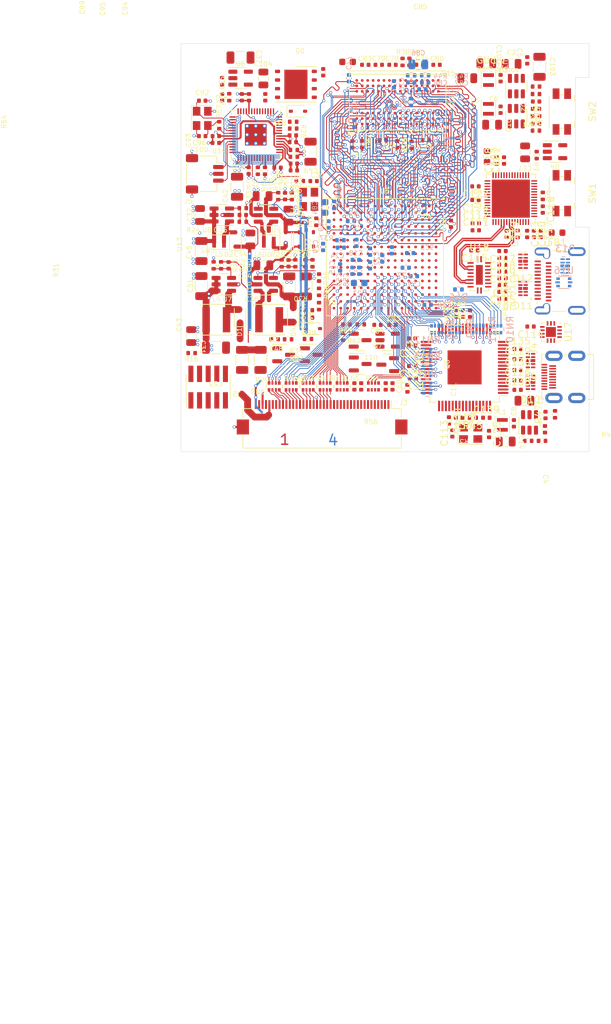
<source format=kicad_pcb>
(kicad_pcb (version 20240108) (generator "pcbnew") (generator_version "8.0")
  (layers (0 "F.Cu" signal) (1 "In1.Cu" signal) (2 "In2.Cu" signal) (31 "B.Cu" signal) (34 "B.Paste" user) (35 "F.Paste" user) (36 "B.SilkS" user "B.Silkscreen") (37 "F.SilkS" user "F.Silkscreen") (38 "B.Mask" user) (39 "F.Mask" user) (44 "Edge.Cuts" user))
  (net 0 "")
  (net 1 "GND")
  (net 2 "+3V3")
  (net 3 "+1V35")
  (net 4 "+1V0")
  (net 5 "VNEG")
  (net 6 "VCOM")
  (net 7 "VPOS")
  (net 8 "VGH")
  (net 9 "VGL")
  (net 10 "+5V_EPD")
  (net 11 "+DRAM_VREF")
  (net 12 "/fpga/FPGA_TMS")
  (net 13 "/fpga/FPGA_TCK")
  (net 14 "/fpga/FPGA_TDO")
  (net 15 "/fpga/FPGA_TDI")
  (net 16 "EPDC_GDOE")
  (net 17 "EPDC_GDCLK")
  (net 18 "EPDC_GDSP")
  (net 19 "EPDC_SDCE0")
  (net 20 "/fpga/CRESET")
  (net 21 "/fpga_ddr/DRAM_CKP")
  (net 22 "/fpga_ddr/DRAM_CKN")
  (net 23 "EPDC_D8")
  (net 24 "EPDC_D1")
  (net 25 "EPDC_D0")
  (net 26 "EPDC_SDCLK")
  (net 27 "EPDC_D10")
  (net 28 "EPDC_D3")
  (net 29 "EPDC_D2")
  (net 30 "EPDC_D9")
  (net 31 "EPDC_D12")
  (net 32 "EPDC_D5")
  (net 33 "EPDC_D4")
  (net 34 "EPDC_D11")
  (net 35 "EPDC_D14")
  (net 36 "EPDC_D7")
  (net 37 "EPDC_D6")
  (net 38 "EPDC_D13")
  (net 39 "EPDC_SDLE")
  (net 40 "EPDC_SDOE")
  (net 41 "EPDC_D15")
  (net 42 "/fpga_ddr/DRAM_ADDR14")
  (net 43 "/fpga_ddr/DRAM_ADDR10")
  (net 44 "/fpga_ddr/DRAM_ADDR6")
  (net 45 "/fpga_ddr/DRAM_ADDR1")
  (net 46 "/fpga_ddr/DRAM_ADDR0")
  (net 47 "/fpga_ddr/DRAM_CSB")
  (net 48 "/fpga_ddr/DRAM_CASB")
  (net 49 "/fpga_ddr/DRAM_DATA7")
  (net 50 "/fpga_ddr/DRAM_DATA5")
  (net 51 "/fpga_ddr/DRAM_LDQSP")
  (net 52 "/fpga_ddr/DRAM_DATA1")
  (net 53 "/fpga_ddr/DRAM_ADDR13")
  (net 54 "/fpga_ddr/DRAM_ADDR9")
  (net 55 "/fpga_ddr/DRAM_ADDR5")
  (net 56 "/fpga_ddr/DRAM_ADDR2")
  (net 57 "/fpga_ddr/DRAM_BA0")
  (net 58 "/fpga_ddr/DRAM_RASB")
  (net 59 "/fpga_ddr/DRAM_WEB")
  (net 60 "/fpga_ddr/DRAM_DATA6")
  (net 61 "/fpga_ddr/DRAM_DATA4")
  (net 62 "/fpga_ddr/DRAM_LDQSN")
  (net 63 "/fpga_ddr/DRAM_DATA13")
  (net 64 "/fpga_ddr/DRAM_DATA12")
  (net 65 "/fpga_ddr/DRAM_ADDR12")
  (net 66 "/fpga_ddr/DRAM_ADDR11")
  (net 67 "/fpga_ddr/DRAM_ADDR8")
  (net 68 "/fpga_ddr/DRAM_ADDR7")
  (net 69 "/fpga_ddr/DRAM_BA1")
  (net 70 "/fpga_ddr/DRAM_CKE")
  (net 71 "/fpga_ddr/DRAM_ODT")
  (net 72 "/fpga_ddr/DRAM_DATA3")
  (net 73 "/fpga_ddr/DRAM_DATA2")
  (net 74 "/fpga_ddr/DRAM_LDM")
  (net 75 "/fpga_ddr/DRAM_DATA14")
  (net 76 "/fpga_ddr/DRAM_DATA10")
  (net 77 "/fpga_ddr/DRAM_DATA8")
  (net 78 "FPGA_PROG")
  (net 79 "FPGA_SUSP")
  (net 80 "/fpga_ddr/FPGA_INIT")
  (net 81 "/fpga_ddr/DRAM_ADDR4")
  (net 82 "/fpga_ddr/DRAM_ADDR3")
  (net 83 "/fpga_ddr/DRAM_BA2")
  (net 84 "/fpga_ddr/DRAM_RST")
  (net 85 "/fpga_ddr/DRAM_DATA0")
  (net 86 "/fpga_ddr/DRAM_DATA15")
  (net 87 "/fpga_ddr/DRAM_DATA11")
  (net 88 "/fpga_ddr/DRAM_DATA9")
  (net 89 "/fpga_ddr/DRAM_UDQSN")
  (net 90 "/fpga_ddr/DRAM_UDM")
  (net 91 "/fpga_ddr/DRAM_UDQSP")
  (net 92 "EPD_VCOM_PWM")
  (net 93 "VBUS")
  (net 94 "/eink/ESDCLK")
  (net 95 "/eink/ED0")
  (net 96 "/eink/ED8")
  (net 97 "/eink/ED1")
  (net 98 "/eink/ED9")
  (net 99 "/eink/ED2")
  (net 100 "/eink/ED10")
  (net 101 "/eink/ED3")
  (net 102 "/eink/ED11")
  (net 103 "/eink/ED4")
  (net 104 "/eink/ED12")
  (net 105 "/eink/ED5")
  (net 106 "/eink/ED13")
  (net 107 "/eink/ED6")
  (net 108 "/eink/ED14")
  (net 109 "/eink/ED7")
  (net 110 "/eink/ED15")
  (net 111 "/eink/ESDLE")
  (net 112 "/eink/ESDOE")
  (net 113 "+5V")
  (net 114 "/dp_in/TX1N")
  (net 115 "/dp_in/TX1NC")
  (net 116 "/dp_in/TX1P")
  (net 117 "FPGA_DONE")
  (net 118 "DDC_SCL")
  (net 119 "DDC_SDA")
  (net 120 "/eink/GDOE")
  (net 121 "/eink/GDCLK")
  (net 122 "/eink/GDSP")
  (net 123 "/eink/SDCE0")
  (net 124 "/eink/EN_VGL")
  (net 125 "/eink/EN_VNEG")
  (net 126 "/mcu/XIN")
  (net 127 "/mcu/MCU_1V1")
  (net 128 "/mcu/QSPI_SS")
  (net 129 "/mcu/XOUT")
  (net 130 "/dp_in/TX1PC")
  (net 131 "KEY")
  (net 132 "FPGA_CS")
  (net 133 "FPGA_MOSI")
  (net 134 "FPGA_SCLK")
  (net 135 "FPGA_MISO")
  (net 136 "/dp_in/RX1N")
  (net 137 "/mcu/GPIO6")
  (net 138 "/dp_in/RX1NC")
  (net 139 "/mcu/SWCLK")
  (net 140 "/mcu/SWD")
  (net 141 "/mcu/RUN")
  (net 142 "/mcu/GPIO16")
  (net 143 "/mcu/GPIO20")
  (net 144 "EPD_PWR_EN")
  (net 145 "/mcu/GPIO23")
  (net 146 "/mcu/GPIO24")
  (net 147 "/mcu/GPIO25")
  (net 148 "GCLK")
  (net 149 "/mcu/GPIO29_ADC3")
  (net 150 "/mcu/QSPI_SD3")
  (net 151 "/mcu/QSPI_SCLK")
  (net 152 "/mcu/QSPI_SD0")
  (net 153 "/mcu/QSPI_SD2")
  (net 154 "/mcu/QSPI_SD1")
  (net 155 "Net-(U1-BS)")
  (net 156 "Net-(U1-SW)")
  (net 157 "Net-(U2-SW)")
  (net 158 "Net-(U2-BS)")
  (net 159 "Net-(U3-BS)")
  (net 160 "Net-(U3-SW)")
  (net 161 "Net-(U1-FB)")
  (net 162 "Net-(U2-FB)")
  (net 163 "Net-(U3-FB)")
  (net 164 "Net-(U9-SW)")
  (net 165 "Net-(U9-BS)")
  (net 166 "Net-(U10-BS)")
  (net 167 "Net-(U10-SW)")
  (net 168 "Net-(U9-FB)")
  (net 169 "Net-(U10-FB)")
  (net 170 "Net-(U7-NFB)")
  (net 171 "Net-(U8-NFB)")
  (net 172 "Net-(U11-+)")
  (net 173 "Net-(C93-Pad1)")
  (net 174 "Net-(D1-A)")
  (net 175 "Net-(D2-A)")
  (net 176 "Net-(D7-K)")
  (net 177 "Net-(D7-A)")
  (net 178 "Net-(D8-K)")
  (net 179 "/dp_in/RX1P")
  (net 181 "/dp_in/RX1PC")
  (net 183 "Net-(U15-XTALP)")
  (net 184 "/dp_in/TX2N")
  (net 193 "HDMI_DET")
  (net 196 "Net-(Q1-G)")
  (net 197 "Net-(Q2-B)")
  (net 198 "Net-(U4-SET)")
  (net 199 "Net-(Y1-OUT)")
  (net 200 "Net-(Y1-EN)")
  (net 201 "Net-(U6-SET)")
  (net 202 "Net-(U5B-IO_L1N_M0_CMPMISO_2)")
  (net 203 "Net-(U5B-IO_L13P_M1_2)")
  (net 204 "Net-(U5B-IO_L1P_3)")
  (net 205 "Net-(U12-ZQ)")
  (net 206 "Net-(R56-Pad2)")
  (net 207 "Net-(U14-USB_DP)")
  (net 208 "Net-(U14-USB_DM)")
  (net 263 "/dp_in/TX2NC")
  (net 264 "/dp_in/TX2P")
  (net 265 "/dp_in/TX2PC")
  (net 266 "/dp_in/RX2N")
  (net 267 "/dp_in/RX2NC")
  (net 268 "Net-(Q6-G)")
  (net 269 "Net-(Q6-S)")
  (net 270 "Net-(Q7-G)")
  (net 271 "Net-(Q8-G)")
  (net 272 "VCOM_MEA")
  (net 273 "Net-(Q8-D)")
  (net 274 "VCOM_EN")
  (net 275 "VCOM_MEA_EN")
  (net 276 "/dp_in/RX2P")
  (net 277 "/dp_in/RX2PC")
  (net 278 "/dp_in/SBU1")
  (net 279 "/dp_in/DPAUXP")
  (net 280 "/dp_in/SBU2")
  (net 281 "/dp_in/DPAUXN")
  (net 282 "Net-(U19-VDD18REG)")
  (net 283 "Net-(C117-Pad1)")
  (net 284 "Net-(C118-Pad1)")
  (net 285 "/dp_in/CC1")
  (net 286 "USB_DP")
  (net 287 "USB_DN")
  (net 288 "/dp_in/CC2")
  (net 289 "Net-(U15-XTALN)")
  (net 290 "+1V8")
  (net 291 "/tmds_in/TMDS_D1N")
  (net 292 "DP_PDN")
  (net 293 "Net-(U19-TESTMODE)")
  (net 294 "TCPC_SDA")
  (net 295 "TCPC_SCL")
  (net 296 "DP_VALID")
  (net 297 "DP_HPD")
  (net 298 "TYPEC_ORI")
  (net 299 "TCPC_INT")
  (net 300 "/dp_in/DP1N")
  (net 301 "/dp_in/DP1P")
  (net 302 "/dp_in/DP0N")
  (net 303 "/dp_in/DP0P")
  (net 304 "/tmds_in/TMDS_D1P")
  (net 311 "I2C_SDA")
  (net 312 "I2C_SCL")
  (net 322 "LVDS_EVEN_CP")
  (net 323 "LVDS_EVEN_CN")
  (net 324 "LVDS_EVEN_BP")
  (net 325 "LVDS_EVEN_BN")
  (net 326 "LVDS_EVEN_AP")
  (net 327 "LVDS_EVEN_AN")
  (net 330 "LVDS_ODD_CKP")
  (net 331 "LVDS_ODD_CKN")
  (net 332 "LVDS_ODD_CP")
  (net 333 "LVDS_ODD_CN")
  (net 334 "LVDS_ODD_BP")
  (net 335 "LVDS_ODD_BN")
  (net 336 "LVDS_ODD_AP")
  (net 337 "LVDS_ODD_AN")
  (net 340 "/tmds_in/TMDS_D2N")
  (net 341 "/tmds_in/TMDS_D2P")
  (net 342 "/tmds_in/TMDS_CKN")
  (net 343 "/tmds_in/TMDS_CKP")
  (net 344 "/tmds_in/TMDS_D0N")
  (net 345 "/tmds_in/TMDS_D0P")
  (net 346 "/tmds_in/HDMI_SCL")
  (net 347 "/tmds_in/HDMI_SDA")
  (net 348 "/tmds_in/HDMI_5V")
  (net 349 "/tmds_in/HDMI_HPD")
  (net 350 "Net-(RN7-R2.1)")
  (net 351 "Net-(RN7-R3.1)")
  (net 352 "DPI_DE")
  (net 353 "DPI_HS")
  (net 354 "DPI_VS")
  (net 355 "DPI_PCLK")
  (net 356 "Net-(RN8-R1.1)")
  (net 357 "Net-(RN8-R2.1)")
  (net 358 "Net-(RN8-R3.1)")
  (net 359 "Net-(RN8-R4.1)")
  (net 360 "DPI_G3")
  (net 361 "DPI_G2")
  (net 362 "DPI_G1")
  (net 363 "DPI_G0")
  (net 364 "Net-(RN9-R1.1)")
  (net 365 "Net-(RN9-R2.1)")
  (net 366 "Net-(RN9-R3.1)")
  (net 367 "Net-(RN9-R4.1)")
  (net 368 "DPI_G7")
  (net 369 "DPI_G6")
  (net 370 "DPI_G5")
  (net 371 "DPI_G4")
  (net 372 "Net-(RN10-R1.1)")
  (net 373 "Net-(RN10-R2.1)")
  (net 374 "Net-(RN10-R3.1)")
  (net 375 "Net-(RN10-R4.1)")
  (net 376 "DPI_R7")
  (net 377 "DPI_R6")
  (net 378 "DPI_R5")
  (net 379 "DPI_R4")
  (net 380 "Net-(RN11-R1.1)")
  (net 381 "Net-(RN11-R2.1)")
  (net 382 "Net-(RN11-R3.1)")
  (net 383 "Net-(RN11-R4.1)")
  (net 384 "DPI_R3")
  (net 385 "DPI_R2")
  (net 386 "DPI_R1")
  (net 387 "DPI_R0")
  (net 388 "Net-(RN12-R1.1)")
  (net 389 "Net-(RN12-R2.1)")
  (net 390 "Net-(RN12-R3.1)")
  (net 391 "Net-(RN12-R4.1)")
  (net 392 "DPI_B7")
  (net 393 "DPI_B6")
  (net 394 "DPI_B5")
  (net 395 "DPI_B4")
  (net 396 "Net-(RN13-R1.1)")
  (net 397 "Net-(RN13-R2.1)")
  (net 398 "Net-(RN13-R3.1)")
  (net 399 "Net-(RN13-R4.1)")
  (net 400 "DPI_B3")
  (net 401 "DPI_B2")
  (net 402 "DPI_B1")
  (net 403 "DPI_B0")
  (net 404 "VIN_HPD")
  (net 409 "ADV_INT")
  (net 410 "DEC_RST")
  (net 412 "Net-(U15-LLC)")
  (net 413 "Net-(U18-GND-Pad11)")
  (net 416 "Net-(RN7-R1.1)")
  (footprint "Resistor_SMD:R_0402_1005Metric" (layer "F.Cu") (at 146.05 98.4 180)
    (property "Reference" "R3")
    (property "Value" "91K/1%")
  )
  (footprint "Resistor_SMD:R_0402_1005Metric" (layer "F.Cu") (at 115.3 78.6 90)
    (property "Reference" "R15")
    (property "Value" "1K/1%")
  )
  (footprint "Capacitor_SMD:C_0402_1005Metric" (layer "F.Cu") (at 100.125 53.605 180)
    (property "Reference" "C96")
    (property "Value" "100nF")
  )
  (footprint "Capacitor_SMD:C_0402_1005Metric" (layer "F.Cu") (at 103.95 47.9 90)
    (property "Reference" "C89")
    (property "Value" "1uF")
  )
  (footprint "Inductor_SMD:L_Murata_DFE201610P" (layer "F.Cu") (at 107.9125 69.2)
    (property "Reference" "L6")
    (property "Value" "FTC201610S4R7MBCA")
  )
  (footprint "Resistor_SMD:R_Array_Convex_4x0402" (layer "F.Cu") (at 118.7 90.4 90)
    (property "Reference" "RN2")
    (property "Value" "33R / 4D02WGF330JTCE")
  )
  (footprint "Capacitor_SMD:C_0402_1005Metric" (layer "F.Cu") (at 128.975 83.35 180)
    (property "Reference" "C54")
    (property "Value" "100nF")
  )
  (footprint "footprints:RP2040-QFN-56" (layer "F.Cu") (at 106 53.4 -90)
    (property "Reference" "U14")
    (property "Value" "RP2040")
  )
  (footprint "Resistor_SMD:R_0402_1005Metric" (layer "F.Cu") (at 100.9 72.6 90)
    (property "Reference" "R22")
    (property "Value" "240K/1%")
  )
  (footprint "Capacitor_SMD:C_0805_2012Metric" (layer "F.Cu") (at 139.9 42.9)
    (property "Reference" "C3")
    (property "Value" "10uF/10V")
  )
  (footprint "Inductor_SMD:L_Murata_DFE201610P" (layer "F.Cu") (at 140.216717 45.375 -90)
    (property "Reference" "L2")
    (property "Value" "FTC201610S4R7MBCA")
  )
  (footprint "Package_TO_SOT_SMD:TSOT-23-6" (layer "F.Cu") (at 144.316717 46.2625 90)
    (property "Reference" "U2")
    (property "Value" "SY8120")
  )
  (footprint "Resistor_SMD:R_0402_1005Metric" (layer "F.Cu") (at 113.675 83.425)
    (property "Reference" "R28")
    (property "Value" "120K/1%")
  )
  (footprint "Resistor_SMD:R_0402_1005Metric" (layer "F.Cu") (at 109.3 62.432615 -90)
    (property "Reference" "R19")
    (property "Value" "10K/1%")
  )
  (footprint "Resistor_SMD:R_0402_1005Metric" (layer "F.Cu") (at 114.34 72.3 -90)
    (property "Reference" "R31")
    (property "Value" "120K/1%")
  )
  (footprint "Capacitor_SMD:C_1206_3216Metric" (layer "F.Cu") (at 103.75 42.065 180)
    (property "Reference" "C37")
    (property "Value" "47uF/10V")
  )
  (footprint "MountingHole:MountingHole_2.2mm_M2_DIN965" (layer "F.Cu") (at 152 43)
    (property "Reference" "H4" (hide yes))
    (property "Value" "MountingHole")
  )
  (footprint "Capacitor_SMD:C_0402_1005Metric" (layer "F.Cu") (at 129 87.4 180)
    (property "Reference" "C136")
    (property "Value" "100nF")
  )
  (footprint "Capacitor_SMD:C_1206_3216Metric" (layer "F.Cu") (at 113.3625 75.7 90)
    (property "Reference" "C50")
    (property "Value" "10uF/50V")
  )
  (footprint "Capacitor_SMD:C_0402_1005Metric" (layer "F.Cu") (at 111.6 58.65)
    (property "Reference" "C102")
    (property "Value" "1uF")
  )
  (footprint "Capacitor_SMD:C_0402_1005Metric" (layer "F.Cu") (at 126.1 81.35 180)
    (property "Reference" "C52")
    (property "Value" "220nF")
  )
  (footprint "Capacitor_SMD:C_0402_1005Metric" (layer "F.Cu") (at 98.125 53.605 180)
    (property "Reference" "C93")
    (property "Value" "18pF")
  )
  (footprint "Capacitor_SMD:C_0402_1005Metric" (layer "F.Cu") (at 109.200378 58.245134)
    (property "Reference" "C99")
    (property "Value" "100nF")
  )
  (footprint "Capacitor_SMD:C_0805_2012Metric" (layer "F.Cu") (at 145.6 56 90)
    (property "Reference" "C17")
    (property "Value" "10uF/10V")
  )
  (footprint "Capacitor_SMD:C_0402_1005Metric" (layer "F.Cu") (at 147.2 49.6 180)
    (property "Reference" "C6")
    (property "Value" "100nF")
  )
  (footprint "Capacitor_SMD:C_0402_1005Metric" (layer "F.Cu") (at 145.916717 42.475 -90)
    (property "Reference" "C5")
    (property "Value" "100nF")
  )
  (footprint "Resistor_SMD:R_0402_1005Metric" (layer "F.Cu") (at 148.09 98.4 180)
    (property "Reference" "R4")
    (property "Value" "20K/1%")
  )
  (footprint "Capacitor_SMD:C_0402_1005Metric" (layer "F.Cu") (at 136.5 79.7 90)
    (property "Reference" "C137")
    (property "Value" "100nF")
  )
  (footprint "Capacitor_SMD:C_0402_1005Metric" (layer "F.Cu") (at 121.6 54.8 -90)
    (property "Reference" "C82")
    (property "Value" "220nF")
  )
  (footprint "Package_QFP:LQFP-64-1EP_10x10mm_P0.5mm_EP5x5mm" (layer "F.Cu") (at 136.7 87.6 180)
    (property "Reference" "U15")
    (property "Value" "ADV7611")
  )
  (footprint "Button_Switch_SMD:Panasonic_EVQPUL_EVQPUC" (layer "F.Cu") (at 151 50 -90)
    (property "Reference" "SW2")
    (property "Value" "SW")
  )
  (footprint "Package_SON:WSON-8-1EP_6x5mm_P1.27mm_EP3.4x4.3mm" (layer "F.Cu") (at 111.9 46)
    (property "Reference" "U13")
    (property "Value" "W25Q32JV")
  )
  (footprint "Capacitor_SMD:C_0402_1005Metric" (layer "F.Cu") (at 140.3 97.4 -90)
    (property "Reference" "C125")
    (property "Value" "18pF")
  )
  (footprint "Capacitor_SMD:C_0402_1005Metric" (layer "F.Cu") (at 142.275 73.5 180)
    (property "Reference" "C110")
    (property "Value" "100nF")
  )
  (footprint "Diode_SMD:D_SOD-323" (layer "F.Cu") (at 103 68.8 90)
    (property "Reference" "D2")
    (property "Value" "1N5819WS")
  )
  (footprint "Capacitor_SMD:C_0402_1005Metric" (layer "F.Cu") (at 124.079999 43.125001)
    (property "Reference" "C79")
    (property "Value" "220nF")
  )
  (footprint "Capacitor_SMD:C_0402_1005Metric" (layer "F.Cu") (at 144.5 88)
    (property "Reference" "C130")
    (property "Value" "100nF")
  )
  (footprint "Package_TO_SOT_SMD:SOT-23" (layer "F.Cu") (at 125.4 87.2 180)
    (property "Reference" "Q6")
    (property "Value" "AO3400A")
  )
  (footprint "Capacitor_SMD:C_0402_1005Metric" (layer "F.Cu") (at 142 49.73 -90)
    (property "Reference" "C10")
    (property "Value" "100nF")
  )
  (footprint "Resistor_SMD:R_0402_1005Metric" (layer "F.Cu") (at 112.475 60.2)
    (property "Reference" "R12")
    (property "Value" "4.7K")
  )
  (footprint "Oscillator:Oscillator_SMD_Abracon_ASE-4Pin_3.2x2.5mm" (layer "F.Cu") (at 137.6 97.3)
    (property "Reference" "Y3")
    (property "Value" "28.63636MHz")
  )
  (footprint "Capacitor_SMD:C_0402_1005Metric" (layer "F.Cu") (at 120.2 54.825 -90)
    (property "Reference" "C81")
    (property "Value" "220nF")
  )
  (footprint "Diode_SMD:D_SOD-323" (layer "F.Cu") (at 112.4 68.8 90)
    (property "Reference" "D6")
    (property "Value" "1N5819WS")
  )
  (footprint "Capacitor_SMD:C_0402_1005Metric" (layer "F.Cu") (at 143.95 95.825 -90)
    (property "Reference" "C8")
    (property "Value" "100nF")
  )
  (footprint "Resistor_SMD:R_0402_1005Metric" (layer "F.Cu") (at 111.8125 72.3 90)
    (property "Reference" "R20")
    (property "Value" "91K/1%")
  )
  (footprint "Inductor_SMD:L_Murata_DFE201610P" (layer "F.Cu") (at 140.2 49.6 -90)
    (property "Reference" "L3")
    (property "Value" "FTC201610S4R7MBCA")
  )
  (footprint "Capacitor_SMD:C_0402_1005Metric" (layer "F.Cu") (at 114.5 60.22)
    (property "Reference" "C30")
    (property "Value" "220nF")
  )
  (footprint "Capacitor_SMD:C_0402_1005Metric" (layer "F.Cu") (at 124.7 54.225 180)
    (property "Reference" "C70")
    (property "Value" "220nF")
  )
  (footprint "Capacitor_SMD:C_0402_1005Metric" (layer "F.Cu") (at 110.8125 72.3 90)
    (property "Reference" "C39")
    (property "Value" "22pF")
  )
  (footprint "Capacitor_SMD:C_0402_1005Metric" (layer "F.Cu") (at 126.75 54.825 -90)
    (property "Reference" "C75")
    (property "Value" "220nF")
  )
  (footprint "Package_TO_SOT_SMD:TSOT-23-6" (layer "F.Cu") (at 146.25 95.6875 90)
    (property "Reference" "U1")
    (property "Value" "SY8120")
  )
  (footprint "Resistor_SMD:R_0402_1005Metric" (layer "F.Cu") (at 99.8 72.6 -90)
    (property "Reference" "R23")
    (property "Value" "10K/1%")
  )
  (footprint "Resistor_SMD:R_0402_1005Metric" (layer "F.Cu") (at 113.3 72.3 90)
    (property "Reference" "R33")
    (property "Value" "120K/1%")
  )
  (footprint "Capacitor_SMD:C_0402_1005Metric" (layer "F.Cu") (at 144.5 84.9)
    (property "Reference" "C135")
    (property "Value" "100nF")
  )
  (footprint "Resistor_SMD:R_0402_1005Metric" (layer "F.Cu") (at 115.3 74.4 90)
    (property "Reference" "R35")
    (property "Value" "0R")
  )
  (footprint "Capacitor_SMD:C_0402_1005Metric" (layer "F.Cu") (at 142.5 57.2 90)
    (property "Reference" "C121")
    (property "Value" "100nF")
  )
  (footprint "Resistor_SMD:R_0402_1005Metric" (layer "F.Cu") (at 111.3 62.432615 90)
    (property "Reference" "R18")
    (property "Value" "240K/1%")
  )
  (footprint "Capacitor_SMD:C_0402_1005Metric" (layer "F.Cu") (at 115.917981 44.22 -90)
    (property "Reference" "C97" (hide yes))
    (property "Value" "100nF")
  )
  (footprint "Capacitor_SMD:C_0402_1005Metric" (layer "F.Cu") (at 107.4 47.9 90)
    (property "Reference" "C94")
    (property "Value" "100nF")
  )
  (footprint "Capacitor_SMD:C_0402_1005Metric" (layer "F.Cu") (at 98.125 48.405)
    (property "Reference" "C92")
    (property "Value" "18pF")
  )
  (footprint "Capacitor_SMD:C_0805_2012Metric" (layer "F.Cu") (at 140.75 51.93 180)
    (property "Reference" "C16")
    (property "Value" "10uF/10V")
  )
  (footprint "Package_TO_SOT_SMD:SOT-23-6" (layer "F.Cu") (at 101 65.2 180)
    (property "Reference" "U8")
    (property "Value" "MT3608(SOT23-6)")
  )
  (footprint "Resistor_SMD:R_0402_1005Metric" (layer "F.Cu") (at 150 94.5 90)
    (property "Reference" "R47")
    (property "Value" "10K")
  )
  (footprint "Package_TO_SOT_SMD:TSOT-23-6" (layer "F.Cu") (at 107.5 65.232615 180)
    (property "Reference" "U9")
    (property "Value" "LGS5148")
  )
  (footprint "Capacitor_SMD:C_0402_1005Metric" (layer "F.Cu") (at 142.275 75.5 180)
    (property "Reference" "C55")
    (property "Value" "100nF")
  )
  (footprint "Capacitor_SMD:C_0402_1005Metric" (layer "F.Cu") (at 147.216717 48.525)
    (property "Reference" "C12")
    (property "Value" "47pF")
  )
  (footprint "Resistor_SMD:R_Array_Convex_4x0402" (layer "F.Cu") (at 113.7 90.4 90)
    (property "Reference" "RN4")
    (property "Value" "33R / 4D02WGF330JTCE")
  )
  (footprint "Capacitor_SMD:C_0402_1005Metric" (layer "F.Cu") (at 134.9 97.3 90)
    (property "Reference" "C113")
    (property "Value" "18pF")
  )
  (footprint "Package_TO_SOT_SMD:SOT-23-5" (layer "F.Cu") (at 125.4 83.6)
    (property "Reference" "U11")
    (property "Value" "LM321")
  )
  (footprint "Oscillator:Oscillator_SMD_Abracon_ASE-4Pin_3.2x2.5mm" (layer "F.Cu") (at 113.8 62.9 -90)
    (property "Reference" "Y1")
    (property "Value" "33MHz")
  )
  (footprint "Capacitor_SMD:C_0402_1005Metric" (layer "F.Cu") (at 107.4375 67.5)
    (property "Reference" "C35")
    (property "Value" "100nF")
  )
  (footprint "Capacitor_SMD:C_0402_1005Metric" (layer "F.Cu") (at 146.9 68 -90)
    (property "Reference" "C120")
    (property "Value" "100nF")
  )
  (footprint "Package_TO_SOT_SMD:SOT-23-6" (layer "F.Cu") (at 101.3 75.4 180)
    (property "Reference" "U7")
    (property "Value" "MT3608(SOT23-6)")
  )
  (footprint "Inductor_SMD:L_0603_1608Metric" (layer "F.Cu") (at 140 56.6 -90)
    (property "Reference" "FB2")
    (property "Value" "120")
  )
  (footprint "Package_TO_SOT_SMD:SOT-23-5" (layer "F.Cu") (at 103.77 45.09)
    (property "Reference" "U6")
    (property "Value" "MT9700")
  )
  (footprint "Capacitor_SMD:C_0402_1005Metric" (layer "F.Cu") (at 137.5 79.7 90)
    (property "Reference" "C128")
    (property "Value" "100nF")
  )
  (footprint "Resistor_SMD:R_0402_1005Metric" (layer "F.Cu") (at 96.57 85.5 180)
    (property "Reference" "R16")
    (property "Value" "4.7K")
  )
  (footprint "Capacitor_SMD:C_1206_3216Metric" (layer "F.Cu") (at 147.716717 43.425 90)
    (property "Reference" "C103")
    (property "Value" "47uF/10V")
  )
  (footprint "Capacitor_SMD:C_0402_1005Metric" (layer "F.Cu") (at 147.2 51.8)
    (property "Reference" "C13")
    (property "Value" "47pF")
  )
  (footprint "Capacitor_SMD:C_0805_2012Metric" (layer "F.Cu") (at 145.5 92.5)
    (property "Reference" "C1")
    (property "Value" "10uF/10V")
  )
  (footprint "Connector_PinHeader_1.27mm:PinHeader_2x05_P1.27mm_Vertical_SMD" (layer "F.Cu") (at 99 90.5 90)
    (property "Reference" "J2")
    (property "Value" "DNP")
  )
  (footprint "Diode_SMD:D_SOD-323" (layer "F.Cu") (at 103.6875 80 90)
    (property "Reference" "D1")
    (property "Value" "1N5819WS")
  )
  (footprint "Capacitor_SMD:C_0402_1005Metric" (layer "F.Cu") (at 131 54.225)
    (property "Reference" "C73")
    (property "Value" "220nF")
  )
  (footprint "Capacitor_SMD:C_0805_2012Metric" (layer "F.Cu") (at 143.616717 43)
    (property "Reference" "C2")
    (property "Value" "10uF/10V")
  )
  (footprint "MountingHole:MountingHole_2.2mm_M2_DIN965" (layer "F.Cu") (at 98 43)
    (property "Reference" "H1" (hide yes))
    (property "Value" "MountingHole")
  )
  (footprint "Resistor_SMD:R_0402_1005Metric" (layer "F.Cu") (at 128.589998 42.694999 90)
    (property "Reference" "R41")
    (property "Value" "240R/1%")
  )
  (footprint "Capacitor_SMD:C_0402_1005Metric" (layer "F.Cu") (at 138.15 70.4 180)
    (property "Reference" "C115")
    (property "Value" "100nF")
  )
  (footprint "Capacitor_SMD:C_0402_1005Metric" (layer "F.Cu") (at 148.6 94.6 90)
    (property "Reference" "C4")
    (property "Value" "100nF")
  )
  (footprint "Package_DFN_QFN:WQFN-20-1EP_2.5x4.5mm_P0.5mm_EP1x2.9mm" (layer "F.Cu") (at 138.875 74)
    (property "Reference" "U18")
    (property "Value" "CBTL02043A")
  )
  (footprint "Capacitor_SMD:C_0805_2012Metric" (layer "F.Cu") (at 107 62.432615 180)
    (property "Reference" "C33")
    (property "Value" "4.7uF/50V")
  )
  (footprint "Resistor_SMD:R_0402_1005Metric" (layer "F.Cu") (at 100.625 52.005 90)
    (property "Reference" "R57")
    (property "Value" "1K")
  )
  (footprint "Capacitor_SMD:C_0402_1005Metric" (layer "F.Cu") (at 104.95 58.675 -90)
    (property "Reference" "C98")
    (property "Value" "100nF")
  )
  (footprint "Resistor_SMD:R_0402_1005Metric" (layer "F.Cu") (at 128.9 54.9 -90)
    (property "Reference" "R40")
    (property "Value" "4.7K")
  )
  (footprint "Capacitor_SMD:C_1206_3216Metric" (layer "F.Cu") (at 100.15 84.7 180)
    (property "Reference" "C53")
    (property "Value" "47uF/10V")
  )
  (footprint "Resistor_SMD:R_0402_1005Metric" (layer "F.Cu") (at 101.05 45.55 -90)
    (property "Reference" "R17")
    (property "Value" "10K/1%")
  )
  (footprint "Resistor_SMD:R_0402_1005Metric" (layer "F.Cu") (at 109.8125 72.3 -90)
    (property "Reference" "R21")
    (property "Value" "5.1K/1%")
  )
  (footprint "Resistor_SMD:R_0402_1005Metric" (layer "F.Cu") (at 144.5 68 90)
    (property "Reference" "R1")
    (property "Value" "4.7K")
  )
  (footprint "Capacitor_SMD:C_0603_1608Metric" (layer "F.Cu") (at 119.5 42.7 180)
    (property "Reference" "C85")
    (property "Value" "22uF")
  )
  (footprint "footprints:Xilinx_FTG256" (layer "F.Cu") (at 125 71.4 -90)
    (property "Reference" "U5")
    (property "Value" "XC6SLX16-FTG256")
  )
  (footprint "Diode_SMD:D_SOD-323" (layer "F.Cu") (at 114.4775 68.7775 90)
    (property "Reference" "D7")
    (property "Value" "4148WS")
  )
  (footprint "Capacitor_SMD:C_0402_1005Metric" (layer "F.Cu") (at 145.9 68 -90)
    (property "Reference" "C123")
    (property "Value" "100nF")
  )
  (footprint "Capacitor_SMD:C_0805_2012Metric" (layer "F.Cu") (at 110.8 65.3 90)
    (property "Reference" "C46")
    (property "Value" "4.7uF/50V")
  )
  (footprint "Resistor_SMD:R_0402_1005Metric" (layer "F.Cu") (at 111.5 52.5 180)
    (property "Reference" "R26")
    (property "Value" "91K/1%")
  )
  (footprint "Resistor_SMD:R_0402_1005Metric" (layer "F.Cu") (at 147.3 56.4 -90)
    (property "Reference" "R9")
    (property "Value" "10K/1%")
  )
  (footprint "Capacitor_SMD:C_0402_1005Metric" (layer "F.Cu") (at 105 47.9 90)
    (property "Reference" "C95")
    (property "Value" "100nF")
  )
  (footprint "Resistor_SMD:R_0402_1005Metric" (layer "F.Cu") (at 108.775 83.475)
    (property "Reference" "R29")
    (property "Value" "5.1K/1%")
  )
  (footprint "Capacitor_SMD:C_0402_1005Metric" (layer "F.Cu") (at 144.5 90.9)
    (property "Reference" "C138")
    (property "Value" "100nF")
  )
  (footprint "Capacitor_SMD:C_0402_1005Metric" (layer "F.Cu") (at 102 72.6 90)
    (property "Reference" "C40")
    (property "Value" "22pF")
  )
  (footprint "Resistor_SMD:R_0402_1005Metric" (layer "F.Cu") (at 111.600378 55.645134 180)
    (property "Reference" "R58" (hide yes))
    (property "Value" "27R")
  )
  (footprint "Package_DFN_QFN:Diodes_UDFN-10_1.0x2.5mm_P0.5mm" (layer "F.Cu") (at 145.3 76 180)
    (property "Reference" "D11")
    (property "Value" "RCLAMP0524P")
  )
  (footprint "Capacitor_SMD:C_0402_1005Metric" (layer "F.Cu") (at 111.600378 57.645134)
    (property "Reference" "C101")
    (property "Value" "100nF")
  )
  (footprint "Resistor_SMD:R_0402_1005Metric" (layer "F.Cu") (at 118.8375 83.1 90)
    (property "Reference" "R62")
    (property "Value" "120K/1%")
  )
  (footprint "Resistor_SMD:R_0402_1005Metric" (layer "F.Cu") (at 106.3 58.7 90)
    (property "Reference" "R66")
    (property "Value" "51R")
  )
  (footprint "MountingHole:MountingHole_2.2mm_M2_DIN965" (layer "F.Cu") (at 98 97)
    (property "Reference" "H2" (hide yes))
    (property "Value" "MountingHole")
  )
  (footprint "Capacitor_SMD:C_0805_2012Metric" (layer "F.Cu") (at 142.75 98.5 180)
    (property "Reference" "C14")
    (property "Value" "10uF/10V")
  )
  (footprint "Capacitor_SMD:C_0402_1005Metric" (layer "F.Cu") (at 141.4 57.2 90)
    (property "Reference" "C118")
    (property "Value" "1uF")
  )
  (footprint "Package_TO_SOT_SMD:TSOT-23-6" (layer "F.Cu") (at 144.3 50.68 90)
    (property "Reference" "U3")
    (property "Value" "SY8120")
  )
  (footprint "Resistor_SMD:R_0402_1005Metric" (layer "F.Cu") (at 147.2 50.7 180)
    (property "Reference" "R8")
    (property "Value" "27K/1%")
  )
  (footprint "MountingHole:MountingHole_2.2mm_M2_DIN965" (layer "F.Cu") (at 152 97)
    (property "Reference" "H3" (hide yes))
    (property "Value" "MountingHole")
  )
  (footprint "Resistor_SMD:R_0402_1005Metric" (layer "F.Cu") (at 128.3 90.69 -90)
    (property "Reference" "R14")
    (property "Value" "4.7K")
  )
  (footprint "Package_TO_SOT_SMD:SOT-23" (layer "F.Cu") (at 110.1 85.75)
    (property "Reference" "Q2")
    (property "Value" "S8050")
  )
  (footprint "Capacitor_SMD:C_0402_1005Metric" (layer "F.Cu") (at 142.275 72.5 180)
    (property "Reference" "C109")
    (property "Value" "100nF")
  )
  (footprint "footprints:AMPHENOL_10137065-00021LF" (layer "F.Cu") (at 153.2 74.89925 90)
    (property "Reference" "J1")
    (property "Value" "USB_C_Receptacle")
    (fp_line (start 4.645 -5.7) (end 4.645 -4.4) (stroke (width 0.01)) (layer "Edge.Cuts"))
    (fp_line (start -4.645 -5.7) (end -4.645 -4.4) (stroke (width 0.01)) (layer "Edge.Cuts"))
    (fp_line (start 3.995 -4.825) (end 3.995 -5.7) (stroke (width 0.01)) (layer "Edge.Cuts"))
    (fp_line (start 3.695 -4.825) (end 3.995 -4.825) (stroke (width 0.01)) (layer "Edge.Cuts"))
    (fp_line (start -3.695 -4.825) (end -3.995 -4.825) (stroke (width 0.01)) (layer "Edge.Cuts"))
    (fp_line (start -3.995 -4.825) (end -3.995 -5.7) (stroke (width 0.01)) (layer "Edge.Cuts"))
    (fp_line (start 4.32 -4.075) (end 3.695 -4.075) (stroke (width 0.01)) (layer "Edge.Cuts"))
    (fp_line (start -4.32 -4.075) (end -3.695 -4.075) (stroke (width 0.01)) (layer "Edge.Cuts"))
    (fp_arc (start 4.32 -6.025) (mid 4.54981 -5.92981) (end 4.645 -5.7) (stroke (width 0.01)) (layer "Edge.Cuts"))
    (fp_arc (start -4.32 -6.025) (mid -4.09019 -5.92981) (end -3.995 -5.7) (stroke (width 0.01)) (layer "Edge.Cuts"))
    (fp_arc (start 3.995 -5.7) (mid 4.09019 -5.92981) (end 4.32 -6.025) (stroke (width 0.01)) (layer "Edge.Cuts"))
    (fp_arc (start -4.645 -5.7) (mid -4.54981 -5.92981) (end -4.32 -6.025) (stroke (width 0.01)) (layer "Edge.Cuts"))
    (fp_arc (start -3.695 -4.825) (mid -3.429835 -4.715165) (end -3.32 -4.45) (stroke (width 0.01)) (layer "Edge.Cuts"))
    (fp_arc (start 3.32 -4.45) (mid 3.429835 -4.715165) (end 3.695 -4.825) (stroke (width 0.01)) (layer "Edge.Cuts"))
    (fp_arc (start -3.32 -4.45) (mid -3.429835 -4.184835) (end -3.695 -4.075) (stroke (width 0.01)) (layer "Edge.Cuts"))
    (fp_arc (start 4.645 -4.4) (mid 4.54981 -4.17019) (end 4.32 -4.075) (stroke (width 0.01)) (layer "Edge.Cuts"))
    (fp_arc (start 3.695 -4.075) (mid 3.429835 -4.184835) (end 3.32 -4.45) (stroke (width 0.01)) (layer "Edge.Cuts"))
    (fp_arc (start -4.32 -4.075) (mid -4.54981 -4.17019) (end -4.645 -4.4) (stroke (width 0.01)) (layer "Edge.Cuts"))
  )
  (footprint "Package_TO_SOT_SMD:SOT-23" (layer "F.Cu") (at 114.1625 85.75)
    (property "Reference" "Q1")
    (property "Value" "AO3401A")
  )
  (footprint "Resistor_SMD:R_0402_1005Metric" (layer "F.Cu") (at 148.2 62.4 -90)
    (property "Reference" "R2")
    (property "Value" "4.7K")
  )
  (footprint "Capacitor_SMD:C_0805_2012Metric" (layer "F.Cu") (at 105.2 68.8 -90)
    (property "Reference" "C44")
    (property "Value" "4.7uF/50V")
  )
  (footprint "Package_TO_SOT_SMD:SOT-23-5" (layer "F.Cu") (at 150 55.9)
    (property "Reference" "U4")
    (property "Value" "MT9700")
  )
  (footprint "Capacitor_SMD:C_1206_3216Metric" (layer "F.Cu") (at 110.9125 75.7 90)
    (property "Reference" "C47")
    (property "Value" "10uF/50V")
  )
  (footprint "Connector_HDMI:HDMI_Micro-D_Molex_46765-1x01" (layer "F.Cu") (at 153.2 89 90)
    (property "Reference" "J4")
    (property "Value" "DVI")
  )
  (footprint "Capacitor_SMD:C_0402_1005Metric" (layer "F.Cu") (at 142.275 70.5 180)
    (property "Reference" "C107")
    (property "Value" "100nF")
  )
  (footprint "Capacitor_SMD:C_0402_1005Metric" (layer "F.Cu") (at 101.05 47.9 -90)
    (property "Reference" "C56")
    (property "Value" "1uF")
  )
  (footprint "Package_DFN_QFN:Diodes_UDFN-10_1.0x2.5mm_P0.5mm" (layer "F.Cu") (at 146.4 86.6 180)
    (property "Reference" "D9")
    (property "Value" "RCLAMP0524P")
  )
  (footprint "Capacitor_SMD:C_0805_2012Metric" (layer "F.Cu") (at 97.8 65.2 -90)
    (property "Reference" "C32")
    (property "Value" "10uF/10V")
  )
  (footprint "Capacitor_SMD:C_0402_1005Metric" (layer "F.Cu") (at 142.9 68 -90)
    (property "Reference" "C119")
    (property "Value" "100nF")
  )
  (footprint "Package_DFN_QFN:QFN-56-1EP_7x7mm_P0.4mm_EP5.6x5.6mm" (layer "F.Cu") (at 143.5 62.8 90)
    (property "Reference" "U19")
    (property "Value" "PTN3460")
  )
  (footprint "Resistor_SMD:R_0402_1005Metric" (layer "F.Cu") (at 113.8 79.2)
    (property "Reference" "R34")
    (property "Value" "120K/1%")
  )
  (footprint "Package_TO_SOT_SMD:TSOT-23-6" (layer "F.Cu") (at 107.4625 75.4 180)
    (property "Reference" "U10")
    (property "Value" "LGS5148")
  )
  (footprint "Inductor_SMD:L_0603_1608Metric" (layer "F.Cu") (at 150.3 67.8 180)
    (property "Reference" "FB1")
    (property "Value" "120")
  )
  (footprint "Capacitor_SMD:C_0402_1005Metric" (layer "F.Cu") (at 142.275 76.5 180)
    (property "Reference" "C105")
    (property "Value" "100nF")
  )
  (footprint "Resistor_SMD:R_0402_1005Metric" (layer "F.Cu") (at 147.206717 47.425)
    (property "Reference" "R5")
    (property "Value" "20K/1%")
  )
  (footprint "Button_Switch_SMD:Panasonic_EVQPUL_EVQPUC" (layer "F.Cu") (at 151 62 -90)
    (property "Reference" "SW1")
    (property "Value" "SW")
  )
  (footprint "Package_DFN_QFN:Diodes_UDFN-10_1.0x2.5mm_P0.5mm" (layer "F.Cu") (at 146.4 89.8 180)
    (property "Reference" "D10")
    (property "Value" "RCLAMP0524P")
  )
  (footprint "Capacitor_SMD:C_0402_1005Metric" (layer "F.Cu") (at 147.9 68 -90)
    (property "Reference" "C117")
    (property "Value" "1uF")
  )
  (footprint "Resistor_SMD:R_Array_Convex_4x0402" (layer "F.Cu") (at 116.2 90.4 90)
    (property "Reference" "RN3")
    (property "Value" "33R / 4D02WGF330JTCE")
  )
  (footprint "Capacitor_SMD:C_0402_1005Metric" (layer "F.Cu") (at 139.9 95)
    (property "Reference" "C139")
    (property "Value" "100nF")
  )
  (footprint "Capacitor_SMD:C_1206_3216Metric" (layer "F.Cu") (at 114.05 55.9 90)
    (property "Reference" "C49")
    (property "Value" "47uF/10V")
  )
  (footprint "Inductor_SMD:L_Murata_DFE201610P" (layer "F.Cu") (at 142.25 96.05 -90)
    (property "Reference" "L1")
    (property "Value" "FTC201610S4R7MBCA")
  )
  (footprint "Capacitor_SMD:C_0402_1005Metric" (layer "F.Cu") (at 138.3 63 180)
    (property "Reference" "C124")
    (property "Value" "100nF")
  )
  (footprint "Resistor_SMD:R_0402_1005Metric" (layer "F.Cu") (at 147.216717 46.325 180)
    (property "Reference" "R6")
    (property "Value" "16K/1%")
  )
  (footprint "Resistor_SMD:R_Array_Convex_4x0402" (layer "F.Cu") (at 108.7 90.4 90)
    (property "Reference" "RN6")
    (property "Value" "33R / 4D02WGF330JTCE")
  )
  (footprint "Capacitor_SMD:C_0402_1005Metric" (layer "F.Cu") (at 142 45.1 -90)
    (property "Reference" "C9")
    (property "Value" "100nF")
  )
  (footprint "Package_DFN_QFN:WQFN-14-1EP_2.5x2.5mm_P0.5mm_EP1.45x1.45mm" (layer "F.Cu") (at 149.4 82.4 -90)
    (property "Reference" "U17")
    (property "Value" "FUSB302BMPX")
  )
  (footprint "Capacitor_SMD:C_0402_1005Metric" (layer "F.Cu") (at 129 84.4 180)
    (property "Reference" "C127")
    (property "Value" "100nF")
  )
  (footprint "Resistor_SMD:R_0402_1005Metric" (layer "F.Cu") (at 114.9 66.2 90)
    (property "Reference" "R11")
    (property "Value" "27R")
  )
  (footprint "Capacitor_SMD:C_0402_1005Metric" (layer "F.Cu") (at 142.275 71.5 180)
    (property "Reference" "C108")
    (property "Value" "100nF")
  )
  (footprint "Capacitor_SMD:C_0402_1005Metric" (layer "F.Cu") (at 142.275 77.5 180)
    (property "Reference" "C106")
    (property "Value" "100nF")
  )
  (footprint "Capacitor_SMD:C_0402_1005Metric" (layer "F.Cu") (at 126.1 43.124999 180)
    (property "Reference" "C78")
    (property "Value" "220nF")
  )
  (footprint "Capacitor_SMD:C_1206_3216Metric" (layer "F.Cu") (at 106.7 86.5 90)
    (property "Reference" "C48")
    (property "Value" "10uF/50V")
  )
  (footprint "Capacitor_SMD:C_1206_3216Metric" (layer "F.Cu") (at 98 75.65 -90)
    (property "Reference" "C51")
    (property "Value" "47uF/10V")
  )
  (footprint "Capacitor_SMD:C_1206_3216Metric" (layer "F.Cu") (at 104 86.5 90)
    (property "Reference" "C43")
    (property "Value" "10uF/50V")
  )
  (footprint "Resistor_SMD:R_0402_1005Metric" (layer "F.Cu") (at 102.1 47.89 -90)
    (property "Reference" "R64")
    (property "Value" "20K/1%")
  )
  (footprint "Capacitor_SMD:C_0402_1005Metric" (layer "F.Cu") (at 132.58 43.124999)
    (property "Reference" "C80")
    (property "Value" "220nF")
  )
  (footprint "Capacitor_SMD:C_0402_1005Metric" (layer "F.Cu") (at 129.1 89.2 180)
    (property "Reference" "C131")
    (property "Value" "100nF")
  )
  (footprint "Capacitor_SMD:C_0402_1005Metric" (layer "F.Cu") (at 123.9 81.35 180)
    (property "Reference" "C64")
    (property "Value" "220nF")
  )
  (footprint "Capacitor_SMD:C_0402_1005Metric" (layer "F.Cu") (at 148.52 96.7 90)
    (property "Reference" "C11")
    (property "Value" "47pF")
  )
  (footprint "Resistor_SMD:R_0402_1005Metric" (layer "F.Cu") (at 113.825 80.275 180)
    (property "Reference" "R32")
    (property "Value" "120K/1%")
  )
  (footprint "Capacitor_SMD:C_0402_1005Metric" (layer "F.Cu") (at 100.125 54.605 180)
    (property "Reference" "C100")
    (property "Value" "100nF")
  )
  (footprint "Resistor_SMD:R_0402_1005Metric" (layer "F.Cu") (at 147.2 52.8)
    (property "Reference" "R7")
    (property "Value" "16K/1%")
  )
  (footprint "Capacitor_SMD:C_1206_3216Metric" (layer "F.Cu") (at 98 70.5 90)
    (property "Reference" "C45")
    (property "Value" "47uF/10V")
  )
  (footprint "footprints:BGA-96_9.0x14.0mm_P0.8mm" (layer "F.Cu") (at 126.85 48.625 90)
    (property "Reference" "U12")
    (property "Value" "MT41K64M16TW")
  )
  (footprint "Package_TO_SOT_SMD:SOT-23" (layer "F.Cu") (at 121.35 87.1)
    (property "Reference" "Q8")
    (property "Value" "AO3401A")
  )
  (footprint "Resistor_SMD:R_Array_Convex_4x0402" (layer "F.Cu") (at 111.2 90.4 90)
    (property "Reference" "RN5")
    (property "Value" "33R / 4D02WGF330JTCE")
  )
  (footprint "Resistor_SMD:R_0402_1005Metric" (layer "F.Cu") (at 137.9 95 180)
    (property "Reference" "R45")
    (property "Value" "1M")
  )
  (footprint "Diode_SMD:D_SOD-323" (layer "F.Cu") (at 110.4 68.782615 90)
    (property "Reference" "D3")
    (property "Value" "1N5819WS")
  )
  (footprint "Capacitor_SMD:C_0805_2012Metric" (layer "F.Cu") (at 107.1125 72.6 180)
    (property "Reference" "C34")
    (property "Value" "4.7uF/50V")
  )
  (footprint "Resistor_SMD:R_0402_1005Metric" (layer "F.Cu") (at 121.4375 81.282019)
    (property "Reference" "R56")
    (property "Value" "1K")
  )
  (footprint "Inductor_SMD:L_Changjiang_FNR4020S" (layer "F.Cu") (at 100.2 80.6)
    (property "Reference" "L4")
    (property "Value" "WPN4020H4R7MT")
  )
  (footprint "Capacitor_SMD:C_0402_1005Metric" (layer "F.Cu") (at 125.1 90.4 90)
    (property "Reference" "C62")
    (property "Value" "220nF")
  )
  (footprint "Resistor_SMD:R_0402_1005Metric" (layer "F.Cu") (at 119.3375 81.3)
    (property "Reference" "R63")
    (property "Value" "51R")
  )
  (footprint "Capacitor_SMD:C_0402_1005Metric" (layer "F.Cu") (at 111.45 54.5)
    (property "Reference" "C91" (hide yes))
    (property "Value" "100nF")
  )
  (footprint "Package_TO_SOT_SMD:SOT-23" (layer "F.Cu") (at 121.3375 83.6)
    (property "Reference" "Q7")
    (property "Value" "AO3401A")
  )
  (footprint "Capacitor_SMD:C_0402_1005Metric" (layer "F.Cu") (at 138.35 67.45)
    (property "Reference" "C111")
    (property "Value" "100nF")
  )
  (footprint "Capacitor_SMD:C_0402_1005Metric" (layer "F.Cu") (at 138.3 61 180)
    (property "Reference" "C122")
    (property "Value" "100nF")
  )
  (footprint "Capacitor_SMD:C_0402_1005Metric" (layer "F.Cu") (at 120.5 90.4 90)
    (property "Reference" "C61")
    (property "Value" "220nF")
  )
  (footprint "footprints:Hirose_FH12-40S-0.5SH_1x40-1MP_P0.50mm_Horizontal_Reversed" (layer "F.Cu") (at 115.75 94.96)
    (property "Reference" "J3")
    (property "Value" "FH12-40S-0.5SH")
  )
  (footprint "Capacitor_SMD:C_0805_2012Metric" (layer "F.Cu") (at 96.5 83 -90)
    (property "Reference" "C31")
    (property "Value" "10uF/10V")
  )
  (footprint "Resistor_SMD:R_0402_1005Metric" (layer "F.Cu") (at 127.579998 42.704999 90)
    (property "Reference" "R38")
    (property "Value" "4.7K")
  )
  (footprint "Capacitor_SMD:C_0402_1005Metric" (layer "F.Cu") (at 138.35 66.45)
    (property "Reference" "C112")
    (property "Value" "100nF")
  )
  (footprint "Capacitor_SMD:C_0402_1005Metric" (layer "F.Cu") (at 144.5 86.4)
    (property "Reference" "C129")
    (property "Value" "100nF")
  )
  (footprint "Connector_JST:JST_SH_SM03B-SRSS-TB_1x03-1MP_P1.00mm_Horizontal" (layer "F.Cu") (at 98.5 59.15 -90)
    (property "Reference" "J5")
    (property "Value" "SM03B-SRSS-TB")
  )
  (footprint "Capacitor_SMD:C_0402_1005Metric" (layer "F.Cu") (at 148.2 64.4 -90)
    (property "Reference" "C116")
    (property "Value" "1uF")
  )
  (footprint "Capacitor_SMD:C_0402_1005Metric" (layer "F.Cu") (at 130.089998 43.114999 180)
    (property "Reference" "C74")
    (property "Value" "220nF")
  )
  (footprint "Capacitor_SMD:C_0402_1005Metric" (layer "F.Cu") (at 135.9 95 180)
    (property "Reference" "C133")
    (property "Value" "100nF")
  )
  (footprint "Diode_SMD:D_SOD-323" (layer "F.Cu") (at 111.5125 79.9 90)
    (property "Reference" "D4")
    (property "Value" "1N5819WS")
  )
  (footprint "Capacitor_SMD:C_0402_1005Metric" (layer "F.Cu") (at 126.1 90.4 90)
    (property "Reference" "C63")
    (property "Value" "220nF")
  )
  (footprint "Diode_SMD:D_SOD-323" (layer "F.Cu") (at 114.4 81.9)
    (property "Reference" "D8")
    (property "Value" "4148WS")
  )
  (footprint "Capacitor_SMD:C_0402_1005Metric" (layer "F.Cu") (at 146.4 81.6 180)
    (property "Reference" "C114")
    (property "Value" "100nF")
  )
  (footprint "Capacitor_SMD:C_0402_1005Metric" (layer "F.Cu") (at 122.1 43.124999 180)
    (property "Reference" "C83")
    (property "Value" "220nF")
  )
  (footprint "Resistor_SMD:R_0402_1005Metric" (layer "F.Cu") (at 104.09 66.2)
    (property "Reference" "R24")
    (property "Value" "360K/1%")
  )
  (footprint "Diode_SMD:D_SOD-323" (layer "F.Cu") (at 112.2 49.95)
    (property "Reference" "D5")
    (property "Value" "4148WS")
  )
  (footprint "Capacitor_SMD:C_0402_1005Metric" (layer "F.Cu") (at 144.5 89.5)
    (property "Reference" "C126")
    (property "Value" "1uF")
  )
  (footprint "Resistor_SMD:R_Array_Convex_4x0402" (layer "F.Cu") (at 123.3 90.4 90)
    (property "Reference" "RN1")
    (property "Value" "33R / 4D02WGF330JTCE")
  )
  (footprint "Capacitor_SMD:C_0402_1005Metric" (layer "F.Cu") (at 134.7 66.5 -90)
    (property "Reference" "C68")
    (property "Value" "220nF")
  )
  (footprint "Capacitor_SMD:C_0402_1005Metric" (layer "F.Cu") (at 142.275 74.5 180)
    (property "Reference" "C7")
    (property "Value" "100nF")
  )
  (footprint "Capacitor_SMD:C_0402_1005Metric" (layer "F.Cu") (at 134.4 95.4 -90)
    (property "Reference" "C134")
    (property "Value" "100nF")
  )
  (footprint "Package_DFN_QFN:Diodes_UDFN-10_1.0x2.5mm_P0.5mm" (layer "F.Cu") (at 145.3 72 180)
    (property "Reference" "D12")
    (property "Value" "RCLAMP0524P")
  )
  (footprint "Capacitor_SMD:C_0402_1005Metric" (layer "F.Cu") (at 110.3 62.432615 90)
    (property "Reference" "C38")
    (property "Value" "22pF")
  )
  (footprint "Capacitor_SMD:C_0402_1005Metric" (layer "F.Cu") (at 104.09 65.2)
    (property "Reference" "C41")
    (property "Value" "22pF")
  )
  (footprint "Resistor_SMD:R_0402_1005Metric" (layer "F.Cu") (at 104.09 64.2 180)
    (property "Reference" "R25")
    (property "Value" "10K/1%")
  )
  (footprint "Resistor_SMD:R_0402_1005Metric" (layer "F.Cu") (at 111.600378 56.645134 180)
    (property "Reference" "R59" (hide yes))
    (property "Value" "27R")
  )
  (footprint "Capacitor_SMD:C_0402_1005Metric" (layer "F.Cu") (at 107.4625 77.7)
    (property "Reference" "C36")
    (property "Value" "100nF")
  )
  (footprint "Capacitor_SMD:C_0402_1005Metric" (layer "F.Cu") (at 121.5 90.4 90)
    (property "Reference" "C60")
    (property "Value" "220nF")
  )
  (footprint "Capacitor_SMD:C_0402_1005Metric" (layer "F.Cu") (at 135.5 79.7 90)
    (property "Reference" "C132")
    (property "Value" "1uF")
  )
  (footprint "Oscillator:Oscillator_SMD_Abracon_ASE-4Pin_3.2x2.5mm" (layer "F.Cu") (at 98.125 51.005 -90)
    (property "Reference" "Y2")
    (property "Value" "12MHz")
  )
  (footprint "Capacitor_SMD:C_0805_2012Metric" (layer "F.Cu") (at 107.12 45.14 90)
    (property "Reference" "C104")
    (property "Value" "10uF/10V")
  )
  (footprint "Inductor_SMD:L_Changjiang_FNR4020S" (layer "F.Cu") (at 107.9625 80.6)
    (property "Reference" "L7")
    (property "Value" "WPN4020H4R7MT")
  )
  (footprint "Resistor_SMD:R_0402_1005Metric" (layer "F.Cu") (at 111.5 51.5 180)
    (property "Reference" "R27")
    (property "Value" "27K/1%")
  )
  (footprint "Resistor_SMD:R_0402_1005Metric" (layer "F.Cu") (at 115.3 76.5 90)
    (property "Reference" "R36")
    (property "Value" "0R")
  )
  (footprint "Capacitor_SMD:C_0402_1005Metric" (layer "F.Cu") (at 111.45 53.5)
    (property "Reference" "C90" (hide yes))
    (property "Value" "100nF")
  )
  (footprint "Resistor_SMD:R_0402_1005Metric" (layer "F.Cu") (at 107.35 58.7 90)
    (property "Reference" "R65")
    (property "Value" "10K/1%")
  )
  (footprint "Inductor_SMD:L_Murata_DFE201610P" (layer "F.Cu") (at 100.6 69.2)
    (property "Reference" "L5")
    (property "Value" "FTC201610S4R7MBCA")
  )
  (footprint "Resistor_SMD:R_0402_1005Metric" (layer "F.Cu") (at 110.75 83.475 180)
    (property "Reference" "R30")
    (property "Value" "27K/1%")
  )
  (footprint "Capacitor_SMD:C_1206_3216Metric" (layer "F.Cu") (at 103.25 61.05 -90)
    (property "Reference" "C42")
    (property "Value" "47uF/10V")
  )
  (footprint "Capacitor_SMD:C_0805_2012Metric" (layer "F.Cu") (at 137.1 45.1)
    (property "Reference" "C15")
    (property "Value" "10uF/10V")
  )
  (footprint "Resistor_SMD:R_Array_Convex_4x0402" (layer "B.Cu") (at 141.3 82 90)
    (property "Reference" "RN10")
    (property "Value" "33R / 4D02WGF330JTCE")
  )
  (footprint "Capacitor_SMD:C_0402_1005Metric" (layer "B.Cu") (at 120.8 69.3 -90)
    (property "Reference" "C19")
    (property "Value" "220nF")
  )
  (footprint "Capacitor_SMD:C_0402_1005Metric" (layer "B.Cu") (at 130.9 45.725 180)
    (property "Reference" "C87")
    (property "Value" "100nF")
  )
  (footprint "Resistor_SMD:R_Array_Convex_4x0402" (layer "B.Cu") (at 131.2 90.65 180)
    (property "Reference" "RN7")
    (property "Value" "33R / 4D02WGF330JTCE")
  )
  (footprint "Capacitor_SMD:C_0402_1005Metric" (layer "B.Cu") (at 120 66.1 180)
    (property "Reference" "C66")
    (property "Value" "220nF")
  )
  (footprint "Capacitor_SMD:C_0402_1005Metric" (layer "B.Cu") (at 119.7 45.1 90)
    (property "Reference" "C77")
    (property "Value" "220nF")
  )
  (footprint "Resistor_SMD:R_0402_1005Metric" (layer "B.Cu") (at 117.525 63.725 -90)
    (property "Reference" "R13")
    (property "Value" "4.7K")
  )
  (footprint "Capacitor_SMD:C_0402_1005Metric" (layer "B.Cu") (at 118.5 70 180)
    (property "Reference" "C24")
    (property "Value" "220nF")
  )
  (footprint "Resistor_SMD:R_Array_Convex_4x0402" (layer "B.Cu") (at 138.7 82 90)
    (property "Reference" "RN11")
    (property "Value" "33R / 4D02WGF330JTCE")
  )
  (footprint "Resistor_SMD:R_0402_1005Metric" (layer "B.Cu") (at 135.8 76.15)
    (property "Reference" "R46")
    (property "Value" "33")
  )
  (footprint "Capacitor_SMD:C_0402_1005Metric" (layer "B.Cu") (at 120.7 71.8 180)
    (property "Reference" "C18")
    (property "Value" "220nF")
  )
  (footprint "Capacitor_SMD:C_0402_1005Metric" (layer "B.Cu") (at 126.3 46 90)
    (property "Reference" "C76")
    (property "Value" "220nF")
  )
  (footprint "Capacitor_SMD:C_0402_1005Metric" (layer "B.Cu") (at 130.499998 46.724999)
    (property "Reference" "C72")
    (property "Value" "220nF")
  )
  (footprint "Capacitor_SMD:C_0402_1005Metric" (layer "B.Cu") (at 128.7 70.8)
    (property "Reference" "C26")
    (property "Value" "220nF")
  )
  (footprint "Capacitor_SMD:C_0603_1608Metric" (layer "B.Cu") (at 116.2 64.1 90)
    (property "Reference" "C84")
    (property "Value" "22uF")
  )
  (footprint "Capacitor_SMD:C_0402_1005Metric" (layer "B.Cu") (at 116.7 66.6 90)
    (property "Reference" "C69")
    (property "Value" "220nF")
  )
  (footprint "Capacitor_SMD:C_0805_2012Metric" (layer "B.Cu") (at 129.9 43.075 180)
    (property "Reference" "C86")
    (property "Value" "10uF/10V")
  )
  (footprint "Capacitor_SMD:C_0402_1005Metric" (layer "B.Cu") (at 121.2 73.4 -90)
    (property "Reference" "C58")
    (property "Value" "220nF")
  )
  (footprint "Resistor_SMD:R_Array_Convex_4x0402" (layer "B.Cu") (at 132.6 82 90)
    (property "Reference" "RN8")
    (property "Value" "33R / 4D02WGF330JTCE")
  )
  (footprint "Capacitor_SMD:C_0402_1005Metric" (layer "B.Cu") (at 128.05 72.95)
    (property "Reference" "C27")
    (property "Value" "220nF")
  )
  (footprint "Capacitor_SMD:C_0402_1005Metric" (layer "B.Cu") (at 120.5 51.8 -90)
    (property "Reference" "C71")
    (property "Value" "220nF")
  )
  (footprint "Resistor_SMD:R_Array_Convex_4x0402" (layer "B.Cu") (at 135.25 82 90)
    (property "Reference" "RN9")
    (property "Value" "33R / 4D02WGF330JTCE")
  )
  (footprint "Capacitor_SMD:C_0402_1005Metric" (layer "B.Cu") (at 122.8 72.6 -90)
    (property "Reference" "C21")
    (property "Value" "220nF")
  )
  (footprint "Resistor_SMD:R_0402_1005Metric" (layer "B.Cu") (at 128.85 44.675 180)
    (property "Reference" "R44")
    (property "Value" "1K/1%")
  )
  (footprint "Capacitor_SMD:C_0603_1608Metric" (layer "B.Cu") (at 121.2 75.2 180)
    (property "Reference" "C23")
    (property "Value" "22uF")
  )
  (footprint "Capacitor_SMD:C_0402_1005Metric" (layer "B.Cu") (at 129.25 74.2)
    (property "Reference" "C57")
    (property "Value" "220nF")
  )
  (footprint "Resistor_SMD:R_Array_Convex_4x0402" (layer "B.Cu") (at 131.2 85.7 180)
    (property "Reference" "RN12")
    (property "Value" "33R / 4D02WGF330JTCE")
  )
  (footprint "Package_DFN_QFN:Diodes_UDFN-10_1.0x2.5mm_P0.5mm" (layer "B.Cu") (at 151.5 72.7 180)
    (property "Reference" "D13")
    (property "Value" "RCLAMP0524P")
  )
  (footprint "Capacitor_SMD:C_0402_1005Metric" (layer "B.Cu") (at 115.9 69.9 90)
    (property "Reference" "C29")
    (property "Value" "220nF")
  )
  (footprint "Package_TO_SOT_SMD:SOT-666" (layer "B.Cu") (at 151.3 75.1 180)
    (property "Reference" "U16")
    (property "Value" "USBLC6-2P6")
  )
  (footprint "Capacitor_SMD:C_0402_1005Metric" (layer "B.Cu") (at 131.27 78.4)
    (property "Reference" "C28")
    (property "Value" "220nF")
  )
  (footprint "Capacitor_SMD:C_0402_1005Metric" (layer "B.Cu") (at 130.8 64.2 90)
    (property "Reference" "C67")
    (property "Value" "220nF")
  )
  (footprint "Capacitor_SMD:C_0402_1005Metric" (layer "B.Cu") (at 122.8 70.6 -90)
    (property "Reference" "C20")
    (property "Value" "220nF")
  )
  (footprint "Capacitor_SMD:C_0402_1005Metric" (layer "B.Cu") (at 126 70.4 -90)
    (property "Reference" "C25")
    (property "Value" "220nF")
  )
  (footprint "Resistor_SMD:R_0402_1005Metric" (layer "B.Cu") (at 134 52.3 -90)
    (property "Reference" "R42")
    (property "Value" "4.7K")
  )
  (footprint "Resistor_SMD:R_Array_Convex_4x0402" (layer "B.Cu") (at 131.2 88.1 180)
    (property "Reference" "RN13")
    (property "Value" "33R / 4D02WGF330JTCE")
  )
  (footprint "Resistor_SMD:R_0402_1005Metric" (layer "B.Cu") (at 130.9 44.675 180)
    (property "Reference" "R43")
    (property "Value" "1K/1%")
  )
  (footprint "Resistor_SMD:R_0402_1005Metric" (layer "B.Cu") (at 118.44 68.91 180)
    (property "Reference" "R37")
    (property "Value" "100R/1%")
  )
  (footprint "Capacitor_SMD:C_0402_1005Metric" (layer "B.Cu") (at 124.6 71.6 -90)
    (property "Reference" "C22")
    (property "Value" "220nF")
  )
  (footprint "Capacitor_SMD:C_0402_1005Metric" (layer "B.Cu") (at 120.2 73.4 -90)
    (property "Reference" "C59")
    (property "Value" "220nF")
  )
  (footprint "Resistor_SMD:R_0402_1005Metric" (layer "B.Cu") (at 128.8 48.6 -90)
    (property "Reference" "R39")
    (property "Value" "100R/1%")
  )
  (footprint "Capacitor_SMD:C_0402_1005Metric" (layer "B.Cu") (at 128.85 45.724999 180)
    (property "Reference" "C88")
    (property "Value" "100nF")
  )
  (footprint "Capacitor_SMD:C_0402_1005Metric" (layer "B.Cu") (at 118.4 72.9 -90)
    (property "Reference" "C65")
    (property "Value" "220nF")
  )
  (gr_line (start 110.3 98.9) (end 110.7 98.9) (stroke (width 0.2)) (layer "F.Cu"))
  (gr_line (start 110.3 97.4) (end 110.3 98.9) (stroke (width 0.2)) (layer "F.Cu"))
  (gr_line (start 109.8 97.8) (end 110.3 97.4) (stroke (width 0.2)) (layer "F.Cu"))
  (gr_line (start 109.8 98.9) (end 110.3 98.9) (stroke (width 0.2)) (layer "F.Cu"))
  (gr_line (start 117.6 97.9) (end 117.6 99) (stroke (width 0.2)) (layer "B.Cu"))
  (gr_line (start 117.3 97.4) (end 116.9 98.5) (stroke (width 0.2)) (layer "B.Cu"))
  (gr_line (start 116.9 98.5) (end 117.9 98.5) (stroke (width 0.2)) (layer "B.Cu"))
  (gr_line (start 95 40) (end 95 100) (stroke (width 0.05)) (layer "Edge.Cuts"))
  (gr_line (start 155 40) (end 95 40) (stroke (width 0.05)) (layer "Edge.Cuts"))
  (gr_line (start 95 100) (end 155 100) (stroke (width 0.05)) (layer "Edge.Cuts"))
  (gr_line (start 153 67) (end 153 45) (stroke (width 0.05)) (layer "Edge.Cuts"))
  (gr_line (start 153 45) (end 155 45) (stroke (width 0.05)) (layer "Edge.Cuts"))
  (gr_line (start 155.018968 67) (end 153 67) (stroke (width 0.05)) (layer "Edge.Cuts"))
  (gr_line (start 155 100) (end 155.018968 67) (stroke (width 0.05)) (layer "Edge.Cuts"))
  (gr_line (start 155 45) (end 155 40) (stroke (width 0.05)) (layer "Edge.Cuts"))
  (gr_text "Glider" (at 138.35 43.025 0) (layer "F.SilkS") (effects (font (size 1 1) (thickness 0.14)) (justify left bottom)))
  (gr_text "DDR" (at 129.800002 65.8 0) (layer "F.SilkS") (effects (font (size 0.7 0.7) (thickness 0.1)) (justify left bottom)))
  (gr_text "SWD" (at 97.8 70.8 0) (layer "F.SilkS") (effects (font (size 0.7 0.7) (thickness 0.1)) (justify left bottom)))
  (gr_text "FPGA JTAG" (at 143.1 80.775 90) (layer "F.SilkS") (effects (font (size 0.7 0.7) (thickness 0.1)) (justify left bottom)))
  (gr_text "R0.8 Modos" (at 138.45 44.225 0) (layer "F.SilkS") (effects (font (size 0.7 0.7) (thickness 0.1)) (justify left bottom)))
  (segment (start 101.861964 52.4) (end 102.5625 52.4) (width 0.11) (layer "F.Cu") (net 1))
  (segment (start 110.4 69.832615) (end 110.4 69.3) (width 0.6) (layer "F.Cu") (net 1))
  (segment (start 129.665 52.425) (end 129.65 52.41) (width 0.11) (layer "F.Cu") (net 1))
  (segment (start 99.645 54.605) (end 99.029488 54.605) (width 0.2) (layer "F.Cu") (net 1))
  (segment (start 125.65 52.4195) (end 125.6555 52.425) (width 0.11) (layer "F.Cu") (net 1))
  (segment (start 111.8 71.1) (end 111.8 71.7775) (width 0.12) (layer "F.Cu") (net 1))
  (segment (start 126.5 77.9) (end 127 78.4) (width 0.11) (layer "F.Cu") (net 1))
  (segment (start 102.1375 65.2) (end 101.1 65.2) (width 0.6) (layer "F.Cu") (net 1))
  (segment (start 109.680378 58.245134) (end 109.680378 58.880378) (width 0.2) (layer "F.Cu") (net 1))
  (segment (start 131.48 53.88) (end 130.864714 53.264714) (width 0.11) (layer "F.Cu") (net 1))
  (segment (start 122.5 64.9) (end 123 64.4) (width 0.11) (layer "F.Cu") (net 1))
  (segment (start 125.65 51.825) (end 125.65 52.4195) (width 0.11) (layer "F.Cu") (net 1))
  (segment (start 130.864714 53.264714) (end 130.864714 52.3) (width 0.11) (layer "F.Cu") (net 1))
  (segment (start 134.7 67.4) (end 134.5 67.6) (width 0.11) (layer "F.Cu") (net 1))
  (segment (start 99.8 72.09) (end 99.8 71.5) (width 0.12) (layer "F.Cu") (net 1))
  (segment (start 123.25 52.41) (end 123.235 52.425) (width 0.11) (layer "F.Cu") (net 1))
  (segment (start 103.32 47.42) (end 103.3 47.4) (width 0.2) (layer "F.Cu") (net 1))
  (segment (start 127.273722 51.025) (end 127.25 51.025) (width 0.11) (layer "F.Cu") (net 1))
  (segment (start 125.5 74.9) (end 126 75.4) (width 0.11) (layer "F.Cu") (net 1))
  (segment (start 110.132615 70.1) (end 108.8 70.1) (width 0.6) (layer "F.Cu") (net 1))
  (segment (start 121.6 55.5845) (end 121.9155 55.9) (width 0.2) (layer "F.Cu") (net 1))
  (segment (start 129.65 52.41) (end 129.65 51.825) (width 0.11) (layer "F.Cu") (net 1))
  (segment (start 115 93.06) (end 115 92.1) (width 0.11) (layer "F.Cu") (net 1))
  (segment (start 103.95 47.42) (end 103.32 47.42) (width 0.2) (layer "F.Cu") (net 1))
  (segment (start 124.05 51.875) (end 124.05 54.055) (width 0.11) (layer "F.Cu") (net 1))
  (segment (start 124.911196 55.291272) (end 124.22 54.600076) (width 0.11) (layer "F.Cu") (net 1))
  (segment (start 108.6375 69.9375) (end 108.6375 69.2) (width 0.6) (layer "F.Cu") (net 1))
  (segment (start 129.5 66.9) (end 130 66.4) (width 0.11) (layer "F.Cu") (net 1))
  (segment (start 111.93 53.5) (end 111.93 54.5) (width 0.15) (layer "F.Cu") (net 1))
  (segment (start 111.3 61.922615) (end 111.3 61.35) (width 0.11) (layer "F.Cu") (net 1))
  (segment (start 120.2 55.305) (end 120.895 55.305) (width 0.11) (layer "F.Cu") (net 1))
  (segment (start 124.46025 51.43525) (end 124.482167 51.43525) (width 0.11) (layer "F.Cu") (net 1))
  (segment (start 128.9 55.9355) (end 128.8355 56) (width 0.11) (layer "F.Cu") (net 1))
  (segment (start 96.625 56.85) (end 96.625 55.875) (width 0.11) (layer "F.Cu") (net 1))
  (segment (start 111.5125 80.95) (end 109.8125 80.95) (width 1) (layer "F.Cu") (net 1))
  (segment (start 123.25 51.825) (end 123.25 52.41) (width 0.11) (layer "F.Cu") (net 1))
  (segment (start 124.05 51.025) (end 124.46025 51.43525) (width 0.11) (layer "F.Cu") (net 1))
  (segment (start 108.8 70.1) (end 108.6375 69.9375) (width 0.6) (layer "F.Cu") (net 1))
  (segment (start 104.6 64.2) (end 104.6 63.41) (width 0.11) (layer "F.Cu") (net 1))
  (segment (start 112.695134 57.645134) (end 112.7 57.65) (width 0.11) (layer "F.Cu") (net 1))
  (segment (start 112.08 58.65) (end 112.08 57.645512) (width 0.3) (layer "F.Cu") (net 1))
  (segment (start 131.48 54.225) (end 131.48 53.88) (width 0.11) (layer "F.Cu") (net 1))
  (segment (start 102.475 75.4) (end 103.4375 75.4) (width 0.6) (layer "F.Cu") (net 1))
  (segment (start 122.5 77.9) (end 122 77.4) (width 0.11) (layer "F.Cu") (net 1))
  (segment (start 98.95 49.955) (end 99.919756 49.955) (width 0.11) (layer "F.Cu") (net 1))
  (segment (start 120.895 55.305) (end 120.9 55.3) (width 0.11) (layer "F.Cu") (net 1))
  (segment (start 109.8125 80.95) (end 109.4625 80.6) (width 1) (layer "F.Cu") (net 1))
  (segment (start 131.25 51.914714) (end 130.864714 52.3) (width 0.11) (layer "F.Cu") (net 1))
  (segment (start 127.661861 51.413139) (end 127.273722 51.025) (width 0.11) (layer "F.Cu") (net 1))
  (segment (start 121.6 55.28) (end 121.6 55.5845) (width 0.2) (layer "F.Cu") (net 1))
  (segment (start 112.080378 57.645134) (end 112.695134 57.645134) (width 0.11) (layer "F.Cu") (net 1))
  (segment (start 110.3 61.952615) (end 110.3 61.35) (width 0.11) (layer "F.Cu") (net 1))
  (segment (start 124.5 67.9) (end 124 68.4) (width 0.11) (layer "F.Cu") (net 1))
  (segment (start 124.22 54.600076) (end 124.22 54.225) (width 0.11) (layer "F.Cu") (net 1))
  (segment (start 97.3 53.26) (end 97.645 53.605) (width 0.11) (layer "F.Cu") (net 1))
  (segment (start 99.269756 48.405) (end 99.324622 48.459866) (width 0.11) (layer "F.Cu") (net 1))
  (segment (start 109.680378 58.880378) (end 109.7 58.9) (width 0.2) (layer "F.Cu") (net 1))
  (segment (start 128.9 55.31) (end 128.9 55.9355) (width 0.11) (layer "F.Cu") (net 1))
  (segment (start 119.5 65.9) (end 119 65.4) (width 0.11) (layer "F.Cu") (net 1))
  (segment (start 99.029488 54.605) (end 99.024622 54.609866) (width 0.2) (layer "F.Cu") (net 1))
  (segment (start 134.12 66.4) (end 134.7 66.98) (width 0.11) (layer "F.Cu") (net 1))
  (segment (start 97.645 53.605) (end 96.969756 53.605) (width 0.11) (layer "F.Cu") (net 1))
  (segment (start 133.125 78.9) (end 133.15 78.875) (width 0.11) (layer "F.Cu") (net 1))
  (segment (start 126.515 64.9) (end 127.015 64.4) (width 0.11) (layer "F.Cu") (net 1))
  (segment (start 96.625 55.875) (end 96.6 55.85) (width 0.11) (layer "F.Cu") (net 1))
  (segment (start 101.830982 52.369018) (end 101.861964 52.4) (width 0.11) (layer "F.Cu") (net 1))
  (segment (start 99.919756 49.955) (end 99.924622 49.959866) (width 0.11) (layer "F.Cu") (net 1))
  (segment (start 102.84 96.36) (end 102.825 96.375) (width 0.3) (layer "F.Cu") (net 1))
  (segment (start 105 59.205) (end 104.95 59.155) (width 0.2) (layer "F.Cu") (net 1))
  (segment (start 98.605 48.405) (end 99.269756 48.405) (width 0.11) (layer "F.Cu") (net 1))
  (segment (start 97.3 52.055) (end 97.3 53.26) (width 0.11) (layer "F.Cu") (net 1))
  (segment (start 96.969756 53.605) (end 96.924622 53.559866) (width 0.11) (layer "F.Cu") (net 1))
  (segment (start 110.4 69.832615) (end 110.132615 70.1) (width 0.6) (layer "F.Cu") (net 1))
  (segment (start 133.1 52.125) (end 132.85 51.875) (width 0.11) (layer "F.Cu") (net 1))
  (segment (start 128.85 51.825) (end 128.85 52.41) (width 0.11) (layer "F.Cu") (net 1))
  (segment (start 111.7825 71.82) (end 111.8125 71.79) (width 0.12) (layer "F.Cu") (net 1))
  (segment (start 111.93 54.5) (end 112 54.5) (width 0.15) (layer "F.Cu") (net 1))
  (segment (start 111.8 71.7775) (end 111.8125 71.79) (width 0.12) (layer "F.Cu") (net 1))
  (segment (start 134.7 66.98) (end 134.7 67.4) (width 0.11) (layer "F.Cu") (net 1))
  (segment (start 104.71 63.41) (end 104.7 63.4) (width 0.11) (layer "F.Cu") (net 1))
  (segment (start 100.5 59.15) (end 99.4 59.15) (width 0.11) (layer "F.Cu") (net 1))
  (segment (start 105 59.75) (end 105 59.205) (width 0.2) (layer "F.Cu") (net 1))
  (segment (start 127.661861 51.413139) (end 127.25 51.825) (width 0.11) (layer "F.Cu") (net 1))
  (segment (start 130 66.4) (end 134.12 66.4) (width 0.11) (layer "F.Cu") (net 1))
  (segment (start 128.85 52.41) (end 128.835 52.425) (width 0.11) (layer "F.Cu") (net 1))
  (segment (start 104.1 96.36) (end 102.84 96.36) (width 0.3) (layer "F.Cu") (net 1))
  (segment (start 126.75 55.835519) (end 126.75 55.305) (width 0.11) (layer "F.Cu") (net 1))
  (segment (start 132.5 78.9) (end 133.125 78.9) (width 0.11) (layer "F.Cu") (net 1))
  (segment (start 105 47.42) (end 103.95 47.42) (width 0.2) (layer "F.Cu") (net 1))
  (segment (start 112 54.5) (end 112.7 55.2) (width 0.15) (layer "F.Cu") (net 1))
  (segment (start 131.25 51.825) (end 131.25 51.914714) (width 0.11) (layer "F.Cu") (net 1))
  (segment (start 124.05 54.055) (end 124.22 54.225) (width 0.11) (layer "F.Cu") (net 1))
  (segment (start 96.625 61.45) (end 96.625 62.425) (width 0.11) (layer "F.Cu") (net 1))
  (segment (start 133.1 52.5) (end 133.1 52.125) (width 0.11) (layer "F.Cu") (net 1))
  (segment (start 132.5 63.9) (end 132.5 63.3) (width 0.11) (layer "F.Cu") (net 1))
  (segment (start 110.8125 71.82) (end 111.7825 71.82) (width 0.12) (layer "F.Cu") (net 1))
  (segment (start 126.5 64.9) (end 126.515 64.9) (width 0.11) (layer "F.Cu") (net 1))
  (segment (start 112.08 57.645512) (end 112.080378 57.645134) (width 0.3) (layer "F.Cu") (net 1))
  (segment (start 99.645 53.605) (end 99.645 54.605) (width 0.2) (layer "F.Cu") (net 1))
  (segment (start 121.65 51.825) (end 121.65 52.425) (width 0.11) (layer "F.Cu") (net 1))
  (segment (start 96.625 62.425) (end 96.6 62.45) (width 0.11) (layer "F.Cu") (net 1))
  (segment (start 115 92.1) (end 114.9 92) (width 0.11) (layer "F.Cu") (net 1))
  (segment (start 126.636563 55.948956) (end 126.75 55.835519) (width 0.11) (layer "F.Cu") (net 1))
  (via (at 103.55 58.65) (size 0.45) (drill 0.3) (layers "F.Cu" "B.Cu") (net 1))
  (via (at 99.4 59.15) (size 0.45) (drill 0.3) (layers "F.Cu" "B.Cu") (net 1))
  (via (at 114.55 73.9) (size 0.45) (drill 0.3) (layers "F.Cu" "B.Cu") (net 1))
  (via (at 133.15 78.875) (size 0.45) (drill 0.3) (layers "F.Cu" "B.Cu") (net 1))
  (via (at 103.3 47.4) (size 0.45) (drill 0.3) (layers "F.Cu" "B.Cu") (net 1))
  (via (at 99.924622 49.959866) (size 0.45) (drill 0.3) (layers "F.Cu" "B.Cu") (net 1))
  (via (at 96.924622 53.559866) (size 0.45) (drill 0.3) (layers "F.Cu" "B.Cu") (net 1))
  (via (at 111.85 64.05) (size 0.45) (drill 0.3) (layers "F.Cu" "B.Cu") (net 1))
  (via (at 96.8 71.7) (size 0.45) (drill 0.3) (layers "F.Cu" "B.Cu") (net 1))
  (via (at 112.7 57.65) (size 0.45) (drill 0.3) (layers "F.Cu" "B.Cu") (net 1))
  (via (at 96.6 62.45) (size 0.45) (drill 0.3) (layers "F.Cu" "B.Cu") (net 1))
  (via (at 127.661861 51.413139) (size 0.45) (drill 0.3) (layers "F.Cu" "B.Cu") (net 1))
  (via (at 97.45 82.35) (size 0.45) (drill 0.3) (layers "F.Cu" "B.Cu") (net 1))
  (via (at 96.85 73.9) (size 0.45) (drill 0.3) (layers "F.Cu" "B.Cu") (net 1))
  (via (at 99.024622 54.609866) (size 0.45) (drill 0.3) (layers "F.Cu" "B.Cu") (net 1))
  (via (at 96.85 74.5) (size 0.45) (drill 0.3) (layers "F.Cu" "B.Cu") (net 1))
  (via (at 127 78.4) (size 0.45) (drill 0.3) (layers "F.Cu" "B.Cu") (net 1))
  (via (at 122 77.4) (size 0.45) (drill 0.3) (layers "F.Cu" "B.Cu") (net 1))
  (via (at 112.7 55.2) (size 0.45) (drill 0.3) (layers "F.Cu" "B.Cu") (net 1))
  (via (at 110.3 61.35) (size 0.45) (drill 0.3) (layers "F.Cu" "B.Cu") (net 1))
  (via (at 124 68.4) (size 0.45) (drill 0.3) (layers "F.Cu" "B.Cu") (net 1))
  (via (at 99.8 71.5) (size 0.45) (drill 0.3) (layers "F.Cu" "B.Cu") (net 1))
  (via (at 103.45 75.4) (size 0.45) (drill 0.3) (layers "F.Cu" "B.Cu") (net 1))
  (via (at 119 65.4) (size 0.45) (drill 0.3) (layers "F.Cu" "B.Cu") (net 1))
  (via (at 96.8 64.55) (size 0.45) (drill 0.3) (layers "F.Cu" "B.Cu") (net 1))
  (via (at 109.7 58.9) (size 0.45) (drill 0.3) (layers "F.Cu" "B.Cu") (net 1))
  (via (at 133.1 52.5) (size 0.45) (drill 0.3) (layers "F.Cu" "B.Cu") (net 1))
  (via (at 129.665 52.425) (size 0.45) (drill 0.3) (layers "F.Cu" "B.Cu") (net 1))
  (via (at 132.5 63.3) (size 0.45) (drill 0.3) (layers "F.Cu" "B.Cu") (net 1))
  (via (at 111.85 64.65) (size 0.45) (drill 0.3) (layers "F.Cu" "B.Cu") (net 1))
  (via (at 126 75.4) (size 0.45) (drill 0.3) (layers "F.Cu" "B.Cu") (net 1))
  (via (at 104.15 67.55) (size 0.45) (drill 0.3) (layers "F.Cu" "B.Cu") (net 1))
  (via (at 126.636563 55.948956) (size 0.45) (drill 0.3) (layers "F.Cu" "B.Cu") (net 1))
  (via (at 99.324622 48.459866) (size 0.45) (drill 0.3) (layers "F.Cu" "B.Cu") (net 1))
  (via (at 124.482167 51.43525) (size 0.45) (drill 0.3) (layers "F.Cu" "B.Cu") (net 1))
  (via (at 124.911196 55.291272) (size 0.45) (drill 0.3) (layers "F.Cu" "B.Cu") (net 1))
  (via (at 97.45 81.75) (size 0.45) (drill 0.3) (layers "F.Cu" "B.Cu") (net 1))
  (via (at 123 64.4) (size 0.45) (drill 0.3) (layers "F.Cu" "B.Cu") (net 1))
  (via (at 114.9 92) (size 0.45) (drill 0.3) (layers "F.Cu" "B.Cu") (net 1))
  (via (at 111.3 61.35) (size 0.45) (drill 0.3) (layers "F.Cu" "B.Cu") (net 1))
  (via (at 123.235 52.425) (size 0.45) (drill 0.3) (layers "F.Cu" "B.Cu") (net 1))
  (via (at 96.6 55.85) (size 0.45) (drill 0.3) (layers "F.Cu" "B.Cu") (net 1))
  (via (at 111.8 71.1) (size 0.45) (drill 0.3) (layers "F.Cu" "B.Cu") (net 1))
  (via (at 96.8 63.95) (size 0.45) (drill 0.3) (layers "F.Cu" "B.Cu") (net 1))
  (via (at 104.15 68.15) (size 0.45) (drill 0.3) (layers "F.Cu" "B.Cu") (net 1))
  (via (at 96.8 72.3) (size 0.45) (drill 0.3) (layers "F.Cu" "B.Cu") (net 1))
  (via (at 111.2 75.1) (size 0.45) (drill 0.3) (layers "F.Cu" "B.Cu") (net 1))
  (via (at 105 59.75) (size 0.45) (drill 0.3) (layers "F.Cu" "B.Cu") (net 1))
  (via (at 114.55 74.5) (size 0.45) (drill 0.3) (layers "F.Cu" "B.Cu") (net 1))
  (via (at 130.864714 52.3) (size 0.45) (drill 0.3) (layers "F.Cu" "B.Cu") (net 1))
  (via (at 102.825 96.375) (size 0.45) (drill 0.3) (layers "F.Cu" "B.Cu") (net 1))
  (via (at 128.8355 56) (size 0.45) (drill 0.3) (layers "F.Cu" "B.Cu") (net 1))
  (via (at 101.830982 52.369018) (size 0.45) (drill 0.3) (layers "F.Cu" "B.Cu") (net 1))
  (via (at 101.1 65.2) (size 0.45) (drill 0.3) (layers "F.Cu" "B.Cu") (net 1))
  (via (at 110.4 69.3) (size 0.45) (drill 0.3) (layers "F.Cu" "B.Cu") (net 1))
  (via (at 127.015 64.4) (size 0.45) (drill 0.3) (layers "F.Cu" "B.Cu") (net 1))
  (via (at 121.9155 55.9) (size 0.45) (drill 0.3) (layers "F.Cu" "B.Cu") (net 1))
  (via (at 102.95 58.65) (size 0.45) (drill 0.3) (layers "F.Cu" "B.Cu") (net 1))
  (via (at 128.835 52.425) (size 0.45) (drill 0.3) (layers "F.Cu" "B.Cu") (net 1))
  (via (at 110.6 75.1) (size 0.45) (drill 0.3) (layers "F.Cu" "B.Cu") (net 1))
  (via (at 120.9 55.3) (size 0.45) (drill 0.3) (layers "F.Cu" "B.Cu") (net 1))
  (via (at 97.75 67.85) (size 0.45) (drill 0.3) (layers "F.Cu" "B.Cu") (net 1))
  (via (at 121.65 52.425) (size 0.45) (drill 0.3) (layers "F.Cu" "B.Cu") (net 1))
  (via (at 134.5 67.6) (size 0.45) (drill 0.3) (layers "F.Cu" "B.Cu") (net 1))
  (via (at 125.6555 52.425) (size 0.45) (drill 0.3) (layers "F.Cu" "B.Cu") (net 1))
  (via (at 104.7 63.4) (size 0.45) (drill 0.3) (layers "F.Cu" "B.Cu") (net 1))
  (segment (start 132.08 63.72) (end 130.8 63.72) (width 0.11) (layer "B.Cu") (net 1))
  (segment (start 132.5 63.3) (end 132.08 63.72) (width 0.11) (layer "B.Cu") (net 1))
  (segment (start 127.5 73.9) (end 128 74.4) (width 0.11) (layer "F.Cu") (net 2))
  (segment (start 103.33 48.38) (end 103.3 48.35) (width 0.2) (layer "F.Cu") (net 2))
  (segment (start 131.5 66.9) (end 131.5 67.4) (width 0.11) (layer "F.Cu") (net 2))
  (segment (start 104.315512 58.195) (end 104.295134 58.174622) (width 0.2) (layer "F.Cu") (net 2))
  (segment (start 108.6 56.8375) (end 108.6 58.124756) (width 0.2) (layer "F.Cu") (net 2))
  (segment (start 109.990378 55.909622) (end 109.990378 56.809622) (width 0.2) (layer "F.Cu") (net 2))
  (segment (start 107.35 59.21) (end 107.35 59.85) (width 0.11) (layer "F.Cu") (net 2))
  (segment (start 131.5 67.4) (end 133.7 67.4) (width 0.11) (layer "F.Cu") (net 2))
  (segment (start 123.5 75.9) (end 123.05 76.35) (width 0.11) (layer "F.Cu") (net 2))
  (segment (start 126.5 75.9) (end 127 76.4) (width 0.11) (layer "F.Cu") (net 2))
  (segment (start 118.5 75.9) (end 118 76.4) (width 0.11) (layer "F.Cu") (net 2))
  (segment (start 105 49.9625) (end 105 48.364756) (width 0.2) (layer "F.Cu") (net 2))
  (segment (start 120.5 77.9) (end 121 78.4) (width 0.11) (layer "F.Cu") (net 2))
  (segment (start 100.605 53.605) (end 100.605 53.540244) (width 0.2) (layer "F.Cu") (net 2))
  (segment (start 100.605 53.540244) (end 100.124622 53.059866) (width 0.2) (layer "F.Cu") (net 2))
  (segment (start 105 56.8375) (end 105 58.224756) (width 0.2) (layer "F.Cu") (net 2))
  (segment (start 109.4375 54) (end 110.25 54) (width 0.2) (layer "F.Cu") (net 2))
  (segment (start 109.990378 55.690378) (end 109.9 55.6) (width 0.2) (layer "F.Cu") (net 2))
  (segment (start 100.61 53.6) (end 100.605 53.605) (width 0.2) (layer "F.Cu") (net 2))
  (segment (start 128.5 67.9) (end 129 67.4) (width 0.11) (layer "F.Cu") (net 2))
  (segment (start 103.95 48.38) (end 105 48.38) (width 0.2) (layer "F.Cu") (net 2))
  (segment (start 108.7 58.265512) (end 108.720378 58.245134) (width 0.2) (layer "F.Cu") (net 2))
  (segment (start 108.7 58.9) (end 108.7 58.265512) (width 0.2) (layer "F.Cu") (net 2))
  (segment (start 108.720378 58.079622) (end 108.720378 58.245134) (width 0.2) (layer "F.Cu") (net 2))
  (segment (start 111.120378 53.645134) (end 111.120378 54.645134) (width 0.2) (layer "F.Cu") (net 2))
  (segment (start 111.075244 53.6) (end 111.120378 53.645134) (width 0.2) (layer "F.Cu") (net 2))
  (segment (start 103.95 48.38) (end 103.33 48.38) (width 0.2) (layer "F.Cu") (net 2))
  (segment (start 105 58.224756) (end 105.020378 58.245134) (width 0.2) (layer "F.Cu") (net 2))
  (segment (start 110.25 54) (end 110.895134 54.645134) (width 0.2) (layer "F.Cu") (net 2))
  (segment (start 109.4375 53.6) (end 111.075244 53.6) (width 0.2) (layer "F.Cu") (net 2))
  (segment (start 124.5 77.9) (end 125 78.4) (width 0.11) (layer "F.Cu") (net 2))
  (segment (start 108.6 58.124756) (end 108.720378 58.245134) (width 0.2) (layer "F.Cu") (net 2))
  (segment (start 109.990378 55.909622) (end 109.990378 55.690378) (width 0.2) (layer "F.Cu") (net 2))
  (segment (start 129.509516 77.9) (end 130.028239 78.418723) (width 0.11) (layer "F.Cu") (net 2))
  (segment (start 109.990378 56.809622) (end 108.720378 58.079622) (width 0.2) (layer "F.Cu") (net 2))
  (segment (start 102.5625 53.6) (end 100.61 53.6) (width 0.2) (layer "F.Cu") (net 2))
  (segment (start 109.9 55.6) (end 109.4375 55.6) (width 0.2) (layer "F.Cu") (net 2))
  (segment (start 110.895134 54.645134) (end 111.120378 54.645134) (width 0.2) (layer "F.Cu") (net 2))
  (segment (start 104.95 58.195) (end 104.315512 58.195) (width 0.2) (layer "F.Cu") (net 2))
  (segment (start 109.4375 56) (end 109.9 56) (width 0.2) (layer "F.Cu") (net 2))
  (segment (start 129 67.4) (end 131.5 67.4) (width 0.11) (layer "F.Cu") (net 2))
  (segment (start 105 48.364756) (end 104.980378 48.345134) (width 0.2) (layer "F.Cu") (net 2))
  (segment (start 109.9 56) (end 109.990378 55.909622) (width 0.2) (layer "F.Cu") (net 2))
  (segment (start 129.5 77.9) (end 129.509516 77.9) (width 0.11) (layer "F.Cu") (net 2))
  (via (at 123.05 76.35) (size 0.45) (drill 0.3) (layers "F.Cu" "B.Cu") (net 2))
  (via (at 107.35 59.85) (size 0.45) (drill 0.3) (layers "F.Cu" "B.Cu") (net 2))
  (via (at 121 78.4) (size 0.45) (drill 0.3) (layers "F.Cu" "B.Cu") (net 2))
  (via (at 104.295134 58.174622) (size 0.45) (drill 0.3) (layers "F.Cu" "B.Cu") (net 2))
  (via (at 108.7 58.9) (size 0.45) (drill 0.3) (layers "F.Cu" "B.Cu") (net 2))
  (via (at 111.120378 54) (size 0.45) (drill 0.3) (layers "F.Cu" "B.Cu") (net 2))
  (via (at 130.028239 78.418723) (size 0.45) (drill 0.3) (layers "F.Cu" "B.Cu") (net 2))
  (via (at 118 76.4) (size 0.45) (drill 0.3) (layers "F.Cu" "B.Cu") (net 2))
  (via (at 127 76.4) (size 0.45) (drill 0.3) (layers "F.Cu" "B.Cu") (net 2))
  (via (at 103.3 48.35) (size 0.45) (drill 0.3) (layers "F.Cu" "B.Cu") (net 2))
  (via (at 125 78.4) (size 0.45) (drill 0.3) (layers "F.Cu" "B.Cu") (net 2))
  (via (at 128 74.4) (size 0.45) (drill 0.3) (layers "F.Cu" "B.Cu") (net 2))
  (via (at 100.124622 53.059866) (size 0.45) (drill 0.3) (layers "F.Cu" "B.Cu") (net 2))
  (via (at 133.7 67.4) (size 0.45) (drill 0.3) (layers "F.Cu" "B.Cu") (net 2))
  (segment (start 120.8 54.345) (end 120.2 54.345) (width 0.11) (layer "F.Cu") (net 3))
  (segment (start 120.5 64.9) (end 121 65.4) (width 0.11) (layer "F.Cu") (net 3))
  (segment (start 124.506345 64.9) (end 124.998941 64.407404) (width 0.11) (layer "F.Cu") (net 3))
  (segment (start 120.85 53.15) (end 120.2 53.8) (width 0.11) (layer "F.Cu") (net 3))
  (segment (start 130.45 54.155) (end 130.52 54.225) (width 0.11) (layer "F.Cu") (net 3))
  (segment (start 125.18 54.225) (end 125.18 54.8) (width 0.11) (layer "F.Cu") (net 3))
  (segment (start 128.023097 51.025) (end 128.05 51.025) (width 0.11) (layer "F.Cu") (net 3))
  (segment (start 120.325 46.225) (end 120.2 46.1) (width 0.11) (layer "F.Cu") (net 3))
  (segment (start 130.864714 51.4203) (end 130.8547 51.4203) (width 0.11) (layer "F.Cu") (net 3))
  (segment (start 122.885 51.39) (end 122.885 51.4) (width 0.11) (layer "F.Cu") (net 3))
  (segment (start 123.5 66.9) (end 123 67.4) (width 0.11) (layer "F.Cu") (net 3))
  (segment (start 121.6155 54.3045) (end 121.6 54.32) (width 0.2) (layer "F.Cu") (net 3))
  (segment (start 125.65 46.981158) (end 125.284958 46.616116) (width 0.11) (layer "F.Cu") (net 3))
  (segment (start 126.45 51.005185) (end 126.073359 50.628544) (width 0.11) (layer "F.Cu") (net 3))
  (segment (start 132.05 52.425) (end 132.15 52.525) (width 0.11) (layer "F.Cu") (net 3))
  (segment (start 121.6155 53.2845) (end 122.45 52.45) (width 0.2) (layer "F.Cu") (net 3))
  (segment (start 121.6155 53.6) (end 121.6155 53.2845) (width 0.2) (layer "F.Cu") (net 3))
  (segment (start 124.5 64.9) (end 124.506345 64.9) (width 0.11) (layer "F.Cu") (net 3))
  (segment (start 124.85 51.875) (end 124.85 53.895) (width 0.11) (layer "F.Cu") (net 3))
  (segment (start 122.45 52.45) (end 122.45 51.825) (width 0.2) (layer "F.Cu") (net 3))
  (segment (start 126.45 51.025) (end 126.45 51.005185) (width 0.11) (layer "F.Cu") (net 3))
  (segment (start 130.8547 51.4203) (end 130.45 51.825) (width 0.11) (layer "F.Cu") (net 3))
  (segment (start 129.5 64.9) (end 130 64.4) (width 0.11) (layer "F.Cu") (net 3))
  (segment (start 120.85 51.875) (end 120.85 53.15) (width 0.11) (layer "F.Cu") (net 3))
  (segment (start 125.65 47.025) (end 125.65 46.981158) (width 0.11) (layer "F.Cu") (net 3))
  (segment (start 124.85 53.895) (end 125.18 54.225) (width 0.11) (layer "F.Cu") (net 3))
  (segment (start 121.6155 53.6) (end 121.6155 54.3045) (width 0.2) (layer "F.Cu") (net 3))
  (segment (start 121.65 51.025) (end 121.25 51.425) (width 0.11) (layer "F.Cu") (net 3))
  (segment (start 120.85 46.225) (end 120.325 46.225) (width 0.11) (layer "F.Cu") (net 3))
  (segment (start 130.45 51.875) (end 130.45 54.155) (width 0.11) (layer "F.Cu") (net 3))
  (segment (start 123.25 51.025) (end 122.885 51.39) (width 0.11) (layer "F.Cu") (net 3))
  (segment (start 120.2 53.8) (end 120.2 54.345) (width 0.11) (layer "F.Cu") (net 3))
  (segment (start 132.05 51.875) (end 132.05 52.425) (width 0.11) (layer "F.Cu") (net 3))
  (segment (start 127.626641 50.628544) (end 128.023097 51.025) (width 0.11) (layer "F.Cu") (net 3))
  (via (at 125.18 54.8) (size 0.45) (drill 0.3) (layers "F.Cu" "B.Cu") (net 3))
  (via (at 121.6155 53.6) (size 0.45) (drill 0.3) (layers "F.Cu" "B.Cu") (net 3))
  (via (at 125.284958 46.616116) (size 0.45) (drill 0.3) (layers "F.Cu" "B.Cu") (net 3))
  (via (at 124.998941 64.407404) (size 0.45) (drill 0.3) (layers "F.Cu" "B.Cu") (net 3))
  (via (at 122.885 51.4) (size 0.45) (drill 0.3) (layers "F.Cu" "B.Cu") (net 3))
  (via (at 132.15 52.525) (size 0.45) (drill 0.3) (layers "F.Cu" "B.Cu") (net 3))
  (via (at 121.25 51.425) (size 0.45) (drill 0.3) (layers "F.Cu" "B.Cu") (net 3))
  (via (at 130 64.4) (size 0.45) (drill 0.3) (layers "F.Cu" "B.Cu") (net 3))
  (via (at 123 67.4) (size 0.45) (drill 0.3) (layers "F.Cu" "B.Cu") (net 3))
  (via (at 120.8 54.345) (size 0.45) (drill 0.3) (layers "F.Cu" "B.Cu") (net 3))
  (via (at 121 65.4) (size 0.45) (drill 0.3) (layers "F.Cu" "B.Cu") (net 3))
  (via (at 126.073359 50.628544) (size 0.45) (drill 0.3) (layers "F.Cu" "B.Cu") (net 3))
  (via (at 120.2 46.1) (size 0.45) (drill 0.3) (layers "F.Cu" "B.Cu") (net 3))
  (via (at 127.626641 50.628544) (size 0.45) (drill 0.3) (layers "F.Cu" "B.Cu") (net 3))
  (via (at 130.864714 51.4203) (size 0.45) (drill 0.3) (layers "F.Cu" "B.Cu") (net 3))
  (segment (start 108.8725 71.79) (end 108.0625 72.6) (width 0.3) (layer "F.Cu") (net 5))
  (segment (start 109.3 75.4) (end 109.8 75.9) (width 0.6) (layer "F.Cu") (net 5))
  (segment (start 111.5125 77.775) (end 110.9125 77.175) (width 1) (layer "F.Cu") (net 5))
  (segment (start 109.975 77.175) (end 110.9125 77.175) (width 0.6) (layer "F.Cu") (net 5))
  (segment (start 107.5 73.1625) (end 108.0625 72.6) (width 0.6) (layer "F.Cu") (net 5))
  (segment (start 112.4 69.85) (end 111.7 69.85) (width 0.3) (layer "F.Cu") (net 5))
  (segment (start 111.5125 78.85) (end 111.5125 77.775) (width 1) (layer "F.Cu") (net 5))
  (segment (start 109.8125 71.7375) (end 109.8125 71.79) (width 0.3) (layer "F.Cu") (net 5))
  (segment (start 107.8 75.4) (end 107.5 75.1) (width 0.6) (layer "F.Cu") (net 5))
  (segment (start 113.55 76.3) (end 113.525 76.325) (width 0.15) (layer "F.Cu") (net 5))
  (segment (start 108.6 75.4) (end 109.3 75.4) (width 0.6) (layer "F.Cu") (net 5))
  (segment (start 107 91.5) (end 107.1 91.4) (width 0.3) (layer "F.Cu") (net 5))
  (segment (start 109.8 77) (end 109.975 77.175) (width 0.6) (layer "F.Cu") (net 5))
  (segment (start 113.35 77.1625) (end 113.3625 77.175) (width 0.11) (layer "F.Cu") (net 5))
  (segment (start 113.525 76.325) (end 113.35 76.5) (width 0.11) (layer "F.Cu") (net 5))
  (segment (start 109.8125 71.79) (end 108.8725 71.79) (width 0.3) (layer "F.Cu") (net 5))
  (segment (start 109.8 75.9) (end 109.8 77) (width 0.6) (layer "F.Cu") (net 5))
  (segment (start 113.9 75.95) (end 113.525 76.325) (width 0.11) (layer "F.Cu") (net 5))
  (segment (start 111.7 69.85) (end 109.8125 71.7375) (width 0.3) (layer "F.Cu") (net 5))
  (segment (start 108.6 75.4) (end 107.8 75.4) (width 0.6) (layer "F.Cu") (net 5))
  (segment (start 113.3625 77.175) (end 110.9125 77.175) (width 1) (layer "F.Cu") (net 5))
  (segment (start 107.5 75.1) (end 107.5 73.1625) (width 0.6) (layer "F.Cu") (net 5))
  (segment (start 107 93.06) (end 107 91.5) (width 0.3) (layer "F.Cu") (net 5))
  (segment (start 113.35 76.5) (end 113.35 77.1625) (width 0.11) (layer "F.Cu") (net 5))
  (segment (start 106 93.06) (end 106 92) (width 0.3) (layer "F.Cu") (net 6))
  (segment (start 106 92) (end 106 90.3) (width 0.3) (layer "F.Cu") (net 6))
  (via (at 106 90.3) (size 0.45) (drill 0.3) (layers "F.Cu" "B.Cu") (net 6))
  (via (at 106 92) (size 0.45) (drill 0.3) (layers "F.Cu" "B.Cu") (net 6))
  (segment (start 112.6 65.65) (end 112.6 62.3) (width 0.3) (layer "B.Cu") (net 6))
  (segment (start 106 90.3) (end 106.7 89.6) (width 0.3) (layer "B.Cu") (net 6))
  (segment (start 106 93.3) (end 106.9 94.2) (width 0.3) (layer "B.Cu") (net 6))
  (segment (start 106 92) (end 106 93.3) (width 0.3) (layer "B.Cu") (net 6))
  (segment (start 114 65.65) (end 112.6 65.65) (width 0.3) (layer "B.Cu") (net 6))
  (segment (start 112.75 62.15) (end 112.8 62.1) (width 0.2) (layer "B.Cu") (net 6))
  (segment (start 112.6 62.3) (end 112.8 62.1) (width 0.3) (layer "B.Cu") (net 6))
  (segment (start 112.6 82) (end 112.6 65.65) (width 0.3) (layer "B.Cu") (net 6))
  (segment (start 108 93.06) (end 108 94.5) (width 0.3) (layer "F.Cu") (net 7))
  (segment (start 103.9 75.2) (end 103.9 72.9) (width 0.15) (layer "F.Cu") (net 7))
  (segment (start 105.8 85.025) (end 104.7 85.025) (width 1) (layer "F.Cu") (net 7))
  (segment (start 100.9 72.09) (end 101.97 72.09) (width 0.12) (layer "F.Cu") (net 7))
  (segment (start 103.12 72.12) (end 102 72.12) (width 0.15) (layer "F.Cu") (net 7))
  (segment (start 103.925 91.525) (end 104.8 92.4) (width 1) (layer "F.Cu") (net 7))
  (segment (start 103.6875 81.05) (end 103.6875 83.4125) (width 1) (layer "F.Cu") (net 7))
  (segment (start 101.97 72.09) (end 102 72.12) (width 0.12) (layer "F.Cu") (net 7))
  (segment (start 103.9 72.9) (end 103.12 72.12) (width 0.15) (layer "F.Cu") (net 7))
  (segment (start 104.9 83.925) (end 104.9 76.2) (width 0.15) (layer "F.Cu") (net 7))
  (segment (start 104.8 93.88) (end 105.82 94.9) (width 1) (layer "F.Cu") (net 7))
  (segment (start 104.8 92.4) (end 104.8 93.88) (width 1) (layer "F.Cu") (net 7))
  (segment (start 107.6 94.9) (end 107.9 94.6) (width 1) (layer "F.Cu") (net 7))
  (segment (start 104.9 76.2) (end 103.9 75.2) (width 0.15) (layer "F.Cu") (net 7))
  (segment (start 108 94.5) (end 107.9 94.6) (width 0.3) (layer "F.Cu") (net 7))
  (segment (start 105.82 94.9) (end 107.6 94.9) (width 1) (layer "F.Cu") (net 7))
  (segment (start 105.1 70.9) (end 105.1 69.85) (width 0.5) (layer "F.Cu") (net 8))
  (segment (start 106.3 69.4) (end 105.95 69.75) (width 0.12) (layer "F.Cu") (net 8))
  (segment (start 104.57 65.2) (end 104.57 66.17) (width 0.12) (layer "F.Cu") (net 8))
  (segment (start 106.3 67.3) (end 106.3 69.4) (width 0.12) (layer "F.Cu") (net 8))
  (segment (start 104.6 66.2) (end 105.3 66.9) (width 0.12) (layer "F.Cu") (net 8))
  (segment (start 105.95 69.75) (end 105.2 69.75) (width 0.12) (layer "F.Cu") (net 8))
  (segment (start 105.3 66.9) (end 105.9 66.9) (width 0.12) (layer "F.Cu") (net 8))
  (segment (start 105.1 69.85) (end 105.2 69.75) (width 0.5) (layer "F.Cu") (net 8))
  (segment (start 103 69.85) (end 105.1 69.85) (width 0.6) (layer "F.Cu") (net 8))
  (segment (start 105.9 66.9) (end 106.3 67.3) (width 0.12) (layer "F.Cu") (net 8))
  (segment (start 104.57 66.17) (end 104.6 66.2) (width 0.12) (layer "F.Cu") (net 8))
  (via (at 105.1 70.9) (size 0.45) (drill 0.3) (layers "F.Cu" "B.Cu") (net 8))
  (segment (start 105.1 82) (end 105.1 70.9) (width 0.5) (layer "B.Cu") (net 8))
  (segment (start 113.05 70.6) (end 113.05 68.1) (width 0.11) (layer "F.Cu") (net 9))
  (segment (start 113.01 72.81) (end 112.7 72.5) (width 0.11) (layer "F.Cu") (net 9))
  (segment (start 110.4 66.682615) (end 110.8 66.282615) (width 0.6) (layer "F.Cu") (net 9))
  (segment (start 110.817385 66.3) (end 110.8 66.282615) (width 0.5) (layer "F.Cu") (net 9))
  (segment (start 112.382615 67.732615) (end 112.4 67.75) (width 0.3) (layer "F.Cu") (net 9))
  (segment (start 108.46 61.922615) (end 107.95 62.432615) (width 0.11) (layer "F.Cu") (net 9))
  (segment (start 110.4 67.732615) (end 112.382615 67.732615) (width 0.3) (layer "F.Cu") (net 9))
  (segment (start 107.732615 65.232615) (end 107.5 65) (width 0.6) (layer "F.Cu") (net 9))
  (segment (start 108.6375 65.232615) (end 109.632615 65.232615) (width 0.6) (layer "F.Cu") (net 9))
  (segment (start 113.2 66.3) (end 110.817385 66.3) (width 0.5) (layer "F.Cu") (net 9))
  (segment (start 109.632615 65.232615) (end 110.682615 66.282615) (width 0.6) (layer "F.Cu") (net 9))
  (segment (start 113.3 72.81) (end 113.01 72.81) (width 0.11) (layer "F.Cu") (net 9))
  (segment (start 110.4 67.732615) (end 110.4 67.6) (width 0.6) (layer "F.Cu") (net 9))
  (segment (start 112.7 72.5) (end 112.7 70.95) (width 0.11) (layer "F.Cu") (net 9))
  (segment (start 108.6375 65.232615) (end 107.732615 65.232615) (width 0.6) (layer "F.Cu") (net 9))
  (segment (start 112.7 67.75) (end 112.4 67.75) (width 0.11) (layer "F.Cu") (net 9))
  (segment (start 110.4 67.6) (end 110.4 66.682615) (width 0.6) (layer "F.Cu") (net 9))
  (segment (start 107.5 62.882615) (end 107.95 62.432615) (width 0.6) (layer "F.Cu") (net 9))
  (segment (start 110.682615 66.282615) (end 110.8 66.282615) (width 0.6) (layer "F.Cu") (net 9))
  (segment (start 109.3 61.922615) (end 108.46 61.922615) (width 0.11) (layer "F.Cu") (net 9))
  (segment (start 107.5 65) (end 107.5 62.882615) (width 0.6) (layer "F.Cu") (net 9))
  (segment (start 113.05 68.1) (end 112.7 67.75) (width 0.11) (layer "F.Cu") (net 9))
  (segment (start 112.7 70.95) (end 113.05 70.6) (width 0.11) (layer "F.Cu") (net 9))
  (via (at 113.2 66.3) (size 0.45) (drill 0.3) (layers "F.Cu" "B.Cu") (net 9))
  (segment (start 113.2 66.3) (end 113.4 66.5) (width 0.5) (layer "B.Cu") (net 9))
  (segment (start 113.4 66.5) (end 113.4 82.4) (width 0.5) (layer "B.Cu") (net 9))
  (segment (start 105.532615 65.232615) (end 105.3 65) (width 0.5) (layer "F.Cu") (net 10))
  (segment (start 105.1 75) (end 105.1 73.6625) (width 0.6) (layer "F.Cu") (net 10))
  (segment (start 99.55 76.35) (end 99.1 76.8) (width 1) (layer "F.Cu") (net 10))
  (segment (start 105.5 75.4) (end 105.1 75) (width 0.6) (layer "F.Cu") (net 10))
  (segment (start 98.7 80.6) (end 98.7 77.2) (width 1) (layer "F.Cu") (net 10))
  (segment (start 99.8625 64.25) (end 99.8625 66.15) (width 0.6) (layer "F.Cu") (net 10))
  (segment (start 100.2 74.45) (end 100.2 76.35) (width 0.6) (layer "F.Cu") (net 10))
  (segment (start 105.3 63.182615) (end 106.05 62.432615) (width 0.5) (layer "F.Cu") (net 10))
  (segment (start 99.875 66.1625) (end 99.8625 66.15) (width 0.6) (layer "F.Cu") (net 10))
  (segment (start 97.8 66.15) (end 99.8625 66.15) (width 0.6) (layer "F.Cu") (net 10))
  (segment (start 106.3625 65.232615) (end 105.532615 65.232615) (width 0.5) (layer "F.Cu") (net 10))
  (segment (start 99.875 69.2) (end 99.875 66.1625) (width 0.6) (layer "F.Cu") (net 10))
  (segment (start 98.7 80.6) (end 98.7 83.45) (width 1) (layer "F.Cu") (net 10))
  (segment (start 106.325 75.4) (end 105.5 75.4) (width 0.6) (layer "F.Cu") (net 10))
  (segment (start 98.7 77.2) (end 99.1 76.8) (width 1) (layer "F.Cu") (net 10))
  (segment (start 105.3 65) (end 105.3 63.182615) (width 0.5) (layer "F.Cu") (net 10))
  (segment (start 105.1 73.6625) (end 106.1625 72.6) (width 0.6) (layer "F.Cu") (net 10))
  (segment (start 100.2 76.35) (end 99.55 76.35) (width 1) (layer "F.Cu") (net 10))
  (segment (start 98 69.025) (end 99.7 69.025) (width 0.6) (layer "F.Cu") (net 10))
  (segment (start 99.7 69.025) (end 99.875 69.2) (width 0.6) (layer "F.Cu") (net 10))
  (via (at 99.1 76.8) (size 0.45) (drill 0.3) (layers "F.Cu" "B.Cu") (net 10))
  (via (at 99.5 85) (size 0.45) (drill 0.3) (layers "F.Cu" "B.Cu") (net 10))
  (via (at 96.8 65.85) (size 0.45) (drill 0.3) (layers "F.Cu" "B.Cu") (net 10))
  (via (at 97.45 84.25) (size 0.45) (drill 0.3) (layers "F.Cu" "B.Cu") (net 10))
  (via (at 106.45 71.65) (size 0.45) (drill 0.3) (layers "F.Cu" "B.Cu") (net 10))
  (via (at 96.8 66.45) (size 0.45) (drill 0.3) (layers "F.Cu" "B.Cu") (net 10))
  (via (at 99.5 84.4) (size 0.45) (drill 0.3) (layers "F.Cu" "B.Cu") (net 10))
  (via (at 96.85 68.7) (size 0.45) (drill 0.3) (layers "F.Cu" "B.Cu") (net 10))
  (via (at 102.95 61.65) (size 0.45) (drill 0.3) (layers "F.Cu" "B.Cu") (net 10))
  (via (at 103.55 61.65) (size 0.45) (drill 0.3) (layers "F.Cu" "B.Cu") (net 10))
  (via (at 105.85 71.65) (size 0.45) (drill 0.3) (layers "F.Cu" "B.Cu") (net 10))
  (via (at 99.1 77.4) (size 0.45) (drill 0.3) (layers "F.Cu" "B.Cu") (net 10))
  (via (at 96.85 69.3) (size 0.45) (drill 0.3) (layers "F.Cu" "B.Cu") (net 10))
  (via (at 105.75 61.5) (size 0.45) (drill 0.3) (layers "F.Cu" "B.Cu") (net 10))
  (via (at 97.45 83.65) (size 0.45) (drill 0.3) (layers "F.Cu" "B.Cu") (net 10))
  (via (at 106.35 61.5) (size 0.45) (drill 0.3) (layers "F.Cu" "B.Cu") (net 10))
  (segment (start 120 67.4) (end 118.2 67.4) (width 0.11) (layer "F.Cu") (net 11))
  (segment (start 126.8 53.8) (end 126.8 54.295) (width 0.11) (layer "F.Cu") (net 11))
  (segment (start 116.929 57.529) (end 116.929 58.171) (width 0.13) (layer "F.Cu") (net 11))
  (segment (start 115.7 66.8) (end 116.7 67.8) (width 0.13) (layer "F.Cu") (net 11))
  (segment (start 127.183 56.183) (end 127.183 55.627272) (width 0.13) (layer "F.Cu") (net 11))
  (segment (start 120.5 66.9) (end 120 67.4) (width 0.11) (layer "F.Cu") (net 11))
  (segment (start 117.1 67.4) (end 116.7 67.8) (width 0.11) (layer "F.Cu") (net 11))
  (segment (start 126.45 53.45) (end 126.8 53.8) (width 0.11) (layer "F.Cu") (net 11))
  (segment (start 116.8 57.4) (end 116.929 57.529) (width 0.13) (layer "F.Cu") (net 11))
  (segment (start 127.3 54.895) (end 126.75 54.345) (width 0.13) (layer "F.Cu") (net 11))
  (segment (start 127.917 57.021668) (end 127.917 56.5725) (width 0.13) (layer "F.Cu") (net 11))
  (segment (start 134.7 66.02) (end 134.722337 66.02) (width 0.11) (layer "F.Cu") (net 11))
  (segment (start 127.917 56.5725) (end 127.7275 56.383) (width 0.13) (layer "F.Cu") (net 11))
  (segment (start 126.8 54.295) (end 126.75 54.345) (width 0.11) (layer "F.Cu") (net 11))
  (segment (start 120.183 57.583) (end 127.355668 57.583) (width 0.13) (layer "F.Cu") (net 11))
  (segment (start 115.7 59.4) (end 115.7 66.8) (width 0.13) (layer "F.Cu") (net 11))
  (segment (start 117.031197 56.268803) (end 116.8 56.5) (width 0.13) (layer "F.Cu") (net 11))
  (segment (start 127.355668 57.583) (end 127.917 57.021668) (width 0.13) (layer "F.Cu") (net 11))
  (segment (start 119.947841 57.347842) (end 120.183 57.583) (width 0.13) (layer "F.Cu") (net 11))
  (segment (start 127.383 56.383) (end 127.183 56.183) (width 0.13) (layer "F.Cu") (net 11))
  (segment (start 116.929 58.171) (end 115.7 59.4) (width 0.13) (layer "F.Cu") (net 11))
  (segment (start 127.183 55.627272) (end 127.3 55.510272) (width 0.13) (layer "F.Cu") (net 11))
  (segment (start 132.5 65.9) (end 134.58 65.9) (width 0.11) (layer "F.Cu") (net 11))
  (segment (start 134.722337 66.02) (end 135.1845 66.482163) (width 0.11) (layer "F.Cu") (net 11))
  (segment (start 116.8 56.5) (end 116.8 57.4) (width 0.13) (layer "F.Cu") (net 11))
  (segment (start 118.2 67.4) (end 117.1 67.4) (width 0.11) (layer "F.Cu") (net 11))
  (segment (start 134.58 65.9) (end 134.7 66.02) (width 0.11) (layer "F.Cu") (net 11))
  (segment (start 118.231197 56.268803) (end 117.031197 56.268803) (width 0.13) (layer "F.Cu") (net 11))
  (segment (start 119.4845 57.347842) (end 119.947841 57.347842) (width 0.13) (layer "F.Cu") (net 11))
  (segment (start 126.45 51.875) (end 126.45 53.45) (width 0.11) (layer "F.Cu") (net 11))
  (segment (start 127.3 55.510272) (end 127.3 54.895) (width 0.13) (layer "F.Cu") (net 11))
  (segment (start 127.7275 56.383) (end 127.383 56.383) (width 0.13) (layer "F.Cu") (net 11))
  (via (at 135.1845 66.482163) (size 0.45) (drill 0.3) (layers "F.Cu" "B.Cu") (net 11))
  (via (at 118.231197 56.268803) (size 0.45) (drill 0.3) (layers "F.Cu" "B.Cu") (net 11))
  (via (at 116.7 67.8) (size 0.45) (drill 0.3) (layers "F.Cu" "B.Cu") (net 11))
  (via (at 119.4845 57.347842) (size 0.45) (drill 0.3) (layers "F.Cu" "B.Cu") (net 11))
  (segment (start 118.0675 56.4325) (end 118.0675 57.0675) (width 0.13) (layer "B.Cu") (net 11))
  (segment (start 118.231197 56.268803) (end 118.0675 56.4325) (width 0.13) (layer "B.Cu") (net 11))
  (segment (start 118.0675 57.0675) (end 118.347842 57.347842) (width 0.13) (layer "B.Cu") (net 11))
  (segment (start 118.347842 57.347842) (end 119.4845 57.347842) (width 0.13) (layer "B.Cu") (net 11))
  (segment (start 126.5 79.2) (end 126.5 78.9) (width 0.11) (layer "F.Cu") (net 16))
  (segment (start 127.85 80.55) (end 126.5 79.2) (width 0.11) (layer "F.Cu") (net 16))
  (segment (start 123.55 89.9) (end 123.55 89.54) (width 0.11) (layer "F.Cu") (net 16))
  (segment (start 127.85 88.65) (end 127.85 80.55) (width 0.11) (layer "F.Cu") (net 16))
  (segment (start 123.94 89.15) (end 127.35 89.15) (width 0.11) (layer "F.Cu") (net 16))
  (segment (start 123.55 89.54) (end 123.94 89.15) (width 0.11) (layer "F.Cu") (net 16))
  (segment (start 127.35 89.15) (end 127.85 88.65) (width 0.11) (layer "F.Cu") (net 16))
  (segment (start 123.66 88.93) (end 127.258874 88.93) (width 0.11) (layer "F.Cu") (net 17))
  (segment (start 125.602252 80.191126) (end 125.5 80.088874) (width 0.11) (layer "F.Cu") (net 17))
  (segment (start 126.63 80.191126) (end 125.602252 80.191126) (width 0.11) (layer "F.Cu") (net 17))
  (segment (start 125.5 80.088874) (end 125.5 78.9) (width 0.11) (layer "F.Cu") (net 17))
  (segment (start 123.05 89.9) (end 123.05 89.54) (width 0.11) (layer "F.Cu") (net 17))
  (segment (start 127.63 81.191126) (end 126.63 80.191126) (width 0.11) (layer "F.Cu") (net 17))
  (segment (start 127.258874 88.93) (end 127.63 88.558874) (width 0.11) (layer "F.Cu") (net 17))
  (segment (start 127.63 88.558874) (end 127.63 81.191126) (width 0.11) (layer "F.Cu") (net 17))
  (segment (start 123.05 89.54) (end 123.66 88.93) (width 0.11) (layer "F.Cu") (net 17))
  (segment (start 127.41 81.282252) (end 126.538874 80.411126) (width 0.11) (layer "F.Cu") (net 18))
  (segment (start 127.41 88.467748) (end 127.41 81.282252) (width 0.11) (layer "F.Cu") (net 18))
  (segment (start 124.5 79.4) (end 124.5 78.9) (width 0.11) (layer "F.Cu") (net 18))
  (segment (start 123.38 88.71) (end 127.167748 88.71) (width 0.11) (layer "F.Cu") (net 18))
  (segment (start 125.511126 80.411126) (end 124.5 79.4) (width 0.11) (layer "F.Cu") (net 18))
  (segment (start 122.55 89.9) (end 122.55 89.54) (width 0.11) (layer "F.Cu") (net 18))
  (segment (start 127.167748 88.71) (end 127.41 88.467748) (width 0.11) (layer "F.Cu") (net 18))
  (segment (start 122.55 89.54) (end 123.38 88.71) (width 0.11) (layer "F.Cu") (net 18))
  (segment (start 126.538874 80.411126) (end 125.511126 80.411126) (width 0.11) (layer "F.Cu") (net 18))
  (segment (start 108.95 89.9) (end 108.95 89.049162) (width 0.11) (layer "F.Cu") (net 19))
  (segment (start 108.95 89.049162) (end 108.95 88.8) (width 0.11) (layer "F.Cu") (net 19))
  (segment (start 122.5 76.9) (end 122 76.4) (width 0.11) (layer "F.Cu") (net 19))
  (via (at 122 76.4) (size 0.45) (drill 0.3) (layers "F.Cu" "B.Cu") (net 19))
  (via (at 108.95 88.8) (size 0.45) (drill 0.3) (layers "F.Cu" "B.Cu") (net 19))
  (segment (start 121.5 77.65) (end 121.14 78.01) (width 0.11) (layer "B.Cu") (net 19))
  (segment (start 119.69 78.01) (end 119.227748 78.472252) (width 0.11) (layer "B.Cu") (net 19))
  (segment (start 122 76.4) (end 121.5 76.9) (width 0.11) (layer "B.Cu") (net 19))
  (segment (start 111.02 86.73) (end 108.95 88.8) (width 0.11) (layer "B.Cu") (net 19))
  (segment (start 121.5 76.9) (end 121.5 77.65) (width 0.11) (layer "B.Cu") (net 19))
  (segment (start 119.227748 78.472252) (end 119.227748 80.977748) (width 0.11) (layer "B.Cu") (net 19))
  (segment (start 113.475496 86.73) (end 111.02 86.73) (width 0.11) (layer "B.Cu") (net 19))
  (segment (start 119.227748 80.977748) (end 113.475496 86.73) (width 0.11) (layer "B.Cu") (net 19))
  (segment (start 121.14 78.01) (end 119.69 78.01) (width 0.11) (layer "B.Cu") (net 19))
  (segment (start 127.25 47.075) (end 127.545 47.37) (width 0.11) (layer "F.Cu") (net 21))
  (segment (start 132.834955 54.145962) (end 132.834955 53.905545) (width 0.11) (layer "F.Cu") (net 21))
  (segment (start 127.545 47.37) (end 127.545 47.805) (width 0.11) (layer "F.Cu") (net 21))
  (segment (start 129 61.1) (end 129.4 60.7) (width 0.11) (layer "F.Cu") (net 21))
  (segment (start 128.5 64.9) (end 129 64.4) (width 0.11) (layer "F.Cu") (net 21))
  (segment (start 133.023047 54.334054) (end 132.834955 54.145962) (width 0.11) (layer "F.Cu") (net 21))
  (segment (start 129 64.4) (end 129 61.1) (width 0.11) (layer "F.Cu") (net 21))
  (segment (start 127.545 47.805) (end 127.375 47.975) (width 0.11) (layer "F.Cu") (net 21))
  (segment (start 133.023047 54.825447) (end 133.023047 54.334054) (width 0.11) (layer "F.Cu") (net 21))
  (segment (start 129.4 60.7) (end 129.4 58.448494) (width 0.11) (layer "F.Cu") (net 21))
  (segment (start 129.4 58.448494) (end 133.023047 54.825447) (width 0.11) (layer "F.Cu") (net 21))
  (via (at 132.834955 53.905545) (size 0.45) (drill 0.3) (layers "F.Cu" "B.Cu") (net 21))
  (via (at 127.375 47.975) (size 0.45) (drill 0.3) (layers "F.Cu" "B.Cu") (net 21))
  (segment (start 136.7 50.4) (end 136.7 50.348494) (width 0.11) (layer "B.Cu") (net 21))
  (segment (start 136.6275 50.9075) (end 136.7 50.835) (width 0.11) (layer "B.Cu") (net 21))
  (segment (start 128.345 48.705) (end 127.856506 48.705) (width 0.11) (layer "B.Cu") (net 21))
  (segment (start 135.895 51.631984) (end 135.895 51.103015) (width 0.11) (layer "B.Cu") (net 21))
  (segment (start 135.895 51.103015) (end 136.090516 50.9075) (width 0.11) (layer "B.Cu") (net 21))
  (segment (start 133.455877 54.495) (end 134.155877 53.795) (width 0.11) (layer "B.Cu") (net 21))
  (segment (start 129.295 48.705) (end 130.067944 48.705) (width 0.11) (layer "B.Cu") (net 21))
  (segment (start 136.090516 50.9075) (end 136.6275 50.9075) (width 0.11) (layer "B.Cu") (net 21))
  (segment (start 131.787944 48.39) (end 131.787944 48.896984) (width 0.11) (layer "B.Cu") (net 21))
  (segment (start 134.155877 53.795) (end 135.856506 53.795) (width 0.11) (layer "B.Cu") (net 21))
  (segment (start 127.545 48.145) (end 127.375 47.975) (width 0.11) (layer "B.Cu") (net 21))
  (segment (start 136.7 50.348494) (end 135.056506 48.705) (width 0.11) (layer "B.Cu") (net 21))
  (segment (start 127.856506 48.705) (end 127.545 48.393494) (width 0.11) (layer "B.Cu") (net 21))
  (segment (start 132.857944 48.39) (end 133.507944 48.39) (width 0.11) (layer "B.Cu") (net 21))
  (segment (start 131.137944 48.896984) (end 131.137944 48.39) (width 0.11) (layer "B.Cu") (net 21))
  (segment (start 132.857944 48.896984) (end 132.857944 48.39) (width 0.11) (layer "B.Cu") (net 21))
  (segment (start 136.6275 51.8275) (end 136.090516 51.8275) (width 0.11) (layer "B.Cu") (net 21))
  (segment (start 133.630959 48.705) (end 134.7 48.705) (width 0.11) (layer "B.Cu") (net 21))
  (segment (start 128.8 49.11) (end 128.75 49.11) (width 0.11) (layer "B.Cu") (net 21))
  (segment (start 135.856506 53.795) (end 136.7 52.951506) (width 0.11) (layer "B.Cu") (net 21))
  (segment (start 136.7 52.951506) (end 136.7 51.9) (width 0.11) (layer "B.Cu") (net 21))
  (segment (start 135.056506 48.705) (end 134.7 48.705) (width 0.11) (layer "B.Cu") (net 21))
  (segment (start 127.545 48.393494) (end 127.545 48.145) (width 0.11) (layer "B.Cu") (net 21))
  (segment (start 128.75 49.11) (end 128.345 48.705) (width 0.11) (layer "B.Cu") (net 21))
  (segment (start 132.734928 49.02) (end 132.857944 48.896984) (width 0.11) (layer "B.Cu") (net 21))
  (segment (start 131.910959 49.02) (end 132.734928 49.02) (width 0.11) (layer "B.Cu") (net 21))
  (segment (start 131.137944 48.39) (end 131.787944 48.39) (width 0.11) (layer "B.Cu") (net 21))
  (segment (start 133.507944 48.39) (end 133.507944 48.581985) (width 0.11) (layer "B.Cu") (net 21))
  (segment (start 132.834955 54.145962) (end 133.183993 54.495) (width 0.11) (layer "B.Cu") (net 21))
  (segment (start 131.787944 48.896984) (end 131.910959 49.02) (width 0.11) (layer "B.Cu") (net 21))
  (segment (start 136.090516 51.8275) (end 135.895 51.631984) (width 0.11) (layer "B.Cu") (net 21))
  (segment (start 133.183993 54.495) (end 133.455877 54.495) (width 0.11) (layer "B.Cu") (net 21))
  (segment (start 128.8 49.11) (end 128.89 49.11) (width 0.11) (layer "B.Cu") (net 21))
  (segment (start 136.7 50.835) (end 136.7 50.4) (width 0.11) (layer "B.Cu") (net 21))
  (segment (start 128.89 49.11) (end 129.295 48.705) (width 0.11) (layer "B.Cu") (net 21))
  (segment (start 133.507944 48.581985) (end 133.630959 48.705) (width 0.11) (layer "B.Cu") (net 21))
  (segment (start 131.014928 49.02) (end 131.137944 48.896984) (width 0.11) (layer "B.Cu") (net 21))
  (segment (start 130.067944 48.705) (end 130.067944 48.896984) (width 0.11) (layer "B.Cu") (net 21))
  (segment (start 130.190959 49.02) (end 131.014928 49.02) (width 0.11) (layer "B.Cu") (net 21))
  (segment (start 132.834955 53.905545) (end 132.834955 54.145962) (width 0.11) (layer "B.Cu") (net 21))
  (segment (start 136.7 51.9) (end 136.6275 51.8275) (width 0.11) (layer "B.Cu") (net 21))
  (segment (start 130.067944 48.896984) (end 130.190959 49.02) (width 0.11) (layer "B.Cu") (net 21))
  (segment (start 128.4 62.9) (end 128.3 62.8) (width 0.11) (layer "F.Cu") (net 22))
  (segment (start 128.4 63.3) (end 128.7 63.3) (width 0.11) (layer "F.Cu") (net 22))
  (segment (start 128.3 62.6) (end 128.4 62.5) (width 0.11) (layer "F.Cu") (net 22))
  (segment (start 129.19 58.361506) (end 132.813047 54.738459) (width 0.11) (layer "F.Cu") (net 22))
  (segment (start 128.79 63) (end 128.69 62.9) (width 0.11) (layer "F.Cu") (net 22))
  (segment (start 128.3 62.8) (end 128.3 62.6) (width 0.11) (layer "F.Cu") (net 22))
  (segment (start 128.5 63.9) (end 128.300001 63.700001) (width 0.11) (layer "F.Cu") (net 22))
  (segment (start 128.79 62.41) (end 128.79 61.013016) (width 0.11) (layer "F.Cu") (net 22))
  (segment (start 132.686462 54.294455) (end 132.446045 54.294455) (width 0.11) (layer "F.Cu") (net 22))
  (segment (start 128.05 47.075) (end 127.755 47.37) (width 0.11) (layer "F.Cu") (net 22))
  (segment (start 127.755 47.37) (end 127.755 47.805) (width 0.11) (layer "F.Cu") (net 22))
  (segment (start 128.4 62.5) (end 128.7 62.5) (width 0.11) (layer "F.Cu") (net 22))
  (segment (start 128.7 63.3) (end 128.79 63.21) (width 0.11) (layer "F.Cu") (net 22))
  (segment (start 129.19 60.613016) (end 129.19 58.361506) (width 0.11) (layer "F.Cu") (net 22))
  (segment (start 128.69 62.9) (end 128.4 62.9) (width 0.11) (layer "F.Cu") (net 22))
  (segment (start 127.755 47.805) (end 127.925 47.975) (width 0.11) (layer "F.Cu") (net 22))
  (segment (start 128.79 61.013016) (end 129.19 60.613016) (width 0.11) (layer "F.Cu") (net 22))
  (segment (start 128.7 62.5) (end 128.79 62.41) (width 0.11) (layer "F.Cu") (net 22))
  (segment (start 132.813047 54.42104) (end 132.686462 54.294455) (width 0.11) (layer "F.Cu") (net 22))
  (segment (start 132.813047 54.738459) (end 132.813047 54.42104) (width 0.11) (layer "F.Cu") (net 22))
  (segment (start 128.3 63.4) (end 128.4 63.3) (width 0.11) (layer "F.Cu") (net 22))
  (segment (start 128.79 63.21) (end 128.79 63) (width 0.11) (layer "F.Cu") (net 22))
  (segment (start 128.300001 63.700001) (end 128.3 63.4) (width 0.11) (layer "F.Cu") (net 22))
  (via (at 132.446045 54.294455) (size 0.45) (drill 0.3) (layers "F.Cu" "B.Cu") (net 22))
  (via (at 127.925 47.975) (size 0.45) (drill 0.3) (layers "F.Cu" "B.Cu") (net 22))
  (segment (start 128.75 48.09) (end 128.345 48.495) (width 0.11) (layer "B.Cu") (net 22))
  (segment (start 135.943494 54.005) (end 136.91 53.038494) (width 0.11) (layer "B.Cu") (net 22))
  (segment (start 136.91 53.038494) (end 136.91 51.9) (width 0.11) (layer "B.Cu") (net 22))
  (segment (start 131.997944 48.81) (end 132.647944 48.81) (width 0.11) (layer "B.Cu") (net 22))
  (segment (start 128.8 48.09) (end 128.75 48.09) (width 0.11) (layer "B.Cu") (net 22))
  (segment (start 131.997944 48.303016) (end 131.997944 48.81) (width 0.11) (layer "B.Cu") (net 22))
  (segment (start 132.647944 48.303016) (end 132.770959 48.18) (width 0.11) (layer "B.Cu") (net 22))
  (segment (start 130.927944 48.81) (end 130.927944 48.303016) (width 0.11) (layer "B.Cu") (net 22))
  (segment (start 131.050959 48.18) (end 131.874928 48.18) (width 0.11) (layer "B.Cu") (net 22))
  (segment (start 128.345 48.495) (end 127.943494 48.495) (width 0.11) (layer "B.Cu") (net 22))
  (segment (start 136.91 51.813015) (end 136.714485 51.6175) (width 0.11) (layer "B.Cu") (net 22))
  (segment (start 127.943494 48.495) (end 127.755 48.306506) (width 0.11) (layer "B.Cu") (net 22))
  (segment (start 136.91 50.4) (end 136.91 50.261506) (width 0.11) (layer "B.Cu") (net 22))
  (segment (start 135.143494 48.495) (end 134.7 48.495) (width 0.11) (layer "B.Cu") (net 22))
  (segment (start 132.770959 48.18) (end 133.594928 48.18) (width 0.11) (layer "B.Cu") (net 22))
  (segment (start 133.594928 48.18) (end 133.717944 48.303016) (width 0.11) (layer "B.Cu") (net 22))
  (segment (start 134.242865 54.005) (end 135.943494 54.005) (width 0.11) (layer "B.Cu") (net 22))
  (segment (start 130.927944 48.303016) (end 131.050959 48.18) (width 0.11) (layer "B.Cu") (net 22))
  (segment (start 131.874928 48.18) (end 131.997944 48.303016) (width 0.11) (layer "B.Cu") (net 22))
  (segment (start 127.755 48.145) (end 127.925 47.975) (width 0.11) (layer "B.Cu") (net 22))
  (segment (start 129.205 48.495) (end 130.067944 48.495) (width 0.11) (layer "B.Cu") (net 22))
  (segment (start 136.1775 51.1175) (end 136.714485 51.1175) (width 0.11) (layer "B.Cu") (net 22))
  (segment (start 136.91 51.9) (end 136.91 51.813015) (width 0.11) (layer "B.Cu") (net 22))
  (segment (start 136.714485 51.1175) (end 136.91 50.921984) (width 0.11) (layer "B.Cu") (net 22))
  (segment (start 133.717944 48.495) (end 134.7 48.495) (width 0.11) (layer "B.Cu") (net 22))
  (segment (start 127.755 48.306506) (end 127.755 48.145) (width 0.11) (layer "B.Cu") (net 22))
  (segment (start 132.446045 54.294455) (end 132.686462 54.294455) (width 0.11) (layer "B.Cu") (net 22))
  (segment (start 133.097007 54.705) (end 133.542865 54.705) (width 0.11) (layer "B.Cu") (net 22))
  (segment (start 130.277944 48.618015) (end 130.277944 48.81) (width 0.11) (layer "B.Cu") (net 22))
  (segment (start 136.91 50.921984) (end 136.91 50.4) (width 0.11) (layer "B.Cu") (net 22))
  (segment (start 136.91 50.261506) (end 135.143494 48.495) (width 0.11) (layer "B.Cu") (net 22))
  (segment (start 132.647944 48.81) (end 132.647944 48.303016) (width 0.11) (layer "B.Cu") (net 22))
  (segment (start 136.105 51.19) (end 136.1775 51.1175) (width 0.11) (layer "B.Cu") (net 22))
  (segment (start 136.714485 51.6175) (end 136.1775 51.6175) (width 0.11) (layer "B.Cu") (net 22))
  (segment (start 133.542865 54.705) (end 134.242865 54.005) (width 0.11) (layer "B.Cu") (net 22))
  (segment (start 132.686462 54.294455) (end 133.097007 54.705) (width 0.11) (layer "B.Cu") (net 22))
  (segment (start 130.067944 48.495) (end 130.154928 48.495) (width 0.11) (layer "B.Cu") (net 22))
  (segment (start 136.1775 51.6175) (end 136.105 51.545) (width 0.11) (layer "B.Cu") (net 22))
  (segment (start 130.277944 48.81) (end 130.927944 48.81) (width 0.11) (layer "B.Cu") (net 22))
  (segment (start 128.8 48.09) (end 129.205 48.495) (width 0.11) (layer "B.Cu") (net 22))
  (segment (start 130.154928 48.495) (end 130.277944 48.618015) (width 0.11) (layer "B.Cu") (net 22))
  (segment (start 136.105 51.545) (end 136.105 51.19) (width 0.11) (layer "B.Cu") (net 22))
  (segment (start 133.717944 48.303016) (end 133.717944 48.495) (width 0.11) (layer "B.Cu") (net 22))
  (segment (start 113.95 89.25) (end 116.07 87.13) (width 0.11) (layer "F.Cu") (net 23))
  (segment (start 116.07 76.33) (end 117.5 74.9) (width 0.11) (layer "F.Cu") (net 23))
  (segment (start 116.07 87.13) (end 116.07 76.33) (width 0.11) (layer "F.Cu") (net 23))
  (segment (start 113.95 89.9) (end 113.95 89.25) (width 0.11) (layer "F.Cu") (net 23))
  (segment (start 118.45 88.584437) (end 117.61 87.744437) (width 0.11) (layer "F.Cu") (net 24))
  (segment (start 117.61 80.912252) (end 119 79.522252) (width 0.11) (layer "F.Cu") (net 24))
  (segment (start 118.45 89.9) (end 118.45 88.584437) (width 0.11) (layer "F.Cu") (net 24))
  (segment (start 119 78.4) (end 119.5 77.9) (width 0.11) (layer "F.Cu") (net 24))
  (segment (start 117.61 87.744437) (end 117.61 80.912252) (width 0.11) (layer "F.Cu") (net 24))
  (segment (start 119 79.522252) (end 119 78.4) (width 0.11) (layer "F.Cu") (net 24))
  (segment (start 118.95 89.9) (end 118.95 88.773311) (width 0.11) (layer "F.Cu") (net 25))
  (segment (start 117.83 87.653311) (end 117.83 81.003378) (width 0.11) (layer "F.Cu") (net 25))
  (segment (start 118.95 88.773311) (end 117.83 87.653311) (width 0.11) (layer "F.Cu") (net 25))
  (segment (start 117.83 81.003378) (end 119.5 79.333378) (width 0.11) (layer "F.Cu") (net 25))
  (segment (start 119.5 79.333378) (end 119.5 78.9) (width 0.11) (layer "F.Cu") (net 25))
  (segment (start 120 77.4) (end 120 79.144504) (width 0.11) (layer "F.Cu") (net 26))
  (segment (start 120.5 76.9) (end 120 77.4) (width 0.11) (layer "F.Cu") (net 26))
  (segment (start 120 79.144504) (end 118.05 81.094504) (width 0.11) (layer "F.Cu") (net 26))
  (segment (start 118.05 87.562185) (end 119.45 88.962185) (width 0.11) (layer "F.Cu") (net 26))
  (segment (start 119.45 88.962185) (end 119.45 89.9) (width 0.11) (layer "F.Cu") (net 26))
  (segment (start 118.05 81.094504) (end 118.05 87.562185) (width 0.11) (layer "F.Cu") (net 26))
  (segment (start 112.95 89.9) (end 112.95 89.209503) (width 0.11) (layer "F.Cu") (net 27))
  (segment (start 123.5 76.9) (end 123 77.4) (width 0.11) (layer "F.Cu") (net 27))
  (segment (start 112.95 89.209503) (end 112.95 88.9) (width 0.11) (layer "F.Cu") (net 27))
  (via (at 112.95 88.9) (size 0.45) (drill 0.3) (layers "F.Cu" "B.Cu") (net 27))
  (via (at 123 77.4) (size 0.45) (drill 0.3) (layers "F.Cu" "B.Cu") (net 27))
  (segment (start 123.39 77.79) (end 123 77.4) (width 0.11) (layer "B.Cu") (net 27))
  (segment (start 112.99 88.86) (end 113.578874 88.86) (width 0.11) (layer "B.Cu") (net 27))
  (segment (start 113.578874 88.86) (end 123.39 79.048874) (width 0.11) (layer "B.Cu") (net 27))
  (segment (start 123.39 79.048874) (end 123.39 77.79) (width 0.11) (layer "B.Cu") (net 27))
  (segment (start 112.95 88.9) (end 112.99 88.86) (width 0.11) (layer "B.Cu") (net 27))
  (segment (start 118 78.4) (end 118.5 77.9) (width 0.11) (layer "F.Cu") (net 28))
  (segment (start 116.95 89.9) (end 116.95 88.05) (width 0.11) (layer "F.Cu") (net 28))
  (segment (start 117.17 80.73) (end 118 79.9) (width 0.11) (layer "F.Cu") (net 28))
  (segment (start 117.17 87.830001) (end 117.17 80.73) (width 0.11) (layer "F.Cu") (net 28))
  (segment (start 118 79.9) (end 118 78.4) (width 0.11) (layer "F.Cu") (net 28))
  (segment (start 116.95 88.05) (end 117.17 87.830001) (width 0.11) (layer "F.Cu") (net 28))
  (segment (start 117.39 87.835563) (end 117.39 80.821126) (width 0.11) (layer "F.Cu") (net 29))
  (segment (start 117.95 88.395563) (end 117.39 87.835563) (width 0.11) (layer "F.Cu") (net 29))
  (segment (start 118.5 79.711126) (end 118.5 78.9) (width 0.11) (layer "F.Cu") (net 29))
  (segment (start 117.95 89.9) (end 117.95 88.395563) (width 0.11) (layer "F.Cu") (net 29))
  (segment (start 117.39 80.821126) (end 118.5 79.711126) (width 0.11) (layer "F.Cu") (net 29))
  (segment (start 113.45 89.9) (end 113.45 89.25) (width 0.11) (layer "F.Cu") (net 30))
  (segment (start 123 80.1) (end 123 79.4) (width 0.11) (layer "F.Cu") (net 30))
  (segment (start 123 79.4) (end 123.5 78.9) (width 0.11) (layer "F.Cu") (net 30))
  (via (at 123 80.1) (size 0.45) (drill 0.3) (layers "F.Cu" "B.Cu") (net 30))
  (via (at 113.45 89.25) (size 0.45) (drill 0.3) (layers "F.Cu" "B.Cu") (net 30))
  (segment (start 113.5 89.25) (end 113.45 89.25) (width 0.11) (layer "B.Cu") (net 30))
  (segment (start 123 80.1) (end 122.65 80.1) (width 0.11) (layer "B.Cu") (net 30))
  (segment (start 122.65 80.1) (end 113.5 89.25) (width 0.11) (layer "B.Cu") (net 30))
  (segment (start 122.5 78.9) (end 122.05 79.35) (width 0.11) (layer "F.Cu") (net 31))
  (segment (start 111.45 89.9) (end 111.45 88.8) (width 0.11) (layer "F.Cu") (net 31))
  (via (at 122.05 79.35) (size 0.45) (drill 0.3) (layers "F.Cu" "B.Cu") (net 31))
  (via (at 111.45 88.8) (size 0.45) (drill 0.3) (layers "F.Cu" "B.Cu") (net 31))
  (segment (start 122.05 79.4) (end 122.05 79.35) (width 0.11) (layer "B.Cu") (net 31))
  (segment (start 111.45 88.8) (end 112.486126 87.763874) (width 0.11) (layer "B.Cu") (net 31))
  (segment (start 113.686126 87.763874) (end 122.05 79.4) (width 0.11) (layer "B.Cu") (net 31))
  (segment (start 112.486126 87.763874) (end 113.686126 87.763874) (width 0.11) (layer "B.Cu") (net 31))
  (segment (start 115.95 89.9) (end 115.95 88.4) (width 0.11) (layer "F.Cu") (net 32))
  (segment (start 116.73 77.67) (end 117.5 76.9) (width 0.11) (layer "F.Cu") (net 32))
  (segment (start 115.95 88.4) (end 116.73 87.620001) (width 0.11) (layer "F.Cu") (net 32))
  (segment (start 116.73 87.620001) (end 116.73 77.67) (width 0.11) (layer "F.Cu") (net 32))
  (segment (start 116.45 89.9) (end 116.45 88.238874) (width 0.11) (layer "F.Cu") (net 33))
  (segment (start 116.45 88.238874) (end 116.95 87.738874) (width 0.11) (layer "F.Cu") (net 33))
  (segment (start 116.95 78.45) (end 117.5 77.9) (width 0.11) (layer "F.Cu") (net 33))
  (segment (start 116.95 87.738874) (end 116.95 78.45) (width 0.11) (layer "F.Cu") (net 33))
  (segment (start 111.95 89.15) (end 111.95 89.9) (width 0.11) (layer "F.Cu") (net 34))
  (segment (start 123.5 77.9) (end 123 78.4) (width 0.11) (layer "F.Cu") (net 34))
  (via (at 111.95 89.15) (size 0.45) (drill 0.3) (layers "F.Cu" "B.Cu") (net 34))
  (via (at 123 78.4) (size 0.45) (drill 0.3) (layers "F.Cu" "B.Cu") (net 34))
  (segment (start 112.59 88.51) (end 111.95 89.15) (width 0.11) (layer "B.Cu") (net 34))
  (segment (start 122.44 78.96) (end 122.44 79.56) (width 0.11) (layer "B.Cu") (net 34))
  (segment (start 113.49 88.51) (end 112.59 88.51) (width 0.11) (layer "B.Cu") (net 34))
  (segment (start 122.44 79.56) (end 113.49 88.51) (width 0.11) (layer "B.Cu") (net 34))
  (segment (start 123 78.4) (end 122.44 78.96) (width 0.11) (layer "B.Cu") (net 34))
  (segment (start 121.05 79.35) (end 121 79.35) (width 0.11) (layer "F.Cu") (net 35))
  (segment (start 110.45 89.9) (end 110.45 88.8) (width 0.11) (layer "F.Cu") (net 35))
  (segment (start 121.5 78.9) (end 121.05 79.35) (width 0.11) (layer "F.Cu") (net 35))
  (via (at 121 79.35) (size 0.45) (drill 0.3) (layers "F.Cu" "B.Cu") (net 35))
  (via (at 110.45 88.8) (size 0.45) (drill 0.3) (layers "F.Cu" "B.Cu") (net 35))
  (segment (start 110.45 88.8) (end 110.45 88.65) (width 0.11) (layer "B.Cu") (net 35))
  (segment (start 121 79.827748) (end 121 79.35) (width 0.11) (layer "B.Cu") (net 35))
  (segment (start 113.653311 87.174437) (end 121 79.827748) (width 0.11) (layer "B.Cu") (net 35))
  (segment (start 110.45 88.65) (end 111.925563 87.174437) (width 0.11) (layer "B.Cu") (net 35))
  (segment (start 111.925563 87.174437) (end 113.653311 87.174437) (width 0.11) (layer "B.Cu") (net 35))
  (segment (start 117.291906 75.45) (end 117.95 75.45) (width 0.11) (layer "F.Cu") (net 36))
  (segment (start 114.45 89.1) (end 116.29 87.26) (width 0.11) (layer "F.Cu") (net 36))
  (segment (start 116.29 76.451906) (end 117.291906 75.45) (width 0.11) (layer "F.Cu") (net 36))
  (segment (start 114.45 89.9) (end 114.45 89.1) (width 0.11) (layer "F.Cu") (net 36))
  (segment (start 116.29 87.26) (end 116.29 76.451906) (width 0.11) (layer "F.Cu") (net 36))
  (segment (start 117.95 75.45) (end 118.5 74.9) (width 0.11) (layer "F.Cu") (net 36))
  (segment (start 115.45 88.588874) (end 116.51 87.528874) (width 0.11) (layer "F.Cu") (net 37))
  (segment (start 116.51 87.528874) (end 116.51 76.89) (width 0.11) (layer "F.Cu") (net 37))
  (segment (start 115.45 89.9) (end 115.45 88.588874) (width 0.11) (layer "F.Cu") (net 37))
  (segment (start 116.51 76.89) (end 117.5 75.9) (width 0.11) (layer "F.Cu") (net 37))
  (segment (start 121.5 77.9) (end 122 78.4) (width 0.11) (layer "F.Cu") (net 38))
  (segment (start 122 78.4) (end 122 78.45) (width 0.11) (layer "F.Cu") (net 38))
  (segment (start 110.95 89.9) (end 110.95 89.2) (width 0.11) (layer "F.Cu") (net 38))
  (via (at 110.95 89.2) (size 0.45) (drill 0.3) (layers "F.Cu" "B.Cu") (net 38))
  (via (at 122 78.45) (size 0.45) (drill 0.3) (layers "F.Cu" "B.Cu") (net 38))
  (segment (start 121.55 79.588874) (end 113.744437 87.394437) (width 0.11) (layer "B.Cu") (net 38))
  (segment (start 112.255563 87.394437) (end 110.95 88.7) (width 0.11) (layer "B.Cu") (net 38))
  (segment (start 122 78.45) (end 121.55 78.9) (width 0.11) (layer "B.Cu") (net 38))
  (segment (start 113.744437 87.394437) (end 112.255563 87.394437) (width 0.11) (layer "B.Cu") (net 38))
  (segment (start 121.55 78.9) (end 121.55 79.588874) (width 0.11) (layer "B.Cu") (net 38))
  (segment (start 110.95 88.7) (end 110.95 89.2) (width 0.11) (layer "B.Cu") (net 38))
  (segment (start 108.45 89.9) (end 108.45 89.25) (width 0.11) (layer "F.Cu") (net 39))
  (segment (start 121.5 76.9) (end 121 77.4) (width 0.11) (layer "F.Cu") (net 39))
  (via (at 108.45 89.25) (size 0.45) (drill 0.3) (layers "F.Cu" "B.Cu") (net 39))
  (via (at 121 77.4) (size 0.45) (drill 0.3) (layers "F.Cu" "B.Cu") (net 39))
  (segment (start 108.45 89.25) (end 108.45 88.748456) (width 0.11) (layer "B.Cu") (net 39))
  (segment (start 119.007748 80.886622) (end 119.007748 78.381126) (width 0.11) (layer "B.Cu") (net 39))
  (segment (start 108.45 88.748456) (end 109.048456 88.15) (width 0.11) (layer "B.Cu") (net 39))
  (segment (start 119.007748 78.381126) (end 119.598874 77.79) (width 0.11) (layer "B.Cu") (net 39))
  (segment (start 109.049999 88.149999) (end 110.689998 86.51) (width 0.11) (layer "B.Cu") (net 39))
  (segment (start 119.598874 77.79) (end 120.61 77.79) (width 0.11) (layer "B.Cu") (net 39))
  (segment (start 109.048456 88.15) (end 109.049999 88.149999) (width 0.11) (layer "B.Cu") (net 39))
  (segment (start 120.61 77.79) (end 121 77.4) (width 0.11) (layer "B.Cu") (net 39))
  (segment (start 113.38437 86.51) (end 119.007748 80.886622) (width 0.11) (layer "B.Cu") (net 39))
  (segment (start 110.689998 86.51) (end 113.38437 86.51) (width 0.11) (layer "B.Cu") (net 39))
  (segment (start 107.95 89.9) (end 107.95 88.85) (width 0.11) (layer "F.Cu") (net 40))
  (segment (start 118.5 76.9) (end 118 77.4) (width 0.11) (layer "F.Cu") (net 40))
  (via (at 118 77.4) (size 0.45) (drill 0.3) (layers "F.Cu" "B.Cu") (net 40))
  (via (at 107.95 88.85) (size 0.45) (drill 0.3) (layers "F.Cu" "B.Cu") (net 40))
  (segment (start 113.293244 86.29) (end 118 81.583244) (width 0.11) (layer "B.Cu") (net 40))
  (segment (start 111 86.29) (end 113.293244 86.29) (width 0.11) (layer "B.Cu") (net 40))
  (segment (start 107.95 88.85) (end 110.51 86.29) (width 0.11) (layer "B.Cu") (net 40))
  (segment (start 110.51 86.29) (end 111 86.29) (width 0.11) (layer "B.Cu") (net 40))
  (segment (start 118 81.583244) (end 118 77.4) (width 0.11) (layer "B.Cu") (net 40))
  (segment (start 111 86.29) (end 110.598871 86.29) (width 0.11) (layer "B.Cu") (net 40))
  (segment (start 120.5 78.9) (end 120.5 79.65) (width 0.11) (layer "F.Cu") (net 41))
  (segment (start 109.45 89.9) (end 109.45 89.25) (width 0.11) (layer "F.Cu") (net 41))
  (via (at 109.45 89.25) (size 0.45) (drill 0.3) (layers "F.Cu" "B.Cu") (net 41))
  (via (at 120.5 79.65) (size 0.45) (drill 0.3) (layers "F.Cu" "B.Cu") (net 41))
  (segment (start 120.5 79.65) (end 120.5 80.016622) (width 0.11) (layer "B.Cu") (net 41))
  (segment (start 120.5 80.016622) (end 113.566622 86.95) (width 0.11) (layer "B.Cu") (net 41))
  (segment (start 111.55 86.95) (end 109.45 89.05) (width 0.11) (layer "B.Cu") (net 41))
  (segment (start 109.45 89.05) (end 109.45 89.25) (width 0.11) (layer "B.Cu") (net 41))
  (segment (start 113.566622 86.95) (end 111.55 86.95) (width 0.11) (layer "B.Cu") (net 41))
  (segment (start 135.637606 47.075) (end 132.85 47.075) (width 0.127) (layer "F.Cu") (net 42))
  (segment (start 127.5 67.9) (end 128 67.4) (width 0.127) (layer "F.Cu") (net 42))
  (segment (start 136 48.1) (end 136 47.437394) (width 0.127) (layer "F.Cu") (net 42))
  (segment (start 136 47.437394) (end 135.637606 47.075) (width 0.127) (layer "F.Cu") (net 42))
  (via (at 136 48.1) (size 0.45) (drill 0.3) (layers "F.Cu" "B.Cu") (net 42))
  (via (at 128 67.4) (size 0.45) (drill 0.3) (layers "F.Cu" "B.Cu") (net 42))
  (segment (start 136.5 56.8) (end 137 56.3) (width 0.127) (layer "B.Cu") (net 42))
  (segment (start 138.1 50.2) (end 136 48.1) (width 0.127) (layer "B.Cu") (net 42))
  (segment (start 137.4 56.3) (end 137.6 56.5) (width 0.127) (layer "B.Cu") (net 42))
  (segment (start 138.1 58.1) (end 138.1 50.2) (width 0.127) (layer "B.Cu") (net 42))
  (segment (start 137 56.3) (end 137.4 56.3) (width 0.127) (layer "B.Cu") (net 42))
  (segment (start 136.5 62.4) (end 136.5 56.8) (width 0.127) (layer "B.Cu") (net 42))
  (segment (start 137.6 56.5) (end 137.6 58.1) (width 0.127) (layer "B.Cu") (net 42))
  (segment (start 137.6 58.1) (end 137.7 58.2) (width 0.127) (layer "B.Cu") (net 42))
  (segment (start 137.7 58.2) (end 138 58.2) (width 0.127) (layer "B.Cu") (net 42))
  (segment (start 128 67.4) (end 131.5 67.4) (width 0.127) (layer "B.Cu") (net 42))
  (segment (start 131.5 67.4) (end 136.5 62.4) (width 0.127) (layer "B.Cu") (net 42))
  (segment (start 138 58.2) (end 138.1 58.1) (width 0.127) (layer "B.Cu") (net 42))
  (segment (start 127 69.4) (end 126.5 68.9) (width 0.127) (layer "F.Cu") (net 43))
  (segment (start 133.4 48.925) (end 129.95 48.925) (width 0.127) (layer "F.Cu") (net 43))
  (segment (start 135.269 59.5) (end 136 60.231) (width 0.127) (layer "F.Cu") (net 43))
  (segment (start 134.7 50.225) (end 133.4 48.925) (width 0.127) (layer "F.Cu") (net 43))
  (segment (start 128.85 47.825) (end 128.85 47.075) (width 0.127) (layer "F.Cu") (net 43))
  (segment (start 129.95 48.925) (end 128.85 47.825) (width 0.127) (layer "F.Cu") (net 43))
  (segment (start 134.7 55.513102) (end 134.7 50.225) (width 0.127) (layer "F.Cu") (net 43))
  (segment (start 136 67.5) (end 134.1 69.4) (width 0.127) (layer "F.Cu") (net 43))
  (segment (start 134.1 69.4) (end 127 69.4) (width 0.127) (layer "F.Cu") (net 43))
  (segment (start 134.793449 55.606551) (end 134.7 55.513102) (width 0.127) (layer "F.Cu") (net 43))
  (segment (start 136 60.231) (end 136 67.5) (width 0.127) (layer "F.Cu") (net 43))
  (via (at 135.269 59.5) (size 0.45) (drill 0.3) (layers "F.Cu" "B.Cu") (net 43))
  (via (at 134.793449 55.606551) (size 0.45) (drill 0.3) (layers "F.Cu" "B.Cu") (net 43))
  (segment (start 135.2 56.013102) (end 134.793449 55.606551) (width 0.127) (layer "B.Cu") (net 43))
  (segment (start 135.2 59.431) (end 135.2 56.013102) (width 0.127) (layer "B.Cu") (net 43))
  (segment (start 135.269 59.5) (end 135.2 59.431) (width 0.127) (layer "B.Cu") (net 43))
  (segment (start 132.05 46.225) (end 132.073337 46.225) (width 0.127) (layer "F.Cu") (net 44))
  (segment (start 132.073337 46.225) (end 132.425942 45.872395) (width 0.127) (layer "F.Cu") (net 44))
  (segment (start 125.5 65.9) (end 126 65.4) (width 0.127) (layer "F.Cu") (net 44))
  (via (at 132.425942 45.872395) (size 0.45) (drill 0.3) (layers "F.Cu" "B.Cu") (net 44))
  (via (at 126 65.4) (size 0.45) (drill 0.3) (layers "F.Cu" "B.Cu") (net 44))
  (segment (start 125.249906 49.15009) (end 124.8 49.6) (width 0.127) (layer "B.Cu") (net 44))
  (segment (start 125.886303 48.354594) (end 125.886303 48.513693) (width 0.127) (layer "B.Cu") (net 44))
  (segment (start 124.9 51.604316) (end 123.8 52.704316) (width 0.127) (layer "B.Cu") (net 44))
  (segment (start 124.583441 64.57951) (end 124.903931 64.9) (width 0.127) (layer "B.Cu") (net 44))
  (segment (start 124.8 61) (end 124.583441 61.216559) (width 0.127) (layer "B.Cu") (net 44))
  (segment (start 123.469 53.731) (end 123.2 54) (width 0.127) (layer "B.Cu") (net 44))
  (segment (start 123.8 52.704316) (end 123.8 53.403106) (width 0.127) (layer "B.Cu") (net 44))
  (segment (start 126.363603 48.036397) (end 126.204503 48.036397) (width 0.127) (layer "B.Cu") (net 44))
  (segment (start 126.116114 47.152512) (end 126.116114 47.311611) (width 0.127) (layer "B.Cu") (net 44))
  (segment (start 123.472106 53.731) (end 123.469 53.731) (width 0.127) (layer "B.Cu") (net 44))
  (segment (start 125.249906 48.990991) (end 125.249906 49.15009) (width 0.127) (layer "B.Cu") (net 44))
  (segment (start 125.727206 48.672794) (end 125.568106 48.672794) (width 0.127) (layer "B.Cu") (net 44))
  (segment (start 124.8 49.6) (end 124.8 49.962606) (width 0.127) (layer "B.Cu") (net 44))
  (segment (start 131.6 47.4) (end 129.4 47.4) (width 0.127) (layer "B.Cu") (net 44))
  (segment (start 128.725 47.4) (end 128.5 47.4) (width 0.127) (layer "B.Cu") (net 44))
  (segment (start 129.2875 47.2875) (end 129.2875 46.7125) (width 0.127) (layer "B.Cu") (net 44))
  (segment (start 129.175 46.6) (end 128.95 46.6) (width 0.127) (layer "B.Cu") (net 44))
  (segment (start 128.05 46.6) (end 127.9375 46.7125) (width 0.127) (layer "B.Cu") (net 44))
  (segment (start 124.84332 48.425306) (end 124.84332 48.584405) (width 0.127) (layer "B.Cu") (net 44))
  (segment (start 125.638817 47.62981) (end 125.479717 47.788909) (width 0.127) (layer "B.Cu") (net 44))
  (segment (start 124.8 58.5) (end 124.8 61) (width 0.127) (layer "B.Cu") (net 44))
  (segment (start 127.9375 47.2875) (end 127.825 47.4) (width 0.127) (layer "B.Cu") (net 44))
  (segment (start 123.2 54) (end 123.2 56.9) (width 0.127) (layer "B.Cu") (net 44))
  (segment (start 132.425942 46.574058) (end 131.6 47.4) (width 0.127) (layer "B.Cu") (net 44))
  (segment (start 124.903931 64.9) (end 125.5 64.9) (width 0.127) (layer "B.Cu") (net 44))
  (segment (start 124.583441 61.216559) (end 124.583441 64.57951) (width 0.127) (layer "B.Cu") (net 44))
  (segment (start 125.00242 48.266207) (end 124.84332 48.425306) (width 0.127) (layer "B.Cu") (net 44))
  (segment (start 129.2875 46.7125) (end 129.175 46.6) (width 0.127) (layer "B.Cu") (net 44))
  (segment (start 125.886303 48.513693) (end 125.727206 48.672794) (width 0.127) (layer "B.Cu") (net 44))
  (segment (start 126.204503 48.036397) (end 125.797916 47.62981) (width 0.127) (layer "B.Cu") (net 44))
  (segment (start 125.479717 47.948008) (end 125.886303 48.354594) (width 0.127) (layer "B.Cu") (net 44))
  (segment (start 128.8375 47.2875) (end 128.725 47.4) (width 0.127) (layer "B.Cu") (net 44))
  (segment (start 126.434313 46.993413) (end 126.275214 46.993413) (width 0.127) (layer "B.Cu") (net 44))
  (segment (start 123.2 56.9) (end 124.8 58.5) (width 0.127) (layer "B.Cu") (net 44))
  (segment (start 126.8409 47.4) (end 126.434313 46.993413) (width 0.127) (layer "B.Cu") (net 44))
  (segment (start 129.4 47.4) (end 129.2875 47.2875) (width 0.127) (layer "B.Cu") (net 44))
  (segment (start 128.3875 47.2875) (end 128.3875 46.7125) (width 0.127) (layer "B.Cu") (net 44))
  (segment (start 125.161519 48.266207) (end 125.00242 48.266207) (width 0.127) (layer "B.Cu") (net 44))
  (segment (start 125.5 64.9) (end 126 65.4) (width 0.127) (layer "B.Cu") (net 44))
  (segment (start 125.797916 47.62981) (end 125.638817 47.62981) (width 0.127) (layer "B.Cu") (net 44))
  (segment (start 128.95 46.6) (end 128.8375 46.7125) (width 0.127) (layer "B.Cu") (net 44))
  (segment (start 126.275214 46.993413) (end 126.116114 47.152512) (width 0.127) (layer "B.Cu") (net 44))
  (segment (start 127.9375 46.7125) (end 127.9375 47.2875) (width 0.127) (layer "B.Cu") (net 44))
  (segment (start 128.275 46.6) (end 128.05 46.6) (width 0.127) (layer "B.Cu") (net 44))
  (segment (start 125.568106 48.672794) (end 125.161519 48.266207) (width 0.127) (layer "B.Cu") (net 44))
  (segment (start 124.84332 48.584405) (end 125.249906 48.990991) (width 0.127) (layer "B.Cu") (net 44))
  (segment (start 124.9 50.062606) (end 124.9 51.604316) (width 0.127) (layer "B.Cu") (net 44))
  (segment (start 126.5227 47.877296) (end 126.363603 48.036397) (width 0.127) (layer "B.Cu") (net 44))
  (segment (start 128.3875 46.7125) (end 128.275 46.6) (width 0.127) (layer "B.Cu") (net 44))
  (segment (start 123.8 53.403106) (end 123.472106 53.731) (width 0.127) (layer "B.Cu") (net 44))
  (segment (start 124.8 49.962606) (end 124.9 50.062606) (width 0.127) (layer "B.Cu") (net 44))
  (segment (start 125.479717 47.788909) (end 125.479717 47.948008) (width 0.127) (layer "B.Cu") (net 44))
  (segment (start 132.425942 45.872395) (end 132.425942 46.574058) (width 0.127) (layer "B.Cu") (net 44))
  (segment (start 126.5227 47.718197) (end 126.5227 47.877296) (width 0.127) (layer "B.Cu") (net 44))
  (segment (start 128.8375 46.7125) (end 128.8375 47.2875) (width 0.127) (layer "B.Cu") (net 44))
  (segment (start 126.116114 47.311611) (end 126.5227 47.718197) (width 0.127) (layer "B.Cu") (net 44))
  (segment (start 127.825 47.4) (end 126.8409 47.4) (width 0.127) (layer "B.Cu") (net 44))
  (segment (start 128.5 47.4) (end 128.3875 47.2875) (width 0.127) (layer "B.Cu") (net 44))
  (segment (start 131.7 47.875) (end 131.25 47.425) (width 0.127) (layer "F.Cu") (net 45))
  (segment (start 136.8 57.085) (end 136.8 50.3) (width 0.127) (layer "F.Cu") (net 45))
  (segment (start 136.915 57.2) (end 136.8 57.085) (width 0.127) (layer "F.Cu") (net 45))
  (segment (start 136.8 50.3) (end 134.375 47.875) (width 0.127) (layer "F.Cu") (net 45))
  (segment (start 134.375 47.875) (end 131.7 47.875) (width 0.127) (layer "F.Cu") (net 45))
  (segment (start 123.5 68.9) (end 124 69.4) (width 0.127) (layer "F.Cu") (net 45))
  (segment (start 131.25 47.425) (end 131.25 47.075) (width 0.127) (layer "F.Cu") (net 45))
  (via (at 124 69.4) (size 0.45) (drill 0.3) (layers "F.Cu" "B.Cu") (net 45))
  (via (at 136.915 57.2) (size 0.45) (drill 0.3) (layers "F.Cu" "B.Cu") (net 45))
  (segment (start 136.9 57.215) (end 136.9 62.7) (width 0.127) (layer "B.Cu") (net 45))
  (segment (start 126.8 67.9) (end 125.3 69.4) (width 0.127) (layer "B.Cu") (net 45))
  (segment (start 136.915 57.2) (end 136.9 57.215) (width 0.127) (layer "B.Cu") (net 45))
  (segment (start 125.3 69.4) (end 124 69.4) (width 0.127) (layer "B.Cu") (net 45))
  (segment (start 131.7 67.9) (end 126.8 67.9) (width 0.127) (layer "B.Cu") (net 45))
  (segment (start 136.9 62.7) (end 131.7 67.9) (width 0.127) (layer "B.Cu") (net 45))
  (segment (start 130.45 50.225) (end 130.85 49.825) (width 0.127) (layer "F.Cu") (net 46))
  (segment (start 123.5 67.9) (end 123 68.4) (width 0.127) (layer "F.Cu") (net 46))
  (segment (start 130.45 50.275) (end 130.45 50.225) (width 0.127) (layer "F.Cu") (net 46))
  (via (at 123 68.4) (size 0.45) (drill 0.3) (layers "F.Cu" "B.Cu") (net 46))
  (via (at 130.85 49.825) (size 0.45) (drill 0.3) (layers "F.Cu" "B.Cu") (net 46))
  (segment (start 131.280214 50.255214) (end 131.280214 54.180214) (width 0.127) (layer "B.Cu") (net 46))
  (segment (start 127.4 67.5) (end 126.6 67.5) (width 0.127) (layer "B.Cu") (net 46))
  (segment (start 122.4 68) (end 122.5 68.1) (width 0.127) (layer "B.Cu") (net 46))
  (segment (start 124.5 68.9) (end 123.7 68.9) (width 0.127) (layer "B.Cu") (net 46))
  (segment (start 130.3 62.6) (end 128.5845 64.3155) (width 0.127) (layer "B.Cu") (net 46))
  (segment (start 121.7 68.7) (end 121.7 68.4) (width 0.127) (layer "B.Cu") (net 46))
  (segment (start 132.5 60.4) (end 131.8 61.1) (width 0.127) (layer "B.Cu") (net 46))
  (segment (start 122.5 68.3) (end 122.35 68.45) (width 0.127) (layer "B.Cu") (net 46))
  (segment (start 123.25 68.75) (end 123.25 68.65) (width 0.127) (layer "B.Cu") (net 46))
  (segment (start 131.280214 54.180214) (end 131.85 54.75) (width 0.127) (layer "B.Cu") (net 46))
  (segment (start 131.5 62.6) (end 130.3 62.6) (width 0.127) (layer "B.Cu") (net 46))
  (segment (start 124.6 69) (end 124.5 68.9) (width 0.127) (layer "B.Cu") (net 46))
  (segment (start 126.6 67) (end 127.35 67) (width 0.127) (layer "B.Cu") (net 46))
  (segment (start 131.85 54.75) (end 131.85 57.35) (width 0.127) (layer "B.Cu") (net 46))
  (segment (start 128.6 65.6) (end 128.2155 65.9845) (width 0.127) (layer "B.Cu") (net 46))
  (segment (start 131.8 61.1) (end 131.8 62.3) (width 0.127) (layer "B.Cu") (net 46))
  (segment (start 123.25 68.65) (end 123 68.4) (width 0.127) (layer "B.Cu") (net 46))
  (segment (start 123.1 69.5) (end 122.5 69.5) (width 0.127) (layer "B.Cu") (net 46))
  (segment (start 122.1 68) (end 122.4 68) (width 0.127) (layer "B.Cu") (net 46))
  (segment (start 125.1 69) (end 124.6 69) (width 0.127) (layer "B.Cu") (net 46))
  (segment (start 131.85 57.35) (end 132.5 58) (width 0.127) (layer "B.Cu") (net 46))
  (segment (start 127.5 67.4) (end 127.4 67.5) (width 0.127) (layer "B.Cu") (net 46))
  (segment (start 126.45 66.65) (end 126.45 66.85) (width 0.127) (layer "B.Cu") (net 46))
  (segment (start 132.5 58) (end 132.5 60.4) (width 0.127) (layer "B.Cu") (net 46))
  (segment (start 121.7 68.4) (end 122.1 68) (width 0.127) (layer "B.Cu") (net 46))
  (segment (start 127.35 67) (end 127.5 67.15) (width 0.127) (layer "B.Cu") (net 46))
  (segment (start 128.2155 65.9845) (end 127.77471 65.9845) (width 0.127) (layer "B.Cu") (net 46))
  (segment (start 127.4 66.5) (end 126.6 66.5) (width 0.127) (layer "B.Cu") (net 46))
  (segment (start 127.5 66.25921) (end 127.5 66.4) (width 0.127) (layer "B.Cu") (net 46))
  (segment (start 128.5845 65.5845) (end 128.6 65.6) (width 0.127) (layer "B.Cu") (net 46))
  (segment (start 131.8 62.3) (end 131.5 62.6) (width 0.127) (layer "B.Cu") (net 46))
  (segment (start 127.77471 65.9845) (end 127.5 66.25921) (width 0.127) (layer "B.Cu") (net 46))
  (segment (start 122.5 68.1) (end 122.5 68.3) (width 0.127) (layer "B.Cu") (net 46))
  (segment (start 126.6 67.5) (end 125.1 69) (width 0.127) (layer "B.Cu") (net 46))
  (segment (start 130.85 49.825) (end 131.280214 50.255214) (width 0.127) (layer "B.Cu") (net 46))
  (segment (start 122.35 68.65) (end 122.7 69) (width 0.127) (layer "B.Cu") (net 46))
  (segment (start 127.5 67.15) (end 127.5 67.4) (width 0.127) (layer "B.Cu") (net 46))
  (segment (start 123.7 68.9) (end 123.1 69.5) (width 0.127) (layer "B.Cu") (net 46))
  (segment (start 122.35 68.45) (end 122.35 68.65) (width 0.127) (layer "B.Cu") (net 46))
  (segment (start 122.7 69) (end 123 69) (width 0.127) (layer "B.Cu") (net 46))
  (segment (start 128.5845 64.3155) (end 128.5845 65.5845) (width 0.127) (layer "B.Cu") (net 46))
  (segment (start 123 69) (end 123.25 68.75) (width 0.127) (layer "B.Cu") (net 46))
  (segment (start 126.6 66.5) (end 126.45 66.65) (width 0.127) (layer "B.Cu") (net 46))
  (segment (start 127.5 66.4) (end 127.4 66.5) (width 0.127) (layer "B.Cu") (net 46))
  (segment (start 122.5 69.5) (end 121.7 68.7) (width 0.127) (layer "B.Cu") (net 46))
  (segment (start 126.45 66.85) (end 126.6 67) (width 0.127) (layer "B.Cu") (net 46))
  (segment (start 128.9 53.3) (end 128.4195 52.8195) (width 0.127) (layer "F.Cu") (net 47))
  (segment (start 128.4195 52.8195) (end 128.4195 52.14) (width 0.127) (layer "F.Cu") (net 47))
  (segment (start 128.4595 52.1) (end 128.4595 51.4155) (width 0.127) (layer "F.Cu") (net 47))
  (segment (start 128.9 53.3) (end 128.9 54.39) (width 0.127) (layer "F.Cu") (net 47))
  (segment (start 128.4595 51.4155) (end 128.85 51.025) (width 0.127) (layer "F.Cu") (net 47))
  (segment (start 128.4195 52.14) (end 128.4595 52.1) (width 0.127) (layer "F.Cu") (net 47))
  (segment (start 128.05 50.225) (end 128.45 49.825) (width 0.127) (layer "F.Cu") (net 48))
  (segment (start 126 67.4) (end 125.5 67.9) (width 0.127) (layer "F.Cu") (net 48))
  (segment (start 128.05 50.275) (end 128.05 50.225) (width 0.127) (layer "F.Cu") (net 48))
  (via (at 128.45 49.825) (size 0.45) (drill 0.3) (layers "F.Cu" "B.Cu") (net 48))
  (via (at 126 67.4) (size 0.45) (drill 0.3) (layers "F.Cu" "B.Cu") (net 48))
  (segment (start 128.2 51.3) (end 128 51.1) (width 0.127) (layer "B.Cu") (net 48))
  (segment (start 128.4195 59.94) (end 128.287 59.8075) (width 0.127) (layer "B.Cu") (net 48))
  (segment (start 127.8195 56.495) (end 127.8195 56.23) (width 0.127) (layer "B.Cu") (net 48))
  (segment (start 128.287 57.6875) (end 127.952 57.6875) (width 0.127) (layer "B.Cu") (net 48))
  (segment (start 127.2445 54.375) (end 127.1195 54.25) (width 0.127) (layer "B.Cu") (net 48))
  (segment (start 127.952 57.6875) (end 127.8195 57.555) (width 0.127) (layer "B.Cu") (net 48))
  (segment (start 128.4195 50.7) (end 128.4195 50.5195) (width 0.127) (layer "B.Cu") (net 48))
  (segment (start 128.4195 61.3805) (end 127.846 61.954) (width 0.127) (layer "B.Cu") (net 48))
  (segment (start 128.2945 51.875) (end 128.4195 51.75) (width 0.127) (layer "B.Cu") (net 48))
  (segment (start 128.1 50.8) (end 128.3195 50.8) (width 0.127) (layer "B.Cu") (net 48))
  (segment (start 128.4195 56.76) (end 128.287 56.6275) (width 0.127) (layer "B.Cu") (net 48))
  (segment (start 128.3 50.4) (end 128.1 50.4) (width 0.127) (layer "B.Cu") (net 48))
  (segment (start 128 51.1) (end 128 50.9) (width 0.127) (layer "B.Cu") (net 48))
  (segment (start 127.8195 57.29) (end 127.952 57.1575) (width 0.127) (layer "B.Cu") (net 48))
  (segment (start 128.4195 54.5) (end 128.2945 54.375) (width 0.127) (layer "B.Cu") (net 48))
  (segment (start 127.1195 53.25) (end 127.1195 53) (width 0.127) (layer "B.Cu") (net 48))
  (segment (start 127.952 58.7475) (end 127.8195 58.615) (width 0.127) (layer "B.Cu") (net 48))
  (segment (start 127.952 60.3375) (end 128.287 60.3375) (width 0.127) (layer "B.Cu") (net 48))
  (segment (start 127.1195 53) (end 127.2445 52.875) (width 0.127) (layer "B.Cu") (net 48))
  (segment (start 127.8195 60.735) (end 127.8195 60.47) (width 0.127) (layer "B.Cu") (net 48))
  (segment (start 127.846 64.754) (end 127.5 65.1) (width 0.127) (layer "B.Cu") (net 48))
  (segment (start 128.4195 55.5) (end 128.2945 55.375) (width 0.127) (layer "B.Cu") (net 48))
  (segment (start 127.8195 58.615) (end 127.8195 58.35) (width 0.127) (layer "B.Cu") (net 48))
  (segment (start 128.287 56.0975) (end 128.4195 55.965) (width 0.127) (layer "B.Cu") (net 48))
  (segment (start 128.287 60.3375) (end 128.4195 60.205) (width 0.127) (layer "B.Cu") (net 48))
  (segment (start 128.287 60.8675) (end 127.952 60.8675) (width 0.127) (layer "B.Cu") (net 48))
  (segment (start 128 50.9) (end 128.1 50.8) (width 0.127) (layer "B.Cu") (net 48))
  (segment (start 128 50.1) (end 128.275 49.825) (width 0.127) (layer "B.Cu") (net 48))
  (segment (start 128.2945 53.375) (end 127.2445 53.375) (width 0.127) (layer "B.Cu") (net 48))
  (segment (start 127.2445 53.375) (end 127.1195 53.25) (width 0.127) (layer "B.Cu") (net 48))
  (segment (start 128.287 57.1575) (end 128.4195 57.025) (width 0.127) (layer "B.Cu") (net 48))
  (segment (start 128.4195 51.4) (end 128.3195 51.3) (width 0.127) (layer "B.Cu") (net 48))
  (segment (start 128.287 59.2775) (end 128.4195 59.145) (width 0.127) (layer "B.Cu") (net 48))
  (segment (start 127.1195 55.25) (end 127.1195 55) (width 0.127) (layer "B.Cu") (net 48))
  (segment (start 127.2445 53.875) (end 128.2945 53.875) (width 0.127) (layer "B.Cu") (net 48))
  (segment (start 128.4195 51.75) (end 128.4195 51.4) (width 0.127) (layer "B.Cu") (net 48))
  (segment (start 128.4195 53.75) (end 128.4195 53.5) (width 0.127) (layer "B.Cu") (net 48))
  (segment (start 128.2945 54.375) (end 127.2445 54.375) (width 0.127) (layer "B.Cu") (net 48))
  (segment (start 126.7 65.9) (end 126 66.6) (width 0.127) (layer "B.Cu") (net 48))
  (segment (start 128.4195 61) (end 128.4195 61.3805) (width 0.127) (layer "B.Cu") (net 48))
  (segment (start 128.4195 60.205) (end 128.4195 59.94) (width 0.127) (layer "B.Cu") (net 48))
  (segment (start 127.952 56.6275) (end 127.8195 56.495) (width 0.127) (layer "B.Cu") (net 48))
  (segment (start 127.2445 55.375) (end 127.1195 55.25) (width 0.127) (layer "B.Cu") (net 48))
  (segment (start 128.4195 58.085) (end 128.4195 57.82) (width 0.127) (layer "B.Cu") (net 48))
  (segment (start 127.3 65.9) (end 126.7 65.9) (width 0.127) (layer "B.Cu") (net 48))
  (segment (start 127.8195 60.47) (end 127.952 60.3375) (width 0.127) (layer "B.Cu") (net 48))
  (segment (start 127.8195 59.675) (end 127.8195 59.41) (width 0.127) (layer "B.Cu") (net 48))
  (segment (start 128.287 59.8075) (end 127.952 59.8075) (width 0.127) (layer "B.Cu") (net 48))
  (segment (start 128.2945 53.875) (end 128.4195 53.75) (width 0.127) (layer "B.Cu") (net 48))
  (segment (start 127.1195 52) (end 127.2445 51.875) (width 0.127) (layer "B.Cu") (net 48))
  (segment (start 127.8195 57.555) (end 127.8195 57.29) (width 0.127) (layer "B.Cu") (net 48))
  (segment (start 127.952 59.8075) (end 127.8195 59.675) (width 0.127) (layer "B.Cu") (net 48))
  (segment (start 127.5 65.1) (end 127.5 65.7) (width 0.127) (layer "B.Cu") (net 48))
  (segment (start 128.3195 50.8) (end 128.4195 50.7) (width 0.127) (layer "B.Cu") (net 48))
  (segment (start 127.1195 52.25) (end 127.1195 52) (width 0.127) (layer "B.Cu") (net 48))
  (segment (start 128.2945 52.375) (end 127.2445 52.375) (width 0.127) (layer "B.Cu") (net 48))
  (segment (start 128.2945 54.875) (end 128.4195 54.75) (width 0.127) (layer "B.Cu") (net 48))
  (segment (start 128.4195 54.75) (end 128.4195 54.5) (width 0.127) (layer "B.Cu") (net 48))
  (segment (start 127.1195 55) (end 127.2445 54.875) (width 0.127) (layer "B.Cu") (net 48))
  (segment (start 128.4195 58.88) (end 128.287 58.7475) (width 0.127) (layer "B.Cu") (net 48))
  (segment (start 128.2945 55.375) (end 127.2445 55.375) (width 0.127) (layer "B.Cu") (net 48))
  (segment (start 128.275 49.825) (end 128.45 49.825) (width 0.127) (layer "B.Cu") (net 48))
  (segment (start 128.2945 52.875) (end 128.4195 52.75) (width 0.127) (layer "B.Cu") (net 48))
  (segment (start 128.3195 51.3) (end 128.2 51.3) (width 0.127) (layer "B.Cu") (net 48))
  (segment (start 128.4195 61) (end 128.287 60.8675) (width 0.127) (layer "B.Cu") (net 48))
  (segment (start 128.4195 52.75) (end 128.4195 52.5) (width 0.127) (layer "B.Cu") (net 48))
  (segment (start 128.4195 55.965) (end 128.4195 55.6) (width 0.127) (layer "B.Cu") (net 48))
  (segment (start 128.4195 59.145) (end 128.4195 58.88) (width 0.127) (layer "B.Cu") (net 48))
  (segment (start 127.952 59.2775) (end 128.287 59.2775) (width 0.127) (layer "B.Cu") (net 48))
  (segment (start 127.2445 54.875) (end 128.2945 54.875) (width 0.127) (layer "B.Cu") (net 48))
  (segment (start 128.4195 53.5) (end 128.2945 53.375) (width 0.127) (layer "B.Cu") (net 48))
  (segment (start 127.952 58.2175) (end 128.287 58.2175) (width 0.127) (layer "B.Cu") (net 48))
  (segment (start 127.8195 59.41) (end 127.952 59.2775) (width 0.127) (layer "B.Cu") (net 48))
  (segment (start 127.1195 54.25) (end 127.1195 54) (width 0.127) (layer "B.Cu") (net 48))
  (segment (start 128 50.3) (end 128 50.1) (width 0.127) (layer "B.Cu") (net 48))
  (segment (start 128.1 50.4) (end 128 50.3) (width 0.127) (layer "B.Cu") (net 48))
  (segment (start 127.952 57.1575) (end 128.287 57.1575) (width 0.127) (layer "B.Cu") (net 48))
  (segment (start 128.4195 52.5) (end 128.2945 52.375) (width 0.127) (layer "B.Cu") (net 48))
  (segment (start 128.287 58.7475) (end 127.952 58.7475) (width 0.127) (layer "B.Cu") (net 48))
  (segment (start 127.846 61.954) (end 127.846 64.754) (width 0.127) (layer "B.Cu") (net 48))
  (segment (start 126 66.6) (end 126 67.4) (width 0.127) (layer "B.Cu") (net 48))
  (segment (start 128.4195 57.82) (end 128.287 57.6875) (width 0.127) (layer "B.Cu") (net 48))
  (segment (start 128.4195 50.5195) (end 128.3 50.4) (width 0.127) (layer "B.Cu") (net 48))
  (segment (start 127.2445 51.875) (end 128.2945 51.875) (width 0.127) (layer "B.Cu") (net 48))
  (segment (start 128.287 58.2175) (end 128.4195 58.085) (width 0.127) (layer "B.Cu") (net 48))
  (segment (start 127.2445 52.875) (end 128.2945 52.875) (width 0.127) (layer "B.Cu") (net 48))
  (segment (start 127.2445 52.375) (end 127.1195 52.25) (width 0.127) (layer "B.Cu") (net 48))
  (segment (start 128.4195 55.6) (end 128.4195 55.5) (width 0.127) (layer "B.Cu") (net 48))
  (segment (start 127.952 60.8675) (end 127.8195 60.735) (width 0.127) (layer "B.Cu") (net 48))
  (segment (start 128.287 56.6275) (end 127.952 56.6275) (width 0.127) (layer "B.Cu") (net 48))
  (segment (start 127.1195 54) (end 127.2445 53.875) (width 0.127) (layer "B.Cu") (net 48))
  (segment (start 127.8195 58.35) (end 127.952 58.2175) (width 0.127) (layer "B.Cu") (net 48))
  (segment (start 128.4195 57.025) (end 128.4195 56.76) (width 0.127) (layer "B.Cu") (net 48))
  (segment (start 127.952 56.0975) (end 128.287 56.0975) (width 0.127) (layer "B.Cu") (net 48))
  (segment (start 127.5 65.7) (end 127.3 65.9) (width 0.127) (layer "B.Cu") (net 48))
  (segment (start 127.8195 56.23) (end 127.952 56.0975) (width 0.127) (layer "B.Cu") (net 48))
  (segment (start 126.45 47.075) (end 126.45 47.65) (width 0.127) (layer "F.Cu") (net 49))
  (segment (start 134.5305 56.1305) (end 134.5305 57.072106) (width 0.127) (layer "F.Cu") (net 49))
  (segment (start 134.5 57.102606) (end 134.5 57.4) (width 0.127) (layer "F.Cu") (net 49))
  (segment (start 134.2 57.7) (end 131.346 57.7) (width 0.127) (layer "F.Cu") (net 49))
  (segment (start 134.5 57.4) (end 134.2 57.7) (width 0.127) (layer "F.Cu") (net 49))
  (segment (start 128.075 49.275) (end 133.0875 49.275) (width 0.127) (layer "F.Cu") (net 49))
  (segment (start 126.5 60.5) (end 126.5 63.9) (width 0.127) (layer "F.Cu") (net 49))
  (segment (start 130.273 58.773) (end 130.2 58.846) (width 0.127) (layer "F.Cu") (net 49))
  (segment (start 126.45 47.65) (end 128.075 49.275) (width 0.127) (layer "F.Cu") (net 49))
  (segment (start 134.5305 57.072106) (end 134.5 57.102606) (width 0.127) (layer "F.Cu") (net 49))
  (segment (start 134.35 50.5375) (end 134.35 55.95) (width 0.127) (layer "F.Cu") (net 49))
  (segment (start 130.280814 56.695814) (end 130.280814 56.719186) (width 0.127) (layer "F.Cu") (net 49))
  (segment (start 133.0875 49.275) (end 134.35 50.5375) (width 0.127) (layer "F.Cu") (net 49))
  (segment (start 130.285 58.761) (end 130.285 58.723) (width 0.127) (layer "F.Cu") (net 49))
  (segment (start 130.273 58.773) (end 130.285 58.761) (width 0.127) (layer "F.Cu") (net 49))
  (segment (start 134.35 55.95) (end 134.5305 56.1305) (width 0.127) (layer "F.Cu") (net 49))
  (segment (start 131.346 57.7) (end 130.273 58.773) (width 0.127) (layer "F.Cu") (net 49))
  (segment (start 130.280814 56.719186) (end 126.5 60.5) (width 0.127) (layer "F.Cu") (net 49))
  (via (at 130.280814 56.695814) (size 0.45) (drill 0.3) (layers "F.Cu" "B.Cu") (net 49))
  (via (at 130.285 58.723) (size 0.45) (drill 0.3) (layers "F.Cu" "B.Cu") (net 49))
  (segment (start 130.285 56.7) (end 130.285 58.723) (width 0.127) (layer "B.Cu") (net 49))
  (segment (start 130.280814 56.695814) (end 130.285 56.7) (width 0.127) (layer "B.Cu") (net 49))
  (segment (start 117.3 55.1) (end 117.3 52.8) (width 0.127) (layer "F.Cu") (net 50))
  (segment (start 119.475 49.625) (end 123.675 49.625) (width 0.127) (layer "F.Cu") (net 50))
  (segment (start 120.1 57.1) (end 118.4 55.4) (width 0.127) (layer "F.Cu") (net 50))
  (segment (start 126.0405 47.2595) (end 126.0405 46.6345) (width 0.127) (layer "F.Cu") (net 50))
  (segment (start 118.4 51.9) (end 118.4 50.7) (width 0.127) (layer "F.Cu") (net 50))
  (segment (start 127.006197 63.406197) (end 127.5 63.9) (width 0.127) (layer "F.Cu") (net 50))
  (segment (start 123.675 49.625) (end 126.0405 47.2595) (width 0.127) (layer "F.Cu") (net 50))
  (segment (start 118.4 55.4) (end 117.6 55.4) (width 0.127) (layer "F.Cu") (net 50))
  (segment (start 127.006197 63.4) (end 127.006197 63.406197) (width 0.127) (layer "F.Cu") (net 50))
  (segment (start 117.3 52.8) (end 117.55 52.55) (width 0.127) (layer "F.Cu") (net 50))
  (segment (start 126.1 57.1) (end 120.1 57.1) (width 0.127) (layer "F.Cu") (net 50))
  (segment (start 126.0405 46.6345) (end 126.45 46.225) (width 0.127) (layer "F.Cu") (net 50))
  (segment (start 117.6 55.4) (end 117.3 55.1) (width 0.127) (layer "F.Cu") (net 50))
  (segment (start 117.75 52.55) (end 118.4 51.9) (width 0.127) (layer "F.Cu") (net 50))
  (segment (start 118.4 50.7) (end 119.475 49.625) (width 0.127) (layer "F.Cu") (net 50))
  (segment (start 117.55 52.55) (end 117.75 52.55) (width 0.127) (layer "F.Cu") (net 50))
  (via (at 127.006197 63.4) (size 0.45) (drill 0.3) (layers "F.Cu" "B.Cu") (net 50))
  (via (at 126.1 57.1) (size 0.45) (drill 0.3) (layers "F.Cu" "B.Cu") (net 50))
  (segment (start 126.6 62.7) (end 126.6 57.6) (width 0.127) (layer "B.Cu") (net 50))
  (segment (start 127.006197 63.4) (end 127.006197 63.106197) (width 0.127) (layer "B.Cu") (net 50))
  (segment (start 126.6 57.6) (end 126.1 57.1) (width 0.127) (layer "B.Cu") (net 50))
  (segment (start 127.006197 63.106197) (end 126.6 62.7) (width 0.127) (layer "B.Cu") (net 50))
  (segment (start 125.886984 48.3) (end 126.11 48.523016) (width 0.11) (layer "F.Cu") (net 51))
  (segment (start 125.5 64.9) (end 126 64.4) (width 0.11) (layer "F.Cu") (net 51))
  (segment (start 126.11 48.523016) (end 126.11 49.313016) (width 0.11) (layer "F.Cu") (net 51))
  (segment (start 126.769006 48.939685) (end 126.769006 48.699268) (width 0.11) (layer "F.Cu") (net 51))
  (segment (start 125.145 49.93) (end 125.145 48.655) (width 0.11) (layer "F.Cu") (net 51))
  (segment (start 126.286984 49.49) (end 126.41 49.49) (width 0.11) (layer "F.Cu") (net 51))
  (segment (start 126.41 49.49) (end 126.49 49.41) (width 0.11) (layer "F.Cu") (net 51))
  (segment (start 126.49 49.41) (end 126.49 49.21869) (width 0.11) (layer "F.Cu") (net 51))
  (segment (start 126.11 49.313016) (end 126.286984 49.49) (width 0.11) (layer "F.Cu") (net 51))
  (segment (start 126.49 49.21869) (end 126.769006 48.939685) (width 0.11) (layer "F.Cu") (net 51))
  (segment (start 125.145 48.655) (end 125.5 48.3) (width 0.11) (layer "F.Cu") (net 51))
  (segment (start 125.5 48.3) (end 125.886984 48.3) (width 0.11) (layer "F.Cu") (net 51))
  (segment (start 124.85 50.225) (end 125.145 49.93) (width 0.11) (layer "F.Cu") (net 51))
  (segment (start 124.85 50.275) (end 124.85 50.225) (width 0.11) (layer "F.Cu") (net 51))
  (via (at 126 64.4) (size 0.45) (drill 0.3) (layers "F.Cu" "B.Cu") (net 51))
  (via (at 126.769006 48.699268) (size 0.45) (drill 0.3) (layers "F.Cu" "B.Cu") (net 51))
  (segment (start 124.89 62.141984) (end 124.89 61.623015) (width 0.11) (layer "B.Cu") (net 51))
  (segment (start 124.25 56.006826) (end 123.758016 56.006826) (width 0.11) (layer "B.Cu") (net 51))
  (segment (start 125.4 50.308691) (end 125.4 50.605079) (width 0.11) (layer "B.Cu") (net 51))
  (segment (start 124.295 54.851826) (end 124.25 54.806826) (width 0.11) (layer "B.Cu") (net 51))
  (segment (start 124.25 57.206826) (end 123.858016 57.206826) (width 0.11) (layer "B.Cu") (net 51))
  (segment (start 125.695 62.705) (end 125.695 62.4) (width 0.11) (layer "B.Cu") (net 51))
  (segment (start 125.520565 49.630239) (end 125.737635 49.847309) (width 0.11) (layer "B.Cu") (net 51))
  (segment (start 125.737635 49.847309) (end 125.737635 49.971053) (width 0.11) (layer "B.Cu") (net 51))
  (segment (start 125.737635 49.971053) (end 125.4 50.308691) (width 0.11) (layer "B.Cu") (net 51))
  (segment (start 123.59 55.83881) (end 123.59 55.364841) (width 0.11) (layer "B.Cu") (net 51))
  (segment (start 125.915817 48.937274) (end 125.520565 49.332525) (width 0.11) (layer "B.Cu") (net 51))
  (segment (start 125.19 60.243015) (end 125.380516 60.0525) (width 0.11) (layer "B.Cu") (net 51))
  (segment (start 124.295 52.882263) (end 125.4 51.777263) (width 0.11) (layer "B.Cu") (net 51))
  (segment (start 124.25 54.806826) (end 123.758016 54.806826) (width 0.11) (layer "B.Cu") (net 51))
  (segment (start 123.59 54.164841) (end 123.758016 53.996826) (width 0.11) (layer "B.Cu") (net 51))
  (segment (start 125.11 62.79) (end 125.61 62.79) (width 0.11) (layer "B.Cu") (net 51))
  (segment (start 124.295 53.951826) (end 124.295 53.538442) (width 0.11) (layer "B.Cu") (net 51))
  (segment (start 123.59 55.364841) (end 123.758016 55.196826) (width 0.11) (layer "B.Cu") (net 51))
  (segment (start 125.380516 58.6725) (end 125.6275 58.6725) (width 0.11) (layer "B.Cu") (net 51))
  (segment (start 125.61 62.79) (end 125.695 62.705) (width 0.11) (layer "B.Cu") (net 51))
  (segment (start 123.69 57.03881) (end 123.69 56.564841) (width 0.11) (layer "B.Cu") (net 51))
  (segment (start 123.858016 56.396826) (end 124.25 56.396826) (width 0.11) (layer "B.Cu") (net 51))
  (segment (start 125.19 59.381984) (end 125.19 58.863015) (width 0.11) (layer "B.Cu") (net 51))
  (segment (start 124.295 56.051826) (end 124.25 56.006826) (width 0.11) (layer "B.Cu") (net 51))
  (segment (start 123.758016 56.006826) (end 123.59 55.83881) (width 0.11) (layer "B.Cu") (net 51))
  (segment (start 125.695 59.64) (end 125.6275 59.5725) (width 0.11) (layer "B.Cu") (net 51))
  (segment (start 126.430602 49.154346) (end 126.21353 48.937274) (width 0.11) (layer "B.Cu") (net 51))
  (segment (start 125.451506 58) (end 124.9 58) (width 0.11) (layer "B.Cu") (net 51))
  (segment (start 125.6275 59.5725) (end 125.380516 59.5725) (width 0.11) (layer "B.Cu") (net 51))
  (segment (start 125.673253 58.221747) (end 125.451506 58) (width 0.11) (layer "B.Cu") (net 51))
  (segment (start 125.695 61.02) (end 125.6275 60.9525) (width 0.11) (layer "B.Cu") (net 51))
  (segment (start 125.695 59.985) (end 125.695 59.64) (width 0.11) (layer "B.Cu") (net 51))
  (segment (start 125.605 64.005) (end 125.308016 64.005) (width 0.11) (layer "B.Cu") (net 51))
  (segment (start 124.9 58) (end 124.295 57.395) (width 0.11) (layer "B.Cu") (net 51))
  (segment (start 125.6275 61.4325) (end 125.695 61.365) (width 0.11) (layer "B.Cu") (net 51))
  (segment (start 124.25 53.996826) (end 124.295 53.951826) (width 0.11) (layer "B.Cu") (net 51))
  (segment (start 126.554345 49.154346) (end 126.430602 49.154346) (width 0.11) (layer "B.Cu") (net 51))
  (segment (start 125.380516 60.0525) (end 125.6275 60.0525) (width 0.11) (layer "B.Cu") (net 51))
  (segment (start 125.695 58.243494) (end 125.673253 58.221747) (width 0.11) (layer "B.Cu") (net 51))
  (segment (start 125.695 62.4) (end 125.6275 62.3325) (width 0.11) (layer "B.Cu") (net 51))
  (segment (start 125.380516 59.5725) (end 125.19 59.381984) (width 0.11) (layer "B.Cu") (net 51))
  (segment (start 125.695 58.605) (end 125.695 58.243494) (width 0.11) (layer "B.Cu") (net 51))
  (segment (start 124.295 55.151826) (end 124.295 54.851826) (width 0.11) (layer "B.Cu") (net 51))
  (segment (start 126.769006 48.939685) (end 126.554345 49.154346) (width 0.11) (layer "B.Cu") (net 51))
  (segment (start 125.6275 62.3325) (end 125.080516 62.3325) (width 0.11) (layer "B.Cu") (net 51))
  (segment (start 125.080516 61.4325) (end 125.6275 61.4325) (width 0.11) (layer "B.Cu") (net 51))
  (segment (start 124.25 56.396826) (end 124.295 56.351826) (width 0.11) (layer "B.Cu") (net 51))
  (segment (start 123.59 54.63881) (end 123.59 54.164841) (width 0.11) (layer "B.Cu") (net 51))
  (segment (start 125.6275 58.6725) (end 125.695 58.605) (width 0.11) (layer "B.Cu") (net 51))
  (segment (start 123.758016 55.196826) (end 124.25 55.196826) (width 0.11) (layer "B.Cu") (net 51))
  (segment (start 124.295 57.251826) (end 124.25 57.206826) (width 0.11) (layer "B.Cu") (net 51))
  (segment (start 125.4 51.777263) (end 125.4 50.605079) (width 0.11) (layer "B.Cu") (net 51))
  (segment (start 125.19 58.863015) (end 125.380516 58.6725) (width 0.11) (layer "B.Cu") (net 51))
  (segment (start 123.758016 54.806826) (end 123.59 54.63881) (width 0.11) (layer "B.Cu") (net 51))
  (segment (start 125.080516 62.3325) (end 124.89 62.141984) (width 0.11) (layer "B.Cu") (net 51))
  (segment (start 124.25 55.196826) (end 124.295 55.151826) (width 0.11) (layer "B.Cu") (net 51))
  (segment (start 123.858016 57.206826) (end 123.69 57.03881) (width 0.11) (layer "B.Cu") (net 51))
  (segment (start 125.6275 60.9525) (end 125.380516 60.9525) (width 0.11) (layer "B.Cu") (net 51))
  (segment (start 125.19 60.761984) (end 125.19 60.243015) (width 0.11) (layer "B.Cu") (net 51))
  (segment (start 125.380516 60.9525) (end 125.19 60.761984) (width 0.11) (layer "B.Cu") (net 51))
  (segment (start 124.295 57.395) (end 124.295 57.251826) (width 0.11) (layer "B.Cu") (net 51))
  (segment (start 124.295 56.351826) (end 124.295 56.051826) (width 0.11) (layer "B.Cu") (net 51))
  (segment (start 124.89 63.01) (end 125.11 62.79) (width 0.11) (layer "B.Cu") (net 51))
  (segment (start 125.695 61.365) (end 125.695 61.02) (width 0.11) (layer "B.Cu") (net 51))
  (segment (start 124.89 61.623015) (end 125.080516 61.4325) (width 0.11) (layer "B.Cu") (net 51))
  (segment (start 125.6275 60.0525) (end 125.695 59.985) (width 0.11) (layer "B.Cu") (net 51))
  (segment (start 125.520565 49.332525) (end 125.520565 49.630239) (width 0.11) (layer "B.Cu") (net 51))
  (segment (start 124.89 63.586985) (end 124.89 63.01) (width 0.11) (layer "B.Cu") (net 51))
  (segment (start 123.69 56.564841) (end 123.858016 56.396826) (width 0.11) (layer "B.Cu") (net 51))
  (segment (start 125.308016 64.005) (end 124.89 63.586985) (width 0.11) (layer "B.Cu") (net 51))
  (segment (start 126 64.4) (end 125.605 64.005) (width 0.11) (layer "B.Cu") (net 51))
  (segment (start 124.295 53.538442) (end 124.295 52.882263) (width 0.11) (layer "B.Cu") (net 51))
  (segment (start 123.758016 53.996826) (end 124.25 53.996826) (width 0.11) (layer "B.Cu") (net 51))
  (segment (start 126.769006 48.699268) (end 126.769006 48.939685) (width 0.11) (layer "B.Cu") (net 51))
  (segment (start 126.21353 48.937274) (end 125.915817 48.937274) (width 0.11) (layer "B.Cu") (net 51))
  (segment (start 122.9 62.285) (end 122.9 61.97) (width 0.127) (layer "F.Cu") (net 52))
  (segment (start 119 49.275) (end 123.425 49.275) (width 0.127) (layer "F.Cu") (net 52))
  (segment (start 123.425 49.275) (end 124.85 47.85) (width 0.127) (layer "F.Cu") (net 52))
  (segment (start 118 50.275) (end 119 49.275) (width 0.127) (layer "F.Cu") (net 52))
  (segment (start 117.6 52.1) (end 118 51.7) (width 0.127) (layer "F.Cu") (net 52))
  (segment (start 122.2 59.2) (end 120.3155 59.2) (width 0.127) (layer "F.Cu") (net 52))
  (segment (start 123.5 63.9) (end 123.5 62.6) (width 0.127) (layer "F.Cu") (net 52))
  (segment (start 123.0575 61.8125) (end 123.3425 61.8125) (width 0.127) (layer "F.Cu") (net 52))
  (segment (start 123.5 62.6) (end 123.3425 62.4425) (width 0.127) (layer "F.Cu") (net 52))
  (segment (start 122.9 61.97) (end 123.0575 61.8125) (width 0.127) (layer "F.Cu") (net 52))
  (segment (start 124.85 47.85) (end 124.85 47.075) (width 0.127) (layer "F.Cu") (net 52))
  (segment (start 123.3425 62.4425) (end 123.0575 62.4425) (width 0.127) (layer "F.Cu") (net 52))
  (segment (start 118 51.7) (end 118 50.275) (width 0.127) (layer "F.Cu") (net 52))
  (segment (start 123.3425 61.8125) (end 123.5 61.655) (width 0.127) (layer "F.Cu") (net 52))
  (segment (start 123.5 60.5) (end 122.2 59.2) (width 0.127) (layer "F.Cu") (net 52))
  (segment (start 123.5 61.655) (end 123.5 61.137805) (width 0.127) (layer "F.Cu") (net 52))
  (segment (start 123.5 61.137805) (end 123.5 60.5) (width 0.127) (layer "F.Cu") (net 52))
  (segment (start 120.3155 59.2) (end 119.3155 58.2) (width 0.127) (layer "F.Cu") (net 52))
  (segment (start 123.0575 62.4425) (end 122.9 62.285) (width 0.127) (layer "F.Cu") (net 52))
  (via (at 117.6 52.1) (size 0.45) (drill 0.3) (layers "F.Cu" "B.Cu") (net 52))
  (via (at 119.3155 58.2) (size 0.45) (drill 0.3) (layers "F.Cu" "B.Cu") (net 52))
  (segment (start 118.2 52.728901) (end 118.2 52.978901) (width 0.127) (layer "B.Cu") (net 52))
  (segment (start 117.7 57.5) (end 118 57.8) (width 0.127) (layer "B.Cu") (net 52))
  (segment (start 117.6 52.478901) (end 117.725 52.603901) (width 0.127) (layer "B.Cu") (net 52))
  (segment (start 117.6 54.595582) (end 117.6 56.6) (width 0.127) (layer "B.Cu") (net 52))
  (segment (start 119.5 59.3) (end 119.7 59.3) (width 0.127) (layer "B.Cu") (net 52))
  (segment (start 118.2 53.978901) (end 118.075 54.103901) (width 0.127) (layer "B.Cu") (net 52))
  (segment (start 118.2 53.728901) (end 118.2 53.978901) (width 0.127) (layer "B.Cu") (net 52))
  (segment (start 118.075 54.103901) (end 117.725 54.103901) (width 0.127) (layer "B.Cu") (net 52))
  (segment (start 118.2 52.978901) (end 118.075 53.103901) (width 0.127) (layer "B.Cu") (net 52))
  (segment (start 117.6 53.478901) (end 117.725 53.603901) (width 0.127) (layer "B.Cu") (net 52))
  (segment (start 118.6 57.8) (end 118.7 57.9) (width 0.127) (layer "B.Cu") (net 52))
  (segment (start 118.075 52.603901) (end 118.2 52.728901) (width 0.127) (layer "B.Cu") (net 52))
  (segment (start 118.075 53.603901) (end 118.2 53.728901) (width 0.127) (layer "B.Cu") (net 52))
  (segment (start 117.6 54.228901) (end 117.6 54.595582) (width 0.127) (layer "B.Cu") (net 52))
  (segment (start 117.7 56.7) (end 117.7 57.5) (width 0.127) (layer "B.Cu") (net 52))
  (segment (start 117.6 52.1) (end 117.6 52.478901) (width 0.127) (layer "B.Cu") (net 52))
  (segment (start 117.725 52.603901) (end 118.075 52.603901) (width 0.127) (layer "B.Cu") (net 52))
  (segment (start 118 57.8) (end 118.6 57.8) (width 0.127) (layer "B.Cu") (net 52))
  (segment (start 118.7 58.5) (end 119.5 59.3) (width 0.127) (layer "B.Cu") (net 52))
  (segment (start 117.725 53.603901) (end 118.075 53.603901) (width 0.127) (layer "B.Cu") (net 52))
  (segment (start 117.725 54.103901) (end 117.6 54.228901) (width 0.127) (layer "B.Cu") (net 52))
  (segment (start 119.9 58.7845) (end 119.3155 58.2) (width 0.127) (layer "B.Cu") (net 52))
  (segment (start 118.7 57.9) (end 118.7 58.5) (width 0.127) (layer "B.Cu") (net 52))
  (segment (start 119.9 59.1) (end 119.9 58.7845) (width 0.127) (layer "B.Cu") (net 52))
  (segment (start 117.725 53.103901) (end 117.6 53.228901) (width 0.127) (layer "B.Cu") (net 52))
  (segment (start 118.075 53.103901) (end 117.725 53.103901) (width 0.127) (layer "B.Cu") (net 52))
  (segment (start 117.6 56.6) (end 117.7 56.7) (width 0.127) (layer "B.Cu") (net 52))
  (segment (start 119.7 59.3) (end 119.9 59.1) (width 0.127) (layer "B.Cu") (net 52))
  (segment (start 117.6 53.228901) (end 117.6 53.478901) (width 0.127) (layer "B.Cu") (net 52))
  (segment (start 133.6655 55.27689) (end 133.6655 52.4155) (width 0.127) (layer "F.Cu") (net 53))
  (segment (start 134.156377 68.4) (end 134.5 68.4) (width 0.127) (layer "F.Cu") (net 53))
  (segment (start 133.436377 67.8) (end 133.556377 67.92) (width 0.127) (layer "F.Cu") (net 53))
  (segment (start 133.6655 51.0905) (end 132.85 50.275) (width 0.127) (layer "F.Cu") (net 53))
  (segment (start 133.6655 52.4155) (end 133.4 52.15) (width 0.127) (layer "F.Cu") (net 53))
  (segment (start 133.196377 67.8) (end 133.436377 67.8) (width 0.127) (layer "F.Cu") (net 53))
  (segment (start 134.036377 68.52) (end 134.156377 68.4) (width 0.127) (layer "F.Cu") (net 53))
  (segment (start 134.036377 68.88) (end 134.036377 68.52) (width 0.127) (layer "F.Cu") (net 53))
  (segment (start 133.076377 68.28) (end 133.076377 67.92) (width 0.127) (layer "F.Cu") (net 53))
  (segment (start 127.5 68.9) (end 128 68.4) (width 0.127) (layer "F.Cu") (net 53))
  (segment (start 135.6 67.3) (end 135.6 60.5) (width 0.127) (layer "F.Cu") (net 53))
  (segment (start 133.676377 69) (end 133.916377 69) (width 0.127) (layer "F.Cu") (net 53))
  (segment (start 133.4 52.15) (end 133.4 51.98275) (width 0.127) (layer "F.Cu") (net 53))
  (segment (start 135.6 60.5) (end 134.5845 59.4845) (width 0.127) (layer "F.Cu") (net 53))
  (segment (start 133.076377 67.92) (end 133.196377 67.8) (width 0.127) (layer "F.Cu") (net 53))
  (segment (start 133.556377 67.92) (end 133.556377 68.88) (width 0.127) (layer "F.Cu") (net 53))
  (segment (start 134.5845 59.4845) (end 132.915 59.4845) (width 0.127) (layer "F.Cu") (net 53))
  (segment (start 133.099173 56.013221) (end 133.099173 55.843217) (width 0.127) (layer "F.Cu") (net 53))
  (segment (start 132.956377 68.4) (end 133.076377 68.28) (width 0.127) (layer "F.Cu") (net 53))
  (segment (start 133.4 51.98275) (end 133.6655 51.71725) (width 0.127) (layer "F.Cu") (net 53))
  (segment (start 134.5 68.4) (end 135.6 67.3) (width 0.127) (layer "F.Cu") (net 53))
  (segment (start 133.556377 68.88) (end 133.676377 69) (width 0.127) (layer "F.Cu") (net 53))
  (segment (start 133.916377 69) (end 134.036377 68.88) (width 0.127) (layer "F.Cu") (net 53))
  (segment (start 133.6655 51.71725) (end 133.6655 51.0905) (width 0.127) (layer "F.Cu") (net 53))
  (segment (start 133.099173 55.843217) (end 133.6655 55.27689) (width 0.127) (layer "F.Cu") (net 53))
  (segment (start 128 68.4) (end 132.956377 68.4) (width 0.127) (layer "F.Cu") (net 53))
  (via (at 133.099173 56.013221) (size 0.45) (drill 0.3) (layers "F.Cu" "B.Cu") (net 53))
  (via (at 132.915 59.4845) (size 0.45) (drill 0.3) (layers "F.Cu" "B.Cu") (net 53))
  (segment (start 133.1 57.9) (end 133.1 58.1) (width 0.127) (layer "B.Cu") (net 53))
  (segment (start 132.6 55.2) (end 132.6 56.5) (width 0.127) (layer "B.Cu") (net 53))
  (segment (start 134 55.3) (end 134 55.1) (width 0.127) (layer "B.Cu") (net 53))
  (segment (start 133.099173 56.013221) (end 133 55.914048) (width 0.127) (layer "B.Cu") (net 53))
  (segment (start 132.9 58.3) (end 132.9 59.4695) (width 0.127) (layer "B.Cu") (net 53))
  (segment (start 132.8 55) (end 132.6 55.2) (width 0.127) (layer "B.Cu") (net 53))
  (segment (start 133.099586 55.4) (end 133.9 55.4) (width 0.127) (layer "B.Cu") (net 53))
  (segment (start 132.9 59.4695) (end 132.915 59.4845) (width 0.127) (layer "B.Cu") (net 53))
  (segment (start 132.9 56.8) (end 132.9 57.7) (width 0.127) (layer "B.Cu") (net 53))
  (segment (start 134 55.1) (end 133.9 55) (width 0.127) (layer "B.Cu") (net 53))
  (segment (start 133.9 55) (end 132.8 55) (width 0.127) (layer "B.Cu") (net 53))
  (segment (start 133 55.499586) (end 133.099586 55.4) (width 0.127) (layer "B.Cu") (net 53))
  (segment (start 133 55.914048) (end 133 55.499586) (width 0.127) (layer "B.Cu") (net 53))
  (segment (start 132.6 56.5) (end 132.9 56.8) (width 0.127) (layer "B.Cu") (net 53))
  (segment (start 133.9 55.4) (end 134 55.3) (width 0.127) (layer "B.Cu") (net 53))
  (segment (start 133.1 58.1) (end 132.9 58.3) (width 0.127) (layer "B.Cu") (net 53))
  (segment (start 132.9 57.7) (end 133.1 57.9) (width 0.127) (layer "B.Cu") (net 53))
  (segment (start 133.95655 62.965) (end 133.95655 62.75) (width 0.127) (layer "F.Cu") (net 54))
  (segment (start 133.84905 60.9225) (end 133.06405 60.9225) (width 0.127) (layer "F.Cu") (net 54))
  (segment (start 133.06405 62.6425) (end 132.95655 62.535) (width 0.127) (layer "F.Cu") (net 54))
  (segment (start 132.95655 61.46) (end 133.06405 61.3525) (width 0.127) (layer "F.Cu") (net 54))
  (segment (start 133.95655 62.105) (end 133.95655 61.89) (width 0.127) (layer "F.Cu") (net 54))
  (segment (start 133.06405 64.3625) (end 132.95655 64.255) (width 0.127) (layer "F.Cu") (net 54))
  (segment (start 133.06405 60.9225) (end 132.95655 60.815) (width 0.127) (layer "F.Cu") (net 54))
  (segment (start 133.84905 61.3525) (end 133.95655 61.245) (width 0.127) (layer "F.Cu") (net 54))
  (segment (start 133.06405 62.2125) (end 133.84905 62.2125) (width 0.127) (layer "F.Cu") (net 54))
  (segment (start 132.95655 61.675) (end 132.95655 61.46) (width 0.127) (layer "F.Cu") (net 54))
  (segment (start 133.84905 64.3625) (end 133.06405 64.3625) (width 0.127) (layer "F.Cu") (net 54))
  (segment (start 133.84905 64.7925) (end 133.95655 64.685) (width 0.127) (layer "F.Cu") (net 54))
  (segment (start 133.95655 61.89) (end 133.84905 61.7825) (width 0.127) (layer "F.Cu") (net 54))
  (segment (start 133.84905 63.5025) (end 133.06405 63.5025) (width 0.127) (layer "F.Cu") (net 54))
  (segment (start 133.95655 61.245) (end 133.95655 61.03) (width 0.127) (layer "F.Cu") (net 54))
  (segment (start 132.5 64.9) (end 132.95655 64.9) (width 0.127) (layer "F.Cu") (net 54))
  (segment (start 133.95655 63.825) (end 133.95655 63.61) (width 0.127) (layer "F.Cu") (net 54))
  (segment (start 133.84905 63.0725) (end 133.95655 62.965) (width 0.127) (layer "F.Cu") (net 54))
  (segment (start 133.84905 63.9325) (end 133.95655 63.825) (width 0.127) (layer "F.Cu") (net 54))
  (segment (start 132.95655 60.54345) (end 133.1 60.4) (width 0.127) (layer "F.Cu") (net 54))
  (segment (start 133.95655 64.47) (end 133.84905 64.3625) (width 0.127) (layer "F.Cu") (net 54))
  (segment (start 133.06405 64.7925) (end 133.84905 64.7925) (width 0.127) (layer "F.Cu") (net 54))
  (segment (start 132.95655 63.395) (end 132.95655 63.18) (width 0.127) (layer "F.Cu") (net 54))
  (segment (start 133.663969 55.898425) (end 134 55.562394) (width 0.127) (layer "F.Cu") (net 54))
  (segment (start 132.95655 64.9) (end 133.06405 64.7925) (width 0.127) (layer "F.Cu") (net 54))
  (segment (start 133.95655 61.03) (end 133.84905 60.9225) (width 0.127) (layer "F.Cu") (net 54))
  (segment (start 132.6 49.725) (end 132.05 50.275) (width 0.127) (layer "F.Cu") (net 54))
  (segment (start 133.06405 61.3525) (end 133.84905 61.3525) (width 0.127) (layer "F.Cu") (net 54))
  (segment (start 133.84905 61.7825) (end 133.06405 61.7825) (width 0.127) (layer "F.Cu") (net 54))
  (segment (start 132.95655 62.32) (end 133.06405 62.2125) (width 0.127) (layer "F.Cu") (net 54))
  (segment (start 133.95655 64.685) (end 133.95655 64.47) (width 0.127) (layer "F.Cu") (net 54))
  (segment (start 133.95655 63.61) (end 133.84905 63.5025) (width 0.127) (layer "F.Cu") (net 54))
  (segment (start 134 55.562394) (end 134 50.754605) (width 0.127) (layer "F.Cu") (net 54))
  (segment (start 132.95655 62.535) (end 132.95655 62.32) (width 0.127) (layer "F.Cu") (net 54))
  (segment (start 133.84905 62.2125) (end 133.95655 62.105) (width 0.127) (layer "F.Cu") (net 54))
  (segment (start 133.06405 63.9325) (end 133.84905 63.9325) (width 0.127) (layer "F.Cu") (net 54))
  (segment (start 132.95655 64.255) (end 132.95655 64.04) (width 0.127) (layer "F.Cu") (net 54))
  (segment (start 132.95655 60.815) (end 132.95655 60.54345) (width 0.127) (layer "F.Cu") (net 54))
  (segment (start 132.970395 49.725) (end 132.6 49.725) (width 0.127) (layer "F.Cu") (net 54))
  (segment (start 133.95655 62.75) (end 133.84905 62.6425) (width 0.127) (layer "F.Cu") (net 54))
  (segment (start 134 50.754605) (end 132.970395 49.725) (width 0.127) (layer "F.Cu") (net 54))
  (segment (start 133.06405 63.5025) (end 132.95655 63.395) (width 0.127) (layer "F.Cu") (net 54))
  (segment (start 132.95655 64.04) (end 133.06405 63.9325) (width 0.127) (layer "F.Cu") (net 54))
  (segment (start 133.06405 61.7825) (end 132.95655 61.675) (width 0.127) (layer "F.Cu") (net 54))
  (segment (start 133.84905 62.6425) (end 133.06405 62.6425) (width 0.127) (layer "F.Cu") (net 54))
  (segment (start 132.95655 63.18) (end 133.06405 63.0725) (width 0.127) (layer "F.Cu") (net 54))
  (segment (start 133.06405 63.0725) (end 133.84905 63.0725) (width 0.127) (layer "F.Cu") (net 54))
  (via (at 133.1 60.4) (size 0.45) (drill 0.3) (layers "F.Cu" "B.Cu") (net 54))
  (via (at 133.663969 55.898425) (size 0.45) (drill 0.3) (layers "F.Cu" "B.Cu") (net 54))
  (segment (start 133.7 61.3) (end 133.4 61.3) (width 0.127) (layer "B.Cu") (net 54))
  (segment (start 133.685 59.425) (end 133.8 59.31) (width 0.127) (layer "B.Cu") (net 54))
  (segment (start 132.7 61.4) (end 132.9 61.4) (width 0.127) (layer "B.Cu") (net 54))
  (segment (start 133.3 62.2) (end 133.4 62.1) (width 0.127) (layer "B.Cu") (net 54))
  (segment (start 133.35 59.77) (end 133.35 59.54) (width 0.127) (layer "B.Cu") (net 54))
  (segment (start 133.2 58.85) (end 133.2 58.62) (width 0.127) (layer "B.Cu") (net 54))
  (segment (start 133.35 59.54) (end 133.465 59.425) (width 0.127) (layer "B.Cu") (net 54))
  (segment (start 133.8 61.4) (end 133.7 61.3) (width 0.127) (layer "B.Cu") (net 54))
  (segment (start 133.685 58.965) (end 133.315 58.965) (width 0.127) (layer "B.Cu") (net 54))
  (segment (start 133.8 59.08) (end 133.685 58.965) (width 0.127) (layer "B.Cu") (net 54))
  (segment (start 133.4 62.1) (end 133.4 61.8) (width 0.127) (layer "B.Cu") (net 54))
  (segment (start 132.35 62.4) (end 132.5 62.4) (width 0.127) (layer "B.Cu") (net 54))
  (segment (start 133.315 58.505) (end 133.685 58.505) (width 0.127) (layer "B.Cu") (net 54))
  (segment (start 133.685 59.885) (end 133.465 59.885) (width 0.127) (layer "B.Cu") (net 54))
  (segment (start 133.7 61.7) (end 133.8 61.6) (width 0.127) (layer "B.Cu") (net 54))
  (segment (start 133.8 58.0695) (end 133.3305 57.6) (width 0.127) (layer "B.Cu") (net 54))
  (segment (start 133 61.5) (end 133 62.1) (width 0.127) (layer "B.Cu") (net 54))
  (segment (start 133.4 60.9) (end 133.7 60.9) (width 0.127) (layer "B.Cu") (net 54))
  (segment (start 133.465 59.425) (end 133.685 59.425) (width 0.127) (layer "B.Cu") (net 54))
  (segment (start 132.6 62.3) (end 132.6 61.5) (width 0.127) (layer "B.Cu") (net 54))
  (segment (start 132.6 61.5) (end 132.7 61.4) (width 0.127) (layer "B.Cu") (net 54))
  (segment (start 133.663969 56.036031) (end 133.3305 56.3695) (width 0.127) (layer "B.Cu") (net 54))
  (segment (start 133.315 58.965) (end 133.2 58.85) (width 0.127) (layer "B.Cu") (net 54))
  (segment (start 133.4 61.8) (end 133.5 61.7) (width 0.127) (layer "B.Cu") (net 54))
  (segment (start 133.685 58.505) (end 133.8 58.39) (width 0.127) (layer "B.Cu") (net 54))
  (segment (start 133.8 58.39) (end 133.8 58.0695) (width 0.127) (layer "B.Cu") (net 54))
  (segment (start 133.3 61.2) (end 133.3 61) (width 0.127) (layer "B.Cu") (net 54))
  (segment (start 133.8 61.6) (end 133.8 61.4) (width 0.127) (layer "B.Cu") (net 54))
  (segment (start 132.2 62.25) (end 132.35 62.4) (width 0.127) (layer "B.Cu") (net 54))
  (segment (start 132.2 61.3) (end 132.2 62.25) (width 0.127) (layer "B.Cu") (net 54))
  (segment (start 133.663969 55.898425) (end 133.663969 56.036031) (width 0.127) (layer "B.Cu") (net 54))
  (segment (start 133.1 60.4) (end 132.2 61.3) (width 0.127) (layer "B.Cu") (net 54))
  (segment (start 133.1 62.2) (end 133.3 62.2) (width 0.127) (layer "B.Cu") (net 54))
  (segment (start 133.465 59.885) (end 133.35 59.77) (width 0.127) (layer "B.Cu") (net 54))
  (segment (start 133.7 60.9) (end 133.8 60.8) (width 0.127) (layer "B.Cu") (net 54))
  (segment (start 132.5 62.4) (end 132.6 62.3) (width 0.127) (layer "B.Cu") (net 54))
  (segment (start 133.2 58.62) (end 133.315 58.505) (width 0.127) (layer "B.Cu") (net 54))
  (segment (start 133.3305 57.6) (end 133.3305 57.581604) (width 0.127) (layer "B.Cu") (net 54))
  (segment (start 133.5 61.7) (end 133.7 61.7) (width 0.127) (layer "B.Cu") (net 54))
  (segment (start 133.3305 56.3695) (end 133.3305 57.581604) (width 0.127) (layer "B.Cu") (net 54))
  (segment (start 133 62.1) (end 133.1 62.2) (width 0.127) (layer "B.Cu") (net 54))
  (segment (start 132.9 61.4) (end 133 61.5) (width 0.127) (layer "B.Cu") (net 54))
  (segment (start 133.8 60.8) (end 133.8 60) (width 0.127) (layer "B.Cu") (net 54))
  (segment (start 133.8 60) (end 133.685 59.885) (width 0.127) (layer "B.Cu") (net 54))
  (segment (start 133.8 59.31) (end 133.8 59.08) (width 0.127) (layer "B.Cu") (net 54))
  (segment (start 133.4 61.3) (end 133.3 61.2) (width 0.127) (layer "B.Cu") (net 54))
  (segment (start 133.3 61) (end 133.4 60.9) (width 0.127) (layer "B.Cu") (net 54))
  (segment (start 132.030545 54.969455) (end 132.030545 54.569455) (width 0.13) (layer "F.Cu") (net 55))
  (segment (start 130.25 56.05) (end 130.3 56) (width 0.13) (layer "F.Cu") (net 55))
  (segment (start 126.1 62.7) (end 125.9 62.9) (width 0.13) (layer "F.Cu") (net 55))
  (segment (start 131.5 52.5) (end 131.3 52.5) (width 0.127) (layer "F.Cu") (net 55))
  (segment (start 125.4 63.4) (end 125 63.4) (width 0.127) (layer "F.Cu") (net 55))
  (segment (start 132.030545 53.5) (end 132.030545 54.569455) (width 0.127) (layer "F.Cu") (net 55))
  (segment (start 125 63.4) (end 124.9 63.3) (width 0.127) (layer "F.Cu") (net 55))
  (segment (start 130.3 56) (end 131 56) (width 0.13) (layer "F.Cu") (net 55))
  (segment (start 131.65 52.35) (end 131.5 52.5) (width 0.127) (layer "F.Cu") (net 55))
  (segment (start 125.9 62.9) (end 125.6 62.9) (width 0.13) (layer "F.Cu") (net 55))
  (segment (start 131 56) (end 131.3 55.7) (width 0.13) (layer "F.Cu") (net 55))
  (segment (start 131.3 52.5) (end 131.2 52.6) (width 0.127) (layer "F.Cu") (net 55))
  (segment (start 131.2 55) (end 131.4 55) (width 0.13) (layer "F.Cu") (net 55))
  (segment (start 131.8 55.2) (end 132.030545 54.969455) (width 0.13) (layer "F.Cu") (net 55))
  (segment (start 131.25 51.025) (end 131.65 51.425) (width 0.127) (layer "F.Cu") (net 55))
  (segment (start 131.1 55.3) (end 131.1 55.1) (width 0.13) (layer "F.Cu") (net 55))
  (segment (start 131.830545 53.3) (end 132.030545 53.5) (width 0.127) (layer "F.Cu") (net 55))
  (segment (start 131.4 53.3) (end 131.830545 53.3) (width 0.127) (layer "F.Cu") (net 55))
  (segment (start 131.65 51.425) (end 131.65 52.35) (width 0.127) (layer "F.Cu") (net 55))
  (segment (start 124.9 63.3) (end 124.9 62.7) (width 0.127) (layer "F.Cu") (net 55))
  (segment (start 131.4 55) (end 131.6 55.2) (width 0.13) (layer "F.Cu") (net 55))
  (segment (start 131.2 52.6) (end 131.2 53.1) (width 0.127) (layer "F.Cu") (net 55))
  (segment (start 131.6 55.2) (end 131.8 55.2) (width 0.13) (layer "F.Cu") (net 55))
  (segment (start 124.9 62.7) (end 124.9 59.834589) (width 0.13) (layer "F.Cu") (net 55))
  (segment (start 131.1 55.1) (end 131.2 55) (width 0.13) (layer "F.Cu") (net 55))
  (segment (start 124.9 59.834589) (end 123.980411 58.915) (width 0.13) (layer "F.Cu") (net 55))
  (segment (start 125.5 63.3) (end 125.4 63.4) (width 0.127) (layer "F.Cu") (net 55))
  (segment (start 131.2 53.1) (end 131.4 53.3) (width 0.127) (layer "F.Cu") (net 55))
  (segment (start 131.3 55.7) (end 131.3 55.5) (width 0.13) (layer "F.Cu") (net 55))
  (segment (start 125.5 63) (end 125.5 63.3) (width 0.127) (layer "F.Cu") (net 55))
  (segment (start 125.6 62.9) (end 125.5 63) (width 0.127) (layer "F.Cu") (net 55))
  (segment (start 125.5 66.9) (end 125 67.4) (width 0.127) (layer "F.Cu") (net 55))
  (segment (start 127.2765 59.0235) (end 126.1 60.2) (width 0.13) (layer "F.Cu") (net 55))
  (segment (start 131.3 55.5) (end 131.1 55.3) (width 0.13) (layer "F.Cu") (net 55))
  (segment (start 127.2765 59.0235) (end 130.25 56.05) (width 0.127) (layer "F.Cu") (net 55))
  (segment (start 126.1 60.2) (end 126.1 62.7) (width 0.13) (layer "F.Cu") (net 55))
  (via (at 125 67.4) (size 0.45) (drill 0.3) (layers "F.Cu" "B.Cu") (net 55))
  (via (at 123.980411 58.915) (size 0.45) (drill 0.3) (layers "F.Cu" "B.Cu") (net 55))
  (segment (start 124.7 67.8) (end 124.5 67.6) (width 0.127) (layer "B.Cu") (net 55))
  (segment (start 123 60) (end 123.780411 60) (width 0.127) (layer "B.Cu") (net 55))
  (segment (start 125 67.4) (end 125 67.7) (width 0.127) (layer "B.Cu") (net 55))
  (segment (start 123.980411 59.8) (end 123.980411 58.915) (width 0.127) (layer "B.Cu") (net 55))
  (segment (start 123.780411 60) (end 123.980411 59.8) (width 0.127) (layer "B.Cu") (net 55))
  (segment (start 123.8 66.4) (end 123.8 60.6) (width 0.127) (layer "B.Cu") (net 55))
  (segment (start 123 60.4) (end 122.9 60.3) (width 0.127) (layer "B.Cu") (net 55))
  (segment (start 122.9 60.1) (end 123 60) (width 0.127) (layer "B.Cu") (net 55))
  (segment (start 123.8 60.6) (end 123.6 60.4) (width 0.127) (layer "B.Cu") (net 55))
  (segment (start 124.5 67.1) (end 123.8 66.4) (width 0.127) (layer "B.Cu") (net 55))
  (segment (start 125 67.7) (end 124.9 67.8) (width 0.127) (layer "B.Cu") (net 55))
  (segment (start 122.9 60.3) (end 122.9 60.1) (width 0.127) (layer "B.Cu") (net 55))
  (segment (start 124.5 67.6) (end 124.5 67.1) (width 0.127) (layer "B.Cu") (net 55))
  (segment (start 123.6 60.4) (end 123 60.4) (width 0.127) (layer "B.Cu") (net 55))
  (segment (start 124.9 67.8) (end 124.7 67.8) (width 0.127) (layer "B.Cu") (net 55))
  (segment (start 131.25 50.225) (end 131.65 49.825) (width 0.127) (layer "F.Cu") (net 56))
  (segment (start 132.3 57.1) (end 131.320394 57.1) (width 0.127) (layer "F.Cu") (net 56))
  (segment (start 129.8 58.620394) (end 129.8 60.9) (width 0.127) (layer "F.Cu") (net 56))
  (segment (start 129.8 60.9) (end 129.5 61.2) (width 0.127) (layer "F.Cu") (net 56))
  (segment (start 131.25 50.275) (end 131.25 50.225) (width 0.127) (layer "F.Cu") (net 56))
  (segment (start 129.5 61.2) (end 129.5 63.9) (width 0.127) (layer "F.Cu") (net 56))
  (segment (start 131.320394 57.1) (end 129.8 58.620394) (width 0.127) (layer "F.Cu") (net 56))
  (via (at 131.65 49.825) (size 0.45) (drill 0.3) (layers "F.Cu" "B.Cu") (net 56))
  (via (at 132.3 57.1) (size 0.45) (drill 0.3) (layers "F.Cu" "B.Cu") (net 56))
  (segment (start 134.2 50.6) (end 134.1 50.5) (width 0.127) (layer "B.Cu") (net 56))
  (segment (start 134.9 51.3) (end 134.9 49.9) (width 0.127) (layer "B.Cu") (net 56))
  (segment (start 134.8 51.4) (end 134.9 51.3) (width 0.127) (layer "B.Cu") (net 56))
  (segment (start 132.9 51.8) (end 132.8 51.7) (width 0.127) (layer "B.Cu") (net 56))
  (segment (start 134.6 49.8) (end 134.5 49.9) (width 0.127) (layer "B.Cu") (net 56))
  (segment (start 132.2 57) (end 132.2 54.65) (width 0.127) (layer "B.Cu") (net 56))
  (segment (start 132.9 52) (end 132.9 51.8) (width 0.127) (layer "B.Cu") (net 56))
  (segment (start 132.2 54.65) (end 131.6 54.05) (width 0.127) (layer "B.Cu") (net 56))
  (segment (start 134.9 49.9) (end 134.8 49.8) (width 0.127) (layer "B.Cu") (net 56))
  (segment (start 134 49.8) (end 133.8 49.8) (width 0.127) (layer "B.Cu") (net 56))
  (segment (start 131.8 53) (end 131.6 52.8) (width 0.127) (layer "B.Cu") (net 56))
  (segment (start 131.8 51.7) (end 131.65 51.55) (width 0.127) (layer "B.Cu") (net 56))
  (segment (start 134.6 51.4) (end 134.8 51.4) (width 0.127) (layer "B.Cu") (net 56))
  (segment (start 134.8 49.8) (end 134.6 49.8) (width 0.127) (layer "B.Cu") (net 56))
  (segment (start 133.3 49.9) (end 133.2 49.8) (width 0.127) (layer "B.Cu") (net 56))
  (segment (start 132.2 49.8) (end 132.1 49.9) (width 0.127) (layer "B.Cu") (net 56))
  (segment (start 133.2 49.8) (end 133 49.8) (width 0.127) (layer "B.Cu") (net 56))
  (segment (start 133.4 53.3) (end 133.4 53.1) (width 0.127) (layer "B.Cu") (net 56))
  (segment (start 134.5 50.5) (end 134.4 50.6) (width 0.127) (layer "B.Cu") (net 56))
  (segment (start 132.8 51.7) (end 132.6 51.7) (width 0.127) (layer "B.Cu") (net 56))
  (segment (start 133.4 50.6) (end 133.3 50.5) (width 0.127) (layer "B.Cu") (net 56))
  (segment (start 133.8 49.8) (end 133.7 49.9) (width 0.127) (layer "B.Cu") (net 56))
  (segment (start 131.6 54.05) (end 131.6 53.6) (width 0.127) (layer "B.Cu") (net 56))
  (segment (start 134.1 50.5) (end 134.1 49.9) (width 0.127) (layer "B.Cu") (net 56))
  (segment (start 132.9 50.5) (end 132.8 50.6) (width 0.127) (layer "B.Cu") (net 56))
  (segment (start 132.4 49.8) (end 132.2 49.8) (width 0.127) (layer "B.Cu") (net 56))
  (segment (start 132.1 51.6) (end 132 51.7) (width 0.127) (layer "B.Cu") (net 56))
  (segment (start 134.1 49.9) (end 134 49.8) (width 0.127) (layer "B.Cu") (net 56))
  (segment (start 133 49.8) (end 132.9 49.9) (width 0.127) (layer "B.Cu") (net 56))
  (segment (start 132.5 49.9) (end 132.4 49.8) (width 0.127) (layer "B.Cu") (net 56))
  (segment (start 131.6 53.6) (end 131.8 53.4) (width 0.127) (layer "B.Cu") (net 56))
  (segment (start 133.4 53.1) (end 133.3 53) (width 0.127) (layer "B.Cu") (net 56))
  (segment (start 133.3 53) (end 131.8 53) (width 0.127) (layer "B.Cu") (net 56))
  (segment (start 134.5 49.9) (end 134.5 50.5) (width 0.127) (layer "B.Cu") (net 56))
  (segment (start 132.3 57.1) (end 132.2 57) (width 0.127) (layer "B.Cu") (net 56))
  (segment (start 132.5 50.5) (end 132.5 49.9) (width 0.127) (layer "B.Cu") (net 56))
  (segment (start 132.6 51) (end 134.4 51) (width 0.127) (layer "B.Cu") (net 56))
  (segment (start 132.5 51.1) (end 132.6 51) (width 0.127) (layer "B.Cu") (net 56))
  (segment (start 134.5 51.3) (end 134.6 51.4) (width 0.127) (layer "B.Cu") (net 56))
  (segment (start 132.8 50.6) (end 132.6 50.6) (width 0.127) (layer "B.Cu") (net 56))
  (segment (start 133.6 50.6) (end 133.4 50.6) (width 0.127) (layer "B.Cu") (net 56))
  (segment (start 131.65 51.55) (end 131.65 49.825) (width 0.127) (layer "B.Cu") (net 56))
  (segment (start 132.5 51.6) (end 132.5 51.1) (width 0.127) (layer "B.Cu") (net 56))
  (segment (start 133.7 50.5) (end 133.6 50.6) (width 0.127) (layer "B.Cu") (net 56))
  (segment (start 132 51.7) (end 131.8 51.7) (width 0.127) (layer "B.Cu") (net 56))
  (segment (start 134.4 50.6) (end 134.2 50.6) (width 0.127) (layer "B.Cu") (net 56))
  (segment (start 132.8 52.1) (end 132.9 52) (width 0.127) (layer "B.Cu") (net 56))
  (segment (start 133.7 49.9) (end 133.7 50.5) (width 0.127) (layer "B.Cu") (net 56))
  (segment (start 132.6 51.7) (end 132.5 51.6) (width 0.127) (layer "B.Cu") (net 56))
  (segment (start 132.1 49.9) (end 132.1 51.6) (width 0.127) (layer "B.Cu") (net 56))
  (segment (start 134.5 51.1) (end 134.5 51.3) (width 0.127) (layer "B.Cu") (net 56))
  (segment (start 132.6 50.6) (end 132.5 50.5) (width 0.127) (layer "B.Cu") (net 56))
  (segment (start 133.3 53.4) (end 133.4 53.3) (width 0.127) (layer "B.Cu") (net 56))
  (segment (start 134.4 51) (end 134.5 51.1) (width 0.127) (layer "B.Cu") (net 56))
  (segment (start 133.3 50.5) (end 133.3 49.9) (width 0.127) (layer "B.Cu") (net 56))
  (segment (start 131.6 52.8) (end 131.6 52.3) (width 0.127) (layer "B.Cu") (net 56))
  (segment (start 131.6 52.3) (end 131.8 52.1) (width 0.127) (layer "B.Cu") (net 56))
  (segment (start 132.9 49.9) (end 132.9 50.5) (width 0.127) (layer "B.Cu") (net 56))
  (segment (start 131.8 52.1) (end 132.8 52.1) (width 0.127) (layer "B.Cu") (net 56))
  (segment (start 131.8 53.4) (end 133.3 53.4) (width 0.127) (layer "B.Cu") (net 56))
  (segment (start 129.2 53.8) (end 129.3 53.9) (width 0.127) (layer "F.Cu") (net 57))
  (segment (start 135.2 63.595) (end 135.2 63.38) (width 0.127) (layer "F.Cu") (net 57))
  (segment (start 133.5 59.9) (end 133.6 60) (width 0.127) (layer "F.Cu") (net 57))
  (segment (start 134.3 63.165) (end 134.3 62.95) (width 0.127) (layer "F.Cu") (net 57))
  (segment (start 134.4075 64.1325) (end 134.3 64.025) (width 0.127) (layer "F.Cu") (net 57))
  (segment (start 129.5 53.9) (end 129.6 54) (width 0.127) (layer "F.Cu") (net 57))
  (segment (start 135.1 60.6) (end 135.2 60.7) (width 0.127) (layer "F.Cu") (net 57))
  (segment (start 134.3 62.95) (end 134.4075 62.8425) (width 0.127) (layer "F.Cu") (net 57))
  (segment (start 129.25 52.6) (end 129.1 52.75) (width 0.127) (layer "F.Cu") (net 57))
  (segment (start 134.3 63.81) (end 134.4075 63.7025) (width 0.127) (layer "F.Cu") (net 57))
  (segment (start 133.5 65.5) (end 133.5 65.3) (width 0.127) (layer "F.Cu") (net 57))
  (segment (start 134.2 59.8) (end 134.4 59.8) (width 0.127) (layer "F.Cu") (net 57))
  (segment (start 133.6 60) (end 133.6 60.4) (width 0.127) (layer "F.Cu") (net 57))
  (segment (start 134.3 64.67) (end 134.4075 64.5625) (width 0.127) (layer "F.Cu") (net 57))
  (segment (start 134.4075 61.1225) (end 135.0925 61.1225) (width 0.127) (layer "F.Cu") (net 57))
  (segment (start 135.0925 64.9925) (end 134.4075 64.9925) (width 0.127) (layer "F.Cu") (net 57))
  (segment (start 135.0925 62.8425) (end 135.2 62.735) (width 0.127) (layer "F.Cu") (net 57))
  (segment (start 133 65.2) (end 132.8 65.4) (width 0.127) (layer "F.Cu") (net 57))
  (segment (start 135.0925 61.9825) (end 135.2 61.875) (width 0.127) (layer "F.Cu") (net 57))
  (segment (start 131.1 59.5) (end 132.05921 59.5) (width 0.127) (layer "F.Cu") (net 57))
  (segment (start 135.2 62.735) (end 135.2 62.52) (width 0.127) (layer "F.Cu") (net 57))
  (segment (start 135.0925 61.1225) (end 135.2 61.015) (width 0.127) (layer "F.Cu") (net 57))
  (segment (start 129.6 55.3) (end 129.7 55.4) (width 0.127) (layer "F.Cu") (net 57))
  (segment (start 135 65.4) (end 134.2 65.4) (width 0.127) (layer "F.Cu") (net 57))
  (segment (start 134.7 60.6) (end 135.1 60.6) (width 0.127) (layer "F.Cu") (net 57))
  (segment (start 129.1 53) (end 129.2 53.1) (width 0.127) (layer "F.Cu") (net 57))
  (segment (start 135.2 63.38) (end 135.0925 63.2725) (width 0.127) (layer "F.Cu") (net 57))
  (segment (start 133.6 65.6) (end 133.5 65.5) (width 0.127) (layer "F.Cu") (net 57))
  (segment (start 129.7 53.4) (end 129.6 53.5) (width 0.127) (layer "F.Cu") (net 57))
  (segment (start 134.6 60) (end 134.6 60.5) (width 0.127) (layer "F.Cu") (net 57))
  (segment (start 134.4075 62.4125) (end 134.3 62.305) (width 0.127) (layer "F.Cu") (net 57))
  (segment (start 133.4 65.2) (end 133 65.2) (width 0.127) (layer "F.Cu") (net 57))
  (segment (start 129.3 53.9) (end 129.5 53.9) (width 0.127) (layer "F.Cu") (net 57))
  (segment (start 133.7 60.5) (end 134 60.5) (width 0.127) (layer "F.Cu") (net 57))
  (segment (start 129.1 52.75) (end 129.1 53) (width 0.127) (layer "F.Cu") (net 57))
  (segment (start 134.3 64.885) (end 134.3 64.67) (width 0.127) (layer "F.Cu") (net 57))
  (segment (start 132.8 60.1) (end 133 59.9) (width 0.127) (layer "F.Cu") (net 57))
  (segment (start 129.6 53.5) (end 129.3 53.5) (width 0.127) (layer "F.Cu") (net 57))
  (segment (start 135.2 61.875) (end 135.2 61.66) (width 0.127) (layer "F.Cu") (net 57))
  (segment (start 129.3 53.5) (end 129.2 53.6) (width 0.127) (layer "F.Cu") (net 57))
  (segment (start 135.2 61.66) (end 135.0925 61.5525) (width 0.127) (layer "F.Cu") (net 57))
  (segment (start 134.4075 63.2725) (end 134.3 63.165) (width 0.127) (layer "F.Cu") (net 57))
  (segment (start 134.4075 62.8425) (end 135.0925 62.8425) (width 0.127) (layer "F.Cu") (net 57))
  (segment (start 129.2 53.1) (end 129.6 53.1) (width 0.127) (layer "F.Cu") (net 57))
  (segment (start 133.6 60.4) (end 133.7 60.5) (width 0.127) (layer "F.Cu") (net 57))
  (segment (start 134.6 60.5) (end 134.7 60.6) (width 0.127) (layer "F.Cu") (net 57))
  (segment (start 134 65.6) (end 133.6 65.6) (width 0.127) (layer "F.Cu") (net 57))
  (segment (start 135.0925 62.4125) (end 134.4075 62.4125) (width 0.127) (layer "F.Cu") (net 57))
  (segment (start 130.514252 59.65) (end 130.65 59.65) (width 0.127) (layer "F.Cu") (net 57))
  (segment (start 135.0925 63.7025) (end 135.2 63.595) (width 0.127) (layer "F.Cu") (net 57))
  (segment (start 130.65 59.65) (end 130.9 59.4) (width 0.127) (layer "F.Cu") (net 57))
  (segment (start 134.1 59.9) (end 134.2 59.8) (width 0.127) (layer "F.Cu") (net 57))
  (segment (start 135.2 65.2) (end 135 65.4) (width 0.127) (layer "F.Cu") (net 57))
  (segment (start 134.3 61.23) (end 134.4075 61.1225) (width 0.127) (layer "F.Cu") (net 57))
  (segment (start 134.2 65.4) (end 134 65.6) (width 0.127) (layer "F.Cu") (net 57))
  (segment (start 134.4075 61.9825) (end 135.0925 61.9825) (width 0.127) (layer "F.Cu") (net 57))
  (segment (start 134.4075 63.7025) (end 135.0925 63.7025) (width 0.127) (layer "F.Cu") (net 57))
  (segment (start 131 65.4) (end 130.5 65.9) (width 0.127) (layer "F.Cu") (net 57))
  (segment (start 133.5 65.3) (end 133.4 65.2) (width 0.127) (layer "F.Cu") (net 57))
  (segment (start 134.3 62.09) (end 134.4075 61.9825) (width 0.127) (layer "F.Cu") (net 57))
  (segment (start 129.6 54) (end 129.6 55.3) (width 0.127) (layer "F.Cu") (net 57))
  (segment (start 132.65921 60.1) (end 132.8 60.1) (width 0.127) (layer "F.Cu") (net 57))
  (segment (start 129.65 51.025) (end 129.25 51.425) (width 0.127) (layer "F.Cu") (net 57))
  (segment (start 135.0925 64.1325) (end 134.4075 64.1325) (width 0.127) (layer "F.Cu") (net 57))
  (segment (start 131 59.4) (end 131.1 59.5) (width 0.127) (layer "F.Cu") (net 57))
  (segment (start 130.285 59.420748) (end 130.514252 59.65) (width 0.127) (layer "F.Cu") (net 57))
  (segment (start 134.1 60.4) (end 134.1 59.9) (width 0.127) (layer "F.Cu") (net 57))
  (segment (start 135.2 64.24) (end 135.0925 64.1325) (width 0.127) (layer "F.Cu") (net 57))
  (segment (start 134.4075 64.9925) (end 134.3 64.885) (width 0.127) (layer "F.Cu") (net 57))
  (segment (start 129.7 53.2) (end 129.7 53.4) (width 0.127) (layer "F.Cu") (net 57))
  (segment (start 134.4 59.8) (end 134.6 60) (width 0.127) (layer "F.Cu") (net 57))
  (segment (start 132.8 65.4) (end 131 65.4) (width 0.127) (layer "F.Cu") (net 57))
  (segment (start 134.4075 64.5625) (end 135.0925 64.5625) (width 0.127) (layer "F.Cu") (net 57))
  (segment (start 129.2 53.6) (end 129.2 53.8) (width 0.127) (layer "F.Cu") (net 57))
  (segment (start 130.9 59.4) (end 131 59.4) (width 0.127) (layer "F.Cu") (net 57))
  (segment (start 134.3 61.445) (end 134.3 61.23) (width 0.127) (layer "F.Cu") (net 57))
  (segment (start 134 60.5) (end 134.1 60.4) (width 0.127) (layer "F.Cu") (net 57))
  (segment (start 135.2 65.1) (end 135.0925 64.9925) (width 0.127) (layer "F.Cu") (net 57))
  (segment (start 135.0925 63.2725) (end 134.4075 63.2725) (width 0.127) (layer "F.Cu") (net 57))
  (segment (start 135.0925 64.5625) (end 135.2 64.455) (width 0.127) (layer "F.Cu") (net 57))
  (segment (start 134.3 62.305) (end 134.3 62.09) (width 0.127) (layer "F.Cu") (net 57))
  (segment (start 134.4075 61.5525) (end 134.3 61.445) (width 0.127) (layer "F.Cu") (net 57))
  (segment (start 135.2 62.52) (end 135.0925 62.4125) (width 0.127) (layer "F.Cu") (net 57))
  (segment (start 135.2 64.455) (end 135.2 64.24) (width 0.127) (layer "F.Cu") (net 57))
  (segment (start 132.05921 59.5) (end 132.65921 60.1) (width 0.127) (layer "F.Cu") (net 57))
  (segment (start 133 59.9) (end 133.5 59.9) (width 0.127) (layer "F.Cu") (net 57))
  (segment (start 129.6 53.1) (end 129.7 53.2) (width 0.127) (layer "F.Cu") (net 57))
  (segment (start 135.0925 61.5525) (end 134.4075 61.5525) (width 0.127) (layer "F.Cu") (net 57))
  (segment (start 134.3 64.025) (end 134.3 63.81) (width 0.127) (layer "F.Cu") (net 57))
  (segment (start 135.2 61.015) (end 135.2 60.7) (width 0.127) (layer "F.Cu") (net 57))
  (segment (start 135.2 65.1) (end 135.2 65.2) (width 0.127) (layer "F.Cu") (net 57))
  (segment (start 129.25 51.425) (end 129.25 52.6) (width 0.127) (layer "F.Cu") (net 57))
  (via (at 130.285 59.420748) (size 0.45) (drill 0.3) (layers "F.Cu" "B.Cu") (net 57))
  (via (at 129.7 55.4) (size 0.45) (drill 0.3) (layers "F.Cu" "B.Cu") (net 57))
  (segment (start 129.7 56.815) (end 129.7 55.4) (width 0.127) (layer "B.Cu") (net 57))
  (segment (start 130.285 59.420748) (end 129.785 58.920748) (width 0.127) (layer "B.Cu") (net 57))
  (segment (start 129.9 57.015) (end 129.7 56.815) (width 0.127) (layer "B.Cu") (net 57))
  (segment (start 129.9 58.3) (end 129.9 57.015) (width 0.127) (layer "B.Cu") (net 57))
  (segment (start 129.785 58.415) (end 129.9 58.3) (width 0.127) (layer "B.Cu") (net 57))
  (segment (start 129.785 58.920748) (end 129.785 58.415) (width 0.127) (layer "B.Cu") (net 57))
  (segment (start 127.6 49.875) (end 127.25 50.225) (width 0.127) (layer "F.Cu") (net 58))
  (segment (start 127.6 49.8) (end 127.6 49.875) (width 0.127) (layer "F.Cu") (net 58))
  (segment (start 127.25 50.275) (end 127.25 50.225) (width 0.127) (layer "F.Cu") (net 58))
  (segment (start 125 68.4) (end 124.5 68.9) (width 0.127) (layer "F.Cu") (net 58))
  (via (at 127.6 49.8) (size 0.45) (drill 0.3) (layers "F.Cu" "B.Cu") (net 58))
  (via (at 125 68.4) (size 0.45) (drill 0.3) (layers "F.Cu" "B.Cu") (net 58))
  (segment (start 125.2 57) (end 125.1 56.9) (width 0.127) (layer "B.Cu") (net 58))
  (segment (start 126.7 55.1) (end 126.7 54.7) (width 0.127) (layer "B.Cu") (net 58))
  (segment (start 126.5825 54.305577) (end 126.7 54.423077) (width 0.127) (layer "B.Cu") (net 58))
  (segment (start 126.1 52.308077) (end 126.2175 52.425577) (width 0.127) (layer "B.Cu") (net 58))
  (segment (start 126.7 52.778077) (end 126.5825 52.895577) (width 0.127) (layer "B.Cu") (net 58))
  (segment (start 124.9 56.2) (end 124.8 56.1) (width 0.127) (layer "B.Cu") (net 58))
  (segment (start 124.9 55.8) (end 125.7 55.8) (width 0.127) (layer "B.Cu") (net 58))
  (segment (start 126.5825 52.895577) (end 125.0175 52.895577) (width 0.127) (layer "B.Cu") (net 58))
  (segment (start 126.15 51.133077) (end 126.15 51.368077) (width 0.127) (layer "B.Cu") (net 58))
  (segment (start 126.7 54.423077) (end 126.7 54.7) (width 0.127) (layer "B.Cu") (net 58))
  (segment (start 126 55) (end 126.3 55.3) (width 0.127) (layer "B.Cu") (net 58))
  (segment (start 125.2 56.6) (end 126.3 56.6) (width 0.127) (layer "B.Cu") (net 58))
  (segment (start 124.8 55.9) (end 124.9 55.8) (width 0.127) (layer "B.Cu") (net 58))
  (segment (start 126.7 50.2) (end 126.7 50.898077) (width 0.127) (layer "B.Cu") (net 58))
  (segment (start 125.5845 67.8155) (end 125.5845 66.4075) (width 0.127) (layer "B.Cu") (net 58))
  (segment (start 126.2 62.8) (end 126.2 58) (width 0.127) (layer "B.Cu") (net 58))
  (segment (start 126.5 63.1) (end 126.2 62.8) (width 0.127) (layer "B.Cu") (net 58))
  (segment (start 126.5825 51.955577) (end 126.2175 51.955577) (width 0.127) (layer "B.Cu") (net 58))
  (segment (start 126.2175 52.425577) (end 126.5825 52.425577) (width 0.127) (layer "B.Cu") (net 58))
  (segment (start 124.9 54.188077) (end 125.0175 54.305577) (width 0.127) (layer "B.Cu") (net 58))
  (segment (start 125.6 57.4) (end 125.6 57.1) (width 0.127) (layer "B.Cu") (net 58))
  (segment (start 126.7 53.718077) (end 126.5825 53.835577) (width 0.127) (layer "B.Cu") (net 58))
  (segment (start 126.2675 51.015577) (end 126.15 51.133077) (width 0.127) (layer "B.Cu") (net 58))
  (segment (start 126.4 56.3) (end 126.3 56.2) (width 0.127) (layer "B.Cu") (net 58))
  (segment (start 124.9 53.953077) (end 124.9 54.188077) (width 0.127) (layer "B.Cu") (net 58))
  (segment (start 126.2175 51.955577) (end 126.1 52.073077) (width 0.127) (layer "B.Cu") (net 58))
  (segment (start 126.15 51.368077) (end 126.2675 51.485577) (width 0.127) (layer "B.Cu") (net 58))
  (segment (start 125.1 56.9) (end 125.1 56.7) (width 0.127) (layer "B.Cu") (net 58))
  (segment (start 125.5 57) (end 125.2 57) (width 0.127) (layer "B.Cu") (net 58))
  (segment (start 126.7 51.838077) (end 126.5825 51.955577) (width 0.127) (layer "B.Cu") (net 58))
  (segment (start 125.7 55.8) (end 125.8 55.7) (width 0.127) (layer "B.Cu") (net 58))
  (segment (start 126.5825 53.365577) (end 126.7 53.483077) (width 0.127) (layer "B.Cu") (net 58))
  (segment (start 126.3 56.6) (end 126.4 56.5) (width 0.127) (layer "B.Cu") (net 58))
  (segment (start 126.7 53.483077) (end 126.7 53.718077) (width 0.127) (layer "B.Cu") (net 58))
  (segment (start 125.0175 54.305577) (end 126.5825 54.305577) (width 0.127) (layer "B.Cu") (net 58))
  (segment (start 125.1 56.7) (end 125.2 56.6) (width 0.127) (layer "B.Cu") (net 58))
  (segment (start 126.7 52.543077) (end 126.7 52.778077) (width 0.127) (layer "B.Cu") (net 58))
  (segment (start 124.9 53.248077) (end 125.0175 53.365577) (width 0.127) (layer "B.Cu") (net 58))
  (segment (start 125.6 55.3) (end 125.6 55.1) (width 0.127) (layer "B.Cu") (net 58))
  (segment (start 125.0175 53.835577) (end 124.9 53.953077) (width 0.127) (layer "B.Cu") (net 58))
  (segment (start 125.5845 66.4075) (end 126.5 65.492) (width 0.127) (layer "B.Cu") (net 58))
  (segment (start 126.7 50.898077) (end 126.5825 51.015577) (width 0.127) (layer "B.Cu") (net 58))
  (segment (start 126.5825 51.015577) (end 126.2675 51.015577) (width 0.127) (layer "B.Cu") (net 58))
  (segment (start 127.1 49.8) (end 126.7 50.2) (width 0.127) (layer "B.Cu") (net 58))
  (segment (start 126.2 58) (end 125.6 57.4) (width 0.127) (layer "B.Cu") (net 58))
  (segment (start 126.5825 52.425577) (end 126.7 52.543077) (width 0.127) (layer "B.Cu") (net 58))
  (segment (start 124.9 53.013077) (end 124.9 53.248077) (width 0.127) (layer "B.Cu") (net 58))
  (segment (start 125.7 55) (end 126 55) (width 0.127) (layer "B.Cu") (net 58))
  (segment (start 126.5825 53.835577) (end 125.0175 53.835577) (width 0.127) (layer "B.Cu") (net 58))
  (segment (start 125 68.4) (end 125.5845 67.8155) (width 0.127) (layer "B.Cu") (net 58))
  (segment (start 126.5 65.492) (end 126.5 63.1) (width 0.127) (layer "B.Cu") (net 58))
  (segment (start 125.8 55.5) (end 125.6 55.3) (width 0.127) (layer "B.Cu") (net 58))
  (segment (start 126.3 55.3) (end 126.5 55.3) (width 0.127) (layer "B.Cu") (net 58))
  (segment (start 125.8 55.7) (end 125.8 55.5) (width 0.127) (layer "B.Cu") (net 58))
  (segment (start 126.4 56.5) (end 126.4 56.3) (width 0.127) (layer "B.Cu") (net 58))
  (segment (start 125.6 57.1) (end 125.5 57) (width 0.127) (layer "B.Cu") (net 58))
  (segment (start 126.5825 51.485577) (end 126.7 51.603077) (width 0.127) (layer "B.Cu") (net 58))
  (segment (start 126.7 51.603077) (end 126.7 51.838077) (width 0.127) (layer "B.Cu") (net 58))
  (segment (start 125.0175 53.365577) (end 126.5825 53.365577) (width 0.127) (layer "B.Cu") (net 58))
  (segment (start 124.8 56.1) (end 124.8 55.9) (width 0.127) (layer "B.Cu") (net 58))
  (segment (start 126.5 55.3) (end 126.7 55.1) (width 0.127) (layer "B.Cu") (net 58))
  (segment (start 125.0175 52.895577) (end 124.9 53.013077) (width 0.127) (layer "B.Cu") (net 58))
  (segment (start 125.6 55.1) (end 125.7 55) (width 0.127) (layer "B.Cu") (net 58))
  (segment (start 126.2675 51.485577) (end 126.5825 51.485577) (width 0.127) (layer "B.Cu") (net 58))
  (segment (start 126.3 56.2) (end 124.9 56.2) (width 0.127) (layer "B.Cu") (net 58))
  (segment (start 126.1 52.073077) (end 126.1 52.308077) (width 0.127) (layer "B.Cu") (net 58))
  (segment (start 127.6 49.8) (end 127.1 49.8) (width 0.127) (layer "B.Cu") (net 58))
  (segment (start 130.7 62.942798) (end 130.7 62.712798) (width 0.127) (layer "F.Cu") (net 59))
  (segment (start 130.5 63.9) (end 130.5 63.580298) (width 0.127) (layer "F.Cu") (net 59))
  (segment (start 129.9075 63.042798) (end 130.6 63.042798) (width 0.127) (layer "F.Cu") (net 59))
  (segment (start 129.8 63.150298) (end 129.9075 63.042798) (width 0.127) (layer "F.Cu") (net 59))
  (segment (start 130.3925 62.182798) (end 130.5 62.075298) (width 0.127) (layer "F.Cu") (net 59))
  (segment (start 129.9075 62.612798) (end 129.8 62.505298) (width 0.127) (layer "F.Cu") (net 59))
  (segment (start 130.6 63.042798) (end 130.7 62.942798) (width 0.127) (layer "F.Cu") (net 59))
  (segment (start 128.85 50.225) (end 129.25 49.825) (width 0.127) (layer "F.Cu") (net 59))
  (segment (start 129.9075 62.182798) (end 130.3925 62.182798) (width 0.127) (layer "F.Cu") (net 59))
  (segment (start 130.7 62.712798) (end 130.6 62.612798) (width 0.127) (layer "F.Cu") (net 59))
  (segment (start 130.5 62.075298) (end 130.5 61.7) (width 0.127) (layer "F.Cu") (net 59))
  (segment (start 130.5 63.580298) (end 130.3925 63.472798) (width 0.127) (layer "F.Cu") (net 59))
  (segment (start 129.8 62.505298) (end 129.8 62.290298) (width 0.127) (layer "F.Cu") (net 59))
  (segment (start 129.8 62.290298) (end 129.9075 62.182798) (width 0.127) (layer "F.Cu") (net 59))
  (segment (start 128.85 50.275) (end 128.85 50.225) (width 0.127) (layer "F.Cu") (net 59))
  (segment (start 130.5 61.7) (end 130.1 61.3) (width 0.127) (layer "F.Cu") (net 59))
  (segment (start 129.9075 63.472798) (end 129.8 63.365298) (width 0.127) (layer "F.Cu") (net 59))
  (segment (start 130.6 62.612798) (end 129.9075 62.612798) (width 0.127) (layer "F.Cu") (net 59))
  (segment (start 130.3925 63.472798) (end 129.9075 63.472798) (width 0.127) (layer "F.Cu") (net 59))
  (segment (start 129.8 63.365298) (end 129.8 63.150298) (width 0.127) (layer "F.Cu") (net 59))
  (via (at 129.25 49.825) (size 0.45) (drill 0.3) (layers "F.Cu" "B.Cu") (net 59))
  (via (at 130.1 61.3) (size 0.45) (drill 0.3) (layers "F.Cu" "B.Cu") (net 59))
  (segment (start 129.2505 52.4) (end 129.2505 52.2505) (width 0.127) (layer "B.Cu") (net 59))
  (segment (start 129.7505 59.58) (end 129.7505 59.32) (width 0.127) (layer "B.Cu") (net 59))
  (segment (start 129.6205 59.19) (end 128.8805 59.19) (width 0.127) (layer "B.Cu") (net 59))
  (segment (start 129.2505 56.46) (end 129.2505 55.89457) (width 0.127) (layer "B.Cu") (net 59))
  (segment (start 128.8255 53.975) (end 128.7005 53.85) (width 0.127) (layer "B.Cu") (net 59))
  (segment (start 128.7505 60.88) (end 128.8805 60.75) (width 0.127) (layer "B.Cu") (net 59))
  (segment (start 128.2 63) (end 128.3 63.1) (width 0.127) (layer "B.Cu") (net 59))
  (segment (start 130.1 61.6) (end 130.1 61.3) (width 0.127) (layer "B.Cu") (net 59))
  (segment (start 128.7 61.8) (end 128.5 61.8) (width 0.127) (layer "B.Cu") (net 59))
  (segment (start 128.7505 57.76) (end 128.8805 57.63) (width 0.127) (layer "B.Cu") (net 59))
  (segment (start 130.3505 54.1) (end 130.2255 53.975) (width 0.127) (layer "B.Cu") (net 59))
  (segment (start 130.3505 53.1) (end 130.2255 52.975) (width 0.127) (layer "B.Cu") (net 59))
  (segment (start 128.6 63.1) (end 130.1 61.6) (width 0.127) (layer "B.Cu") (net 59))
  (segment (start 128.7505 56.98) (end 128.7505 56.72) (width 0.127) (layer "B.Cu") (net 59))
  (segment (start 128.7005 54.6) (end 128.8255 54.475) (width 0.127) (layer "B.Cu") (net 59))
  (segment (start 129.5005 58.275) (end 129.3755 58.15) (width 0.127) (layer "B.Cu") (net 59))
  (segment (start 129.5005 58.545) (end 129.5005 58.275) (width 0.127) (layer "B.Cu") (net 59))
  (segment (start 129.2505 61.6505) (end 129.2495 61.6505) (width 0.127) (layer "B.Cu") (net 59))
  (segment (start 128.5 61.8) (end 128.3 62) (width 0.127) (layer "B.Cu") (net 59))
  (segment (start 128.7505 60.1) (end 128.7505 59.84) (width 0.127) (layer "B.Cu") (net 59))
  (segment (start 128.8255 53.475) (end 130.2255 53.475) (width 0.127) (layer "B.Cu") (net 59))
  (segment (start 128.8805 56.59) (end 129.1205 56.59) (width 0.127) (layer "B.Cu") (net 59))
  (segment (start 129.3755 52.975) (end 129.2505 52.85) (width 0.127) (layer "B.Cu") (net 59))
  (segment (start 129.5005 57.235) (end 129.3755 57.11) (width 0.127) (layer "B.Cu") (net 59))
  (segment (start 130.3505 54.35) (end 130.3505 54.1) (width 0.127) (layer "B.Cu") (net 59))
  (segment (start 128.2 62.75) (end 128.2 63) (width 0.127) (layer "B.Cu") (net 59))
  (segment (start 129.1205 61.27) (end 128.8805 61.27) (width 0.127) (layer "B.Cu") (net 59))
  (segment (start 130.3505 53.35) (end 130.3505 53.1) (width 0.127) (layer "B.Cu") (net 59))
  (segment (start 129.6205 60.75) (end 129.7505 60.62) (width 0.127) (layer "B.Cu") (net 59))
  (segment (start 129.2505 55.1) (end 129.1255 54.975) (width 0.127) (layer "B.Cu") (net 59))
  (segment (start 129.2495 61.6505) (end 129 61.9) (width 0.127) (layer "B.Cu") (net 59))
  (segment (start 129.3755 57.63) (end 129.5005 57.505) (width 0.127) (layer "B.Cu") (net 59))
  (segment (start 129.2505 52.2505) (end 128.8 51.8) (width 0.127) (layer "B.Cu") (net 59))
  (segment (start 128.8805 58.67) (end 129.3755 58.67) (width 0.127) (layer "B.Cu") (net 59))
  (segment (start 128.7505 58.02) (end 128.7505 57.76) (width 0.127) (layer "B.Cu") (net 59))
  (segment (start 128.7005 54.85) (end 128.7005 54.6) (width 0.127) (layer "B.Cu") (net 59))
  (segment (start 128.8 51.8) (end 128.8 50.275) (width 0.127) (layer "B.Cu") (net 59))
  (segment (start 129.2505 52.85) (end 129.2505 52.4) (width 0.127) (layer "B.Cu") (net 59))
  (segment (start 128.8805 59.19) (end 128.7505 59.06) (width 0.127) (layer "B.Cu") (net 59))
  (segment (start 128.45 62.5) (end 128.2 62.75) (width 0.127) (layer "B.Cu") (net 59))
  (segment (start 128.7005 53.85) (end 128.7005 53.6) (width 0.127) (layer "B.Cu") (net 59))
  (segment (start 129.2505 61.4) (end 129.1205 61.27) (width 0.127) (layer "B.Cu") (net 59))
  (segment (start 129.25 49.825) (end 129.2505 49.8255) (width 0.127) (layer "B.Cu") (net 59))
  (segment (start 128.45 62.35) (end 128.45 62.5) (width 0.127) (layer "B.Cu") (net 59))
  (segment (start 128.8 61.9) (end 128.7 61.8) (width 0.127) (layer "B.Cu") (net 59))
  (segment (start 129.1205 56.59) (end 129.2505 56.46) (width 0.127) (layer "B.Cu") (net 59))
  (segment (start 129.3755 58.67) (end 129.5005 58.545) (width 0.127) (layer "B.Cu") (net 59))
  (segment (start 128.7005 53.6) (end 128.8255 53.475) (width 0.127) (layer "B.Cu") (net 59))
  (segment (start 129.25 49.85) (end 129.25 49.825) (width 0.127) (layer "B.Cu") (net 59))
  (segment (start 128.8805 59.71) (end 129.6205 59.71) (width 0.127) (layer "B.Cu") (net 59))
  (segment (start 129.6205 60.23) (end 128.8805 60.23) (width 0.127) (layer "B.Cu") (net 59))
  (segment (start 130.2255 53.475) (end 130.3505 53.35) (width 0.127) (layer "B.Cu") (net 59))
  (segment (start 128.7505 56.72) (end 128.8805 56.59) (width 0.127) (layer "B.Cu") (net 59))
  (segment (start 128.8805 57.63) (end 129.3755 57.63) (width 0.127) (layer "B.Cu") (net 59))
  (segment (start 130.2255 54.475) (end 130.3505 54.35) (width 0.127) (layer "B.Cu") (net 59))
  (segment (start 128.7505 59.06) (end 128.7505 58.8) (width 0.127) (layer "B.Cu") (net 59))
  (segment (start 128.8805 57.11) (end 128.7505 56.98) (width 0.127) (layer "B.Cu") (net 59))
  (segment (start 129.2505 55.89457) (end 129.2505 55.1) (width 0.127) (layer "B.Cu") (net 59))
  (segment (start 128.8805 60.23) (end 128.7505 60.1) (width 0.127) (layer "B.Cu") (net 59))
  (segment (start 130.2255 52.975) (end 129.3755 52.975) (width 0.127) (layer "B.Cu") (net 59))
  (segment (start 128.3 63.1) (end 128.6 63.1) (width 0.127) (layer "B.Cu") (net 59))
  (segment (start 128.8 50.275) (end 129.25 49.825) (width 0.127) (layer "B.Cu") (net 59))
  (segment (start 128.8255 54.475) (end 130.2255 54.475) (width 0.127) (layer "B.Cu") (net 59))
  (segment (start 128.7505 58.8) (end 128.8805 58.67) (width 0.127) (layer "B.Cu") (net 59))
  (segment (start 129.7505 60.36) (end 129.6205 60.23) (width 0.127) (layer "B.Cu") (net 59))
  (segment (start 129 61.9) (end 128.8 61.9) (width 0.127) (layer "B.Cu") (net 59))
  (segment (start 128.8805 58.15) (end 128.7505 58.02) (width 0.127) (layer "B.Cu") (net 59))
  (segment (start 128.3 62.2) (end 128.45 62.35) (width 0.127) (layer "B.Cu") (net 59))
  (segment (start 128.3 62) (end 128.3 62.2) (width 0.127) (layer "B.Cu") (net 59))
  (segment (start 129.3755 57.11) (end 128.8805 57.11) (width 0.127) (layer "B.Cu") (net 59))
  (segment (start 129.5005 57.505) (end 129.5005 57.235) (width 0.127) (layer "B.Cu") (net 59))
  (segment (start 130.2255 53.975) (end 128.8255 53.975) (width 0.127) (layer "B.Cu") (net 59))
  (segment (start 128.8805 61.27) (end 128.7505 61.14) (width 0.127) (layer "B.Cu") (net 59))
  (segment (start 129.7505 59.32) (end 129.6205 59.19) (width 0.127) (layer "B.Cu") (net 59))
  (segment (start 129.6205 59.71) (end 129.7505 59.58) (width 0.127) (layer "B.Cu") (net 59))
  (segment (start 129.7505 60.62) (end 129.7505 60.36) (width 0.127) (layer "B.Cu") (net 59))
  (segment (start 128.8255 54.975) (end 128.7005 54.85) (width 0.127) (layer "B.Cu") (net 59))
  (segment (start 129.3755 58.15) (end 128.8805 58.15) (width 0.127) (layer "B.Cu") (net 59))
  (segment (start 129.1255 54.975) (end 128.8255 54.975) (width 0.127) (layer "B.Cu") (net 59))
  (segment (start 128.8805 60.75) (end 129.6205 60.75) (width 0.127) (layer "B.Cu") (net 59))
  (segment (start 129.2505 61.4) (end 129.2505 61.6505) (width 0.127) (layer "B.Cu") (net 59))
  (segment (start 128.7505 61.14) (end 128.7505 60.88) (width 0.127) (layer "B.Cu") (net 59))
  (segment (start 128.7505 59.84) (end 128.8805 59.71) (width 0.127) (layer "B.Cu") (net 59))
  (segment (start 127.0075 65.4075) (end 126.515 65.9) (width 0.127) (layer "F.Cu") (net 60))
  (segment (start 126.9 57.2) (end 126.8 57.1) (width 0.127) (layer "F.Cu") (net 60))
  (segment (start 125.971 56.2) (end 126.071 56.1) (width 0.127) (layer "F.Cu") (net 60))
  (segment (start 123.8 55.9) (end 123.9 55.8) (width 0.127) (layer "F.Cu") (net 60))
  (segment (start 127.5 56.8) (end 127.1 57.2) (width 0.127) (layer "F.Cu") (net 60))
  (segment (start 126.8 57.1) (end 126.8 56.6) (width 0.127) (layer "F.Cu") (net 60))
  (segment (start 127.1 57.2) (end 126.9 57.2) (width 0.127) (layer "F.Cu") (net 60))
  (segment (start 122.8 53.9) (end 122.9 53.8) (width 0.127) (layer "F.Cu") (net 60))
  (segment (start 126.0595 51.447) (end 125.65 51.0375) (width 0.127) (layer "F.Cu") (net 60))
  (segment (start 126.071 56.1) (end 126.071 52.252894) (width 0.127) (layer "F.Cu") (net 60))
  (segment (start 126.2 56.6) (end 122.9 56.6) (width 0.127) (layer "F.Cu") (net 60))
  (segment (start 123.4 56.2) (end 123.7 56.2) (width 0.127) (layer "F.Cu") (net 60))
  (segment (start 124.3 56.1) (end 124.4 56.2) (width 0.127) (layer "F.Cu") (net 60))
  (segment (start 125.65 51.0375) (end 125.65 51.025) (width 0.127) (layer "F.Cu") (net 60))
  (segment (start 124.4 56.2) (end 125.971 56.2) (width 0.127) (layer "F.Cu") (net 60))
  (segment (start 123.3 56.1) (end 123.4 56.2) (width 0.127) (layer "F.Cu") (net 60))
  (segment (start 123.9 55.8) (end 124.2 55.8) (width 0.127) (layer "F.Cu") (net 60))
  (segment (start 123.3 53.9) (end 123.3 56.1) (width 0.127) (layer "F.Cu") (net 60))
  (segment (start 122.9 53.8) (end 123.2 53.8) (width 0.127) (layer "F.Cu") (net 60))
  (segment (start 124.3 55.9) (end 124.3 56.1) (width 0.127) (layer "F.Cu") (net 60))
  (segment (start 122.8 56.5) (end 122.8 53.9) (width 0.127) (layer "F.Cu") (net 60))
  (segment (start 126.8 56.6) (end 126.6 56.4) (width 0.127) (layer "F.Cu") (net 60))
  (segment (start 126.071 52.252894) (end 126.0595 52.241394) (width 0.127) (layer "F.Cu") (net 60))
  (segment (start 123.7 56.2) (end 123.8 56.1) (width 0.127) (layer "F.Cu") (net 60))
  (segment (start 126.0595 52.241394) (end 126.0595 51.447) (width 0.127) (layer "F.Cu") (net 60))
  (segment (start 126.515 65.9) (end 126.5 65.9) (width 0.127) (layer "F.Cu") (net 60))
  (segment (start 122.9 56.6) (end 122.8 56.5) (width 0.127) (layer "F.Cu") (net 60))
  (segment (start 126.6 56.4) (end 126.4 56.4) (width 0.127) (layer "F.Cu") (net 60))
  (segment (start 123.8 56.1) (end 123.8 55.9) (width 0.127) (layer "F.Cu") (net 60))
  (segment (start 123.2 53.8) (end 123.3 53.9) (width 0.127) (layer "F.Cu") (net 60))
  (segment (start 124.3 55.9) (end 124.2 55.8) (width 0.127) (layer "F.Cu") (net 60))
  (segment (start 126.4 56.4) (end 126.2 56.6) (width 0.127) (layer "F.Cu") (net 60))
  (via (at 127.5 56.8) (size 0.45) (drill 0.3) (layers "F.Cu" "B.Cu") (net 60))
  (via (at 127.0075 65.4075) (size 0.45) (drill 0.3) (layers "F.Cu" "B.Cu") (net 60))
  (segment (start 127.05 62.48) (end 127.155 62.375) (width 0.127) (layer "B.Cu") (net 60))
  (segment (start 127.5 62.27) (end 127.5 62.06) (width 0.127) (layer "B.Cu") (net 60))
  (segment (start 127.0075 65.0925) (end 127.5 64.6) (width 0.127) (layer "B.Cu") (net 60))
  (segment (start 126.9 61.85) (end 126.9 61.64) (width 0.127) (layer "B.Cu") (net 60))
  (segment (start 127.605 61.115) (end 127.5 61.01) (width 0.127) (layer "B.Cu") (net 60))
  (segment (start 127.005 61.535) (end 127.795 61.535) (width 0.127) (layer "B.Cu") (net 60))
  (segment (start 127.395 61.955) (end 127.005 61.955) (width 0.127) (layer "B.Cu") (net 60))
  (segment (start 127.795 61.115) (end 127.605 61.115) (width 0.127) (layer "B.Cu") (net 60))
  (segment (start 127.5 61.01) (end 127.5 60.482233) (width 0.127) (layer "B.Cu") (net 60))
  (segment (start 126.9 61.64) (end 127.005 61.535) (width 0.127) (layer "B.Cu") (net 60))
  (segment (start 127.5 60.482233) (end 127.5 56.8) (width 0.127) (layer "B.Cu") (net 60))
  (segment (start 127.5 64.6) (end 127.5 62.9) (width 0.127) (layer "B.Cu") (net 60))
  (segment (start 127.9 61.43) (end 127.9 61.22) (width 0.127) (layer "B.Cu") (net 60))
  (segment (start 127.155 62.795) (end 127.05 62.69) (width 0.127) (layer "B.Cu") (net 60))
  (segment (start 127.795 61.535) (end 127.9 61.43) (width 0.127) (layer "B.Cu") (net 60))
  (segment (start 127.5 62.06) (end 127.395 61.955) (width 0.127) (layer "B.Cu") (net 60))
  (segment (start 127.395 62.375) (end 127.5 62.27) (width 0.127) (layer "B.Cu") (net 60))
  (segment (start 127.395 62.795) (end 127.155 62.795) (width 0.127) (layer "B.Cu") (net 60))
  (segment (start 127.155 62.375) (end 127.395 62.375) (width 0.127) (layer "B.Cu") (net 60))
  (segment (start 127.0075 65.4075) (end 127.0075 65.0925) (width 0.127) (layer "B.Cu") (net 60))
  (segment (start 127.05 62.69) (end 127.05 62.48) (width 0.127) (layer "B.Cu") (net 60))
  (segment (start 127.5 62.9) (end 127.395 62.795) (width 0.127) (layer "B.Cu") (net 60))
  (segment (start 127.9 61.22) (end 127.795 61.115) (width 0.127) (layer "B.Cu") (net 60))
  (segment (start 127.005 61.955) (end 126.9 61.85) (width 0.127) (layer "B.Cu") (net 60))
  (segment (start 126.45 50.275) (end 126.8405 50.6655) (width 0.127) (layer "F.Cu") (net 61))
  (segment (start 128 54.325) (end 128 54.09) (width 0.127) (layer "F.Cu") (net 61))
  (segment (start 127.6 52.3) (end 127.7 52.4) (width 0.127) (layer "F.Cu") (net 61))
  (segment (start 127.0405 52.3) (end 127.6 52.3) (width 0.127) (layer "F.Cu") (net 61))
  (segment (start 127.6 60.6) (end 127.6 59.9) (width 0.127) (layer "F.Cu") (net 61))
  (segment (start 127.6 54.795) (end 127.6 54.56) (width 0.127) (layer "F.Cu") (net 61))
  (segment (start 127.7 52.7) (end 127.6 52.8) (width 0.127) (layer "F.Cu") (net 61))
  (segment (start 128.1 62.1) (end 128 62.2) (width 0.127) (layer "F.Cu") (net 61))
  (segment (start 128.8 60.6) (end 128.2 61.2) (width 0.127) (layer "F.Cu") (net 61))
  (segment (start 128 63) (end 127.9 63.1) (width 0.127) (layer "F.Cu") (net 61))
  (segment (start 127 62.2) (end 126.9 62.3) (width 0.127) (layer "F.Cu") (net 61))
  (segment (start 127.7175 54.4425) (end 127.8825 54.4425) (width 0.127) (layer "F.Cu") (net 61))
  (segment (start 127.8825 54.9125) (end 127.7175 54.9125) (width 0.127) (layer "F.Cu") (net 61))
  (segment (start 126.9 61.6) (end 127 61.7) (width 0.127) (layer "F.Cu") (net 61))
  (segment (start 128 64.4) (end 127.5 64.9) (width 0.127) (layer "F.Cu") (net 61))
  (segment (start 126.8405 52.1) (end 127.0405 52.3) (width 0.127) (layer "F.Cu") (net 61))
  (segment (start 128.4 60.5) (end 128.4 59.2) (width 0.127) (layer "F.Cu") (net 61))
  (segment (start 128 59.8) (end 128 60.6) (width 0.127) (layer "F.Cu") (net 61))
  (segment (start 128 55.265) (end 128 55.03) (width 0.127) (layer "F.Cu") (net 61))
  (segment (start 127.1655 60.75) (end 127.45 60.75) (width 0.127) (layer "F.Cu") (net 61))
  (segment (start 128 62.7) (end 128 63) (width 0.127) (layer "F.Cu") (net 61))
  (segment (start 127.9 62.6) (end 128 62.7) (width 0.127) (layer "F.Cu") (net 61))
  (segment (start 127.8825 54.4425) (end 128 54.325) (width 0.127) (layer "F.Cu") (net 61))
  (segment (start 128.4 59.2) (end 128.6 59) (width 0.127) (layer "F.Cu") (net 61))
  (segment (start 127.4 62.7) (end 127.5 62.6) (width 0.127) (layer "F.Cu") (net 61))
  (segment (start 128.1 60.7) (end 128.2 60.7) (width 0.127) (layer "F.Cu") (net 61))
  (segment (start 128.1 61.8) (end 128.1 62.1) (width 0.127) (layer "F.Cu") (net 61))
  (segment (start 127 53.3) (end 127.5 53.3) (width 0.127) (layer "F.Cu") (net 61))
  (segment (start 128 62.2) (end 127 62.2) (width 0.127) (layer "F.Cu") (net 61))
  (segment (start 127.6 55.8) (end 127.6 55.5) (width 0.127) (layer "F.Cu") (net 61))
  (segment (start 127.4 62.8) (end 127.4 62.7) (width 0.127) (layer "F.Cu") (net 61))
  (segment (start 126.9 62.8) (end 127 62.9) (width 0.127) (layer "F.Cu") (net 61))
  (segment (start 127 61.7) (end 128 61.7) (width 0.127) (layer "F.Cu") (net 61))
  (segment (start 128.2 60.7) (end 128.4 60.5) (width 0.127) (layer "F.Cu") (net 61))
  (segment (start 127.7175 54.9125) (end 127.6 54.795) (width 0.127) (layer "F.Cu") (net 61))
  (segment (start 128.7 59) (end 128.8 59.1) (width 0.127) (layer "F.Cu") (net 61))
  (segment (start 127.5 62.6) (end 127.9 62.6) (width 0.127) (layer "F.Cu") (net 61))
  (segment (start 127.8825 55.3825) (end 128 55.265) (width 0.127) (layer "F.Cu") (net 61))
  (segment (start 127.8825 53.9725) (end 127.7175 53.9725) (width 0.127) (layer "F.Cu") (net 61))
  (segment (start 127.7175 55.3825) (end 127.8825 55.3825) (width 0.127) (layer "F.Cu") (net 61))
  (segment (start 126.8405 50.6655) (end 126.8405 52.1) (width 0.127) (layer "F.Cu") (net 61))
  (segment (start 126.9 61.3) (end 126.9 61.6) (width 0.127) (layer "F.Cu") (net 61))
  (segment (start 128 63.7) (end 128 64.4) (width 0.127) (layer "F.Cu") (net 61))
  (segment (start 127 61.2) (end 126.9 61.3) (width 0.127) (layer "F.Cu") (net 61))
  (segment (start 127.6 63.2) (end 127.6 63.3) (width 0.127) (layer "F.Cu") (net 61))
  (segment (start 128.2 61.2) (end 127 61.2) (width 0.127) (layer "F.Cu") (net 61))
  (segment (start 127.6 59.9) (end 127.8 59.7) (width 0.127) (layer "F.Cu") (net 61))
  (segment (start 126.9405 52.8) (end 126.8405 52.9) (width 0.127) (layer "F.Cu") (net 61))
  (segment (start 127.6 55.5) (end 127.7175 55.3825) (width 0.127) (layer "F.Cu") (net 61))
  (segment (start 127.9 63.1) (end 127.7 63.1) (width 0.127) (layer "F.Cu") (net 61))
  (segment (start 128 54.09) (end 127.8825 53.9725) (width 0.127) (layer "F.Cu") (net 61))
  (segment (start 128.8 59.1) (end 128.8 60.6) (width 0.127) (layer "F.Cu") (net 61))
  (segment (start 127.5 53.3) (end 127.6 53.4) (width 0.127) (layer "F.Cu") (net 61))
  (segment (start 127.8 59.7) (end 127.9 59.7) (width 0.127) (layer "F.Cu") (net 61))
  (segment (start 127.9 59.7) (end 128 59.8) (width 0.127) (layer "F.Cu") (net 61))
  (segment (start 127.7 52.4) (end 127.7 52.7) (width 0.127) (layer "F.Cu") (net 61))
  (segment (start 127.0155 60.6) (end 127.1655 60.75) (width 0.127) (layer "F.Cu") (net 61))
  (segment (start 127.7175 53.9725) (end 127.6 53.855) (width 0.127) (layer "F.Cu") (net 61))
  (segment (start 127.3 62.9) (end 127.4 62.8) (width 0.127) (layer "F.Cu") (net 61))
  (segment (start 127 62.9) (end 127.3 62.9) (width 0.127) (layer "F.Cu") (net 61))
  (segment (start 127.6 52.8) (end 126.9405 52.8) (width 0.127) (layer "F.Cu") (net 61))
  (segment (start 127.6 53.4) (end 127.6 53.855) (width 0.127) (layer "F.Cu") (net 61))
  (segment (start 127.6 54.56) (end 127.7175 54.4425) (width 0.127) (layer "F.Cu") (net 61))
  (segment (start 127.7 63.1) (end 127.6 63.2) (width 0.127) (layer "F.Cu") (net 61))
  (segment (start 126.8405 53.1405) (end 127 53.3) (width 0.127) (layer "F.Cu") (net 61))
  (segment (start 128 55.03) (end 127.8825 54.9125) (width 0.127) (layer "F.Cu") (net 61))
  (segment (start 127.45 60.75) (end 127.6 60.6) (width 0.127) (layer "F.Cu") (net 61))
  (segment (start 128 61.7) (end 128.1 61.8) (width 0.127) (layer "F.Cu") (net 61))
  (segment (start 128.6 59) (end 128.7 59) (width 0.127) (layer "F.Cu") (net 61))
  (segment (start 126.8405 52.9) (end 126.8405 53.1405) (width 0.127) (layer "F.Cu") (net 61))
  (segment (start 126.9 62.3) (end 126.9 62.8) (width 0.127) (layer "F.Cu") (net 61))
  (segment (start 127.6 63.3) (end 128 63.7) (width 0.127) (layer "F.Cu") (net 61))
  (segment (start 128 60.6) (end 128.1 60.7) (width 0.127) (layer "F.Cu") (net 61))
  (via (at 127.0155 60.6) (size 0.45) (drill 0.3) (layers "F.Cu" "B.Cu") (net 61))
  (via (at 127.6 55.8) (size 0.45) (drill 0.3) (layers "F.Cu" "B.Cu") (net 61))
  (segment (start 126.9 58.030948) (end 126.9 57.720948) (width 0.127) (layer "B.Cu") (net 61))
  (segment (start 127.2 57.360948) (end 127.1 57.260948) (width 0.127) (layer "B.Cu") (net 61))
  (segment (start 127.2 58.390948) (end 127.2 58.180948) (width 0.127) (layer "B.Cu") (net 61))
  (segment (start 127 56.750948) (end 127 56.4) (width 0.127) (layer "B.Cu") (net 61))
  (segment (start 127.2 59.000948) (end 127.1 58.900948) (width 0.127) (layer "B.Cu") (net 61))
  (segment (start 127.2 60.030948) (end 127.2 59.820948) (width 0.127) (layer "B.Cu") (net 61))
  (segment (start 127 60.230948) (end 127.2 60.030948) (width 0.127) (layer "B.Cu") (net 61))
  (segment (start 126.8 56.950948) (end 127 56.750948) (width 0.127) (layer "B.Cu") (net 61))
  (segment (start 126.95 57.670948) (end 127.1 57.670948) (width 0.127) (layer "B.Cu") (net 61))
  (segment (start 126.95 58.900948) (end 126.9 58.850948) (width 0.127) (layer "B.Cu") (net 61))
  (segment (start 127.1 58.080948) (end 126.95 58.080948) (width 0.127) (layer "B.Cu") (net 61))
  (segment (start 127 56.4) (end 127.6 55.8) (width 0.127) (layer "B.Cu") (net 61))
  (segment (start 126.9 58.850948) (end 126.9 58.540948) (width 0.127) (layer "B.Cu") (net 61))
  (segment (start 127.0155 60.6) (end 127 60.5845) (width 0.127) (layer "B.Cu") (net 61))
  (segment (start 127.2 58.180948) (end 127.1 58.080948) (width 0.127) (layer "B.Cu") (net 61))
  (segment (start 126.9 59.670948) (end 126.9 59.360948) (width 0.127) (layer "B.Cu") (net 61))
  (segment (start 127.1 58.490948) (end 127.2 58.390948) (width 0.127) (layer "B.Cu") (net 61))
  (segment (start 126.9 59.360948) (end 126.95 59.310948) (width 0.127) (layer "B.Cu") (net 61))
  (segment (start 126.8 57.160948) (end 126.8 56.950948) (width 0.127) (layer "B.Cu") (net 61))
  (segment (start 127.1 57.260948) (end 126.9 57.260948) (width 0.127) (layer "B.Cu") (net 61))
  (segment (start 127 60.5845) (end 127 60.230948) (width 0.127) (layer "B.Cu") (net 61))
  (segment (start 127.2 59.820948) (end 127.1 59.720948) (width 0.127) (layer "B.Cu") (net 61))
  (segment (start 127.1 59.720948) (end 126.95 59.720948) (width 0.127) (layer "B.Cu") (net 61))
  (segment (start 126.95 59.310948) (end 127.1 59.310948) (width 0.127) (layer "B.Cu") (net 61))
  (segment (start 126.95 58.490948) (end 127.1 58.490948) (width 0.127) (layer "B.Cu") (net 61))
  (segment (start 126.9 58.540948) (end 126.95 58.490948) (width 0.127) (layer "B.Cu") (net 61))
  (segment (start 127.1 59.310948) (end 127.2 59.210948) (width 0.127) (layer "B.Cu") (net 61))
  (segment (start 126.9 57.720948) (end 126.95 57.670948) (width 0.127) (layer "B.Cu") (net 61))
  (segment (start 126.9 57.260948) (end 126.8 57.160948) (width 0.127) (layer "B.Cu") (net 61))
  (segment (start 127.1 58.900948) (end 126.95 58.900948) (width 0.127) (layer "B.Cu") (net 61))
  (segment (start 127.2 59.210948) (end 127.2 59.000948) (width 0.127) (layer "B.Cu") (net 61))
  (segment (start 127.1 57.670948) (end 127.2 57.570948) (width 0.127) (layer "B.Cu") (net 61))
  (segment (start 126.95 59.720948) (end 126.9 59.670948) (width 0.127) (layer "B.Cu") (net 61))
  (segment (start 126.95 58.080948) (end 126.9 58.030948) (width 0.127) (layer "B.Cu") (net 61))
  (segment (start 127.2 57.570948) (end 127.2 57.360948) (width 0.127) (layer "B.Cu") (net 61))
  (segment (start 125.9 49.4) (end 125.9 48.61) (width 0.11) (layer "F.Cu") (net 62))
  (segment (start 126.7 49.5) (end 126.5 49.7) (width 0.11) (layer "F.Cu") (net 62))
  (segment (start 125.355 48.741984) (end 125.355 49.93) (width 0.11) (layer "F.Cu") (net 62))
  (segment (start 126.2 49.7) (end 125.9 49.4) (width 0.11) (layer "F.Cu") (net 62))
  (segment (start 125.355 49.93) (end 125.65 50.225) (width 0.11) (layer "F.Cu") (net 62))
  (segment (start 125.65 50.275) (end 125.65 50.225) (width 0.11) (layer "F.Cu") (net 62))
  (segment (start 125.8 48.51) (end 125.586984 48.51) (width 0.11) (layer "F.Cu") (net 62))
  (segment (start 125.9 48.61) (end 125.8 48.51) (width 0.11) (layer "F.Cu") (net 62))
  (segment (start 127.157916 49.088178) (end 126.917499 49.088178) (width 0.11) (layer "F.Cu") (net 62))
  (segment (start 125.586984 48.51) (end 125.355 48.741984) (width 0.11) (layer "F.Cu") (net 62))
  (segment (start 126.5 49.7) (end 126.2 49.7) (width 0.11) (layer "F.Cu") (net 62))
  (segment (start 126.917499 49.088178) (end 126.7 49.305678) (width 0.11) (layer "F.Cu") (net 62))
  (segment (start 126.7 49.305678) (end 126.7 49.5) (width 0.11) (layer "F.Cu") (net 62))
  (segment (start 125.5 63.9) (end 126 63.4) (width 0.11) (layer "F.Cu") (net 62))
  (via (at 126 63.4) (size 0.45) (drill 0.3) (layers "F.Cu" "B.Cu") (net 62))
  (via (at 127.157916 49.088178) (size 0.45) (drill 0.3) (layers "F.Cu" "B.Cu") (net 62))
  (segment (start 123.845 55.796826) (end 123.8 55.751826) (width 0.11) (layer "B.Cu") (net 62))
  (segment (start 125.905 62.4) (end 125.905 62.313015) (width 0.11) (layer "B.Cu") (net 62))
  (segment (start 125.905 61.451984) (end 125.905 60.933015) (width 0.11) (layer "B.Cu") (net 62))
  (segment (start 125.4675 59.3625) (end 125.4 59.295) (width 0.11) (layer "B.Cu") (net 62))
  (segment (start 125.714485 59.3625) (end 125.4675 59.3625) (width 0.11) (layer "B.Cu") (net 62))
  (segment (start 125.905 62.313015) (end 125.714485 62.1225) (width 0.11) (layer "B.Cu") (net 62))
  (segment (start 125.395 63.795) (end 125.1 63.5) (width 0.11) (layer "B.Cu") (net 62))
  (segment (start 125.730564 49.543254) (end 125.947635 49.760325) (width 0.11) (layer "B.Cu") (net 62))
  (segment (start 125.905 63.795) (end 125.395 63.795) (width 0.11) (layer "B.Cu") (net 62))
  (segment (start 125.1 63.1) (end 125.2 63) (width 0.11) (layer "B.Cu") (net 62))
  (segment (start 125.1675 62.1225) (end 125.1 62.055) (width 0.11) (layer "B.Cu") (net 62))
  (segment (start 125.4675 58.8825) (end 125.714485 58.8825) (width 0.11) (layer "B.Cu") (net 62))
  (segment (start 125.905 58.156506) (end 125.821747 58.073253) (width 0.11) (layer "B.Cu") (net 62))
  (segment (start 125.1 63.5) (end 125.1 63.1) (width 0.11) (layer "B.Cu") (net 62))
  (segment (start 125.714485 58.8825) (end 125.905 58.691984) (width 0.11) (layer "B.Cu") (net 62))
  (segment (start 123.8 55.751826) (end 123.8 55.451826) (width 0.11) (layer "B.Cu") (net 62))
  (segment (start 123.9 56.651826) (end 123.945 56.606826) (width 0.11) (layer "B.Cu") (net 62))
  (segment (start 125.714485 60.2625) (end 125.905 60.071984) (width 0.11) (layer "B.Cu") (net 62))
  (segment (start 123.845 54.596826) (end 123.8 54.551826) (width 0.11) (layer "B.Cu") (net 62))
  (segment (start 125.905 60.071984) (end 125.905 59.553015) (width 0.11) (layer "B.Cu") (net 62))
  (segment (start 124.336985 56.606826) (end 124.505 56.43881) (width 0.11) (layer "B.Cu") (net 62))
  (segment (start 125.4 59.295) (end 125.4 58.95) (width 0.11) (layer "B.Cu") (net 62))
  (segment (start 124.505 57.251826) (end 124.505 57.164841) (width 0.11) (layer "B.Cu") (net 62))
  (segment (start 127.157916 49.088178) (end 126.917499 49.088178) (width 0.11) (layer "B.Cu") (net 62))
  (segment (start 125.2 63) (end 125.7 63) (width 0.11) (layer "B.Cu") (net 62))
  (segment (start 125.905 59.553015) (end 125.714485 59.3625) (width 0.11) (layer "B.Cu") (net 62))
  (segment (start 124.505 52.969247) (end 125.61 51.864248) (width 0.11) (layer "B.Cu") (net 62))
  (segment (start 124.9 57.5) (end 124.9 57.7) (width 0.11) (layer "B.Cu") (net 62))
  (segment (start 125.714485 61.6425) (end 125.905 61.451984) (width 0.11) (layer "B.Cu") (net 62))
  (segment (start 125.905 62.795) (end 125.905 62.4) (width 0.11) (layer "B.Cu") (net 62))
  (segment (start 124.505 56.43881) (end 124.505 55.964841) (width 0.11) (layer "B.Cu") (net 62))
  (segment (start 125.4 58.95) (end 125.4675 58.8825) (width 0.11) (layer "B.Cu") (net 62))
  (segment (start 125.730564 49.419511) (end 125.730564 49.543254) (width 0.11) (layer "B.Cu") (net 62))
  (segment (start 124.6 57.4) (end 124.505 57.305) (width 0.11) (layer "B.Cu") (net 62))
  (segment (start 125.61 50.395677) (end 125.61 50.605079) (width 0.11) (layer "B.Cu") (net 62))
  (segment (start 124.505 55.23881) (end 124.505 54.764841) (width 0.11) (layer "B.Cu") (net 62))
  (segment (start 124.505 57.164841) (end 124.336985 56.996826) (width 0.11) (layer "B.Cu") (net 62))
  (segment (start 124.505 54.764841) (end 124.336985 54.596826) (width 0.11) (layer "B.Cu") (net 62))
  (segment (start 124.336985 55.406826) (end 124.505 55.23881) (width 0.11) (layer "B.Cu") (net 62))
  (segment (start 123.945 56.996826) (end 123.9 56.951826) (width 0.11) (layer "B.Cu") (net 62))
  (segment (start 123.9 56.951826) (end 123.9 56.651826) (width 0.11) (layer "B.Cu") (net 62))
  (segment (start 123.8 54.551826) (end 123.8 54.251826) (width 0.11) (layer "B.Cu") (net 62))
  (segment (start 126.917499 49.088178) (end 126.702838 49.302839) (width 0.11) (layer "B.Cu") (net 62))
  (segment (start 126 63.4) (end 126 63.7) (width 0.11) (layer "B.Cu") (net 62))
  (segment (start 125.4 60.33) (end 125.4675 60.2625) (width 0.11) (layer "B.Cu") (net 62))
  (segment (start 125.7 63) (end 125.905 62.795) (width 0.11) (layer "B.Cu") (net 62))
  (segment (start 125.61 51.864248) (end 125.61 51.49) (width 0.11) (layer "B.Cu") (net 62))
  (segment (start 125.61 50.9) (end 125.61 50.605079) (width 0.11) (layer "B.Cu") (net 62))
  (segment (start 125.1 61.71) (end 125.1675 61.6425) (width 0.11) (layer "B.Cu") (net 62))
  (segment (start 123.8 55.451826) (end 123.845 55.406826) (width 0.11) (layer "B.Cu") (net 62))
  (segment (start 125.947635 49.760325) (end 125.947635 50.058038) (width 0.11) (layer "B.Cu") (net 62))
  (segment (start 124.505 53.538442) (end 124.505 52.969247) (width 0.11) (layer "B.Cu") (net 62))
  (segment (start 125.905 58.691984) (end 125.905 58.156506) (width 0.11) (layer "B.Cu") (net 62))
  (segment (start 124.336985 54.596826) (end 123.845 54.596826) (width 0.11) (layer "B.Cu") (net 62))
  (segment (start 123.945 56.606826) (end 124.336985 56.606826) (width 0.11) (layer "B.Cu") (net 62))
  (segment (start 125.8 51.3) (end 125.8 51.09) (width 0.11) (layer "B.Cu") (net 62))
  (segment (start 125.8 51.09) (end 125.61 50.9) (width 0.11) (layer "B.Cu") (net 62))
  (segment (start 124.505 55.964841) (end 124.336985 55.796826) (width 0.11) (layer "B.Cu") (net 62))
  (segment (start 124.505 57.305) (end 124.505 57.251826) (width 0.11) (layer "B.Cu") (net 62))
  (segment (start 125.61 51.49) (end 125.8 51.3) (width 0.11) (layer "B.Cu") (net 62))
  (segment (start 124.336985 55.796826) (end 123.845 55.796826) (width 0.11) (layer "B.Cu") (net 62))
  (segment (start 125.1675 61.6425) (end 125.714485 61.6425) (width 0.11) (layer "B.Cu") (net 62))
  (segment (start 124.6 57.4) (end 124.8 57.4) (width 0.11) (layer "B.Cu") (net 62))
  (segment (start 124.336985 56.996826) (end 123.945 56.996826) (width 0.11) (layer "B.Cu") (net 62))
  (segment (start 125.4675 60.7425) (end 125.4 60.675) (width 0.11) (layer "B.Cu") (net 62))
  (segment (start 125.1 62.055) (end 125.1 61.71) (width 0.11) (layer "B.Cu") (net 62))
  (segment (start 124.336985 54.206826) (end 124.505 54.03881) (width 0.11) (layer "B.Cu") (net 62))
  (segment (start 124.505 54.03881) (end 124.505 53.538442) (width 0.11) (layer "B.Cu") (net 62))
  (segment (start 126.126545 49.147275) (end 126.002801 49.147275) (width 0.11) (layer "B.Cu") (net 62))
  (segment (start 126.702838 49.302839) (end 126.64133 49.364346) (width 0.11) (layer "B.Cu") (net 62))
  (segment (start 125.821747 58.073253) (end 125.538494 57.79) (width 0.11) (layer "B.Cu") (net 62))
  (segment (start 125.905 60.933015) (end 125.714485 60.7425) (width 0.11) (layer "B.Cu") (net 62))
  (segment (start 125.714485 62.1225) (end 125.1675 62.1225) (width 0.11) (layer "B.Cu") (net 62))
  (segment (start 123.845 54.206826) (end 124.336985 54.206826) (width 0.11) (layer "B.Cu") (net 62))
  (segment (start 123.845 55.406826) (end 124.336985 55.406826) (width 0.11) (layer "B.Cu") (net 62))
  (segment (start 126.002801 49.147275) (end 125.730564 49.419511) (width 0.11) (layer "B.Cu") (net 62))
  (segment (start 125.714485 60.7425) (end 125.4675 60.7425) (width 0.11) (layer "B.Cu") (net 62))
  (segment (start 125.538494 57.79) (end 124.99 57.79) (width 0.11) (layer "B.Cu") (net 62))
  (segment (start 125.4 60.675) (end 125.4 60.33) (width 0.11) (layer "B.Cu") (net 62))
  (segment (start 126.64133 49.364346) (end 126.343617 49.364346) (width 0.11) (layer "B.Cu") (net 62))
  (segment (start 125.4675 60.2625) (end 125.714485 60.2625) (width 0.11) (layer "B.Cu") (net 62))
  (segment (start 124.99 57.79) (end 124.9 57.7) (width 0.11) (layer "B.Cu") (net 62))
  (segment (start 124.8 57.4) (end 124.9 57.5) (width 0.11) (layer "B.Cu") (net 62))
  (segment (start 126 63.7) (end 125.905 63.795) (width 0.11) (layer "B.Cu") (net 62))
  (segment (start 126.343617 49.364346) (end 126.126545 49.147275) (width 0.11) (layer "B.Cu") (net 62))
  (segment (start 125.947635 50.058038) (end 125.61 50.395677) (width 0.11) (layer "B.Cu") (net 62))
  (segment (start 123.8 54.251826) (end 123.845 54.206826) (width 0.11) (layer "B.Cu") (net 62))
  (segment (start 120.4 52.825568) (end 120.4 52.610568) (width 0.127) (layer "F.Cu") (net 63))
  (segment (start 120.2925 52.503068) (end 119.5075 52.503068) (width 0.127) (layer "F.Cu") (net 63))
  (segment (start 119.5 62.84) (end 119.605 62.945) (width 0.127) (layer "F.Cu") (net 63))
  (segment (start 119.5 62.63) (end 119.5 62.84) (width 0.127) (layer "F.Cu") (net 63))
  (segment (start 119.605 62.525) (end 119.5 62.63) (width 0.127) (layer "F.Cu") (net 63))
  (segment (start 120.595 62.945) (end 120.7 63.05) (width 0.127) (layer "F.Cu") (net 63))
  (segment (start 119.825 51.075) (end 120.85 51.075) (width 0.127) (layer "F.Cu") (net 63))
  (segment (start 119.605 62.945) (end 120.595 62.945) (width 0.127) (layer "F.Cu") (net 63))
  (segment (start 120.3 61.6) (end 119.6 61.6) (width 0.127) (layer "F.Cu") (net 63))
  (segment (start 120.7 63.26) (end 120.595 63.365) (width 0.127) (layer "F.Cu") (net 63))
  (segment (start 119.4 52.180568) (end 119.5075 52.073068) (width 0.127) (layer "F.Cu") (net 63))
  (segment (start 120.7 63.05) (end 120.7 63.26) (width 0.127) (layer "F.Cu") (net 63))
  (segment (start 119.5 63.47) (end 119.5 63.9) (width 0.127) (layer "F.Cu") (net 63))
  (segment (start 120.2925 52.073068) (end 120.4 51.965568) (width 0.127) (layer "F.Cu") (net 63))
  (segment (start 120.595 62.525) (end 119.605 62.525) (width 0.127) (layer "F.Cu") (net 63))
  (segment (start 119.7 51.2) (end 119.825 51.075) (width 0.127) (layer "F.Cu") (net 63))
  (segment (start 120.7 62.42) (end 120.595 62.525) (width 0.127) (layer "F.Cu") (net 63))
  (segment (start 119.7 53.470568) (end 119.5925 53.363068) (width 0.127) (layer "F.Cu") (net 63))
  (segment (start 119.8075 51.643068) (end 119.7 51.535568) (width 0.127) (layer "F.Cu") (net 63))
  (segment (start 119.5 62) (end 119.605 62.105) (width 0.127) (layer "F.Cu") (net 63))
  (segment (start 119.7 53.7) (end 119.7 53.470568) (width 0.127) (layer "F.Cu") (net 63))
  (segment (start 119.4 53.255568) (end 119.4 53.040568) (width 0.127) (layer "F.Cu") (net 63))
  (segment (start 120.4 52.610568) (end 120.2925 52.503068) (width 0.127) (layer "F.Cu") (net 63))
  (segment (start 120.595 63.365) (end 119.605 63.365) (width 0.127) (layer "F.Cu") (net 63))
  (segment (start 119.4 52.395568) (end 119.4 52.180568) (width 0.127) (layer "F.Cu") (net 63))
  (segment (start 119.605 63.365) (end 119.5 63.47) (width 0.127) (layer "F.Cu") (net 63))
  (segment (start 119.5075 53.363068) (end 119.4 53.255568) (width 0.127) (layer "F.Cu") (net 63))
  (segment (start 119.605 62.105) (end 120.595 62.105) (width 0.127) (layer "F.Cu") (net 63))
  (segment (start 120.4 51.750568) (end 120.2925 51.643068) (width 0.127) (layer "F.Cu") (net 63))
  (segment (start 119.5 61.7) (end 119.5 62) (width 0.127) (layer "F.Cu") (net 63))
  (segment (start 119.6 61.6) (end 119.5 61.7) (width 0.127) (layer "F.Cu") (net 63))
  (segment (start 120.2925 52.933068) (end 120.4 52.825568) (width 0.127) (layer "F.Cu") (net 63))
  (segment (start 120.595 62.105) (end 120.7 62.21) (width 0.127) (layer "F.Cu") (net 63))
  (segment (start 120.7 62.21) (end 120.7 62.42) (width 0.127) (layer "F.Cu") (net 63))
  (segment (start 120.4 51.965568) (end 120.4 51.750568) (width 0.127) (layer "F.Cu") (net 63))
  (segment (start 119.5075 52.503068) (end 119.4 52.395568) (width 0.127) (layer "F.Cu") (net 63))
  (segment (start 119.5925 53.363068) (end 119.5075 53.363068) (width 0.127) (layer "F.Cu") (net 63))
  (segment (start 120.2925 51.643068) (end 119.8075 51.643068) (width 0.127) (layer "F.Cu") (net 63))
  (segment (start 119.7 51.535568) (end 119.7 51.2) (width 0.127) (layer "F.Cu") (net 63))
  (segment (start 119.5075 52.073068) (end 120.2925 52.073068) (width 0.127) (layer "F.Cu") (net 63))
  (segment (start 119.4 53.040568) (end 119.5075 52.933068) (width 0.127) (layer "F.Cu") (net 63))
  (segment (start 119.5075 52.933068) (end 120.2925 52.933068) (width 0.127) (layer "F.Cu") (net 63))
  (via (at 120.3 61.6) (size 0.45) (drill 0.3) (layers "F.Cu" "B.Cu") (net 63))
  (via (at 119.7 53.7) (size 0.45) (drill 0.3) (layers "F.Cu" "B.Cu") (net 63))
  (segment (start 120.3 55.7) (end 120.5 55.9) (width 0.127) (layer "B.Cu") (net 63))
  (segment (start 120.9 57.2) (end 120.8 57.2) (width 0.127) (layer "B.Cu") (net 63))
  (segment (start 120.6305 61.2695) (end 120.3 61.6) (width 0.127) (layer "B.Cu") (net 63))
  (segment (start 120.5 52.9) (end 120.7 53.1) (width 0.127) (layer "B.Cu") (net 63))
  (segment (start 120.6305 57.3695) (end 120.6305 61.2695) (width 0.127) (layer "B.Cu") (net 63))
  (segment (start 121.1 56.1) (end 121.1 57) (width 0.127) (layer "B.Cu") (net 63))
  (segment (start 120.7 53.1) (end 120.7 53.7) (width 0.127) (layer "B.Cu") (net 63))
  (segment (start 121.1 57) (end 120.9 57.2) (width 0.127) (layer "B.Cu") (net 63))
  (segment (start 121.1 56.1) (end 120.9 55.9) (width 0.127) (layer "B.Cu") (net 63))
  (segment (start 119.7 53.7) (end 119.3 53.7) (width 0.127) (layer "B.Cu") (net 63))
  (segment (start 119 53) (end 119.1 52.9) (width 0.127) (layer "B.Cu") (net 63))
  (segment (start 119.1 52.9) (end 120.5 52.9) (width 0.127) (layer "B.Cu") (net 63))
  (segment (start 120.3 54.1) (end 120.3 55.7) (width 0.127) (layer "B.Cu") (net 63))
  (segment (start 119 53.4) (end 119 53) (width 0.127) (layer "B.Cu") (net 63))
  (segment (start 120.5 55.9) (end 120.9 55.9) (width 0.127) (layer "B.Cu") (net 63))
  (segment (start 120.7 53.7) (end 120.3 54.1) (width 0.127) (layer "B.Cu") (net 63))
  (segment (start 120.8 57.2) (end 120.6305 57.3695) (width 0.127) (layer "B.Cu") (net 63))
  (segment (start 119.3 53.7) (end 119 53.4) (width 0.127) (layer "B.Cu") (net 63))
  (segment (start 116.192243 60.39406) (end 117.737272 58.849032) (width 0.127) (layer "F.Cu") (net 64))
  (segment (start 117.737272 58.626294) (end 117.4845 58.373522) (width 0.127) (layer "F.Cu") (net 64))
  (segment (start 116.637721 60.839539) (end 116.414983 60.839539) (width 0.127) (layer "F.Cu") (net 64))
  (segment (start 117.4845 58.373522) (end 117.4845 58) (width 0.127) (layer "F.Cu") (net 64))
  (segment (start 119.5 64.9) (end 119 64.4) (width 0.127) (layer "F.Cu") (net 64))
  (segment (start 119.1 47.025) (end 120.85 47.025) (width 0.127) (layer "F.Cu") (net 64))
  (segment (start 118.182749 59.29451) (end 116.637721 60.839539) (width 0.127) (layer "F.Cu") (net 64))
  (segment (start 119 64.4) (end 119 59.889022) (width 0.127) (layer "F.Cu") (net 64))
  (segment (start 116.414983 60.839539) (end 116.192244 60.6168) (width 0.127) (layer "F.Cu") (net 64))
  (segment (start 118.405489 59.294511) (end 118.182749 59.29451) (width 0.127) (layer "F.Cu") (net 64))
  (segment (start 117.737272 58.849032) (end 117.737272 58.626294) (width 0.127) (layer "F.Cu") (net 64))
  (segment (start 116.192244 60.6168) (end 116.192243 60.39406) (width 0.127) (layer "F.Cu") (net 64))
  (segment (start 119 59.889022) (end 118.405489 59.294511) (width 0.127) (layer "F.Cu") (net 64))
  (via (at 119.1 47) (size 0.45) (drill 0.3) (layers "F.Cu" "B.Cu") (net 64))
  (via (at 117.4845 58) (size 0.45) (drill 0.3) (layers "F.Cu" "B.Cu") (net 64))
  (segment (start 117.4845 58) (end 117.454644 58) (width 0.127) (layer "B.Cu") (net 64))
  (segment (start 117.3 50.3) (end 118.8 50.3) (width 0.127) (layer "B.Cu") (net 64))
  (segment (start 116.8 50.8) (end 117.3 50.3) (width 0.127) (layer "B.Cu") (net 64))
  (segment (start 117.4845 58) (end 116.8 57.3155) (width 0.127) (layer "B.Cu") (net 64))
  (segment (start 119.1 50) (end 119.1 47.025) (width 0.127) (layer "B.Cu") (net 64))
  (segment (start 116.8 57.3155) (end 116.8 50.8) (width 0.127) (layer "B.Cu") (net 64))
  (segment (start 118.8 50.3) (end 119.1 50) (width 0.127) (layer "B.Cu") (net 64))
  (segment (start 135.215 58.1) (end 135.2575 58.0575) (width 0.127) (layer "F.Cu") (net 65))
  (segment (start 135.3 52.8) (end 135.3 52.5) (width 0.127) (layer "F.Cu") (net 65))
  (segment (start 135.8875 50.5875) (end 135.4125 50.5875) (width 0.127) (layer "F.Cu") (net 65))
  (segment (start 135.1 53) (end 135.3 52.8) (width 0.127) (layer "F.Cu") (net 65))
  (segment (start 135.1125 51.0375) (end 135.8875 51.0375) (width 0.127) (layer "F.Cu") (net 65))
  (segment (start 136 51.825) (end 136 51.6) (width 0.127) (layer "F.Cu") (net 65))
  (segment (start 135 51.15) (end 135.1125 51.0375) (width 0.127) (layer "F.Cu") (net 65))
  (segment (start 135.208949 55.208949) (end 135.1 55.1) (width 0.127) (layer "F.Cu") (net 65))
  (segment (start 135.8875 51.4875) (end 135.1125 51.4875) (width 0.127) (layer "F.Cu") (net 65))
  (segment (start 135.005 56.23) (end 135.195 56.23) (width 0.127) (layer "F.Cu") (net 65))
  (segment (start 135.995 57.91) (end 136.1 57.805) (width 0.127) (layer "F.Cu") (net 65))
  (segment (start 135.3 50.475) (end 135.3 50.1) (width 0.127) (layer "F.Cu") (net 65))
  (segment (start 135.3 50.075) (end 133.8 48.575) (width 0.127) (layer "F.Cu") (net 65))
  (segment (start 136 50.925) (end 136 50.7) (width 0.127) (layer "F.Cu") (net 65))
  (segment (start 135.208949 55.708949) (end 135.208949 55.208949) (width 0.127) (layer "F.Cu") (net 65))
  (segment (start 136 51.6) (end 135.8875 51.4875) (width 0.127) (layer "F.Cu") (net 65))
  (segment (start 134.9 56.335) (end 135.005 56.23) (width 0.127) (layer "F.Cu") (net 65))
  (segment (start 132 58.115) (end 132.015 58.1) (width 0.127) (layer "F.Cu") (net 65))
  (segment (start 130.45 47.875) (end 130.45 47.075) (width 0.127) (layer "F.Cu") (net 65))
  (segment (start 135.35 56.65) (end 135.005 56.65) (width 0.127) (layer "F.Cu") (net 65))
  (segment (start 135.4 57.02) (end 135.4 56.7) (width 0.127) (layer "F.Cu") (net 65))
  (segment (start 135.3 55.8) (end 135.208949 55.708949) (width 0.127) (layer "F.Cu") (net 65))
  (segment (start 135.2575 58.0575) (end 135.405 57.91) (width 0.127) (layer "F.Cu") (net 65))
  (segment (start 134.905 57.07) (end 135.35 57.07) (width 0.127) (layer "F.Cu") (net 65))
  (segment (start 135 52.05) (end 135.1125 51.9375) (width 0.127) (layer "F.Cu") (net 65))
  (segment (start 135.4125 50.5875) (end 135.3 50.475) (width 0.127) (layer "F.Cu") (net 65))
  (segment (start 134.905 57.49) (end 134.8 57.385) (width 0.127) (layer "F.Cu") (net 65))
  (segment (start 134.9 56.545) (end 134.9 56.335) (width 0.127) (layer "F.Cu") (net 65))
  (segment (start 132.015 58.1) (end 135.215 58.1) (width 0.127) (layer "F.Cu") (net 65))
  (segment (start 135.35 57.07) (end 135.4 57.02) (width 0.127) (layer "F.Cu") (net 65))
  (segment (start 135.8875 51.9375) (end 136 51.825) (width 0.127) (layer "F.Cu") (net 65))
  (segment (start 134.8 57.175) (end 134.905 57.07) (width 0.127) (layer "F.Cu") (net 65))
  (segment (start 135 52.275) (end 135 52.05) (width 0.127) (layer "F.Cu") (net 65))
  (segment (start 131.15 48.575) (end 130.45 47.875) (width 0.127) (layer "F.Cu") (net 65))
  (segment (start 135.1875 52.3875) (end 135.1125 52.3875) (width 0.127) (layer "F.Cu") (net 65))
  (segment (start 135.195 56.23) (end 135.3 56.125) (width 0.127) (layer "F.Cu") (net 65))
  (segment (start 133.8 48.575) (end 131.15 48.575) (width 0.127) (layer "F.Cu") (net 65))
  (segment (start 135.1125 52.3875) (end 135 52.275) (width 0.127) (layer "F.Cu") (net 65))
  (segment (start 135.1125 51.4875) (end 135 51.375) (width 0.127) (layer "F.Cu") (net 65))
  (segment (start 136.1 57.595) (end 135.995 57.49) (width 0.127) (layer "F.Cu") (net 65))
  (segment (start 127.5 65.9) (end 128 65.4) (width 0.127) (layer "F.Cu") (net 65))
  (segment (start 135.4 56.7) (end 135.35 56.65) (width 0.127) (layer "F.Cu") (net 65))
  (segment (start 135.3 52.5) (end 135.1875 52.3875) (width 0.127) (layer "F.Cu") (net 65))
  (segment (start 135.1 55.1) (end 135.1 53) (width 0.127) (layer "F.Cu") (net 65))
  (segment (start 136.1 57.805) (end 136.1 57.595) (width 0.127) (layer "F.Cu") (net 65))
  (segment (start 134.8 57.385) (end 134.8 57.175) (width 0.127) (layer "F.Cu") (net 65))
  (segment (start 136 50.7) (end 135.8875 50.5875) (width 0.127) (layer "F.Cu") (net 65))
  (segment (start 135 51.375) (end 135 51.15) (width 0.127) (layer "F.Cu") (net 65))
  (segment (start 135.3 50.1) (end 135.3 50.075) (width 0.127) (layer "F.Cu") (net 65))
  (segment (start 135.995 57.49) (end 134.905 57.49) (width 0.127) (layer "F.Cu") (net 65))
  (segment (start 135.1125 51.9375) (end 135.8875 51.9375) (width 0.127) (layer "F.Cu") (net 65))
  (segment (start 135.8875 51.0375) (end 136 50.925) (width 0.127) (layer "F.Cu") (net 65))
  (segment (start 135.3 56.125) (end 135.3 55.8) (width 0.127) (layer "F.Cu") (net 65))
  (segment (start 135.005 56.65) (end 134.9 56.545) (width 0.127) (layer "F.Cu") (net 65))
  (segment (start 135.405 57.91) (end 135.995 57.91) (width 0.127) (layer "F.Cu") (net 65))
  (via (at 128 65.4) (size 0.45) (drill 0.3) (layers "F.Cu" "B.Cu") (net 65))
  (via (at 132 58.115) (size 0.45) (drill 0.3) (layers "F.Cu" "B.Cu") (net 65))
  (segment (start 128.1 64.1) (end 128.1 65.3) (width 0.127) (layer "B.Cu") (net 65))
  (segment (start 131.4 60.8) (end 131.4 61.1) (width 0.127) (layer "B.Cu") (net 65))
  (segment (start 131.3 61.7) (end 131.4 61.8) (width 0.127) (layer "B.Cu") (net 65))
  (segment (start 131.6155 58.4995) (end 131.6155 60.5845) (width 0.127) (layer "B.Cu") (net 65))
  (segment (start 131.2 62.2) (end 130 62.2) (width 0.127) (layer "B.Cu") (net 65))
  (segment (start 130 62.2) (end 128.1 64.1) (width 0.127) (layer "B.Cu") (net 65))
  (segment (start 131.4 61.1) (end 131.3 61.2) (width 0.127) (layer "B.Cu") (net 65))
  (segment (start 131.3 61.2) (end 131.1 61.2) (width 0.127) (layer "B.Cu") (net 65))
  (segment (start 131.6155 60.5845) (end 131.4 60.8) (width 0.127) (layer "B.Cu") (net 65))
  (segment (start 131 61.7) (end 131.3 61.7) (width 0.127) (layer "B.Cu") (net 65))
  (segment (start 132 58.115) (end 131.6155 58.4995) (width 0.127) (layer "B.Cu") (net 65))
  (segment (start 131.4 61.8) (end 131.4 62) (width 0.127) (layer "B.Cu") (net 65))
  (segment (start 128.1 65.3) (end 128 65.4) (width 0.127) (layer "B.Cu") (net 65))
  (segment (start 130.9 61.4) (end 130.9 61.6) (width 0.127) (layer "B.Cu") (net 65))
  (segment (start 131.4 62) (end 131.2 62.2) (width 0.127) (layer "B.Cu") (net 65))
  (segment (start 131.1 61.2) (end 130.9 61.4) (width 0.127) (layer "B.Cu") (net 65))
  (segment (start 130.9 61.6) (end 131 61.7) (width 0.127) (layer "B.Cu") (net 65))
  (segment (start 137.3 48.7) (end 137.2 48.6) (width 0.127) (layer "F.Cu") (net 66))
  (segment (start 136.4 47.3) (end 136.4 46.9) (width 0.127) (layer "F.Cu") (net 66))
  (segment (start 137.3 53.551014) (end 137.3 53.251014) (width 0.127) (layer "F.Cu") (net 66))
  (segment (start 137.3 47.7) (end 137.1 47.5) (width 0.127) (layer "F.Cu") (net 66))
  (segment (start 136.5 49.4) (end 136.5 49.2) (width 0.127) (layer "F.Cu") (net 66))
  (segment (start 136.5 49.2) (end 136.6 49.1) (width 0.127) (layer "F.Cu") (net 66))
  (segment (start 136.4 48.4) (end 136.4 48.3) (width 0.127) (layer "F.Cu") (net 66))
  (segment (start 137.3 52.351014) (end 137.3 51.242461) (width 0.127) (layer "F.Cu") (net 66))
  (segment (start 137.3 49) (end 137.3 48.7) (width 0.127) (layer "F.Cu") (net 66))
  (segment (start 136.4 48.3) (end 136.6 48.1) (width 0.127) (layer "F.Cu") (net 66))
  (segment (start 136.6 48.1) (end 137.2 48.1) (width 0.127) (layer "F.Cu") (net 66))
  (segment (start 137.6 52.651014) (end 137.3 52.351014) (width 0.127) (layer "F.Cu") (net 66))
  (segment (start 137.3 51.242461) (end 137.3 49.7) (width 0.127) (layer "F.Cu") (net 66))
  (segment (start 137.3 54.912394) (end 137.3 54.451014) (width 0.127) (layer "F.Cu") (net 66))
  (segment (start 137.2 48.1) (end 137.3 48) (width 0.127) (layer "F.Cu") (net 66))
  (segment (start 137.3 53.251014) (end 137.6 52.951014) (width 0.127) (layer "F.Cu") (net 66))
  (segment (start 137.214724 54.99767) (end 137.3 54.912394) (width 0.127) (layer "F.Cu") (net 66))
  (segment (start 136.1345 46.6345) (end 132.4905 46.6345) (width 0.127) (layer "F.Cu") (net 66))
  (segment (start 137.3 48) (end 137.3 47.7) (width 0.127) (layer "F.Cu") (net 66))
  (segment (start 137.3 49.7) (end 137.2 49.6) (width 0.127) (layer "F.Cu") (net 66))
  (segment (start 137.6 53.851014) (end 137.3 53.551014) (width 0.127) (layer "F.Cu") (net 66))
  (segment (start 137.2 48.6) (end 136.6 48.6) (width 0.127) (layer "F.Cu") (net 66))
  (segment (start 137.2 49.1) (end 137.3 49) (width 0.127) (layer "F.Cu") (net 66))
  (segment (start 137.3 54.451014) (end 137.6 54.151014) (width 0.127) (layer "F.Cu") (net 66))
  (segment (start 136.7 49.6) (end 136.5 49.4) (width 0.127) (layer "F.Cu") (net 66))
  (segment (start 137.2 49.6) (end 136.7 49.6) (width 0.127) (layer "F.Cu") (net 66))
  (segment (start 132.4905 46.6345) (end 132.05 47.075) (width 0.127) (layer "F.Cu") (net 66))
  (segment (start 137.1 47.5) (end 136.6 47.5) (width 0.127) (layer "F.Cu") (net 66))
  (segment (start 137.6 54.151014) (end 137.6 53.851014) (width 0.127) (layer "F.Cu") (net 66))
  (segment (start 128.5 65.9) (end 129 65.4) (width 0.127) (layer "F.Cu") (net 66))
  (segment (start 136.6 47.5) (end 136.4 47.3) (width 0.127) (layer "F.Cu") (net 66))
  (segment (start 137.6 52.951014) (end 137.6 52.651014) (width 0.127) (layer "F.Cu") (net 66))
  (segment (start 136.6 49.1) (end 137.2 49.1) (width 0.127) (layer "F.Cu") (net 66))
  (segment (start 136.4 46.9) (end 136.1345 46.6345) (width 0.127) (layer "F.Cu") (net 66))
  (segment (start 136.6 48.6) (end 136.4 48.4) (width 0.127) (layer "F.Cu") (net 66))
  (via (at 137.214724 54.99767) (size 0.45) (drill 0.3) (layers "F.Cu" "B.Cu") (net 66))
  (via (at 129 65.4) (size 0.45) (drill 0.3) (layers "F.Cu" "B.Cu") (net 66))
  (segment (start 129 64.5) (end 130.45 63.05) (width 0.127) (layer "B.Cu") (net 66))
  (segment (start 133.7 57.4) (end 133.7 56.45) (width 0.127) (layer "B.Cu") (net 66))
  (segment (start 136.8 55.5) (end 137.214724 55.085276) (width 0.127) (layer "B.Cu") (net 66))
  (segment (start 133.1155 62.8845) (end 134.2 61.8) (width 0.127) (layer "B.Cu") (net 66))
  (segment (start 134.999348 55.099348) (end 135.4 55.5) (width 0.127) (layer "B.Cu") (net 66))
  (segment (start 136.6 55.5) (end 136.8 55.5) (width 0.127) (layer "B.Cu") (net 66))
  (segment (start 130.45 63.05) (end 131.7345 63.05) (width 0.127) (layer "B.Cu") (net 66))
  (segment (start 131.7345 63.05) (end 131.9 62.8845) (width 0.127) (layer "B.Cu") (net 66))
  (segment (start 134.2 61.8) (end 134.2 57.9) (width 0.127) (layer "B.Cu") (net 66))
  (segment (start 129 65.4) (end 129 64.5) (width 0.127) (layer "B.Cu") (net 66))
  (segment (start 134.3 55.398697) (end 134.599348 55.099348) (width 0.127) (layer "B.Cu") (net 66))
  (segment (start 135.6 55.5) (end 136 55.1) (width 0.127) (layer "B.Cu") (net 66))
  (segment (start 135.4 55.5) (end 135.6 55.5) (width 0.127) (layer "B.Cu") (net 66))
  (segment (start 134.3 55.85) (end 134.3 55.398697) (width 0.127) (layer "B.Cu") (net 66))
  (segment (start 133.7 56.45) (end 134.3 55.85) (width 0.127) (layer "B.Cu") (net 66))
  (segment (start 136.2 55.1) (end 136.6 55.5) (width 0.127) (layer "B.Cu") (net 66))
  (segment (start 136 55.1) (end 136.2 55.1) (width 0.127) (layer "B.Cu") (net 66))
  (segment (start 134.2 57.9) (end 133.7 57.4) (width 0.127) (layer "B.Cu") (net 66))
  (segment (start 134.599348 55.099348) (end 134.999348 55.099348) (width 0.127) (layer "B.Cu") (net 66))
  (segment (start 131.9 62.8845) (end 133.1155 62.8845) (width 0.127) (layer "B.Cu") (net 66))
  (segment (start 137.214724 55.085276) (end 137.214724 54.99767) (width 0.127) (layer "B.Cu") (net 66))
  (segment (start 136.666582 58.081872) (end 136.864571 58.279861) (width 0.127) (layer "F.Cu") (net 67))
  (segment (start 137.8 49.739195) (end 137.8 50.009195) (width 0.127) (layer "F.Cu") (net 67))
  (segment (start 137.8 56.4) (end 137.91 56.51) (width 0.127) (layer "F.Cu") (net 67))
  (segment (start 131.5 64.9) (end 132 64.4) (width 0.127) (layer "F.Cu") (net 67))
  (segment (start 137.8 48.929195) (end 137.935 49.064195) (width 0.127) (layer "F.Cu") (net 67))
  (segment (start 138.3 55.74) (end 138.3 55.96) (width 0.127) (layer "F.Cu") (net 67))
  (segment (start 137.486825 57.813171) (end 137.331264 57.968736) (width 0.127) (layer "F.Cu") (net 67))
  (segment (start 138.165 52.304195) (end 138.3 52.439195) (width 0.127) (layer "F.Cu") (net 67))
  (segment (start 137.935 50.144195) (end 138.165 50.144195) (width 0.127) (layer "F.Cu") (net 67))
  (segment (start 137.935 48.524195) (end 137.8 48.659195) (width 0.127) (layer "F.Cu") (net 67))
  (segment (start 137.797954 57.346482) (end 137.635319 57.183847) (width 0.127) (layer "F.Cu") (net 67))
  (segment (start 138.165 50.144195) (end 138.3 50.279195) (width 0.127) (layer "F.Cu") (net 67))
  (segment (start 137.8 52.169195) (end 137.935 52.304195) (width 0.127) (layer "F.Cu") (net 67))
  (segment (start 136.666582 57.926309) (end 136.666582 58.081872) (width 0.127) (layer "F.Cu") (net 67))
  (segment (start 138.19 54.75) (end 138.3 54.86) (width 0.127) (layer "F.Cu") (net 67))
  (segment (start 138.3 55.96) (end 138.19 56.07) (width 0.127) (layer "F.Cu") (net 67))
  (segment (start 138.3 57) (end 137.953518 57.346482) (width 0.127) (layer "F.Cu") (net 67))
  (segment (start 138.165 51.224195) (end 138.3 51.359195) (width 0.127) (layer "F.Cu") (net 67))
  (segment (start 137.935 50.684195) (end 137.8 50.819195) (width 0.127) (layer "F.Cu") (net 67))
  (segment (start 137.91 56.07) (end 137.8 56.18) (width 0.127) (layer "F.Cu") (net 67))
  (segment (start 138.3 48) (end 138.3 48.389195) (width 0.127) (layer "F.Cu") (net 67))
  (segment (start 138.165 50.684195) (end 137.935 50.684195) (width 0.127) (layer "F.Cu") (net 67))
  (segment (start 137.91 55.19) (end 137.8 55.3) (width 0.127) (layer "F.Cu") (net 67))
  (segment (start 138.165 51.764195) (end 137.935 51.764195) (width 0.127) (layer "F.Cu") (net 67))
  (segment (start 136.575 46.275) (end 138.3 48) (width 0.127) (layer "F.Cu") (net 67))
  (segment (start 138.3 54.2) (end 138.19 54.31) (width 0.127) (layer "F.Cu") (net 67))
  (segment (start 137.935 51.224195) (end 138.165 51.224195) (width 0.127) (layer "F.Cu") (net 67))
  (segment (start 137.935 49.604195) (end 137.8 49.739195) (width 0.127) (layer "F.Cu") (net 67))
  (segment (start 138.3 50.279195) (end 138.3 50.549195) (width 0.127) (layer "F.Cu") (net 67))
  (segment (start 132.85 46.275) (end 136.575 46.275) (width 0.127) (layer "F.Cu") (net 67))
  (segment (start 138.3 49.469195) (end 138.165 49.604195) (width 0.127) (layer "F.Cu") (net 67))
  (segment (start 132.17089 59) (end 132.085083 59.085807) (width 0.127) (layer "F.Cu") (net 67))
  (segment (start 136.7 58.6) (end 136.3 59) (width 0.127) (layer "F.Cu") (net 67))
  (segment (start 137.91 55.63) (end 138.19 55.63) (width 0.127) (layer "F.Cu") (net 67))
  (segment (start 138.3 54.86) (end 138.3 55.08) (width 0.127) (layer "F.Cu") (net 67))
  (segment (start 137.324191 57.494973) (end 137.486825 57.657607) (width 0.127) (layer "F.Cu") (net 67))
  (segment (start 132.6 62.6) (end 132.6 60.6695) (width 0.127) (layer "F.Cu") (net 67))
  (segment (start 137.8 55.3) (end 137.8 55.52) (width 0.127) (layer "F.Cu") (net 67))
  (segment (start 137.486825 57.657607) (end 137.486825 57.813171) (width 0.127) (layer "F.Cu") (net 67))
  (segment (start 137.953518 57.346482) (end 137.797954 57.346482) (width 0.127) (layer "F.Cu") (net 67))
  (segment (start 137.8 56.18) (end 137.8 56.4) (width 0.127) (layer "F.Cu") (net 67))
  (segment (start 138.165 49.064195) (end 138.3 49.199195) (width 0.127) (layer "F.Cu") (net 67))
  (segment (start 137.91 56.51) (end 138.19 56.51) (width 0.127) (layer "F.Cu") (net 67))
  (segment (start 137.91 54.75) (end 138.19 54.75) (width 0.127) (layer "F.Cu") (net 67))
  (segment (start 132.6 60.6695) (end 132.0305 60.1) (width 0.127) (layer "F.Cu") (net 67))
  (segment (start 138.3 51.359195) (end 138.3 51.629195) (width 0.127) (layer "F.Cu") (net 67))
  (segment (start 138.3 51.629195) (end 138.165 51.764195) (width 0.127) (layer "F.Cu") (net 67))
  (segment (start 136.97771 57.770746) (end 136.822146 57.770746) (width 0.127) (layer "F.Cu") (net 67))
  (segment (start 138.19 56.07) (end 137.91 56.07) (width 0.127) (layer "F.Cu") (net 67))
  (segment (start 138.3 52.9) (end 138.3 54.2) (width 0.127) (layer "F.Cu") (net 67))
  (segment (start 137.8 50.819195) (end 137.8 51.089195) (width 0.127) (layer "F.Cu") (net 67))
  (segment (start 132 60.0695) (end 132.0305 60.1) (width 0.127) (layer "F.Cu") (net 67))
  (segment (start 137.935 49.064195) (end 138.165 49.064195) (width 0.127) (layer "F.Cu") (net 67))
  (segment (start 137.8 51.089195) (end 137.935 51.224195) (width 0.127) (layer "F.Cu") (net 67))
  (segment (start 137.331264 57.968736) (end 137.1757 57.968736) (width 0.127) (layer "F.Cu") (net 67))
  (segment (start 138.3 52.439195) (end 138.3 52.9) (width 0.127) (layer "F.Cu") (net 67))
  (segment (start 138.3 55.08) (end 138.19 55.19) (width 0.127) (layer "F.Cu") (net 67))
  (segment (start 138.3 49.199195) (end 138.3 49.469195) (width 0.127) (layer "F.Cu") (net 67))
  (segment (start 137.479755 57.183847) (end 137.324191 57.33941) (width 0.127) (layer "F.Cu") (net 67))
  (segment (start 136.3 59) (end 132.17089 59) (width 0.127) (layer "F.Cu") (net 67))
  (segment (start 138.19 55.63) (end 138.3 55.74) (width 0.127) (layer "F.Cu") (net 67))
  (segment (start 137.935 52.304195) (end 138.165 52.304195) (width 0.127) (layer "F.Cu") (net 67))
  (segment (start 138.19 55.19) (end 137.91 55.19) (width 0.127) (layer "F.Cu") (net 67))
  (segment (start 136.864571 58.435425) (end 136.7 58.6) (width 0.127) (layer "F.Cu") (net 67))
  (segment (start 137.8 54.64) (end 137.91 54.75) (width 0.127) (layer "F.Cu") (net 67))
  (segment (start 138.19 56.51) (end 138.3 56.62) (width 0.127) (layer "F.Cu") (net 67))
  (segment (start 132 64.4) (end 132 63.2) (width 0.127) (layer "F.Cu") (net 67))
  (segment (start 137.635319 57.183847) (end 137.479755 57.183847) (width 0.127) (layer "F.Cu") (net 67))
  (segment (start 137.1757 57.968736) (end 136.97771 57.770746) (width 0.127) (layer "F.Cu") (net 67))
  (segment (start 136.864571 58.279861) (end 136.864571 58.435425) (width 0.127) (layer "F.Cu") (net 67))
  (segment (start 137.8 51.899195) (end 137.8 52.169195) (width 0.127) (layer "F.Cu") (net 67))
  (segment (start 137.8 54.42) (end 137.8 54.64) (width 0.127) (layer "F.Cu") (net 67))
  (segment (start 137.8 48.659195) (end 137.8 48.929195) (width 0.127) (layer "F.Cu") (net 67))
  (segment (start 138.19 54.31) (end 137.91 54.31) (width 0.127) (layer "F.Cu") (net 67))
  (segment (start 137.8 55.52) (end 137.91 55.63) (width 0.127) (layer "F.Cu") (net 67))
  (segment (start 138.3 56.62) (end 138.3 57) (width 0.127) (layer "F.Cu") (net 67))
  (segment (start 138.3 48.389195) (end 138.165 48.524195) (width 0.127) (layer "F.Cu") (net 67))
  (segment (start 138.165 48.524195) (end 137.935 48.524195) (width 0.127) (layer "F.Cu") (net 67))
  (segment (start 137.324191 57.33941) (end 137.324191 57.494973) (width 0.127) (layer "F.Cu") (net 67))
  (segment (start 138.3 50.549195) (end 138.165 50.684195) (width 0.127) (layer "F.Cu") (net 67))
  (segment (start 138.165 49.604195) (end 137.935 49.604195) (width 0.127) (layer "F.Cu") (net 67))
  (segment (start 136.822146 57.770746) (end 136.666582 57.926309) (width 0.127) (layer "F.Cu") (net 67))
  (segment (start 132 63.2) (end 132.6 62.6) (width 0.127) (layer "F.Cu") (net 67))
  (segment (start 137.8 50.009195) (end 137.935 50.144195) (width 0.127) (layer "F.Cu") (net 67))
  (segment (start 137.935 51.764195) (end 137.8 51.899195) (width 0.127) (layer "F.Cu") (net 67))
  (segment (start 137.91 54.31) (end 137.8 54.42) (width 0.127) (layer "F.Cu") (net 67))
  (via (at 132.0305 60.1) (size 0.45) (drill 0.3) (layers "F.Cu" "B.Cu") (net 67))
  (via (at 132.085083 59.085807) (size 0.45) (drill 0.3) (layers "F.Cu" "B.Cu") (net 67))
  (segment (start 132.0305 60.1) (end 132.0305 59.14039) (width 0.127) (layer "B.Cu") (net 67))
  (segment (start 132.0305 59.14039) (end 132.085083 59.085807) (width 0.127) (layer "B.Cu") (net 67))
  (segment (start 132.8 57.3) (end 132.8 56.8) (width 0.127) (layer "F.Cu") (net 68))
  (segment (start 132.45 51.425) (end 132.05 51.025) (width 0.127) (layer "F.Cu") (net 68))
  (segment (start 132.113548 56.613548) (end 132 56.5) (width 0.127) (layer "F.Cu") (net 68))
  (segment (start 133.2 53.1) (end 133.052894 53.1) (width 0.127) (layer "F.Cu") (net 68))
  (segment (start 132.552894 53.6) (end 132.4 53.6) (width 0.127) (layer "F.Cu") (net 68))
  (segment (start 133.1 57.4) (end 132.9 57.4) (width 0.127) (layer "F.Cu") (net 68))
  (segment (start 133.6 56.6) (end 133.5 56.5) (width 0.127) (layer "F.Cu") (net 68))
  (segment (start 134.115 56.8) (end 134.115 57.285) (width 0.127) (layer "F.Cu") (net 68))
  (segment (start 133.2 56.6) (end 133.2 57.3) (width 0.127) (layer "F.Cu") (net 68))
  (segment (start 132.513548 55.842649) (end 133.3 55.056197) (width 0.127) (layer "F.Cu") (net 68))
  (segment (start 133.052894 53.1) (end 132.552894 53.6) (width 0.127) (layer "F.Cu") (net 68))
  (segment (start 129.5 65.9) (end 130 65.4) (width 0.127) (layer "F.Cu") (net 68))
  (segment (start 133.3 56.5) (end 133.2 56.6) (width 0.127) (layer "F.Cu") (net 68))
  (segment (start 132.413548 56.2) (end 132.513548 56.1) (width 0.127) (layer "F.Cu") (net 68))
  (segment (start 132.613548 56.613548) (end 132.113548 56.613548) (width 0.127) (layer "F.Cu") (net 68))
  (segment (start 132 56.5) (end 132 56.3) (width 0.127) (layer "F.Cu") (net 68))
  (segment (start 132.8 56.8) (end 132.613548 56.613548) (width 0.127) (layer "F.Cu") (net 68))
  (segment (start 132.513548 56.1) (end 132.513548 55.842649) (width 0.127) (layer "F.Cu") (net 68))
  (segment (start 132 56.3) (end 132.1 56.2) (width 0.127) (layer "F.Cu") (net 68))
  (segment (start 133.7 57.4) (end 133.6 57.3) (width 0.127) (layer "F.Cu") (net 68))
  (segment (start 133.6 57.3) (end 133.6 56.6) (width 0.127) (layer "F.Cu") (net 68))
  (segment (start 133.5 56.5) (end 133.3 56.5) (width 0.127) (layer "F.Cu") (net 68))
  (segment (start 132.4 53.6) (end 132.3 53.5) (width 0.127) (layer "F.Cu") (net 68))
  (segment (start 132.6345 52.356689) (end 132.45 52.172189) (width 0.127) (layer "F.Cu") (net 68))
  (segment (start 133.3 55.056197) (end 133.3 53.2) (width 0.127) (layer "F.Cu") (net 68))
  (segment (start 132.1 56.2) (end 132.413548 56.2) (width 0.127) (layer "F.Cu") (net 68))
  (segment (start 132.3 53.2) (end 132.6345 52.8655) (width 0.127) (layer "F.Cu") (net 68))
  (segment (start 133.3 53.2) (end 133.2 53.1) (width 0.127) (layer "F.Cu") (net 68))
  (segment (start 133.2 57.3) (end 133.1 57.4) (width 0.127) (layer "F.Cu") (net 68))
  (segment (start 132.9 57.4) (end 132.8 57.3) (width 0.127) (layer "F.Cu") (net 68))
  (segment (start 134 57.4) (end 133.7 57.4) (width 0.127) (layer "F.Cu") (net 68))
  (segment (start 132.3 53.5) (end 132.3 53.2) (width 0.127) (layer "F.Cu") (net 68))
  (segment (start 132.45 52.172189) (end 132.45 51.425) (width 0.127) (layer "F.Cu") (net 68))
  (segment (start 132.6345 52.8655) (end 132.6345 52.356689) (width 0.127) (layer "F.Cu") (net 68))
  (segment (start 134.115 57.285) (end 134 57.4) (width 0.127) (layer "F.Cu") (net 68))
  (via (at 134.115 56.8) (size 0.45) (drill 0.3) (layers "F.Cu" "B.Cu") (net 68))
  (via (at 130 65.4) (size 0.45) (drill 0.3) (layers "F.Cu" "B.Cu") (net 68))
  (segment (start 134.044119 62.525554) (end 134.220896 62.702331) (width 0.127) (layer "B.Cu") (net 68))
  (segment (start 134.5 57.56) (end 134.5 57.35) (width 0.127) (layer "B.Cu") (net 68))
  (segment (start 135.4 60.27) (end 135.2975 60.1675) (width 0.127) (layer "B.Cu") (net 68))
  (segment (start 134.8 58.48) (end 134.6 58.48) (width 0.127) (layer "B.Cu") (net 68))
  (segment (start 134.5 61.5) (end 134.6025 61.3975) (width 0.127) (layer "B.Cu") (net 68))
  (segment (start 134.6 58.48) (end 134.5 58.38) (width 0.127) (layer "B.Cu") (net 68))
  (segment (start 134.5 60.885) (end 134.5 60.68) (width 0.127) (layer "B.Cu") (net 68))
  (segment (start 133.160232 63.939768) (end 133.160232 63.762992) (width 0.127) (layer "B.Cu") (net 68))
  (segment (start 132.983456 63.586216) (end 132.983457 63.409438) (width 0.127) (layer "B.Cu") (net 68))
  (segment (start 135.2975 61.3975) (end 135.4 61.295) (width 0.127) (layer "B.Cu") (net 68))
  (segment (start 132.80668 64.116547) (end 132.983456 64.116548) (width 0.127) (layer "B.Cu") (net 68))
  (segment (start 134.7 56.74) (end 134.7 56.4) (width 0.127) (layer "B.Cu") (net 68))
  (segment (start 134.527434 59.772566) (end 134.7 59.6) (width 0.127) (layer "B.Cu") (net 68))
  (segment (start 132.276348 64.293324) (end 132.276349 64.116546) (width 0.127) (layer "B.Cu") (net 68))
  (segment (start 134.6025 61.3975) (end 135.2975 61.3975) (width 0.127) (layer "B.Cu") (net 68))
  (segment (start 132.453124 64.646876) (end 132.453124 64.4701) (width 0.127) (layer "B.Cu") (net 68))
  (segment (start 134.6025 60.1675) (end 134.5 60.065) (width 0.127) (layer "B.Cu") (net 68))
  (segment (start 134.115 56.585) (end 134.115 56.8) (width 0.127) (layer "B.Cu") (net 68))
  (segment (start 134.4 56.3) (end 134.115 56.585) (width 0.127) (layer "B.Cu") (net 68))
  (segment (start 134.9 56.94) (end 134.7 56.74) (width 0.127) (layer "B.Cu") (net 68))
  (segment (start 131.746016 65.353984) (end 131.746016 65.177208) (width 0.127) (layer "B.Cu") (net 68))
  (segment (start 134.220896 62.702331) (end 134.397672 62.702332) (width 0.127) (layer "B.Cu") (net 68))
  (segment (start 134.8 57.25) (end 134.9 57.15) (width 0.127) (layer "B.Cu") (net 68))
  (segment (start 134.5 62.3) (end 134.6 62.2) (width 0.127) (layer "B.Cu") (net 68))
  (segment (start 134.5 59.8) (end 134.527434 59.772566) (width 0.127) (layer "B.Cu") (net 68))
  (segment (start 131.746016 65.177208) (end 131.56924 65.000432) (width 0.127) (layer "B.Cu") (net 68))
  (segment (start 132.276349 64.116546) (end 132.453125 63.939771) (width 0.127) (layer "B.Cu") (net 68))
  (segment (start 133.160232 63.762992) (end 132.983456 63.586216) (width 0.127) (layer "B.Cu") (net 68))
  (segment (start 134.7 56.4) (end 134.6 56.3) (width 0.127) (layer "B.Cu") (net 68))
  (segment (start 134.5 58.17) (end 134.6 58.07) (width 0.127) (layer "B.Cu") (net 68))
  (segment (start 131.5 65.6) (end 131.746016 65.353984) (width 0.127) (layer "B.Cu") (net 68))
  (segment (start 135 62.2) (end 135.1 62.1) (width 0.127) (layer "B.Cu") (net 68))
  (segment (start 134.6 62.5) (end 134.6 62.473478) (width 0.127) (layer "B.Cu") (net 68))
  (segment (start 133.690564 62.879108) (end 133.690565 62.70233) (width 0.127) (layer "B.Cu") (net 68))
  (segment (start 134.6025 60.9875) (end 134.5 60.885) (width 0.127) (layer "B.Cu") (net 68))
  (segment (start 134.9 57.76) (end 134.8 57.66) (width 0.127) (layer "B.Cu") (net 68))
  (segment (start 131.922795 64.646878) (end 132.099572 64.823655) (width 0.127) (layer "B.Cu") (net 68))
  (segment (start 135.2975 60.9875) (end 134.6025 60.9875) (width 0.127) (layer "B.Cu") (net 68))
  (segment (start 134.6 61.8) (end 134.5 61.7) (width 0.127) (layer "B.Cu") (net 68))
  (segment (start 130 65.4) (end 131.1 65.4) (width 0.127) (layer "B.Cu") (net 68))
  (segment (start 134.5 58.38) (end 134.5 58.17) (width 0.127) (layer "B.Cu") (net 68))
  (segment (start 134.6 58.89) (end 134.8 58.89) (width 0.127) (layer "B.Cu") (net 68))
  (segment (start 135.1 61.9) (end 135 61.8) (width 0.127) (layer "B.Cu") (net 68))
  (segment (start 133.867341 62.525555) (end 134.044119 62.525554) (width 0.127) (layer "B.Cu") (net 68))
  (segment (start 133.337011 63.232662) (end 133.513788 63.409439) (width 0.127) (layer "B.Cu") (net 68))
  (segment (start 131.569241 64.823654) (end 131.746017 64.646879) (width 0.127) (layer "B.Cu") (net 68))
  (segment (start 133.690565 62.70233) (end 133.867341 62.525555) (width 0.127) (layer "B.Cu") (net 68))
  (segment (start 132.983457 63.409438) (end 133.160233 63.232663) (width 0.127) (layer "B.Cu") (net 68))
  (segment (start 132.629903 63.93977) (end 132.80668 64.116547) (width 0.127) (layer "B.Cu") (net 68))
  (segment (start 134.9 57.15) (end 134.9 56.94) (width 0.127) (layer "B.Cu") (net 68))
  (segment (start 133.86734 63.055884) (end 133.690564 62.879108) (width 0.127) (layer "B.Cu") (net 68))
  (segment (start 134.5 59.2) (end 134.5 58.99) (width 0.127) (layer "B.Cu") (net 68))
  (segment (start 135.4 61.295) (end 135.4 61.09) (width 0.127) (layer "B.Cu") (net 68))
  (segment (start 134.5 62.373478) (end 134.5 62.3) (width 0.127) (layer "B.Cu") (net 68))
  (segment (start 134.5 57.35) (end 134.6 57.25) (width 0.127) (layer "B.Cu") (net 68))
  (segment (start 134.5 60.68) (end 134.6025 60.5775) (width 0.127) (layer "B.Cu") (net 68))
  (segment (start 134.5 61.7) (end 134.5 61.5) (width 0.127) (layer "B.Cu") (net 68))
  (segment (start 132.453124 64.4701) (end 132.276348 64.293324) (width 0.127) (layer "B.Cu") (net 68))
  (segment (start 134.6 58.07) (end 134.8 58.07) (width 0.127) (layer "B.Cu") (net 68))
  (segment (start 134.9 57.97) (end 134.9 57.76) (width 0.127) (layer "B.Cu") (net 68))
  (segment (start 134.8 58.07) (end 134.9 57.97) (width 0.127) (layer "B.Cu") (net 68))
  (segment (start 134.6 57.66) (end 134.5 57.56) (width 0.127) (layer "B.Cu") (net 68))
  (segment (start 131.56924 65.000432) (end 131.569241 64.823654) (width 0.127) (layer "B.Cu") (net 68))
  (segment (start 134.7 59.4) (end 134.5 59.2) (width 0.127) (layer "B.Cu") (net 68))
  (segment (start 133.86734 63.23266) (end 133.86734 63.055884) (width 0.127) (layer "B.Cu") (net 68))
  (segment (start 132.276348 64.823656) (end 132.453124 64.646876) (width 0.127) (layer "B.Cu") (net 68))
  (segment (start 133.160233 63.232663) (end 133.337011 63.232662) (width 0.127) (layer "B.Cu") (net 68))
  (segment (start 133.690564 63.40944) (end 133.86734 63.23266) (width 0.127) (layer "B.Cu") (net 68))
  (segment (start 134.5 58.99) (end 134.6 58.89) (width 0.127) (layer "B.Cu") (net 68))
  (segment (start 134.6 62.473478) (end 134.5 62.373478) (width 0.127) (layer "B.Cu") (net 68))
  (segment (start 133.513788 63.409439) (end 133.690564 63.40944) (width 0.127) (layer "B.Cu") (net 68))
  (segment (start 134.397672 62.702332) (end 134.6 62.5) (width 0.127) (layer "B.Cu") (net 68))
  (segment (start 134.6 56.3) (end 134.4 56.3) (width 0.127) (layer "B.Cu") (net 68))
  (segment (start 134.7 59.6) (end 134.7 59.4) (width 0.127) (layer "B.Cu") (net 68))
  (segment (start 134.8 57.66) (end 134.6 57.66) (width 0.127) (layer "B.Cu") (net 68))
  (segment (start 134.9 58.79) (end 134.9 58.58) (width 0.127) (layer "B.Cu") (net 68))
  (segment (start 131.3 65.6) (end 131.5 65.6) (width 0.127) (layer "B.Cu") (net 68))
  (segment (start 131.746017 64.646879) (end 131.922795 64.646878) (width 0.127) (layer "B.Cu") (net 68))
  (segment (start 134.6 57.25) (end 134.8 57.25) (width 0.127) (layer "B.Cu") (net 68))
  (segment (start 132.983456 64.116548) (end 133.160232 63.939768) (width 0.127) (layer "B.Cu") (net 68))
  (segment (start 135.1 62.1) (end 135.1 61.9) (width 0.127) (layer "B.Cu") (net 68))
  (segment (start 135.4 61.09) (end 135.2975 60.9875) (width 0.127) (layer "B.Cu") (net 68))
  (segment (start 131.1 65.4) (end 131.3 65.6) (width 0.127) (layer "B.Cu") (net 68))
  (segment (start 134.6025 60.5775) (end 135.2975 60.5775) (width 0.127) (layer "B.Cu") (net 68))
  (segment (start 132.099572 64.823655) (end 132.276348 64.823656) (width 0.127) (layer "B.Cu") (net 68))
  (segment (start 134.5 60.065) (end 134.5 59.8) (width 0.127) (layer "B.Cu") (net 68))
  (segment (start 134.9 58.58) (end 134.8 58.48) (width 0.127) (layer "B.Cu") (net 68))
  (segment (start 134.8 58.89) (end 134.9 58.79) (width 0.127) (layer "B.Cu") (net 68))
  (segment (start 135.4 60.475) (end 135.4 60.27) (width 0.127) (layer "B.Cu") (net 68))
  (segment (start 135.2975 60.5775) (end 135.4 60.475) (width 0.127) (layer "B.Cu") (net 68))
  (segment (start 135.2975 60.1675) (end 134.6025 60.1675) (width 0.127) (layer "B.Cu") (net 68))
  (segment (start 135 61.8) (end 134.6 61.8) (width 0.127) (layer "B.Cu") (net 68))
  (segment (start 132.453125 63.939771) (end 132.629903 63.93977) (width 0.127) (layer "B.Cu") (net 68))
  (segment (start 134.6 62.2) (end 135 62.2) (width 0.127) (layer "B.Cu") (net 68))
  (segment (start 132.859896 58.5) (end 132.859896 58.65) (width 0.127) (layer "F.Cu") (net 69))
  (segment (start 135.8845 55.90318) (end 135.7845 55.80318) (width 0.127) (layer "F.Cu") (net 69))
  (segment (start 135.8845 56.12318) (end 135.8845 55.90318) (width 0.127) (layer "F.Cu") (net 69))
  (segment (start 135.6845 56.32318) (end 135.8845 56.12318) (width 0.127) (layer "F.Cu") (net 69))
  (segment (start 135.519896 58.4) (end 135.719896 58.6) (width 0.127) (layer "F.Cu") (net 69))
  (segment (start 132.909896 58.7) (end 133.269896 58.7) (width 0.127) (layer "F.Cu") (net 69))
  (segment (start 130.75655 60.85655) (end 130.6 61.0131) (width 0.127) (layer "F.Cu") (net 69))
  (segment (start 135.7845 53.70318) (end 135.8845 53.60318) (width 0.127) (layer "F.Cu") (net 69))
  (segment (start 135.8845 53.60318) (end 135.8845 53.38318) (width 0.127) (layer "F.Cu") (net 69))
  (segment (start 130.8595 46.6845) (end 130.45 46.275) (width 0.127) (layer "F.Cu") (net 69))
  (segment (start 135.7 50.2) (end 135.6125 50.1125) (width 0.127) (layer "F.Cu") (net 69))
  (segment (start 135.109896 58.7) (end 135.159896 58.65) (width 0.127) (layer "F.Cu") (net 69))
  (segment (start 133.419896 58.4) (end 133.679896 58.4) (width 0.127) (layer "F.Cu") (net 69))
  (segment (start 131 58.6) (end 131.3 58.3) (width 0.127) (layer "F.Cu") (net 69))
  (segment (start 135.3845 54.85818) (end 135.3845 54.64818) (width 0.127) (layer "F.Cu") (net 69))
  (segment (start 134.699896 58.65) (end 134.749896 58.7) (width 0.127) (layer "F.Cu") (net 69))
  (segment (start 133.779896 58.5) (end 133.779896 58.65) (width 0.127) (layer "F.Cu") (net 69))
  (segment (start 135.4895 54.96318) (end 135.3845 54.85818) (width 0.127) (layer "F.Cu") (net 69))
  (segment (start 135.4895 53.70318) (end 135.7845 53.70318) (width 0.127) (layer "F.Cu") (net 69))
  (segment (start 133.319896 58.5) (end 133.419896 58.4) (width 0.127) (layer "F.Cu") (net 69))
  (segment (start 134.699896 58.5) (end 134.699896 58.65) (width 0.127) (layer "F.Cu") (net 69))
  (segment (start 134.239896 58.5) (end 134.339896 58.4) (width 0.127) (layer "F.Cu") (net 69))
  (segment (start 135.7845 55.80318) (end 135.6345 55.80318) (width 0.127) (layer "F.Cu") (net 69))
  (segment (start 133.829896 58.7) (end 134.189896 58.7) (width 0.127) (layer "F.Cu") (net 69))
  (segment (start 135.9795 54.54318) (end 136.0845 54.43818) (width 0.127) (layer "F.Cu") (net 69))
  (segment (start 135.4895 54.54318) (end 135.9795 54.54318) (width 0.127) (layer "F.Cu") (net 69))
  (segment (start 135.8845 53.38318) (end 135.6845 53.18318) (width 0.127) (layer "F.Cu") (net 69))
  (segment (start 135.9 52.4) (end 136.1 52.4) (width 0.127) (layer "F.Cu") (net 69))
  (segment (start 135.3845 54.01818) (end 135.3845 53.80818) (width 0.127) (layer "F.Cu") (net 69))
  (segment (start 135.8845 57.1) (end 135.6845 56.9) (width 0.127) (layer "F.Cu") (net 69))
  (segment (start 135.159896 58.65) (end 135.159896 58.5) (width 0.127) (layer "F.Cu") (net 69))
  (segment (start 131 62.5) (end 130.8 62.3) (width 0.127) (layer "F.Cu") (net 69))
  (segment (start 135.259896 58.4) (end 135.519896 58.4) (width 0.127) (layer "F.Cu") (net 69))
  (segment (start 131.2005 59) (end 131.2 59) (width 0.127) (layer "F.Cu") (net 69))
  (segment (start 131.2 59) (end 131 58.8) (width 0.127) (layer "F.Cu") (net 69))
  (segment (start 130.8 62.1) (end 131 61.9) (width 0.127) (layer "F.Cu") (net 69))
  (segment (start 135.4895 54.12318) (end 135.3845 54.01818) (width 0.127) (layer "F.Cu") (net 69))
  (segment (start 136.2 57.1) (end 135.8845 57.1) (width 0.127) (layer "F.Cu") (net 69))
  (segment (start 131.8 58.6) (end 132.299896 58.6) (width 0.127) (layer "F.Cu") (net 69))
  (segment (start 130.5 64.9) (end 131 64.4) (width 0.127) (layer "F.Cu") (net 69))
  (segment (start 135.6845 53.18318) (end 135.6845 52.776525) (width 0.127) (layer "F.Cu") (net 69))
  (segment (start 134.189896 58.7) (end 134.239896 58.65) (width 0.127) (layer "F.Cu") (net 69))
  (segment (start 134.749896 58.7) (end 135.109896 58.7) (width 0.127) (layer "F.Cu") (net 69))
  (segment (start 135.6345 55.80318) (end 135.5845 55.75318) (width 0.127) (layer "F.Cu") (net 69))
  (segment (start 130.6 61.0131) (end 130.6 61.2) (width 0.127) (layer "F.Cu") (net 69))
  (segment (start 135.9795 55.38318) (end 136.0845 55.27818) (width 0.127) (layer "F.Cu") (net 69))
  (segment (start 136.4 52.1) (end 136.4 50.475) (width 0.127) (layer "F.Cu") (net 69))
  (segment (start 132.299896 58.6) (end 132.499896 58.4) (width 0.127) (layer "F.Cu") (net 69))
  (segment (start 134.599896 58.4) (end 134.699896 58.5) (width 0.127) (layer "F.Cu") (net 69))
  (segment (start 132.759896 58.4) (end 132.859896 58.5) (width 0.127) (layer "F.Cu") (net 69))
  (segment (start 130.8595 47.739105) (end 130.8595 46.6845) (width 0.127) (layer "F.Cu") (net 69))
  (segment (start 136.0845 55.06818) (end 135.9795 54.96318) (width 0.127) (layer "F.Cu") (net 69))
  (segment (start 133.269896 58.7) (end 133.319896 58.65) (width 0.127) (layer "F.Cu") (net 69))
  (segment (start 136.125 50.2) (end 135.7 50.2) (width 0.127) (layer "F.Cu") (net 69))
  (segment (start 131.5 58.3) (end 131.8 58.6) (width 0.127) (layer "F.Cu") (net 69))
  (segment (start 134.339896 58.4) (end 134.599896 58.4) (width 0.127) (layer "F.Cu") (net 69))
  (segment (start 131 61.6) (end 130.6 61.2) (width 0.127) (layer "F.Cu") (net 69))
  (segment (start 136.0845 55.27818) (end 136.0845 55.06818) (width 0.127) (layer "F.Cu") (net 69))
  (segment (start 134.239896 58.65) (end 134.239896 58.5) (width 0.127) (layer "F.Cu") (net 69))
  (segment (start 131.3 58.3) (end 131.5 58.3) (width 0.127) (layer "F.Cu") (net 69))
  (segment (start 135.6845 52.776525) (end 135.6845 52.6155) (width 0.127) (layer "F.Cu") (net 69))
  (segment (start 136.0845 54.43818) (end 136.0845 54.22818) (width 0.127) (layer "F.Cu") (net 69))
  (segment (start 136.1 58.6) (end 136.4 58.3) (width 0.127) (layer "F.Cu") (net 69))
  (segment (start 131 58.8) (end 131 58.6) (width 0.127) (layer "F.Cu") (net 69))
  (segment (start 131 64.4) (end 131 62.5) (width 0.127) (layer "F.Cu") (net 69))
  (segment (start 135.9795 54.96318) (end 135.4895 54.96318) (width 0.127) (layer "F.Cu") (net 69))
  (segment (start 135.9795 54.12318) (end 135.4895 54.12318) (width 0.127) (layer "F.Cu") (net 69))
  (segment (start 135.6125 49.6875) (end 134.15 48.225) (width 0.127) (layer "F.Cu") (net 69))
  (segment (start 132.499896 58.4) (end 132.759896 58.4) (width 0.127) (layer "F.Cu") (net 69))
  (segment (start 135.3845 54.64818) (end 135.4895 54.54318) (width 0.127) (layer "F.Cu") (net 69))
  (segment (start 135.5845 55.43318) (end 135.6345 55.38318) (width 0.127) (layer "F.Cu") (net 69))
  (segment (start 135.6125 50.1125) (end 135.6125 49.6875) (width 0.127) (layer "F.Cu") (net 69))
  (segment (start 135.6845 52.6155) (end 135.9 52.4) (width 0.127) (layer "F.Cu") (net 69))
  (segment (start 135.5845 55.75318) (end 135.5845 55.43318) (width 0.127) (layer "F.Cu") (net 69))
  (segment (start 136.4 57.3) (end 136.2 57.1) (width 0.127) (layer "F.Cu") (net 69))
  (segment (start 136.0845 54.22818) (end 135.9795 54.12318) (width 0.127) (layer "F.Cu") (net 69))
  (segment (start 135.719896 58.6) (end 136.1 58.6) (width 0.127) (layer "F.Cu") (net 69))
  (segment (start 133.319896 58.65) (end 133.319896 58.5) (width 0.127) (layer "F.Cu") (net 69))
  (segment (start 133.779896 58.65) (end 133.829896 58.7) (width 0.127) (layer "F.Cu") (net 69))
  (segment (start 135.3845 53.80818) (end 135.4895 53.70318) (width 0.127) (layer "F.Cu") (net 69))
  (segment (start 135.6345 55.38318) (end 135.9795 55.38318) (width 0.127) (layer "F.Cu") (net 69))
  (segment (start 134.15 48.225) (end 131.345395 48.225) (width 0.127) (layer "F.Cu") (net 69))
  (segment (start 136.4 50.475) (end 136.125 50.2) (width 0.127) (layer "F.Cu") (net 69))
  (segment (start 130.8 62.3) (end 130.8 62.1) (width 0.127) (layer "F.Cu") (net 69))
  (segment (start 131.345395 48.225) (end 130.8595 47.739105) (width 0.127) (layer "F.Cu") (net 69))
  (segment (start 135.6845 56.9) (end 135.6845 56.32318) (width 0.127) (layer "F.Cu") (net 69))
  (segment (start 132.859896 58.65) (end 132.909896 58.7) (width 0.127) (layer "F.Cu") (net 69))
  (segment (start 133.679896 58.4) (end 133.779896 58.5) (width 0.127) (layer "F.Cu") (net 69))
  (segment (start 131 61.9) (end 131 61.6) (width 0.127) (layer "F.Cu") (net 69))
  (segment (start 135.159896 58.5) (end 135.259896 58.4) (width 0.127) (layer "F.Cu") (net 69))
  (segment (start 136.4 58.3) (end 136.4 57.3) (width 0.127) (layer "F.Cu") (net 69))
  (segment (start 136.1 52.4) (end 136.4 52.1) (width 0.127) (layer "F.Cu") (net 69))
  (via (at 131.2005 59) (size 0.45) (drill 0.3) (layers "F.Cu" "B.Cu") (net 69))
  (via (at 130.75655 60.85655) (size 0.45) (drill 0.3) (layers "F.Cu" "B.Cu") (net 69))
  (segment (start 131.3 59.4) (end 131.2005 59.3005) (width 0.127) (layer "B.Cu") (net 69))
  (segment (start 131 59.8) (end 131.2 59.8) (width 0.127) (layer "B.Cu") (net 69))
  (segment (start 131.1 60.6) (end 131.1 60.4) (width 0.127) (layer "B.Cu") (net 69))
  (segment (start 130.84345 60.85655) (end 131.1 60.6) (width 0.127) (layer "B.Cu") (net 69))
  (segment (start 131.2005 59.3005) (end 131.2005 59) (width 0.127) (layer "B.Cu") (net 69))
  (segment (start 131.1 60.4) (end 130.85 60.15) (width 0.127) (layer "B.Cu") (net 69))
  (segment (start 130.75655 60.85655) (end 130.84345 60.85655) (width 0.127) (layer "B.Cu") (net 69))
  (segment (start 130.85 59.95) (end 131 59.8) (width 0.127) (layer "B.Cu") (net 69))
  (segment (start 130.85 60.15) (end 130.85 59.95) (width 0.127) (layer "B.Cu") (net 69))
  (segment (start 131.3 59.7) (end 131.3 59.4) (width 0.127) (layer "B.Cu") (net 69))
  (segment (start 131.2 59.8) (end 131.3 59.7) (width 0.127) (layer "B.Cu") (net 69))
  (segment (start 129.2595 47.5595) (end 129.2595 46.082249) (width 0.127) (layer "F.Cu") (net 70))
  (segment (start 127.5 66.9) (end 128 66.4) (width 0.127) (layer "F.Cu") (net 70))
  (segment (start 129.515 47.815) (end 129.2595 47.5595) (width 0.127) (layer "F.Cu") (net 70))
  (segment (start 129.9 47.815) (end 129.515 47.815) (width 0.127) (layer "F.Cu") (net 70))
  (segment (start 129.011751 45.8345) (end 128.4595 45.8345) (width 0.127) (layer "F.Cu") (net 70))
  (segment (start 128.4595 45.8345) (end 128.05 45.425) (width 0.127) (layer "F.Cu") (net 70))
  (segment (start 129.2595 46.082249) (end 129.011751 45.8345) (width 0.127) (layer "F.Cu") (net 70))
  (via (at 129.9 47.815) (size 0.45) (drill 0.3) (layers "F.Cu" "B.Cu") (net 70))
  (via (at 128 66.4) (size 0.45) (drill 0.3) (layers "F.Cu" "B.Cu") (net 70))
  (segment (start 135.6845 56.0155) (end 135.6845 62.0155) (width 0.127) (layer "B.Cu") (net 70))
  (segment (start 137.7 55.2) (end 137 55.9) (width 0.127) (layer "B.Cu") (net 70))
  (segment (start 137.7 50.5) (end 137.7 55.2) (width 0.127) (layer "B.Cu") (net 70))
  (segment (start 135.015 47.815) (end 137.7 50.5) (width 0.127) (layer "B.Cu") (net 70))
  (segment (start 135.6845 62.0155) (end 131.8 65.9) (width 0.127) (layer "B.Cu") (net 70))
  (segment (start 131.8 65.9) (end 128.743394 65.9) (width 0.127) (layer "B.Cu") (net 70))
  (segment (start 128.243394 66.4) (end 128 66.4) (width 0.127) (layer "B.Cu") (net 70))
  (segment (start 129.9 47.815) (end 135.015 47.815) (width 0.127) (layer "B.Cu") (net 70))
  (segment (start 135.8 55.9) (end 135.6845 56.0155) (width 0.127) (layer "B.Cu") (net 70))
  (segment (start 137 55.9) (end 135.8 55.9) (width 0.127) (layer "B.Cu") (net 70))
  (segment (start 128.743394 65.9) (end 128.243394 66.4) (width 0.127) (layer "B.Cu") (net 70))
  (segment (start 128.3 57) (end 128.3 53.25) (width 0.127) (layer "F.Cu") (net 71))
  (segment (start 121.697643 57.9) (end 123.8 57.9) (width 0.127) (layer "F.Cu") (net 71))
  (segment (start 128.3 53.25) (end 128.05 53) (width 0.127) (layer "F.Cu") (net 71))
  (segment (start 123.8 57.9) (end 123.9 58) (width 0.127) (layer "F.Cu") (net 71))
  (segment (start 127.3 58) (end 128.3 57) (width 0.127) (layer "F.Cu") (net 71))
  (segment (start 123.9 58) (end 127.3 58) (width 0.127) (layer "F.Cu") (net 71))
  (segment (start 121.498498 58.099145) (end 121.697643 57.9) (width 0.127) (layer "F.Cu") (net 71))
  (segment (start 122.5 67.9) (end 122 67.4) (width 0.127) (layer "F.Cu") (net 71))
  (segment (start 128.05 53) (end 128.05 51.875) (width 0.127) (layer "F.Cu") (net 71))
  (via (at 121.498498 58.099145) (size 0.45) (drill 0.3) (layers "F.Cu" "B.Cu") (net 71))
  (via (at 122 67.4) (size 0.45) (drill 0.3) (layers "F.Cu" "B.Cu") (net 71))
  (segment (start 121.2 66.4) (end 121.2 66) (width 0.127) (layer "B.Cu") (net 71))
  (segment (start 120.2 63.8) (end 119.5 63.8) (width 0.127) (layer "B.Cu") (net 71))
  (segment (start 121.7 66.7) (end 121.6 66.6) (width 0.127) (layer "B.Cu") (net 71))
  (segment (start 120.005 67.355) (end 120.005 66.845) (width 0.127) (layer "B.Cu") (net 71))
  (segment (start 120.44 66.7) (end 120.585 66.845) (width 0.127) (layer "B.Cu") (net 71))
  (segment (start 121.7 67) (end 121.7 66.7) (width 0.127) (layer "B.Cu") (net 71))
  (segment (start 119.5 63.8) (end 119.1 63.4) (width 0.127) (layer "B.Cu") (net 71))
  (segment (start 119.425 66.845) (end 119.425 67.355) (width 0.127) (layer "B.Cu") (net 71))
  (segment (start 120.005 66.845) (end 120.15 66.7) (width 0.127) (layer "B.Cu") (net 71))
  (segment (start 119.57 67.5) (end 119.86 67.5) (width 0.127) (layer "B.Cu") (net 71))
  (segment (start 119.3 62.1) (end 120.5 62.1) (width 0.127) (layer "B.Cu") (net 71))
  (segment (start 120.73 67.5) (end 121.2 67.5) (width 0.127) (layer "B.Cu") (net 71))
  (segment (start 119.28 66.7) (end 119.425 66.845) (width 0.127) (layer "B.Cu") (net 71))
  (segment (start 119.1 63.4) (end 119.1 62.3) (width 0.127) (layer "B.Cu") (net 71))
  (segment (start 120.585 67.355) (end 120.73 67.5) (width 0.127) (layer "B.Cu") (net 71))
  (segment (start 121.2 67.5) (end 121.25 67.45) (width 0.127) (layer "B.Cu") (net 71))
  (segment (start 121.5 65.1) (end 120.2 63.8) (width 0.127) (layer "B.Cu") (net 71))
  (segment (start 122 67.4) (end 121.3 68.1) (width 0.127) (layer "B.Cu") (net 71))
  (segment (start 118.845 66.845) (end 118.99 66.7) (width 0.127) (layer "B.Cu") (net 71))
  (segment (start 121.25 67.45) (end 121.7 67) (width 0.127) (layer "B.Cu") (net 71))
  (segment (start 119.1 62.3) (end 119.3 62.1) (width 0.127) (layer "B.Cu") (net 71))
  (segment (start 118.845 67.355) (end 118.845 66.845) (width 0.127) (layer "B.Cu") (net 71))
  (segment (start 121.5 58.100647) (end 121.498498 58.099145) (width 0.127) (layer "B.Cu") (net 71))
  (segment (start 119.86 67.5) (end 120.005 67.355) (width 0.127) (layer "B.Cu") (net 71))
  (segment (start 119 68.1) (end 118.7 67.8) (width 0.127) (layer "B.Cu") (net 71))
  (segment (start 120.585 66.845) (end 120.585 67.355) (width 0.127) (layer "B.Cu") (net 71))
  (segment (start 121.2 66) (end 121.5 65.7) (width 0.127) (layer "B.Cu") (net 71))
  (segment (start 121.5 61.1) (end 121.5 58.100647) (width 0.127) (layer "B.Cu") (net 71))
  (segment (start 118.99 66.7) (end 119.28 66.7) (width 0.127) (layer "B.Cu") (net 71))
  (segment (start 121.5 65.7) (end 121.5 65.1) (width 0.127) (layer "B.Cu") (net 71))
  (segment (start 119.425 67.355) (end 119.57 67.5) (width 0.127) (layer "B.Cu") (net 71))
  (segment (start 120.15 66.7) (end 120.44 66.7) (width 0.127) (layer "B.Cu") (net 71))
  (segment (start 121.6 66.6) (end 121.4 66.6) (width 0.127) (layer "B.Cu") (net 71))
  (segment (start 118.7 67.5) (end 118.845 67.355) (width 0.127) (layer "B.Cu") (net 71))
  (segment (start 118.7 67.8) (end 118.7 67.5) (width 0.127) (layer "B.Cu") (net 71))
  (segment (start 121.4 66.6) (end 121.2 66.4) (width 0.127) (layer "B.Cu") (net 71))
  (segment (start 120.5 62.1) (end 121.5 61.1) (width 0.127) (layer "B.Cu") (net 71))
  (segment (start 121.3 68.1) (end 119 68.1) (width 0.127) (layer "B.Cu") (net 71))
  (segment (start 120.5 58.5) (end 120.4 58.6) (width 0.127) (layer "F.Cu") (net 72))
  (segment (start 124.85 46.275) (end 124.45 46.675) (width 0.127) (layer "F.Cu") (net 72))
  (segment (start 117.6 50.8) (end 117.5 50.9) (width 0.127) (layer "F.Cu") (net 72))
  (segment (start 124.45 46.675) (end 124.45 47.75) (width 0.127) (layer "F.Cu") (net 72))
  (segment (start 120.6 58) (end 120.5 58.1) (width 0.127) (layer "F.Cu") (net 72))
  (segment (start 116.9 51.4) (end 117 51.5) (width 0.127) (layer "F.Cu") (net 72))
  (segment (start 120.5 58.1) (end 120.5 58.5) (width 0.127) (layer "F.Cu") (net 72))
  (segment (start 121 58.6) (end 121 58.1) (width 0.127) (layer "F.Cu") (net 72))
  (segment (start 124.5 60.14079) (end 123.15921 58.8) (width 0.127) (layer "F.Cu") (net 72))
  (segment (start 116.9 51.1) (end 116.9 51.4) (width 0.127) (layer "F.Cu") (net 72))
  (segment (start 120.2 58.6) (end 119.8845 58.2845) (width 0.127) (layer "F.Cu") (net 72))
  (segment (start 120.9 58) (end 120.6 58) (width 0.127) (layer "F.Cu") (net 72))
  (segment (start 120.4 58.6) (end 120.2 58.6) (width 0.127) (layer "F.Cu") (net 72))
  (segment (start 117 51.5) (end 117.5845 51.5) (width 0.127) (layer "F.Cu") (net 72))
  (segment (start 123.275 48.925) (end 118.85 48.925) (width 0.127) (layer "F.Cu") (net 72))
  (segment (start 117.5 50.9) (end 117.1 50.9) (width 0.127) (layer "F.Cu") (net 72))
  (segment (start 123.15921 58.8) (end 121.2 58.8) (width 0.127) (layer "F.Cu") (net 72))
  (segment (start 124.5 63.9) (end 124.5 60.14079) (width 0.127) (layer "F.Cu") (net 72))
  (segment (start 117.1 50.9) (end 116.9 51.1) (width 0.127) (layer "F.Cu") (net 72))
  (segment (start 121.2 58.8) (end 121 58.6) (width 0.127) (layer "F.Cu") (net 72))
  (segment (start 117.6 50.175) (end 117.6 50.8) (width 0.127) (layer "F.Cu") (net 72))
  (segment (start 119.8845 58.2845) (end 119.8845 57.97505) (width 0.127) (layer "F.Cu") (net 72))
  (segment (start 118.85 48.925) (end 117.6 50.175) (width 0.127) (layer "F.Cu") (net 72))
  (segment (start 121 58.1) (end 120.9 58) (width 0.127) (layer "F.Cu") (net 72))
  (segment (start 124.45 47.75) (end 123.275 48.925) (width 0.127) (layer "F.Cu") (net 72))
  (via (at 119.8845 57.97505) (size 0.45) (drill 0.3) (layers "F.Cu" "B.Cu") (net 72))
  (via (at 117.5845 51.5) (size 0.45) (drill 0.3) (layers "F.Cu" "B.Cu") (net 72))
  (segment (start 118.8 54.2) (end 118.6 54) (width 0.127) (layer "B.Cu") (net 72))
  (segment (start 119.5 52) (end 119.3 51.8) (width 0.127) (layer "B.Cu") (net 72))
  (segment (start 119.4 52.4) (end 119.5 52.3) (width 0.127) (layer "B.Cu") (net 72))
  (segment (start 119.3 51.8) (end 118.6 51.8) (width 0.127) (layer "B.Cu") (net 72))
  (segment (start 118.6 54) (end 118.6 52.5) (width 0.127) (layer "B.Cu") (net 72))
  (segment (start 118.6 51.8) (end 118.3 51.5) (width 0.127) (layer "B.Cu") (net 72))
  (segment (start 119.9 54.6) (end 119.5 54.2) (width 0.127) (layer "B.Cu") (net 72))
  (segment (start 119.9 57.95955) (end 119.9 54.6) (width 0.127) (layer "B.Cu") (net 72))
  (segment (start 119.8845 57.97505) (end 119.9 57.95955) (width 0.127) (layer "B.Cu") (net 72))
  (segment (start 119.5 52.3) (end 119.5 52) (width 0.127) (layer "B.Cu") (net 72))
  (segment (start 118.7 52.4) (end 119.4 52.4) (width 0.127) (layer "B.Cu") (net 72))
  (segment (start 118.3 51.5) (end 117.5845 51.5) (width 0.127) (layer "B.Cu") (net 72))
  (segment (start 119.5 54.2) (end 118.8 54.2) (width 0.127) (layer "B.Cu") (net 72))
  (segment (start 118.6 52.5) (end 118.7 52.4) (width 0.127) (layer "B.Cu") (net 72))
  (segment (start 125.2 53.6) (end 125.3 53.7) (width 0.127) (layer "F.Cu") (net 73))
  (segment (start 124.85 51.075) (end 125.2405 51.4655) (width 0.127) (layer "F.Cu") (net 73))
  (segment (start 125.2405 51.4655) (end 125.2405 52.7) (width 0.127) (layer "F.Cu") (net 73))
  (segment (start 125.381 52.8405) (end 125.6405 52.8405) (width 0.127) (layer "F.Cu") (net 73))
  (segment (start 125.6405 52.8405) (end 125.8 53) (width 0.127) (layer "F.Cu") (net 73))
  (segment (start 125.3 53.7) (end 125.5 53.7) (width 0.127) (layer "F.Cu") (net 73))
  (segment (start 125.7 55.5) (end 125.493228 55.706772) (width 0.127) (layer "F.Cu") (net 73))
  (segment (start 125.3 53.3) (end 125.2 53.4) (width 0.127) (layer "F.Cu") (net 73))
  (segment (start 123.9 55.4) (end 123.7 55.2) (width 0.127) (layer "F.Cu") (net 73))
  (segment (start 124.3 55.4) (end 123.9 55.4) (width 0.127) (layer "F.Cu") (net 73))
  (segment (start 125.493228 55.706772) (end 124.606772 55.706772) (width 0.127) (layer "F.Cu") (net 73))
  (segment (start 125.8 53) (end 125.8 53.2) (width 0.127) (layer "F.Cu") (net 73))
  (segment (start 125.2405 52.7) (end 125.381 52.8405) (width 0.127) (layer "F.Cu") (net 73))
  (segment (start 125.7 53.3) (end 125.3 53.3) (width 0.127) (layer "F.Cu") (net 73))
  (segment (start 125.2 53.4) (end 125.2 53.6) (width 0.127) (layer "F.Cu") (net 73))
  (segment (start 124.606772 55.706772) (end 124.3 55.4) (width 0.127) (layer "F.Cu") (net 73))
  (segment (start 123.7 55.2) (end 123.7 53.5) (width 0.127) (layer "F.Cu") (net 73))
  (segment (start 124.5 65.9) (end 125 65.4) (width 0.127) (layer "F.Cu") (net 73))
  (segment (start 125.7 53.9) (end 125.7 55.5) (width 0.127) (layer "F.Cu") (net 73))
  (segment (start 123.5155 53.3155) (end 123.3 53.3155) (width 0.127) (layer "F.Cu") (net 73))
  (segment (start 123.7 53.5) (end 123.5155 53.3155) (width 0.127) (layer "F.Cu") (net 73))
  (segment (start 125.8 53.2) (end 125.7 53.3) (width 0.127) (layer "F.Cu") (net 73))
  (segment (start 125.5 53.7) (end 125.7 53.9) (width 0.127) (layer "F.Cu") (net 73))
  (via (at 123.3 53.3155) (size 0.45) (drill 0.3) (layers "F.Cu" "B.Cu") (net 73))
  (via (at 125 65.4) (size 0.45) (drill 0.3) (layers "F.Cu" "B.Cu") (net 73))
  (segment (start 124.6 66.3) (end 124.3 66.3) (width 0.127) (layer "B.Cu") (net 73))
  (segment (start 125.2 66.7) (end 125.1 66.8) (width 0.127) (layer "B.Cu") (net 73))
  (segment (start 123.5 57.9) (end 123.5 57.7) (width 0.127) (layer "B.Cu") (net 73))
  (segment (start 122.5 54.6) (end 122.7 54.6) (width 0.127) (layer "B.Cu") (net 73))
  (segment (start 125.1 66.8) (end 124.8 66.8) (width 0.127) (layer "B.Cu") (net 73))
  (segment (start 124.2 60.3) (end 124.2 60.1) (width 0.127) (layer "B.Cu") (net 73))
  (segment (start 122.4 54.3) (end 122.4 54.5) (width 0.127) (layer "B.Cu") (net 73))
  (segment (start 124.4 65.7) (end 124.4 65.5) (width 0.127) (layer "B.Cu") (net 73))
  (segment (start 122.7 53.4) (end 122.5 53.4) (width 0.127) (layer "B.Cu") (net 73))
  (segment (start 123.25 57.45) (end 122.95 57.45) (width 0.127) (layer "B.Cu") (net 73))
  (segment (start 123.5 57.7) (end 123.25 57.45) (width 0.127) (layer "B.Cu") (net 73))
  (segment (start 123.2845 53.3) (end 122.8 53.3) (width 0.127) (layer "B.Cu") (net 73))
  (segment (start 123.3 58.1) (end 123.5 57.9) (width 0.127) (layer "B.Cu") (net 73))
  (segment (start 122.5 55.4) (end 122.7 55.4) (width 0.127) (layer "B.Cu") (net 73))
  (segment (start 123.9 58.3) (end 123.65 58.55) (width 0.127) (layer "B.Cu") (net 73))
  (segment (start 122.8 54.1) (end 122.7 54.2) (width 0.127) (layer "B.Cu") (net 73))
  (segment (start 122.5 53.8) (end 122.7 53.8) (width 0.127) (layer "B.Cu") (net 73))
  (segment (start 124.7 66.7) (end 124.7 66.4) (width 0.127) (layer "B.Cu") (net 73))
  (segment (start 124.2 65.9) (end 124.4 65.7) (width 0.127) (layer "B.Cu") (net 73))
  (segment (start 122.8 54.7) (end 122.8 54.9) (width 0.127) (layer "B.Cu") (net 73))
  (segment (start 125.4 66) (end 125.2 66.2) (width 0.127) (layer "B.Cu") (net 73))
  (segment (start 122.7 55.4) (end 122.8 55.5) (width 0.127) (layer "B.Cu") (net 73))
  (segment (start 124.4155 60.7845) (end 124.4155 60.5) (width 0.127) (layer "B.Cu") (net 73))
  (segment (start 124.7 66.4) (end 124.6 66.3) (width 0.127) (layer "B.Cu") (net 73))
  (segment (start 125 65.4) (end 125.4 65.8) (width 0.127) (layer "B.Cu") (net 73))
  (segment (start 122.4 54.5) (end 122.5 54.6) (width 0.127) (layer "B.Cu") (net 73))
  (segment (start 124.4155 58.6155) (end 124.1 58.3) (width 0.127) (layer "B.Cu") (net 73))
  (segment (start 122.7 54.2) (end 122.5 54.2) (width 0.127) (layer "B.Cu") (net 73))
  (segment (start 122.8 54.9) (end 122.7 55) (width 0.127) (layer "B.Cu") (net 73))
  (segment (start 124.2 61) (end 124.4155 60.7845) (width 0.127) (layer "B.Cu") (net 73))
  (segment (start 124.3 66.3) (end 124.2 66.2) (width 0.127) (layer "B.Cu") (net 73))
  (segment (start 122.8 57.3) (end 122.8 56.3) (width 0.127) (layer "B.Cu") (net 73))
  (segment (start 124.8 66.8) (end 124.7 66.7) (width 0.127) (layer "B.Cu") (net 73))
  (segment (start 124.4 60.5) (end 124.2 60.3) (width 0.127) (layer "B.Cu") (net 73))
  (segment (start 122.4 53.5) (end 122.4 53.7) (width 0.127) (layer "B.Cu") (net 73))
  (segment (start 122.4 55.1) (end 122.4 55.3) (width 0.127) (layer "B.Cu") (net 73))
  (segment (start 124.4 65.5) (end 124.2 65.3) (width 0.127) (layer "B.Cu") (net 73))
  (segment (start 122.5 53.4) (end 122.4 53.5) (width 0.127) (layer "B.Cu") (net 73))
  (segment (start 124.2 66.2) (end 124.2 65.9) (width 0.127) (layer "B.Cu") (net 73))
  (segment (start 123.3 53.3155) (end 123.2845 53.3) (width 0.127) (layer "B.Cu") (net 73))
  (segment (start 122.4 53.7) (end 122.5 53.8) (width 0.127) (layer "B.Cu") (net 73))
  (segment (start 123.3 58.4) (end 123.3 58.1) (width 0.127) (layer "B.Cu") (net 73))
  (segment (start 125.2 66.2) (end 125.2 66.7) (width 0.127) (layer "B.Cu") (net 73))
  (segment (start 124.2 65.3) (end 124.2 61) (width 0.127) (layer "B.Cu") (net 73))
  (segment (start 124.1 58.3) (end 123.9 58.3) (width 0.127) (layer "B.Cu") (net 73))
  (segment (start 123.65 58.55) (end 123.45 58.55) (width 0.127) (layer "B.Cu") (net 73))
  (segment (start 122.8 53.9) (end 122.8 54.1) (width 0.127) (layer "B.Cu") (net 73))
  (segment (start 122.7 54.6) (end 122.8 54.7) (width 0.127) (layer "B.Cu") (net 73))
  (segment (start 124.4155 60.5) (end 124.4 60.5) (width 0.127) (layer "B.Cu") (net 73))
  (segment (start 122.8 55.5) (end 122.8 56.3) (width 0.127) (layer "B.Cu") (net 73))
  (segment (start 124.2 60.1) (end 124.4155 59.8845) (width 0.127) (layer "B.Cu") (net 73))
  (segment (start 122.7 53.8) (end 122.8 53.9) (width 0.127) (layer "B.Cu") (net 73))
  (segment (start 124.4155 59.8845) (end 124.4155 58.6155) (width 0.127) (layer "B.Cu") (net 73))
  (segment (start 123.45 58.55) (end 123.3 58.4) (width 0.127) (layer "B.Cu") (net 73))
  (segment (start 125.4 65.8) (end 125.4 66) (width 0.127) (layer "B.Cu") (net 73))
  (segment (start 122.95 57.45) (end 122.8 57.3) (width 0.127) (layer "B.Cu") (net 73))
  (segment (start 122.7 55) (end 122.5 55) (width 0.127) (layer "B.Cu") (net 73))
  (segment (start 122.4 55.3) (end 122.5 55.4) (width 0.127) (layer "B.Cu") (net 73))
  (segment (start 122.5 55) (end 122.4 55.1) (width 0.127) (layer "B.Cu") (net 73))
  (segment (start 122.8 53.3) (end 122.7 53.4) (width 0.127) (layer "B.Cu") (net 73))
  (segment (start 122.5 54.2) (end 122.4 54.3) (width 0.127) (layer "B.Cu") (net 73))
  (segment (start 116.4 55.4) (end 116.4 50.875) (width 0.127) (layer "F.Cu") (net 74))
  (segment (start 120.1 59.6) (end 118.9 58.4) (width 0.127) (layer "F.Cu") (net 74))
  (segment (start 124.05 47.65) (end 124.05 47.075) (width 0.127) (layer "F.Cu") (net 74))
  (segment (start 118.9 56.35) (end 118.35 55.8) (width 0.127) (layer "F.Cu") (net 74))
  (segment (start 116.8 55.8) (end 116.4 55.4) (width 0.127) (layer "F.Cu") (net 74))
  (segment (start 123 60.64079) (end 121.95921 59.6) (width 0.127) (layer "F.Cu") (net 74))
  (segment (start 116.4 50.875) (end 118.7 48.575) (width 0.127) (layer "F.Cu") (net 74))
  (segment (start 118.7 48.575) (end 123.125 48.575) (width 0.127) (layer "F.Cu") (net 74))
  (segment (start 121.95921 59.6) (end 120.1 59.6) (width 0.127) (layer "F.Cu") (net 74))
  (segment (start 118.35 55.8) (end 116.8 55.8) (width 0.127) (layer "F.Cu") (net 74))
  (segment (start 123.125 48.575) (end 124.05 47.65) (width 0.127) (layer "F.Cu") (net 74))
  (segment (start 118.9 58.4) (end 118.9 56.35) (width 0.127) (layer "F.Cu") (net 74))
  (segment (start 123 60.9) (end 123 60.64079) (width 0.127) (layer "F.Cu") (net 74))
  (segment (start 124.5 66.9) (end 124 67.4) (width 0.127) (layer "F.Cu") (net 74))
  (via (at 123 60.9) (size 0.45) (drill 0.3) (layers "F.Cu" "B.Cu") (net 74))
  (via (at 124 67.4) (size 0.45) (drill 0.3) (layers "F.Cu" "B.Cu") (net 74))
  (segment (start 124 67.4) (end 123.4155 66.8155) (width 0.127) (layer "B.Cu") (net 74))
  (segment (start 123.4155 61.3155) (end 123 60.9) (width 0.127) (layer "B.Cu") (net 74))
  (segment (start 123.4155 66.8155) (end 123.4155 61.3155) (width 0.127) (layer "B.Cu") (net 74))
  (segment (start 116.855587 46.644413) (end 116 47.5) (width 0.127) (layer "F.Cu") (net 75))
  (segment (start 120.3 45.6) (end 117.9 45.6) (width 0.127) (layer "F.Cu") (net 75))
  (segment (start 118 63.7) (end 118 64.4) (width 0.127) (layer "F.Cu") (net 75))
  (segment (start 118 64.4) (end 118.5 64.9) (width 0.127) (layer "F.Cu") (net 75))
  (segment (start 118.032843 46.881373) (end 117.820711 46.881373) (width 0.127) (layer "F.Cu") (net 75))
  (segment (start 121.2405 45.8155) (end 120.5155 45.8155) (width 0.127) (layer "F.Cu") (net 75))
  (segment (start 121.65 46.225) (end 121.2405 45.8155) (width 0.127) (layer "F.Cu") (net 75))
  (segment (start 116 47.5) (end 116 48.4) (width 0.127) (layer "F.Cu") (net 75))
  (segment (start 116.3 62) (end 118 63.7) (width 0.127) (layer "F.Cu") (net 75))
  (segment (start 118.244974 46.457109) (end 118.244974 46.669241) (width 0.127) (layer "F.Cu") (net 75))
  (segment (start 117.325737 46.386399) (end 117.113605 46.386399) (width 0.127) (layer "F.Cu") (net 75))
  (segment (start 117.75 45.75) (end 117.749999 45.962134) (width 0.127) (layer "F.Cu") (net 75))
  (segment (start 117.820711 46.881373) (end 117.325737 46.386399) (width 0.127) (layer "F.Cu") (net 75))
  (segment (start 120.5155 45.8155) (end 120.3 45.6) (width 0.127) (layer "F.Cu") (net 75))
  (segment (start 116.3 61.8) (end 116.3 62) (width 0.127) (layer "F.Cu") (net 75))
  (segment (start 117.749999 45.962134) (end 118.244974 46.457109) (width 0.127) (layer "F.Cu") (net 75))
  (segment (start 117.9 45.6) (end 117.75 45.75) (width 0.127) (layer "F.Cu") (net 75))
  (segment (start 118.244974 46.669241) (end 118.032843 46.881373) (width 0.127) (layer "F.Cu") (net 75))
  (segment (start 117.113605 46.386399) (end 116.855587 46.644413) (width 0.127) (layer "F.Cu") (net 75))
  (via (at 116 48.4) (size 0.45) (drill 0.3) (layers "F.Cu" "B.Cu") (net 75))
  (via (at 116.3 61.8) (size 0.45) (drill 0.3) (layers "F.Cu" "B.Cu") (net 75))
  (segment (start 116.3 61.8) (end 115.5 61) (width 0.127) (layer "B.Cu") (net 75))
  (segment (start 115.5 61) (end 115.5 48.9) (width 0.127) (layer "B.Cu") (net 75))
  (segment (start 115.5 48.9) (end 116 48.4) (width 0.127) (layer "B.Cu") (net 75))
  (segment (start 119.3 59.7) (end 119.3 60.4) (width 0.127) (layer "F.Cu") (net 76))
  (segment (start 120 61.1) (end 120.5 61.1) (width 0.127) (layer "F.Cu") (net 76))
  (segment (start 117.2845 56.94225) (end 117.44225 56.94225) (width 0.127) (layer "F.Cu") (net 76))
  (segment (start 121 61.6) (end 121 64.4) (width 0.127) (layer "F.Cu") (net 76))
  (segment (start 122.1095 46.6155) (end 122.45 46.275) (width 0.127) (layer "F.Cu") (net 76))
  (segment (start 119.8155 46.6155) (end 119.8 46.6) (width 0.127) (layer "F.Cu") (net 76))
  (segment (start 119.8 46.6) (end 119.6 46.6) (width 0.127) (layer "F.Cu") (net 76))
  (segment (start 119.8155 46.6155) (end 122.1095 46.6155) (width 0.127) (layer "F.Cu") (net 76))
  (segment (start 119.3 60.4) (end 120 61.1) (width 0.127) (layer "F.Cu") (net 76))
  (segment (start 121 64.4) (end 121.5 64.9) (width 0.127) (layer "F.Cu") (net 76))
  (segment (start 120.5 61.1) (end 121 61.6) (width 0.127) (layer "F.Cu") (net 76))
  (segment (start 117.9 57.4) (end 117.9 58.3) (width 0.127) (layer "F.Cu") (net 76))
  (segment (start 117.44225 56.94225) (end 117.9 57.4) (width 0.127) (layer "F.Cu") (net 76))
  (segment (start 117.9 58.3) (end 119.3 59.7) (width 0.127) (layer "F.Cu") (net 76))
  (via (at 117.2845 56.94225) (size 0.45) (drill 0.3) (layers "F.Cu" "B.Cu") (net 76))
  (via (at 119.6 46.6) (size 0.45) (drill 0.3) (layers "F.Cu" "B.Cu") (net 76))
  (segment (start 119.75 49.898812) (end 120.05 49.898812) (width 0.127) (layer "B.Cu") (net 76))
  (segment (start 120.2 49.448812) (end 120.05 49.298812) (width 0.127) (layer "B.Cu") (net 76))
  (segment (start 119.75 48.098812) (end 119.6 47.948812) (width 0.127) (layer "B.Cu") (net 76))
  (segment (start 119.6 50.5) (end 119.6 50.048812) (width 0.127) (layer "B.Cu") (net 76))
  (segment (start 120.05 48.698812) (end 120.2 48.548812) (width 0.127) (layer "B.Cu") (net 76))
  (segment (start 120.05 49.298812) (end 119.75 49.298812) (width 0.127) (layer "B.Cu") (net 76))
  (segment (start 117.1695 56.82725) (end 117.1695 51.110105) (width 0.127) (layer "B.Cu") (net 76))
  (segment (start 117.539803 50.739803) (end 119.360197 50.739803) (width 0.127) (layer "B.Cu") (net 76))
  (segment (start 119.6 47.948812) (end 119.6 47.5) (width 0.127) (layer "B.Cu") (net 76))
  (segment (start 119.75 48.698812) (end 120.05 48.698812) (width 0.127) (layer "B.Cu") (net 76))
  (segment (start 120.2 48.548812) (end 120.2 48.248812) (width 0.127) (layer "B.Cu") (net 76))
  (segment (start 120.05 48.098812) (end 119.75 48.098812) (width 0.127) (layer "B.Cu") (net 76))
  (segment (start 120.2 48.248812) (end 120.05 48.098812) (width 0.127) (layer "B.Cu") (net 76))
  (segment (start 117.1695 51.110105) (end 117.539803 50.739803) (width 0.127) (layer "B.Cu") (net 76))
  (segment (start 119.6 48.848812) (end 119.75 48.698812) (width 0.127) (layer "B.Cu") (net 76))
  (segment (start 119.6 47.5) (end 119.6 46.6) (width 0.127) (layer "B.Cu") (net 76))
  (segment (start 119.75 49.298812) (end 119.6 49.148812) (width 0.127) (layer "B.Cu") (net 76))
  (segment (start 119.6 49.148812) (end 119.6 48.848812) (width 0.127) (layer "B.Cu") (net 76))
  (segment (start 119.360197 50.739803) (end 119.6 50.5) (width 0.127) (layer "B.Cu") (net 76))
  (segment (start 120.05 49.898812) (end 120.2 49.748812) (width 0.127) (layer "B.Cu") (net 76))
  (segment (start 120.2 49.748812) (end 120.2 49.448812) (width 0.127) (layer "B.Cu") (net 76))
  (segment (start 117.2845 56.94225) (end 117.1695 56.82725) (width 0.127) (layer "B.Cu") (net 76))
  (segment (start 119.6 50.048812) (end 119.75 49.898812) (width 0.127) (layer "B.Cu") (net 76))
  (segment (start 116 57.37596) (end 116 50.775) (width 0.127) (layer "F.Cu") (net 77))
  (segment (start 122.075 48.225) (end 123.225 47.075) (width 0.127) (layer "F.Cu") (net 77))
  (segment (start 116 50.775) (end 118.55 48.225) (width 0.127) (layer "F.Cu") (net 77))
  (segment (start 119.8 60.3) (end 119.9 60.4) (width 0.127) (layer "F.Cu") (net 77))
  (segment (start 119.9 60.4) (end 121.1 60.4) (width 0.127) (layer "F.Cu") (net 77))
  (segment (start 122 61.3) (end 122 65.4) (width 0.127) (layer "F.Cu") (net 77))
  (segment (start 118.55 48.225) (end 122.075 48.225) (width 0.127) (layer "F.Cu") (net 77))
  (segment (start 122 65.4) (end 122.5 65.9) (width 0.127) (layer "F.Cu") (net 77))
  (segment (start 123.225 47.075) (end 123.25 47.075) (width 0.127) (layer "F.Cu") (net 77))
  (segment (start 116.512 57.88796) (end 116 57.37596) (width 0.127) (layer "F.Cu") (net 77))
  (segment (start 121.1 60.4) (end 122 61.3) (width 0.127) (layer "F.Cu") (net 77))
  (via (at 116.512 57.88796) (size 0.45) (drill 0.3) (layers "F.Cu" "B.Cu") (net 77))
  (via (at 119.8 60.3) (size 0.45) (drill 0.3) (layers "F.Cu" "B.Cu") (net 77))
  (segment (start 118.4 58.9) (end 119.8 60.3) (width 0.127) (layer "B.Cu") (net 77))
  (segment (start 117.52404 58.9) (end 118.4 58.9) (width 0.127) (layer "B.Cu") (net 77))
  (segment (start 116.512 57.88796) (end 117.52404 58.9) (width 0.127) (layer "B.Cu") (net 77))
  (segment (start 104.15 56) (end 104.175 55.975) (width 0.11) (layer "F.Cu") (net 78))
  (segment (start 102.5625 56) (end 104.15 56) (width 0.11) (layer "F.Cu") (net 78))
  (via (at 104.175 55.975) (size 0.45) (drill 0.3) (layers "F.Cu" "B.Cu") (net 78))
  (segment (start 109.727253 56.38) (end 104.58 56.38) (width 0.11) (layer "B.Cu") (net 78))
  (segment (start 104.58 56.38) (end 104.175 55.975) (width 0.11) (layer "B.Cu") (net 78))
  (segment (start 103.8 57.186126) (end 103.8 56.8375) (width 0.11) (layer "F.Cu") (net 79))
  (segment (start 103.0675 57.57) (end 103.416126 57.57) (width 0.11) (layer "F.Cu") (net 79))
  (segment (start 102.90125 57.702087) (end 102.935413 57.702087) (width 0.11) (layer "F.Cu") (net 79))
  (segment (start 102.935413 57.702087) (end 103.0675 57.57) (width 0.11) (layer "F.Cu") (net 79))
  (segment (start 103.416126 57.57) (end 103.8 57.186126) (width 0.11) (layer "F.Cu") (net 79))
  (via (at 102.90125 57.702087) (size 0.45) (drill 0.3) (layers "F.Cu" "B.Cu") (net 79))
  (segment (start 104 57.7) (end 109.152748 57.7) (width 0.11) (layer "B.Cu") (net 79))
  (segment (start 103.997913 57.702087) (end 104 57.7) (width 0.11) (layer "B.Cu") (net 79))
  (segment (start 102.90125 57.702087) (end 103.997913 57.702087) (width 0.11) (layer "B.Cu") (net 79))
  (segment (start 131.6595 47.236751) (end 131.6595 46.6845) (width 0.127) (layer "F.Cu") (net 81))
  (segment (start 131.947749 47.525) (end 131.6595 47.236751) (width 0.127) (layer "F.Cu") (net 81))
  (segment (start 135.5 47.525) (end 131.947749 47.525) (width 0.127) (layer "F.Cu") (net 81))
  (segment (start 131.6595 46.6845) (end 131.25 46.275) (width 0.127) (layer "F.Cu") (net 81))
  (segment (start 127.015 68.415) (end 126.5 67.9) (width 0.127) (layer "F.Cu") (net 81))
  (via (at 135.5 47.525) (size 0.45) (drill 0.3) (layers "F.Cu" "B.Cu") (net 81))
  (via (at 127.015 68.415) (size 0.45) (drill 0.3) (layers "F.Cu" "B.Cu") (net 81))
  (segment (start 135.5 47.525) (end 136.225 47.525) (width 0.127) (layer "B.Cu") (net 81))
  (segment (start 137.3 59.6) (end 137.3 62.9) (width 0.127) (layer "B.Cu") (net 81))
  (segment (start 137.3 62.9) (end 131.785 68.415) (width 0.127) (layer "B.Cu") (net 81))
  (segment (start 136.225 47.525) (end 138.5 49.8) (width 0.127) (layer "B.Cu") (net 81))
  (segment (start 131.785 68.415) (end 127.015 68.415) (width 0.127) (layer "B.Cu") (net 81))
  (segment (start 138.5 49.8) (end 138.5 58.4) (width 0.127) (layer "B.Cu") (net 81))
  (segment (start 138.5 58.4) (end 137.3 59.6) (width 0.127) (layer "B.Cu") (net 81))
  (segment (start 125.2 59.3) (end 125 59.3) (width 0.127) (layer "F.Cu") (net 82))
  (segment (start 125.7 62.2) (end 125.6 62.3) (width 0.127) (layer "F.Cu") (net 82))
  (segment (start 130.1155 55.6845) (end 130.2 55.6) (width 0.13) (layer "F.Cu") (net 82))
  (segment (start 125.6 62.3) (end 125.4 62.3) (width 0.127) (layer "F.Cu") (net 82))
  (segment (start 122.5 66.9) (end 123 66.4) (width 0.127) (layer "F.Cu") (net 82))
  (segment (start 126.4 58.4) (end 126.1 58.4) (width 0.127) (layer "F.Cu") (net 82))
  (segment (start 125.7 60.1) (end 125.7 62.2) (width 0.127) (layer "F.Cu") (net 82))
  (segment (start 129.975 54.825) (end 130.2 55.05) (width 0.127) (layer "F.Cu") (net 82))
  (segment (start 125.3 59.9) (end 126.5 58.7) (width 0.127) (layer "F.Cu") (net 82))
  (segment (start 126.1 58.4) (end 125.2 59.3) (width 0.127) (layer "F.Cu") (net 82))
  (segment (start 129.975 54.825) (end 129.95 54.8) (width 0.127) (layer "F.Cu") (net 82))
  (segment (start 125 59.3) (end 124.9 59.2) (width 0.127) (layer "F.Cu") (net 82))
  (segment (start 126.5 58.5) (end 126.4 58.4) (width 0.127) (layer "F.Cu") (net 82))
  (segment (start 126.5 58.7) (end 126.5 58.5) (width 0.127) (layer "F.Cu") (net 82))
  (segment (start 130.0595 51.4155) (end 130.45 51.025) (width 0.127) (layer "F.Cu") (net 82))
  (segment (start 130.0805 53.3445) (end 130.0805 52.252894) (width 0.127) (layer "F.Cu") (net 82))
  (segment (start 130.0595 52.231894) (end 130.0595 51.4155) (width 0.127) (layer "F.Cu") (net 82))
  (segment (start 130.1155 55.6845) (end 125.7 60.1) (width 0.127) (layer "F.Cu") (net 82))
  (segment (start 125.4 62.3) (end 125.3 62.2) (width 0.127) (layer "F.Cu") (net 82))
  (segment (start 124.9 58.6845) (end 124.6 58.3845) (width 0.127) (layer "F.Cu") (net 82))
  (segment (start 129.95 53.475) (end 130.0805 53.3445) (width 0.127) (layer "F.Cu") (net 82))
  (segment (start 124.9 59.2) (end 124.9 58.6845) (width 0.127) (layer "F.Cu") (net 82))
  (segment (start 125.3 62.2) (end 125.3 59.9) (width 0.127) (layer "F.Cu") (net 82))
  (segment (start 124.6 58.3845) (end 122 58.3845) (width 0.127) (layer "F.Cu") (net 82))
  (segment (start 130.0805 52.252894) (end 130.0595 52.231894) (width 0.127) (layer "F.Cu") (net 82))
  (segment (start 130.2 55.05) (end 130.2 55.6) (width 0.127) (layer "F.Cu") (net 82))
  (segment (start 129.95 54.8) (end 129.95 53.475) (width 0.127) (layer "F.Cu") (net 82))
  (via (at 122 58.3845) (size 0.45) (drill 0.3) (layers "F.Cu" "B.Cu") (net 82))
  (via (at 123 66.4) (size 0.45) (drill 0.3) (layers "F.Cu" "B.Cu") (net 82))
  (segment (start 119.5 62.6) (end 119.7 62.4) (width 0.127) (layer "B.Cu") (net 82))
  (segment (start 122 65) (end 120.4 63.4) (width 0.127) (layer "B.Cu") (net 82))
  (segment (start 122 61.1) (end 122 58.3845) (width 0.127) (layer "B.Cu") (net 82))
  (segment (start 122 65.4) (end 122 65) (width 0.127) (layer "B.Cu") (net 82))
  (segment (start 120.7 62.4) (end 122 61.1) (width 0.127) (layer "B.Cu") (net 82))
  (segment (start 123 66.4) (end 122 65.4) (width 0.127) (layer "B.Cu") (net 82))
  (segment (start 119.7 63.4) (end 119.5 63.2) (width 0.127) (layer "B.Cu") (net 82))
  (segment (start 119.5 63.2) (end 119.5 62.6) (width 0.127) (layer "B.Cu") (net 82))
  (segment (start 119.7 62.4) (end 120.7 62.4) (width 0.127) (layer "B.Cu") (net 82))
  (segment (start 120.4 63.4) (end 119.7 63.4) (width 0.127) (layer "B.Cu") (net 82))
  (segment (start 131.3025 61.04) (end 131.2 60.9375) (width 0.127) (layer "F.Cu") (net 83))
  (segment (start 131.2 60.7325) (end 131.3025 60.63) (width 0.127) (layer "F.Cu") (net 83))
  (segment (start 132.0975 61.45) (end 132.2 61.3475) (width 0.127) (layer "F.Cu") (net 83))
  (segment (start 131.2 60.9375) (end 131.2 60.7325) (width 0.127) (layer "F.Cu") (net 83))
  (segment (start 132.2 62.1675) (end 132.2 61.9625) (width 0.127) (layer "F.Cu") (net 83))
  (segment (start 131.5 63.6) (end 131.3 63.4) (width 0.127) (layer "F.Cu") (net 83))
  (segment (start 131.3 59.8) (end 131.1 59.8) (width 0.127) (layer "F.Cu") (net 83))
  (segment (start 131.3 61.55) (end 131.4 61.45) (width 0.127) (layer "F.Cu") (net 83))
  (segment (start 131.5 63.9) (end 131.5 63.6) (width 0.127) (layer "F.Cu") (net 83))
  (segment (start 131.85 62.7825) (end 131.7475 62.68) (width 0.127) (layer "F.Cu") (net 83))
  (segment (start 131.5 60.5275) (end 131.5 60.1) (width 0.127) (layer "F.Cu") (net 83))
  (segment (start 131.4 63.09) (end 131.7475 63.09) (width 0.127) (layer "F.Cu") (net 83))
  (segment (start 131.7475 63.09) (end 131.85 62.9875) (width 0.127) (layer "F.Cu") (net 83))
  (segment (start 131.3975 60.63) (end 131.5 60.5275) (width 0.127) (layer "F.Cu") (net 83))
  (segment (start 131.3 63.19) (end 131.4 63.09) (width 0.127) (layer "F.Cu") (net 83))
  (segment (start 131.4 61.45) (end 132.0975 61.45) (width 0.127) (layer "F.Cu") (net 83))
  (segment (start 131 60.1) (end 130.8155 60.2845) (width 0.127) (layer "F.Cu") (net 83))
  (segment (start 131.4 62.68) (end 131.3 62.58) (width 0.127) (layer "F.Cu") (net 83))
  (segment (start 131.3 62.37) (end 131.4 62.27) (width 0.127) (layer "F.Cu") (net 83))
  (segment (start 129.65 50.275) (end 129.65 50.225) (width 0.127) (layer "F.Cu") (net 83))
  (segment (start 131.1 59.8) (end 131 59.9) (width 0.127) (layer "F.Cu") (net 83))
  (segment (start 131.3 63.4) (end 131.3 63.19) (width 0.127) (layer "F.Cu") (net 83))
  (segment (start 131.5 60.1) (end 131.5 60) (width 0.127) (layer "F.Cu") (net 83))
  (segment (start 132.0975 62.27) (end 132.2 62.1675) (width 0.127) (layer "F.Cu") (net 83))
  (segment (start 131.5 60) (end 131.3 59.8) (width 0.127) (layer "F.Cu") (net 83))
  (segment (start 131.4 62.27) (end 132.0975 62.27) (width 0.127) (layer "F.Cu") (net 83))
  (segment (start 132.2 61.3475) (end 132.2 61.1425) (width 0.127) (layer "F.Cu") (net 83))
  (segment (start 132.2 61.9625) (end 132.0975 61.86) (width 0.127) (layer "F.Cu") (net 83))
  (segment (start 131 59.9) (end 131 60.1) (width 0.127) (layer "F.Cu") (net 83))
  (segment (start 131.4 61.86) (end 131.3 61.76) (width 0.127) (layer "F.Cu") (net 83))
  (segment (start 131.3025 60.63) (end 131.3975 60.63) (width 0.127) (layer "F.Cu") (net 83))
  (segment (start 131.85 62.9875) (end 131.85 62.7825) (width 0.127) (layer "F.Cu") (net 83))
  (segment (start 131.7475 62.68) (end 131.4 62.68) (width 0.127) (layer "F.Cu") (net 83))
  (segment (start 132.0975 61.86) (end 131.4 61.86) (width 0.127) (layer "F.Cu") (net 83))
  (segment (start 130.8155 60.2845) (end 130.342096 60.2845) (width 0.127) (layer "F.Cu") (net 83))
  (segment (start 131.3 62.58) (end 131.3 62.37) (width 0.127) (layer "F.Cu") (net 83))
  (segment (start 129.65 50.225) (end 130.05 49.825) (width 0.127) (layer "F.Cu") (net 83))
  (segment (start 132.0975 61.04) (end 131.3025 61.04) (width 0.127) (layer "F.Cu") (net 83))
  (segment (start 131.3 61.76) (end 131.3 61.55) (width 0.127) (layer "F.Cu") (net 83))
  (segment (start 132.2 61.1425) (end 132.0975 61.04) (width 0.127) (layer "F.Cu") (net 83))
  (segment (start 130.342096 60.2845) (end 130.285 60.227404) (width 0.127) (layer "F.Cu") (net 83))
  (via (at 130.285 60.227404) (size 0.45) (drill 0.3) (layers "F.Cu" "B.Cu") (net 83))
  (via (at 130.05 49.825) (size 0.45) (drill 0.3) (layers "F.Cu" "B.Cu") (net 83))
  (segment (start 130.449214 52.449214) (end 130.3 52.3) (width 0.127) (layer "B.Cu") (net 83))
  (segment (start 130.8175 57.20048) (end 130.7 57.08298) (width 0.127) (layer "B.Cu") (net 83))
  (segment (start 130.9 52.9) (end 130.8 52.8) (width 0.127) (layer "B.Cu") (net 83))
  (segment (start 130 52) (end 130.1 51.9) (width 0.127) (layer "B.Cu") (net 83))
  (segment (start 130.2175 54.85048) (end 131.0825 54.85048) (width 0.127) (layer "B.Cu") (net 83))
  (segment (start 129.3 50.7) (end 129.2 50.6) (width 0.127) (layer "B.Cu") (net 83))
  (segment (start 131.2 54.49798) (end 131.0825 54.38048) (width 0.127) (layer "B.Cu") (net 83))
  (segment (start 130.1 55.20298) (end 130.1 54.96798) (width 0.127) (layer "B.Cu") (net 83))
  (segment (start 129.3 51.5) (end 129.2 51.4) (width 0.127) (layer "B.Cu") (net 83))
  (segment (start 131.4325 55.32048) (end 130.2175 55.32048) (width 0.127) (layer "B.Cu") (net 83))
  (segment (start 131.0825 54.38048) (end 130.8175 54.38048) (width 0.127) (layer "B.Cu") (net 83))
  (segment (start 131.55 57.31798) (end 131.4325 57.20048) (width 0.127) (layer "B.Cu") (net 83))
  (segment (start 131.2 54.73298) (end 131.2 54.49798) (width 0.127) (layer "B.Cu") (net 83))
  (segment (start 130.7 58.72798) (end 130.8175 58.61048) (width 0.127) (layer "B.Cu") (net 83))
  (segment (start 130.7 54.26298) (end 130.7 54.1) (width 0.127) (layer "B.Cu") (net 83))
  (segment (start 129.2 51.4) (end 129.2 51.2) (width 0.127) (layer "B.Cu") (net 83))
  (segment (start 130.9 50.7) (end 130.9 50.5) (width 0.127) (layer "B.Cu") (net 83))
  (segment (start 131.4325 57.20048) (end 130.8175 57.20048) (width 0.127) (layer "B.Cu") (net 83))
  (segment (start 130.625 58.14048) (end 130.55 58.06548) (width 0.127) (layer "B.Cu") (net 83))
  (segment (start 130.449214 52.649214) (end 130.449214 52.449214) (width 0.127) (layer "B.Cu") (net 83))
  (segment (start 129.2 50.4) (end 129.3 50.3) (width 0.127) (layer "B.Cu") (net 83))
  (segment (start 130.1675 55.79048) (end 131.4325 55.79048) (width 0.127) (layer "B.Cu") (net 83))
  (segment (start 131.55 56.61298) (end 131.55 56.37798) (width 0.127) (layer "B.Cu") (net 83))
  (segment (start 130.8 50.4) (end 130.6 50.4) (width 0.127) (layer "B.Cu") (net 83))
  (segment (start 130.8 52.8) (end 130.6 52.8) (width 0.127) (layer "B.Cu") (net 83))
  (segment (start 129.3 50.3) (end 129.9 50.3) (width 0.127) (layer "B.Cu") (net 83))
  (segment (start 130.55 58.06548) (end 130.55 57.74548) (width 0.127) (layer "B.Cu") (net 83))
  (segment (start 131.55 55.67298) (end 131.55 55.43798) (width 0.127) (layer "B.Cu") (net 83))
  (segment (start 130.2175 55.32048) (end 130.1 55.20298) (width 0.127) (layer "B.Cu") (net 83))
  (segment (start 130.7 56.84798) (end 130.8175 56.73048) (width 0.127) (layer "B.Cu") (net 83))
  (segment (start 130.8175 54.38048) (end 130.7 54.26298) (width 0.127) (layer "B.Cu") (net 83))
  (segment (start 130.285 60.043396) (end 130.7 59.628396) (width 0.127) (layer "B.Cu") (net 83))
  (segment (start 130.8175 58.61048) (end 131.0325 58.61048) (width 0.127) (layer "B.Cu") (net 83))
  (segment (start 130.05 55.90798) (end 130.1675 55.79048) (width 0.127) (layer "B.Cu") (net 83))
  (segment (start 131.15 58.25798) (end 131.0325 58.14048) (width 0.127) (layer "B.Cu") (net 83))
  (segment (start 130.05 56.14298) (end 130.05 55.90798) (width 0.127) (layer "B.Cu") (net 83))
  (segment (start 131.4325 56.73048) (end 131.55 56.61298) (width 0.127) (layer "B.Cu") (net 83))
  (segment (start 130.55 57.74548) (end 130.625 57.67048) (width 0.127) (layer "B.Cu") (net 83))
  (segment (start 130.356808 51.5) (end 129.3 51.5) (width 0.127) (layer "B.Cu") (net 83))
  (segment (start 130.05 50.15) (end 130.05 49.825) (width 0.127) (layer "B.Cu") (net 83))
  (segment (start 130.127606 52.3) (end 130 52.172394) (width 0.127) (layer "B.Cu") (net 83))
  (segment (start 131.0825 54.85048) (end 131.2 54.73298) (width 0.127) (layer "B.Cu") (net 83))
  (segment (start 130.6 50.4) (end 130.3 50.7) (width 0.127) (layer "B.Cu") (net 83))
  (segment (start 130.285 60.227404) (end 130.285 60.043396) (width 0.127) (layer "B.Cu") (net 83))
  (segment (start 130.3 52.3) (end 130.127606 52.3) (width 0.127) (layer "B.Cu") (net 83))
  (segment (start 130.8175 56.73048) (end 131.4325 56.73048) (width 0.127) (layer "B.Cu") (net 83))
  (segment (start 130.7 57.08298) (end 130.7 56.84798) (width 0.127) (layer "B.Cu") (net 83))
  (segment (start 131.0325 58.61048) (end 131.15 58.49298) (width 0.127) (layer "B.Cu") (net 83))
  (segment (start 131.55 55.43798) (end 131.4325 55.32048) (width 0.127) (layer "B.Cu") (net 83))
  (segment (start 131.55 57.55298) (end 131.55 57.31798) (width 0.127) (layer "B.Cu") (net 83))
  (segment (start 130.9 53.9) (end 130.9 52.9) (width 0.127) (layer "B.Cu") (net 83))
  (segment (start 130.4 51.9) (end 130.5 51.8) (width 0.127) (layer "B.Cu") (net 83))
  (segment (start 131.4325 56.26048) (end 130.1675 56.26048) (width 0.127) (layer "B.Cu") (net 83))
  (segment (start 130.7 59.628396) (end 130.7 58.72798) (width 0.127) (layer "B.Cu") (net 83))
  (segment (start 130.5 51.643192) (end 130.356808 51.5) (width 0.127) (layer "B.Cu") (net 83))
  (segment (start 130.6 52.8) (end 130.449214 52.649214) (width 0.127) (layer "B.Cu") (net 83))
  (segment (start 131.0325 58.14048) (end 130.625 58.14048) (width 0.127) (layer "B.Cu") (net 83))
  (segment (start 130 52.172394) (end 130 52) (width 0.127) (layer "B.Cu") (net 83))
  (segment (start 130.1 54.96798) (end 130.2175 54.85048) (width 0.127) (layer "B.Cu") (net 83))
  (segment (start 129.2 51.2) (end 129.3 51.1) (width 0.127) (layer "B.Cu") (net 83))
  (segment (start 130.625 57.67048) (end 131.4325 57.67048) (width 0.127) (layer "B.Cu") (net 83))
  (segment (start 129.9 50.3) (end 130.05 50.15) (width 0.127) (layer "B.Cu") (net 83))
  (segment (start 130.1 51.9) (end 130.4 51.9) (width 0.127) (layer "B.Cu") (net 83))
  (segment (start 131.4325 57.67048) (end 131.55 57.55298) (width 0.127) (layer "B.Cu") (net 83))
  (segment (start 131.15 58.49298) (end 131.15 58.25798) (width 0.127) (layer "B.Cu") (net 83))
  (segment (start 130.1675 56.26048) (end 130.05 56.14298) (width 0.127) (layer "B.Cu") (net 83))
  (segment (start 130.7 54.1) (end 130.9 53.9) (width 0.127) (layer "B.Cu") (net 83))
  (segment (start 129.3 51.1) (end 130.5 51.1) (width 0.127) (layer "B.Cu") (net 83))
  (segment (start 131.4325 55.79048) (end 131.55 55.67298) (width 0.127) (layer "B.Cu") (net 83))
  (segment (start 129.2 50.6) (end 129.2 50.4) (width 0.127) (layer "B.Cu") (net 83))
  (segment (start 130.3 50.7) (end 129.3 50.7) (width 0.127) (layer "B.Cu") (net 83))
  (segment (start 130.5 51.8) (end 130.5 51.643192) (width 0.127) (layer "B.Cu") (net 83))
  (segment (start 131.55 56.37798) (end 131.4325 56.26048) (width 0.127) (layer "B.Cu") (net 83))
  (segment (start 130.9 50.5) (end 130.8 50.4) (width 0.127) (layer "B.Cu") (net 83))
  (segment (start 130.5 51.1) (end 130.9 50.7) (width 0.127) (layer "B.Cu") (net 83))
  (segment (start 136.1 56.5) (end 136.4 56.2) (width 0.127) (layer "F.Cu") (net 84))
  (segment (start 136.4 53.277425) (end 136.099248 52.976673) (width 0.127) (layer "F.Cu") (net 84))
  (segment (start 136.4 56.2) (end 136.4 53.277425) (width 0.127) (layer "F.Cu") (net 84))
  (segment (start 128.5 66.9) (end 129 66.4) (width 0.127) (layer "F.Cu") (net 84))
  (segment (start 132.85 51.025) (end 133.25 51.425) (width 0.127) (layer "F.Cu") (net 84))
  (via (at 133.25 51.425) (size 0.45) (drill 0.3) (layers "F.Cu" "B.Cu") (net 84))
  (via (at 129 66.4) (size 0.45) (drill 0.3) (layers "F.Cu" "B.Cu") (net 84))
  (via (at 136.099248 52.976673) (size 0.45) (drill 0.3) (layers "F.Cu" "B.Cu") (net 84))
  (via (at 136.1 56.5) (size 0.45) (drill 0.3) (layers "F.Cu" "B.Cu") (net 84))
  (segment (start 136.1 62.2) (end 136.1 56.5) (width 0.127) (layer "B.Cu") (net 84))
  (segment (start 136.099248 52.976673) (end 135.776673 52.976673) (width 0.127) (layer "B.Cu") (net 84))
  (segment (start 135.776673 52.976673) (end 134.574999 51.774999) (width 0.127) (layer "B.Cu") (net 84))
  (segment (start 129 66.4) (end 131.9 66.4) (width 0.127) (layer "B.Cu") (net 84))
  (segment (start 133.599999 51.774999) (end 133.25 51.425) (width 0.127) (layer "B.Cu") (net 84))
  (segment (start 134.574999 51.774999) (end 133.599999 51.774999) (width 0.127) (layer "B.Cu") (net 84))
  (segment (start 131.9 66.4) (end 136.1 62.2) (width 0.127) (layer "B.Cu") (net 84))
  (segment (start 124 64.4) (end 123.5 64.9) (width 0.127) (layer "F.Cu") (net 85))
  (segment (start 124 60.24079) (end 124 64.4) (width 0.127) (layer "F.Cu") (net 85))
  (segment (start 124.465334 50.620205) (end 124.445205 50.620205) (width 0.127) (layer "F.Cu") (net 85))
  (segment (start 123.336155 59.576945) (end 124 60.24079) (width 0.127) (layer "F.Cu") (net 85))
  (segment (start 124.445205 50.620205) (end 124.05 50.225) (width 0.127) (layer "F.Cu") (net 85))
  (segment (start 123.336155 59.563845) (end 123.336155 59.576945) (width 0.127) (layer "F.Cu") (net 85))
  (via (at 124.465334 50.620205) (size 0.45) (drill 0.3) (layers "F.Cu" "B.Cu") (net 85))
  (via (at 123.336155 59.563845) (size 0.45) (drill 0.3) (layers "F.Cu" "B.Cu") (net 85))
  (segment (start 122.031 53.369) (end 122.031 55.431) (width 0.127) (layer "B.Cu") (net 85))
  (segment (start 125.1 47.6) (end 125.1 47.2) (width 0.127) (layer "B.Cu") (net 85))
  (segment (start 123.9 50.2) (end 124.02 50.08) (width 0.127) (layer "B.Cu") (net 85))
  (segment (start 123.163845 59.563845) (end 123.336155 59.563845) (width 0.127) (layer "B.Cu") (net 85))
  (segment (start 123.9 48.2) (end 124.1 48) (width 0.127) (layer "B.Cu") (net 85))
  (segment (start 122.4 55.796894) (end 122.4 57.5) (width 0.127) (layer "B.Cu") (net 85))
  (segment (start 124.02 49.6) (end 123.9 49.48) (width 0.127) (layer "B.Cu") (net 85))
  (segment (start 123.9 51) (end 123.9 50.2) (width 0.127) (layer "B.Cu") (net 85))
  (segment (start 124.1 46.2) (end 123.9 46.4) (width 0.127) (layer "B.Cu") (net 85))
  (segment (start 124 51.9) (end 123.8 52.1) (width 0.127) (layer "B.Cu") (net 85))
  (segment (start 124.4 46.2) (end 124.1 46.2) (width 0.127) (layer "B.Cu") (net 85))
  (segment (start 124.465334 50.834666) (end 124.2 51.1) (width 0.127) (layer "B.Cu") (net 85))
  (segment (start 124.02 48.64) (end 123.9 48.52) (width 0.127) (layer "B.Cu") (net 85))
  (segment (start 124.28 49.6) (end 124.02 49.6) (width 0.127) (layer "B.Cu") (net 85))
  (segment (start 124.9 47) (end 124.7 47) (width 0.127) (layer "B.Cu") (net 85))
  (segment (start 123.4 51.1) (end 124 51.7) (width 0.127) (layer "B.Cu") (net 85))
  (segment (start 124.28 48.64) (end 124.02 48.64) (width 0.127) (layer "B.Cu") (net 85))
  (segment (start 122.087606 55.4845) (end 122.4 55.796894) (width 0.127) (layer "B.Cu") (net 85))
  (segment (start 124.4 49.72) (end 124.28 49.6) (width 0.127) (layer "B.Cu") (net 85))
  (segment (start 123.9 48.52) (end 123.9 48.2) (width 0.127) (layer "B.Cu") (net 85))
  (segment (start 123.4 48) (end 123.4 51.1) (width 0.127) (layer "B.Cu") (net 85))
  (segment (start 123.386197 51.886197) (end 122.913803 51.886197) (width 0.127) (layer "B.Cu") (net 85))
  (segment (start 123.6 52.1) (end 123.386197 51.886197) (width 0.127) (layer "B.Cu") (net 85))
  (segment (start 122.6 52.8) (end 122.031 53.369) (width 0.127) (layer "B.Cu") (net 85))
  (segment (start 124 51.1) (end 123.9 51) (width 0.127) (layer "B.Cu") (net 85))
  (segment (start 124.7 47) (end 124.5 46.8) (width 0.127) (layer "B.Cu") (net 85))
  (segment (start 125.1 47.2) (end 124.9 47) (width 0.127) (layer "B.Cu") (net 85))
  (segment (start 122.9 58) (end 122.9 59.3) (width 0.127) (layer "B.Cu") (net 85))
  (segment (start 123.9 47.5) (end 123.4 48) (width 0.127) (layer "B.Cu") (net 85))
  (segment (start 124.02 49.12) (end 124.28 49.12) (width 0.127) (layer "B.Cu") (net 85))
  (segment (start 122.4 57.5) (end 122.9 58) (width 0.127) (layer "B.Cu") (net 85))
  (segment (start 124.28 49.12) (end 124.4 49) (width 0.127) (layer "B.Cu") (net 85))
  (segment (start 124.7 48) (end 125.1 47.6) (width 0.127) (layer "B.Cu") (net 85))
  (segment (start 123.9 49.24) (end 124.02 49.12) (width 0.127) (layer "B.Cu") (net 85))
  (segment (start 124.2 51.1) (end 124 51.1) (width 0.127) (layer "B.Cu") (net 85))
  (segment (start 124.28 50.08) (end 124.4 49.96) (width 0.127) (layer "B.Cu") (net 85))
  (segment (start 124.5 46.8) (end 124.5 46.3) (width 0.127) (layer "B.Cu") (net 85))
  (segment (start 124.5 46.3) (end 124.4 46.2) (width 0.127) (layer "B.Cu") (net 85))
  (segment (start 124.1 48) (end 124.7 48) (width 0.127) (layer "B.Cu") (net 85))
  (segment (start 124.4 49) (end 124.4 48.76) (width 0.127) (layer "B.Cu") (net 85))
  (segment (start 122.9 59.3) (end 123.163845 59.563845) (width 0.127) (layer "B.Cu") (net 85))
  (segment (start 123.9 49.48) (end 123.9 49.24) (width 0.127) (layer "B.Cu") (net 85))
  (segment (start 123.8 52.1) (end 123.6 52.1) (width 0.127) (layer "B.Cu") (net 85))
  (segment (start 124.4 48.76) (end 124.28 48.64) (width 0.127) (layer "B.Cu") (net 85))
  (segment (start 123.9 46.4) (end 123.9 47.5) (width 0.127) (layer "B.Cu") (net 85))
  (segment (start 124.465334 50.620205) (end 124.465334 50.834666) (width 0.127) (layer "B.Cu") (net 85))
  (segment (start 122.031 55.431) (end 122.0845 55.4845) (width 0.127) (layer "B.Cu") (net 85))
  (segment (start 124 51.7) (end 124 51.9) (width 0.127) (layer "B.Cu") (net 85))
  (segment (start 124.4 49.96) (end 124.4 49.72) (width 0.127) (layer "B.Cu") (net 85))
  (segment (start 122.6 52.2) (end 122.6 52.8) (width 0.127) (layer "B.Cu") (net 85))
  (segment (start 124.02 50.08) (end 124.28 50.08) (width 0.127) (layer "B.Cu") (net 85))
  (segment (start 122.0845 55.4845) (end 122.087606 55.4845) (width 0.127) (layer "B.Cu") (net 85))
  (segment (start 122.913803 51.886197) (end 122.6 52.2) (width 0.127) (layer "B.Cu") (net 85))
  (segment (start 117.805 52.891) (end 118.195 52.891) (width 0.127) (layer "F.Cu") (net 86))
  (segment (start 118.37704 61.123321) (end 117.64704 61.123321) (width 0.127) (layer "F.Cu") (net 86))
  (segment (start 118.51204 63.88796) (end 118.51204 63.418321) (width 0.127) (layer "F.Cu") (net 86))
  (segment (start 118.51204 62.338321) (end 118.37704 62.203321) (width 0.127) (layer "F.Cu") (net 86))
  (segment (start 118.915947 55.384053) (end 118.627894 55.096) (width 0.127) (layer "F.Cu") (net 86))
  (segment (start 118.51204 60.448321) (end 118.51204 60.112379) (width 0.127) (layer "F.Cu") (net 86))
  (segment (start 118.339341 52.510659) (end 118.8 52.05) (width 0.127) (layer "F.Cu") (net 86))
  (segment (start 117.7 54.676) (end 117.805 54.571) (width 0.127) (layer "F.Cu") (net 86))
  (segment (start 118.14704 63.283321) (end 118.01204 63.148321) (width 0.127) (layer "F.Cu") (net 86))
  (segment (start 117.64704 60.583321) (end 118.37704 60.583321) (width 0.127) (layer "F.Cu") (net 86))
  (segment (start 118.195 53.731) (end 118.3 53.626) (width 0.127) (layer "F.Cu") (net 86))
  (segment (start 118.51204 61.258321) (end 118.37704 61.123321) (width 0.127) (layer "F.Cu") (net 86))
  (segment (start 117.7 53.206) (end 117.7 52.996) (width 0.127) (layer "F.Cu") (net 86))
  (segment (start 118.3 53.626) (end 118.3 53.416) (width 0.127) (layer "F.Cu") (net 86))
  (segment (start 119.325 50.275) (end 119.625 50.275) (width 0.127) (layer "F.Cu") (net 86))
  (segment (start 119.5 55.5) (end 119.384053 55.384053) (width 0.127) (layer "F.Cu") (net 86))
  (segment (start 118.01204 63.148321) (end 118.01204 62.878321) (width 0.127) (layer "F.Cu") (net 86))
  (segment (start 118.195 52.891) (end 118.3 52.786) (width 0.127) (layer "F.Cu") (net 86))
  (segment (start 118.3 52.786) (end 118.3 52.55) (width 0.127) (layer "F.Cu") (net 86))
  (segment (start 117.51204 60.718321) (end 117.64704 60.583321) (width 0.127) (layer "F.Cu") (net 86))
  (segment (start 120.4 50.275) (end 120.85 50.275) (width 0.127) (layer "F.Cu") (net 86))
  (segment (start 118.627894 55.096) (end 118.3 55.096) (width 0.127) (layer "F.Cu") (net 86))
  (segment (start 118.5 63.9) (end 118.51204 63.88796) (width 0.127) (layer "F.Cu") (net 86))
  (segment (start 118.51204 63.418321) (end 118.37704 63.283321) (width 0.127) (layer "F.Cu") (net 86))
  (segment (start 117.805 53.731) (end 118.195 53.731) (width 0.127) (layer "F.Cu") (net 86))
  (segment (start 118.14704 62.743321) (end 118.37704 62.743321) (width 0.127) (layer "F.Cu") (net 86))
  (segment (start 117.805 54.571) (end 118.195 54.571) (width 0.127) (layer "F.Cu") (net 86))
  (segment (start 118.01204 62.878321) (end 118.14704 62.743321) (width 0.127) (layer "F.Cu") (net 86))
  (segment (start 117.64704 62.203321) (end 117.51204 62.068321) (width 0.127) (layer "F.Cu") (net 86))
  (segment (start 120.225 50.1) (end 120.4 50.275) (width 0.127) (layer "F.Cu") (net 86))
  (segment (start 118.51204 62.608321) (end 118.51204 62.338321) (width 0.127) (layer "F.Cu") (net 86))
  (segment (start 117.7 54.046) (end 117.7 53.836) (width 0.127) (layer "F.Cu") (net 86))
  (segment (start 117.7 54.886) (end 117.7 54.676) (width 0.127) (layer "F.Cu") (net 86))
  (segment (start 117.7 52.996) (end 117.805 52.891) (width 0.127) (layer "F.Cu") (net 86))
  (segment (start 117.64704 61.663321) (end 118.37704 61.663321) (width 0.127) (layer "F.Cu") (net 86))
  (segment (start 118.3 55.096) (end 118.195 54.991) (width 0.127) (layer "F.Cu") (net 86))
  (segment (start 117.64704 61.123321) (end 117.51204 60.988321) (width 0.127) (layer "F.Cu") (net 86))
  (segment (start 118.37704 62.743321) (end 118.51204 62.608321) (width 0.127) (layer "F.Cu") (net 86))
  (segment (start 118.3 52.55) (end 118.339341 52.510659) (width 0.127) (layer "F.Cu") (net 86))
  (segment (start 118.37704 61.663321) (end 118.51204 61.528321) (width 0.127) (layer "F.Cu") (net 86))
  (segment (start 118.3 53.416) (end 118.195 53.311) (width 0.127) (layer "F.Cu") (net 86))
  (segment (start 118.195 54.571) (end 118.3 54.466) (width 0.127) (layer "F.Cu") (net 86))
  (segment (start 117.51204 62.068321) (end 117.51204 61.798321) (width 0.127) (layer "F.Cu") (net 86))
  (segment (start 117.51204 61.798321) (end 117.64704 61.663321) (width 0.127) (layer "F.Cu") (net 86))
  (segment (start 118.37704 60.583321) (end 118.51204 60.448321) (width 0.127) (layer "F.Cu") (net 86))
  (segment (start 117.805 54.991) (end 117.7 54.886) (width 0.127) (layer "F.Cu") (net 86))
  (segment (start 119.384053 55.384053) (end 118.915947 55.384053) (width 0.127) (layer "F.Cu") (net 86))
  (segment (start 118.37704 63.283321) (end 118.14704 63.283321) (width 0.127) (layer "F.Cu") (net 86))
  (segment (start 118.51204 61.528321) (end 118.51204 61.258321) (width 0.127) (layer "F.Cu") (net 86))
  (segment (start 117.805 53.311) (end 117.7 53.206) (width 0.127) (layer "F.Cu") (net 86))
  (segment (start 118.195 54.151) (end 117.805 54.151) (width 0.127) (layer "F.Cu") (net 86))
  (segment (start 119.8 50.1) (end 120.225 50.1) (width 0.127) (layer "F.Cu") (net 86))
  (segment (start 119.625 50.275) (end 119.8 50.1) (width 0.127) (layer "F.Cu") (net 86))
  (segment (start 118.195 53.311) (end 117.805 53.311) (width 0.127) (layer "F.Cu") (net 86))
  (segment (start 120.131894 56.6) (end 119.5 55.968106) (width 0.127) (layer "F.Cu") (net 86))
  (segment (start 118.195 54.991) (end 117.805 54.991) (width 0.127) (layer "F.Cu") (net 86))
  (segment (start 117.805 54.151) (end 117.7 54.046) (width 0.127) (layer "F.Cu") (net 86))
  (segment (start 119.5 55.968106) (end 119.5 55.5) (width 0.127) (layer "F.Cu") (net 86))
  (segment (start 118.3 54.256) (end 118.195 54.151) (width 0.127) (layer "F.Cu") (net 86))
  (segment (start 117.7 53.836) (end 117.805 53.731) (width 0.127) (layer "F.Cu") (net 86))
  (segment (start 118.3 54.466) (end 118.3 54.256) (width 0.127) (layer "F.Cu") (net 86))
  (segment (start 118.37704 62.203321) (end 117.64704 62.203321) (width 0.127) (layer "F.Cu") (net 86))
  (segment (start 118.8 52.05) (end 118.8 50.8) (width 0.127) (layer "F.Cu") (net 86))
  (segment (start 120.4 56.6) (end 120.131894 56.6) (width 0.127) (layer "F.Cu") (net 86))
  (segment (start 117.51204 60.988321) (end 117.51204 60.718321) (width 0.127) (layer "F.Cu") (net 86))
  (segment (start 118.51204 60.112379) (end 118.51204 59.98796) (width 0.127) (layer "F.Cu") (net 86))
  (segment (start 118.8 50.8) (end 119.325 50.275) (width 0.127) (layer "F.Cu") (net 86))
  (via (at 118.51204 59.98796) (size 0.45) (drill 0.3) (layers "F.Cu" "B.Cu") (net 86))
  (via (at 120.4 56.6) (size 0.45) (drill 0.3) (layers "F.Cu" "B.Cu") (net 86))
  (segment (start 120.4 56.6) (end 120.4 56.7) (width 0.127) (layer "B.Cu") (net 86))
  (segment (start 120.3 56.8) (end 120.3 60.7) (width 0.127) (layer "B.Cu") (net 86))
  (segment (start 120.1 60.9) (end 119.3 60.9) (width 0.127) (layer "B.Cu") (net 86))
  (segment (start 120.3 60.7) (end 120.1 60.9) (width 0.127) (layer "B.Cu") (net 86))
  (segment (start 119.3 60.9) (end 119 60.6) (width 0.127) (layer "B.Cu") (net 86))
  (segment (start 120.4 56.7) (end 120.3 56.8) (width 0.127) (layer "B.Cu") (net 86))
  (segment (start 119 60.6) (end 119 60.47592) (width 0.127) (layer "B.Cu") (net 86))
  (segment (start 119 60.47592) (end 118.51204 59.98796) (width 0.127) (layer "B.Cu") (net 86))
  (segment (start 121.046 60.932324) (end 121.5 61.386324) (width 0.127) (layer "F.Cu") (net 87))
  (segment (start 122.47033 51.025) (end 122.87047 50.62486) (width 0.127) (layer "F.Cu") (net 87))
  (segment (start 122.45 51.025) (end 122.47033 51.025) (width 0.127) (layer "F.Cu") (net 87))
  (segment (start 121.5 61.386324) (end 121.5 63.9) (width 0.127) (layer "F.Cu") (net 87))
  (via (at 122.87047 50.62486) (size 0.45) (drill 0.3) (layers "F.Cu" "B.Cu") (net 87))
  (via (at 121.046 60.932324) (size 0.45) (drill 0.3) (layers "F.Cu" "B.Cu") (net 87))
  (segment (start 122.2 47.7) (end 122.2 46.9) (width 0.127) (layer "B.Cu") (net 87))
  (segment (start 123.4 46.8) (end 123.4 47.3) (width 0.127) (layer "B.Cu") (net 87))
  (segment (start 121.35 49.048922) (end 121.2 48.898922) (width 0.127) (layer "B.Cu") (net 87))
  (segment (start 121.2 50.098922) (end 121.2 49.798922) (width 0.127) (layer "B.Cu") (net 87))
  (segment (start 121.5 57.3) (end 121.5 54.2) (width 0.127) (layer "B.Cu") (net 87))
  (segment (start 121.046 60.932324) (end 121 60.886324) (width 0.127) (layer "B.Cu") (net 87))
  (segment (start 121.2 49.798922) (end 121.35 49.648922) (width 0.127) (layer "B.Cu") (net 87))
  (segment (start 122.05 50.248922) (end 121.35 50.248922) (width 0.127) (layer "B.Cu") (net 87))
  (segment (start 121.4 53) (end 121.8 53) (width 0.127) (layer "B.Cu") (net 87))
  (segment (start 122.5 46.6) (end 123.2 46.6) (width 0.127) (layer "B.Cu") (net 87))
  (segment (start 121.2 48.598922) (end 121.35 48.448922) (width 0.127) (layer "B.Cu") (net 87))
  (segment (start 121.2 48.898922) (end 121.2 48.598922) (width 0.127) (layer "B.Cu") (net 87))
  (segment (start 122.2 48.298922) (end 122.2 47.7) (width 0.127) (layer "B.Cu") (net 87))
  (segment (start 122.2 49.198922) (end 122.05 49.048922) (width 0.127) (layer "B.Cu") (net 87))
  (segment (start 122.87047 47.82953) (end 122.87047 50.62486) (width 0.127) (layer "B.Cu") (net 87))
  (segment (start 122.2 50.398922) (end 122.05 50.248922) (width 0.127) (layer "B.Cu") (net 87))
  (segment (start 122.05 49.648922) (end 122.2 49.498922) (width 0.127) (layer "B.Cu") (net 87))
  (segment (start 121.2 53.9) (end 121.2 53.2) (width 0.127) (layer "B.Cu") (net 87))
  (segment (start 121.8 53) (end 122.2 52.6) (width 0.127) (layer "B.Cu") (net 87))
  (segment (start 121 60.886324) (end 121 57.8) (width 0.127) (layer "B.Cu") (net 87))
  (segment (start 123.4 47.3) (end 122.87047 47.82953) (width 0.127) (layer "B.Cu") (net 87))
  (segment (start 122.05 48.448922) (end 122.2 48.298922) (width 0.127) (layer "B.Cu") (net 87))
  (segment (start 121.5 54.2) (end 121.2 53.9) (width 0.127) (layer "B.Cu") (net 87))
  (segment (start 123.2 46.6) (end 123.4 46.8) (width 0.127) (layer "B.Cu") (net 87))
  (segment (start 121.35 49.648922) (end 122.05 49.648922) (width 0.127) (layer "B.Cu") (net 87))
  (segment (start 121 57.8) (end 121.5 57.3) (width 0.127) (layer "B.Cu") (net 87))
  (segment (start 121.35 50.248922) (end 121.2 50.098922) (width 0.127) (layer "B.Cu") (net 87))
  (segment (start 122.05 49.048922) (end 121.35 49.048922) (width 0.127) (layer "B.Cu") (net 87))
  (segment (start 121.35 48.448922) (end 122.05 48.448922) (width 0.127) (layer "B.Cu") (net 87))
  (segment (start 122.2 52.6) (end 122.2 50.398922) (width 0.127) (layer "B.Cu") (net 87))
  (segment (start 121.2 53.2) (end 121.4 53) (width 0.127) (layer "B.Cu") (net 87))
  (segment (start 122.2 49.498922) (end 122.2 49.198922) (width 0.127) (layer "B.Cu") (net 87))
  (segment (start 122.2 46.9) (end 122.5 46.6) (width 0.127) (layer "B.Cu") (net 87))
  (segment (start 118.7 53.6055) (end 118.7 53.3605) (width 0.127) (layer "F.Cu") (net 88))
  (segment (start 118.9775 53.238) (end 119.1 53.1155) (width 0.127) (layer "F.Cu") (net 88))
  (segment (start 123.2 63.2) (end 123.2 63) (width 0.127) (layer "F.Cu") (net 88))
  (segment (start 118.8225 53.728) (end 118.7 53.6055) (width 0.127) (layer "F.Cu") (net 88))
  (segment (start 123.1 63.3) (end 123.2 63.2) (width 0.127) (layer "F.Cu") (net 88))
  (segment (start 119.13475 54.86525) (end 118.9775 54.708) (width 0.127) (layer "F.Cu") (net 88))
  (segment (start 118.8225 54.708) (end 118.7 54.5855) (width 0.127) (layer "F.Cu") (net 88))
  (segment (start 118.9775 54.708) (end 118.8225 54.708) (width 0.127) (layer "F.Cu") (net 88))
  (segment (start 119.1 51.9) (end 119.25 51.75) (width 0.127) (layer "F.Cu") (net 88))
  (segment (start 122.0905 50.6345) (end 122.45 50.275) (width 0.127) (layer "F.Cu") (net 88))
  (segment (start 118.8225 53.238) (end 118.9775 53.238) (width 0.127) (layer "F.Cu") (net 88))
  (segment (start 121.6 60) (end 120.1 60) (width 0.127) (layer "F.Cu") (net 88))
  (segment (start 119.1695 54.9) (end 119.13475 54.86525) (width 0.127) (layer "F.Cu") (net 88))
  (segment (start 122.5 63.9) (end 122.5 63.4) (width 0.127) (layer "F.Cu") (net 88))
  (segment (start 118.8225 54.218) (end 118.9775 54.218) (width 0.127) (layer "F.Cu") (net 88))
  (segment (start 119.7655 50.6345) (end 122.0905 50.6345) (width 0.127) (layer "F.Cu") (net 88))
  (segment (start 118.7 53.3605) (end 118.8225 53.238) (width 0.127) (layer "F.Cu") (net 88))
  (segment (start 122.6 62.9) (end 122.5 62.8) (width 0.127) (layer "F.Cu") (net 88))
  (segment (start 118.9775 54.218) (end 119.1 54.0955) (width 0.127) (layer "F.Cu") (net 88))
  (segment (start 119.25 51.15) (end 119.7655 50.6345) (width 0.127) (layer "F.Cu") (net 88))
  (segment (start 122.5 62.8) (end 122.5 60.9) (width 0.127) (layer "F.Cu") (net 88))
  (segment (start 118.7 54.5855) (end 118.7 54.3405) (width 0.127) (layer "F.Cu") (net 88))
  (segment (start 119.1 53.1155) (end 119.1 52.2) (width 0.127) (layer "F.Cu") (net 88))
  (segment (start 122.5 60.9) (end 121.6 60) (width 0.127) (layer "F.Cu") (net 88))
  (segment (start 123.2 63) (end 123.1 62.9) (width 0.127) (layer "F.Cu") (net 88))
  (segment (start 119.25 51.75) (end 119.25 51.15) (width 0.127) (layer "F.Cu") (net 88))
  (segment (start 123.1 62.9) (end 122.6 62.9) (width 0.127) (layer "F.Cu") (net 88))
  (segment (start 120.1 60) (end 118.4845 58.3845) (width 0.127) (layer "F.Cu") (net 88))
  (segment (start 119.1 54.0955) (end 119.1 53.8505) (width 0.127) (layer "F.Cu") (net 88))
  (segment (start 119.1 52.2) (end 119.1 51.9) (width 0.127) (layer "F.Cu") (net 88))
  (segment (start 119.1 53.8505) (end 118.9775 53.728) (width 0.127) (layer "F.Cu") (net 88))
  (segment (start 118.7 54.3405) (end 118.8225 54.218) (width 0.127) (layer "F.Cu") (net 88))
  (segment (start 122.6 63.3) (end 123.1 63.3) (width 0.127) (layer "F.Cu") (net 88))
  (segment (start 118.9775 53.728) (end 118.8225 53.728) (width 0.127) (layer "F.Cu") (net 88))
  (segment (start 122.5 63.4) (end 122.6 63.3) (width 0.127) (layer "F.Cu") (net 88))
  (segment (start 118.4845 58.3845) (end 118.4845 56.896079) (width 0.127) (layer "F.Cu") (net 88))
  (via (at 118.4845 56.896079) (size 0.45) (drill 0.3) (layers "F.Cu" "B.Cu") (net 88))
  (via (at 119.1695 54.9) (size 0.45) (drill 0.3) (layers "F.Cu" "B.Cu") (net 88))
  (segment (start 119.1695 54.9) (end 119.0695 55) (width 0.127) (layer "B.Cu") (net 88))
  (segment (start 119.4 55.9) (end 118.8 55.9) (width 0.127) (layer "B.Cu") (net 88))
  (segment (start 118 54.7) (end 118 55.5) (width 0.127) (layer "B.Cu") (net 88))
  (segment (start 119.0695 55) (end 118.7 55) (width 0.127) (layer "B.Cu") (net 88))
  (segment (start 119.5 56.5) (end 119.5 56.8) (width 0.127) (layer "B.Cu") (net 88))
  (segment (start 119.5 55.8) (end 119.4 55.9) (width 0.127) (layer "B.Cu") (net 88))
  (segment (start 118.1 55.6) (end 118.4 55.6) (width 0.127) (layer "B.Cu") (net 88))
  (segment (start 119.403921 56.896079) (end 118.4845 56.896079) (width 0.127) (layer "B.Cu") (net 88))
  (segment (start 118 55.5) (end 118.1 55.6) (width 0.127) (layer "B.Cu") (net 88))
  (segment (start 118.5 54.5) (end 118.2 54.5) (width 0.127) (layer "B.Cu") (net 88))
  (segment (start 118.7 56) (end 118.7 56.3) (width 0.127) (layer "B.Cu") (net 88))
  (segment (start 118.8 56.4) (end 119.4 56.4) (width 0.127) (layer "B.Cu") (net 88))
  (segment (start 118.7 56.3) (end 118.8 56.4) (width 0.127) (layer "B.Cu") (net 88))
  (segment (start 119.5 55.5) (end 119.5 55.8) (width 0.127) (layer "B.Cu") (net 88))
  (segment (start 118.2 54.5) (end 118 54.7) (width 0.127) (layer "B.Cu") (net 88))
  (segment (start 119.4 56.4) (end 119.5 56.5) (width 0.127) (layer "B.Cu") (net 88))
  (segment (start 119.4 55.4) (end 119.5 55.5) (width 0.127) (layer "B.Cu") (net 88))
  (segment (start 118.6 54.9) (end 118.6 54.6) (width 0.127) (layer "B.Cu") (net 88))
  (segment (start 119.5 56.8) (end 119.403921 56.896079) (width 0.127) (layer "B.Cu") (net 88))
  (segment (start 118.7 55) (end 118.6 54.9) (width 0.127) (layer "B.Cu") (net 88))
  (segment (start 118.8 55.9) (end 118.7 56) (width 0.127) (layer "B.Cu") (net 88))
  (segment (start 118.6 54.6) (end 118.5 54.5) (width 0.127) (layer "B.Cu") (net 88))
  (segment (start 118.4 55.6) (end 118.6 55.4) (width 0.127) (layer "B.Cu") (net 88))
  (segment (start 118.6 55.4) (end 119.4 55.4) (width 0.127) (layer "B.Cu") (net 88))
  (segment (start 116.998878 47.450385) (end 116.998878 47.209968) (width 0.11) (layer "F.Cu") (net 89))
  (segment (start 121.801506 47.725) (end 117.273494 47.725) (width 0.11) (layer "F.Cu") (net 89))
  (segment (start 120.5 63.9) (end 120 64.4) (width 0.11) (layer "F.Cu") (net 89))
  (segment (start 121.65 47.075) (end 121.945 47.37) (width 0.11) (layer "F.Cu") (net 89))
  (segment (start 117.273494 47.725) (end 116.998878 47.450385) (width 0.11) (layer "F.Cu") (net 89))
  (segment (start 121.945 47.37) (end 121.945 47.581506) (width 0.11) (layer "F.Cu") (net 89))
  (segment (start 121.945 47.581506) (end 121.801506 47.725) (width 0.11) (layer "F.Cu") (net 89))
  (via (at 116.998878 47.209968) (size 0.45) (drill 0.3) (layers "F.Cu" "B.Cu") (net 89))
  (via (at 120 64.4) (size 0.45) (drill 0.3) (layers "F.Cu" "B.Cu") (net 89))
  (segment (start 116.005 58.156506) (end 118.305 60.456506) (width 0.11) (layer "B.Cu") (net 89))
  (segment (start 117.305 49.443494) (end 116.005 50.743494) (width 0.11) (layer "B.Cu") (net 89))
  (segment (start 117.305 47.756507) (end 117.305 49.443494) (width 0.11) (layer "B.Cu") (net 89))
  (segment (start 116.998878 47.450385) (end 117.305 47.756507) (width 0.11) (layer "B.Cu") (net 89))
  (segment (start 118.305 60.456506) (end 118.305 63.656506) (width 0.11) (layer "B.Cu") (net 89))
  (segment (start 118.305 63.656506) (end 119.443494 64.795) (width 0.11) (layer "B.Cu") (net 89))
  (segment (start 116.998878 47.209968) (end 116.998878 47.450385) (width 0.11) (layer "B.Cu") (net 89))
  (segment (start 119.605 64.795) (end 120 64.4) (width 0.11) (layer "B.Cu") (net 89))
  (segment (start 116.005 50.743494) (end 116.005 58.156506) (width 0.11) (layer "B.Cu") (net 89))
  (segment (start 119.443494 64.795) (end 119.605 64.795) (width 0.11) (layer "B.Cu") (net 89))
  (segment (start 123.5 52.9) (end 123.65 52.75) (width 0.127) (layer "F.Cu") (net 90))
  (segment (start 123.65 52.75) (end 123.65 50.675) (width 0.127) (layer "F.Cu") (net 90))
  (segment (start 123.5 65.9) (end 123 65.4) (width 0.127) (layer "F.Cu") (net 90))
  (segment (start 123.65 50.675) (end 123.25 50.275) (width 0.127) (layer "F.Cu") (net 90))
  (segment (start 122.4 53.2) (end 122.7 52.9) (width 0.127) (layer "F.Cu") (net 90))
  (segment (start 122.4 56.1155) (end 122.4 53.2) (width 0.127) (layer "F.Cu") (net 90))
  (segment (start 122.7 52.9) (end 123.5 52.9) (width 0.127) (layer "F.Cu") (net 90))
  (segment (start 121.9155 56.6) (end 122.4 56.1155) (width 0.127) (layer "F.Cu") (net 90))
  (via (at 123 65.4) (size 0.45) (drill 0.3) (layers "F.Cu" "B.Cu") (net 90))
  (via (at 121.9155 56.6) (size 0.45) (drill 0.3) (layers "F.Cu" "B.Cu") (net 90))
  (segment (start 122.5 58.1) (end 121.9155 57.5155) (width 0.127) (layer "B.Cu") (net 90))
  (segment (start 122.4 60.638557) (end 122.4 58.7) (width 0.127) (layer "B.Cu") (net 90))
  (segment (start 122.9 62.335) (end 122.79 62.225) (width 0.127) (layer "B.Cu") (net 90))
  (segment (start 121.7 62.115) (end 121.7 61.895) (width 0.127) (layer "B.Cu") (net 90))
  (segment (start 121.7 61.895) (end 121.81 61.785) (width 0.127) (layer "B.Cu") (net 90))
  (segment (start 122.4 61.235) (end 122.4 60.638557) (width 0.127) (layer "B.Cu") (net 90))
  (segment (start 122.79 61.785) (end 122.9 61.675) (width 0.127) (layer "B.Cu") (net 90))
  (segment (start 123 65.4) (end 122.4 64.8) (width 0.127) (layer "B.Cu") (net 90))
  (segment (start 122.9 63.435) (end 122.9 63.215) (width 0.127) (layer "B.Cu") (net 90))
  (segment (start 120.7 62.775) (end 120.81 62.665) (width 0.127) (layer "B.Cu") (net 90))
  (segment (start 122.79 63.105) (end 120.81 63.105) (width 0.127) (layer "B.Cu") (net 90))
  (segment (start 122.79 62.225) (end 121.81 62.225) (width 0.127) (layer "B.Cu") (net 90))
  (segment (start 122.9 62.555) (end 122.9 62.335) (width 0.127) (layer "B.Cu") (net 90))
  (segment (start 120.81 63.105) (end 120.7 62.995) (width 0.127) (layer "B.Cu") (net 90))
  (segment (start 122.9 61.675) (end 122.9 61.455) (width 0.127) (layer "B.Cu") (net 90))
  (segment (start 121.36 63.545) (end 122.79 63.545) (width 0.127) (layer "B.Cu") (net 90))
  (segment (start 122.55 64.35) (end 122.55 64.06) (width 0.127) (layer "B.Cu") (net 90))
  (segment (start 122.4 64.5) (end 122.55 64.35) (width 0.127) (layer "B.Cu") (net 90))
  (segment (start 122.475 63.985) (end 121.36 63.985) (width 0.127) (layer "B.Cu") (net 90))
  (segment (start 122.79 62.665) (end 122.9 62.555) (width 0.127) (layer "B.Cu") (net 90))
  (segment (start 120.7 62.995) (end 120.7 62.775) (width 0.127) (layer "B.Cu") (net 90))
  (segment (start 121.25 63.875) (end 121.25 63.655) (width 0.127) (layer "B.Cu") (net 90))
  (segment (start 121.36 63.985) (end 121.25 63.875) (width 0.127) (layer "B.Cu") (net 90))
  (segment (start 122.55 64.06) (end 122.475 63.985) (width 0.127) (layer "B.Cu") (net 90))
  (segment (start 122.79 63.545) (end 122.9 63.435) (width 0.127) (layer "B.Cu") (net 90))
  (segment (start 122.9 63.215) (end 122.79 63.105) (width 0.127) (layer "B.Cu") (net 90))
  (segment (start 122.4 64.8) (end 122.4 64.5) (width 0.127) (layer "B.Cu") (net 90))
  (segment (start 122.79 61.345) (end 122.51 61.345) (width 0.127) (layer "B.Cu") (net 90))
  (segment (start 121.9155 57.5155) (end 121.9155 56.6) (width 0.127) (layer "B.Cu") (net 90))
  (segment (start 122.4 58.7) (end 122.5 58.6) (width 0.127) (layer "B.Cu") (net 90))
  (segment (start 121.81 61.785) (end 122.79 61.785) (width 0.127) (layer "B.Cu") (net 90))
  (segment (start 121.81 62.225) (end 121.7 62.115) (width 0.127) (layer "B.Cu") (net 90))
  (segment (start 122.5 58.6) (end 122.5 58.1) (width 0.127) (layer "B.Cu") (net 90))
  (segment (start 120.81 62.665) (end 122.79 62.665) (width 0.127) (layer "B.Cu") (net 90))
  (segment (start 122.9 61.455) (end 122.79 61.345) (width 0.127) (layer "B.Cu") (net 90))
  (segment (start 122.51 61.345) (end 122.4 61.235) (width 0.127) (layer "B.Cu") (net 90))
  (segment (start 121.25 63.655) (end 121.36 63.545) (width 0.127) (layer "B.Cu") (net 90))
  (segment (start 121.888494 47.935) (end 117.186506 47.935) (width 0.11) (layer "F.Cu") (net 91))
  (segment (start 122.45 47.075) (end 122.155 47.37) (width 0.11) (layer "F.Cu") (net 91))
  (segment (start 117.186506 47.935) (end 116.850385 47.598878) (width 0.11) (layer "F.Cu") (net 91))
  (segment (start 116.850385 47.598878) (end 116.609968 47.598878) (width 0.11) (layer "F.Cu") (net 91))
  (segment (start 122.155 47.668494) (end 121.888494 47.935) (width 0.11) (layer "F.Cu") (net 91))
  (segment (start 122.155 47.37) (end 122.155 47.668494) (width 0.11) (layer "F.Cu") (net 91))
  (segment (start 120.5 65.9) (end 120 65.4) (width 0.11) (layer "F.Cu") (net 91))
  (via (at 116.609968 47.598878) (size 0.45) (drill 0.3) (layers "F.Cu" "B.Cu") (net 91))
  (via (at 120 65.4) (size 0.45) (drill 0.3) (layers "F.Cu" "B.Cu") (net 91))
  (segment (start 117.095 47.843493) (end 117.095 49.356506) (width 0.11) (layer "B.Cu") (net 91))
  (segment (start 116.850385 47.598878) (end 117.095 47.843493) (width 0.11) (layer "B.Cu") (net 91))
  (segment (start 118.095 63.743494) (end 119.356506 65.005) (width 0.11) (layer "B.Cu") (net 91))
  (segment (start 119.356506 65.005) (end 119.605 65.005) (width 0.11) (layer "B.Cu") (net 91))
  (segment (start 115.795 58.243494) (end 118.095 60.543494) (width 0.11) (layer "B.Cu") (net 91))
  (segment (start 117.095 49.356506) (end 115.795 50.656506) (width 0.11) (layer "B.Cu") (net 91))
  (segment (start 116.609968 47.598878) (end 116.850385 47.598878) (width 0.11) (layer "B.Cu") (net 91))
  (segment (start 115.795 50.656506) (end 115.795 58.243494) (width 0.11) (layer "B.Cu") (net 91))
  (segment (start 118.095 60.543494) (end 118.095 63.743494) (width 0.11) (layer "B.Cu") (net 91))
  (segment (start 119.605 65.005) (end 120 65.4) (width 0.11) (layer "B.Cu") (net 91))
  (segment (start 105.4 56.8375) (end 105.4 57.65) (width 0.11) (layer "F.Cu") (net 92))
  (segment (start 109.35 59.5) (end 109.4 59.55) (width 0.11) (layer "F.Cu") (net 92))
  (segment (start 105.5 59.65) (end 105.6 59.75) (width 0.11) (layer "F.Cu") (net 92))
  (segment (start 105.4 57.65) (end 105.5 57.75) (width 0.11) (layer "F.Cu") (net 92))
  (segment (start 109.4 59.55) (end 112.3 59.55) (width 0.11) (layer "F.Cu") (net 92))
  (segment (start 105.5 57.75) (end 105.5 59.65) (width 0.11) (layer "F.Cu") (net 92))
  (via (at 109.35 59.5) (size 0.45) (drill 0.3) (layers "F.Cu" "B.Cu") (net 92))
  (via (at 105.6 59.75) (size 0.45) (drill 0.3) (layers "F.Cu" "B.Cu") (net 92))
  (segment (start 109.35 59.5) (end 108.45 60.4) (width 0.11) (layer "B.Cu") (net 92))
  (segment (start 106.25 60.4) (end 105.6 59.75) (width 0.11) (layer "B.Cu") (net 92))
  (segment (start 108.4 60.4) (end 106.25 60.4) (width 0.11) (layer "B.Cu") (net 92))
  (segment (start 108.45 60.4) (end 108.4 60.4) (width 0.11) (layer "B.Cu") (net 92))
  (segment (start 114.5 92) (end 113.95 91.45) (width 0.11) (layer "F.Cu") (net 96))
  (segment (start 113.95 91.45) (end 113.95 90.9) (width 0.11) (layer "F.Cu") (net 96))
  (segment (start 114.5 93.06) (end 114.5 92) (width 0.11) (layer "F.Cu") (net 96))
  (segment (start 114 93.06) (end 114 92) (width 0.11) (layer "F.Cu") (net 98))
  (segment (start 113.45 91.45) (end 113.45 90.9) (width 0.11) (layer "F.Cu") (net 98))
  (segment (start 114 92) (end 113.45 91.45) (width 0.11) (layer "F.Cu") (net 98))
  (segment (start 112.95 91.45) (end 112.95 90.9) (width 0.11) (layer "F.Cu") (net 100))
  (segment (start 113.5 93.06) (end 113.5 92) (width 0.11) (layer "F.Cu") (net 100))
  (segment (start 113.5 92) (end 112.95 91.45) (width 0.11) (layer "F.Cu") (net 100))
  (segment (start 116.95 91.55) (end 116.95 90.9) (width 0.11) (layer "F.Cu") (net 101))
  (segment (start 113 93.06) (end 113 92.3) (width 0.11) (layer "F.Cu") (net 102))
  (segment (start 111.95 91.25) (end 111.95 90.9) (width 0.11) (layer "F.Cu") (net 102))
  (segment (start 113 92.3) (end 111.95 91.25) (width 0.11) (layer "F.Cu") (net 102))
  (segment (start 117 92.1) (end 116.45 91.55) (width 0.11) (layer "F.Cu") (net 103))
  (segment (start 117 93.06) (end 117 92.1) (width 0.11) (layer "F.Cu") (net 103))
  (segment (start 116.45 91.55) (end 116.45 90.9) (width 0.11) (layer "F.Cu") (net 103))
  (segment (start 112.5 93.06) (end 112.5 92.3) (width 0.11) (layer "F.Cu") (net 104))
  (segment (start 112.5 92.3) (end 111.45 91.25) (width 0.11) (layer "F.Cu") (net 104))
  (segment (start 111.45 91.25) (end 111.45 90.9) (width 0.11) (layer "F.Cu") (net 104))
  (segment (start 115.95 91.55) (end 115.95 90.9) (width 0.11) (layer "F.Cu") (net 105))
  (segment (start 116.5 93.06) (end 116.5 92.1) (width 0.11) (layer "F.Cu") (net 105))
  (segment (start 116.5 92.1) (end 115.95 91.55) (width 0.11) (layer "F.Cu") (net 105))
  (segment (start 112 93.06) (end 112 92.3) (width 0.11) (layer "F.Cu") (net 106))
  (segment (start 110.95 91.25) (end 110.95 90.9) (width 0.11) (layer "F.Cu") (net 106))
  (segment (start 112 92.3) (end 110.95 91.25) (width 0.11) (layer "F.Cu") (net 106))
  (segment (start 116 93.06) (end 116 92.1) (width 0.11) (layer "F.Cu") (net 107))
  (segment (start 116 92.1) (end 115.45 91.55) (width 0.11) (layer "F.Cu") (net 107))
  (segment (start 115.45 91.55) (end 115.45 90.9) (width 0.11) (layer "F.Cu") (net 107))
  (segment (start 110.45 91.25) (end 110.45 90.9) (width 0.11) (layer "F.Cu") (net 108))
  (segment (start 111.5 93.06) (end 111.5 92.3) (width 0.11) (layer "F.Cu") (net 108))
  (segment (start 111.5 92.3) (end 110.45 91.25) (width 0.11) (layer "F.Cu") (net 108))
  (segment (start 115.5 92) (end 114.45 90.95) (width 0.11) (layer "F.Cu") (net 109))
  (segment (start 115.5 93.06) (end 115.5 92) (width 0.11) (layer "F.Cu") (net 109))
  (segment (start 114.45 90.95) (end 114.45 90.9) (width 0.11) (layer "F.Cu") (net 109))
  (segment (start 111 92.3) (end 110.1 91.4) (width 0.11) (layer "F.Cu") (net 110))
  (segment (start 109.45 91.05) (end 109.45 90.9) (width 0.11) (layer "F.Cu") (net 110))
  (segment (start 110.1 91.4) (end 109.8 91.4) (width 0.11) (layer "F.Cu") (net 110))
  (segment (start 109.8 91.4) (end 109.45 91.05) (width 0.11) (layer "F.Cu") (net 110))
  (segment (start 111 93.06) (end 111 92.3) (width 0.11) (layer "F.Cu") (net 110))
  (segment (start 109.370448 91.96) (end 108.45 91.039552) (width 0.11) (layer "F.Cu") (net 111))
  (segment (start 108.45 91.039552) (end 108.45 90.9) (width 0.11) (layer "F.Cu") (net 111))
  (segment (start 109.66 91.96) (end 109.370448 91.96) (width 0.11) (layer "F.Cu") (net 111))
  (segment (start 110 93.06) (end 110 92.3) (width 0.11) (layer "F.Cu") (net 111))
  (segment (start 110 92.3) (end 109.66 91.96) (width 0.11) (layer "F.Cu") (net 111))
  (segment (start 108.7 91.6) (end 108.4 91.6) (width 0.11) (layer "F.Cu") (net 112))
  (segment (start 108.4 91.6) (end 107.95 91.15) (width 0.11) (layer "F.Cu") (net 112))
  (segment (start 109.5 93.06) (end 109.5 92.4) (width 0.11) (layer "F.Cu") (net 112))
  (segment (start 107.95 91.15) (end 107.95 90.9) (width 0.11) (layer "F.Cu") (net 112))
  (segment (start 109.5 92.4) (end 108.7 91.6) (width 0.11) (layer "F.Cu") (net 112))
  (segment (start 103.4 57.275) (end 103.4 56.8375) (width 0.11) (layer "F.Cu") (net 117))
  (segment (start 103.325 57.35) (end 103.4 57.275) (width 0.11) (layer "F.Cu") (net 117))
  (segment (start 102.85 57.1) (end 103.1 57.35) (width 0.11) (layer "F.Cu") (net 117))
  (segment (start 103.1 57.35) (end 103.325 57.35) (width 0.11) (layer "F.Cu") (net 117))
  (via (at 102.85 57.1) (size 0.45) (drill 0.3) (layers "F.Cu" "B.Cu") (net 117))
  (segment (start 102.85 57.1) (end 103.23 57.48) (width 0.11) (layer "B.Cu") (net 117))
  (segment (start 103.23 57.48) (end 109.243874 57.48) (width 0.11) (layer "B.Cu") (net 117))
  (segment (start 107.775 49.9875) (end 107.8 49.9625) (width 0.11) (layer "F.Cu") (net 118))
  (segment (start 107.775 50.8) (end 107.775 49.9875) (width 0.11) (layer "F.Cu") (net 118))
  (via (at 107.775 50.8) (size 0.45) (drill 0.3) (layers "F.Cu" "B.Cu") (net 118))
  (segment (start 107.775 50.8) (end 108.2 51.225) (width 0.11) (layer "B.Cu") (net 118))
  (segment (start 108.2 51.225) (end 108.7 51.225) (width 0.11) (layer "B.Cu") (net 118))
  (segment (start 108.7 51.225) (end 109.795 50.13) (width 0.11) (layer "B.Cu") (net 118))
  (segment (start 108.375 50.8) (end 108.2 50.625) (width 0.11) (layer "F.Cu") (net 119))
  (segment (start 108.2 50.625) (end 108.2 49.9625) (width 0.11) (layer "F.Cu") (net 119))
  (via (at 108.375 50.8) (size 0.45) (drill 0.3) (layers "F.Cu" "B.Cu") (net 119))
  (segment (start 109.265 49.91) (end 108.375 50.8) (width 0.11) (layer "B.Cu") (net 119))
  (segment (start 109.9 91.7) (end 109.490978 91.7) (width 0.11) (layer "F.Cu") (net 123))
  (segment (start 110.5 93.06) (end 110.5 92.3) (width 0.11) (layer "F.Cu") (net 123))
  (segment (start 110.5 92.3) (end 109.9 91.7) (width 0.11) (layer "F.Cu") (net 123))
  (segment (start 109.490978 91.7) (end 108.95 91.159022) (width 0.11) (layer "F.Cu") (net 123))
  (segment (start 108.95 91.159022) (end 108.95 90.9) (width 0.11) (layer "F.Cu") (net 123))
  (segment (start 113.7 66.6) (end 113.7 66.25) (width 0.11) (layer "F.Cu") (net 124))
  (segment (start 113.3 67) (end 113.6 66.7) (width 0.11) (layer "F.Cu") (net 124))
  (segment (start 114.34 71.79) (end 113.3 71.79) (width 0.11) (layer "F.Cu") (net 124))
  (segment (start 113.6 66.7) (end 113.7 66.6) (width 0.11) (layer "F.Cu") (net 124))
  (segment (start 113.3 71.79) (end 113.3 67) (width 0.11) (layer "F.Cu") (net 124))
  (segment (start 113.15 65.4) (end 112.05 65.4) (width 0.11) (layer "F.Cu") (net 124))
  (segment (start 106.4 64.245115) (end 106.3625 64.282615) (width 0.15) (layer "F.Cu") (net 124))
  (segment (start 113.7 66.25) (end 113.7 65.95) (width 0.11) (layer "F.Cu") (net 124))
  (segment (start 113.7 65.95) (end 113.25 65.5) (width 0.11) (layer "F.Cu") (net 124))
  (segment (start 106.4 63.6) (end 106.4 64.245115) (width 0.15) (layer "F.Cu") (net 124))
  (segment (start 113.25 65.5) (end 113.15 65.4) (width 0.11) (layer "F.Cu") (net 124))
  (via (at 106.4 63.6) (size 0.45) (drill 0.3) (layers "F.Cu" "B.Cu") (net 124))
  (via (at 112.05 65.4) (size 0.45) (drill 0.3) (layers "F.Cu" "B.Cu") (net 124))
  (segment (start 106.5 63.7) (end 106.4 63.6) (width 0.15) (layer "B.Cu") (net 124))
  (segment (start 110.8 65.4) (end 109.1 63.7) (width 0.11) (layer "B.Cu") (net 124))
  (segment (start 109.1 63.7) (end 106.5 63.7) (width 0.15) (layer "B.Cu") (net 124))
  (segment (start 112.05 65.4) (end 110.8 65.4) (width 0.11) (layer "B.Cu") (net 124))
  (segment (start 114.75 73.4) (end 109.6 73.4) (width 0.11) (layer "F.Cu") (net 125))
  (segment (start 106.3 74.425) (end 106.325 74.45) (width 0.11) (layer "F.Cu") (net 125))
  (segment (start 106.3 73.7) (end 106.3 74.425) (width 0.11) (layer "F.Cu") (net 125))
  (segment (start 109.6 73.4) (end 109.3 73.7) (width 0.11) (layer "F.Cu") (net 125))
  (via (at 106.3 73.7) (size 0.45) (drill 0.3) (layers "F.Cu" "B.Cu") (net 125))
  (via (at 109.3 73.7) (size 0.45) (drill 0.3) (layers "F.Cu" "B.Cu") (net 125))
  (segment (start 109.3 73.7) (end 106.3 73.7) (width 0.11) (layer "B.Cu") (net 125))
  (segment (start 101.31 51.21) (end 101.31 52.398874) (width 0.11) (layer "F.Cu") (net 126))
  (segment (start 97.3 49.955) (end 98.304866 50.959866) (width 0.11) (layer "F.Cu") (net 126))
  (segment (start 101.711126 52.8) (end 102.5625 52.8) (width 0.11) (layer "F.Cu") (net 126))
  (segment (start 101.059866 50.959866) (end 101.31 51.21) (width 0.11) (layer "F.Cu") (net 126))
  (segment (start 101.31 52.398874) (end 101.711126 52.8) (width 0.11) (layer "F.Cu") (net 126))
  (segment (start 97.3 48.75) (end 97.645 48.405) (width 0.11) (layer "F.Cu") (net 126))
  (segment (start 97.3 49.955) (end 97.3 48.75) (width 0.11) (layer "F.Cu") (net 126))
  (segment (start 98.304866 50.959866) (end 101.059866 50.959866) (width 0.11) (layer "F.Cu") (net 126))
  (segment (start 109.4375 55.2) (end 109.973188 55.2) (width 0.2) (layer "F.Cu") (net 127))
  (segment (start 101.45 54) (end 100.845 54.605) (width 0.2) (layer "F.Cu") (net 127))
  (segment (start 109.973188 55.2) (end 110.300378 55.52719) (width 0.2) (layer "F.Cu") (net 127))
  (segment (start 108.7 53.375) (end 108.7 52.225) (width 0.3) (layer "F.Cu") (net 127))
  (segment (start 111.12 58.65) (end 111.12 57.645512) (width 0.3) (layer "F.Cu") (net 127))
  (segment (start 100.845 54.605) (end 100.605 54.605) (width 0.2) (layer "F.Cu") (net 127))
  (segment (start 108.7 54.95) (end 108.95 55.2) (width 0.2) (layer "F.Cu") (net 127))
  (segment (start 111.12 57.645512) (end 111.120378 57.645134) (width 0.3) (layer "F.Cu") (net 127))
  (segment (start 108.7 52.225) (end 107.9 51.425) (width 0.3) (layer "F.Cu") (net 127))
  (segment (start 108.875 53.2) (end 108.7 53.375) (width 0.2) (layer "F.Cu") (net 127))
  (segment (start 110.300378 56.825134) (end 111.120378 57.645134) (width 0.2) (layer "F.Cu") (net 127))
  (segment (start 103.775 53.775) (end 103.625 53.925) (width 0.3) (layer "F.Cu") (net 127))
  (segment (start 108.95 55.2) (end 109.4375 55.2) (width 0.2) (layer "F.Cu") (net 127))
  (segment (start 102.5625 54) (end 101.45 54) (width 0.2) (layer "F.Cu") (net 127))
  (segment (start 108.7 53.375) (end 108.7 54.95) (width 0.2) (layer "F.Cu") (net 127))
  (segment (start 102.5625 54) (end 103.55 54) (width 0.2) (layer "F.Cu") (net 127))
  (segment (start 104.15 51.425) (end 103.775 51.8) (width 0.3) (layer "F.Cu") (net 127))
  (segment (start 103.55 54) (end 103.625 53.925) (width 0.2) (layer "F.Cu") (net 127))
  (segment (start 103.775 51.8) (end 103.775 53.775) (width 0.3) (layer "F.Cu") (net 127))
  (segment (start 109.4375 53.2) (end 108.875 53.2) (width 0.2) (layer "F.Cu") (net 127))
  (segment (start 110.300378 55.52719) (end 110.300378 56.825134) (width 0.2) (layer "F.Cu") (net 127))
  (segment (start 107.9 51.425) (end 104.15 51.425) (width 0.3) (layer "F.Cu") (net 127))
  (segment (start 102.5625 53.2) (end 101.31 53.2) (width 0.11) (layer "F.Cu") (net 129))
  (segment (start 101.31 53.2) (end 100.625 52.515) (width 0.11) (layer "F.Cu") (net 129))
  (segment (start 103.325 51.2) (end 102.5625 51.2) (width 0.11) (layer "F.Cu") (net 132))
  (via (at 103.325 51.2) (size 0.45) (drill 0.3) (layers "F.Cu" "B.Cu") (net 132))
  (segment (start 103.325 51.2) (end 103.09 51.435) (width 0.11) (layer "B.Cu") (net 132))
  (segment (start 103.09 51.435) (end 103.09 55.917748) (width 0.11) (layer "B.Cu") (net 132))
  (segment (start 103.992252 56.82) (end 109.545 56.82) (width 0.11) (layer "B.Cu") (net 132))
  (segment (start 103.09 55.917748) (end 103.992252 56.82) (width 0.11) (layer "B.Cu") (net 132))
  (segment (start 101.788562 51.811126) (end 101.977436 52) (width 0.11) (layer "F.Cu") (net 133))
  (segment (start 101.977436 52) (end 102.5625 52) (width 0.11) (layer "F.Cu") (net 133))
  (via (at 101.788562 51.811126) (size 0.45) (drill 0.3) (layers "F.Cu" "B.Cu") (net 133))
  (segment (start 102.65 56.1) (end 103.81 57.26) (width 0.11) (layer "B.Cu") (net 133))
  (segment (start 102.211126 51.811126) (end 102.65 52.25) (width 0.11) (layer "B.Cu") (net 133))
  (segment (start 102.65 52.25) (end 102.65 56.1) (width 0.11) (layer "B.Cu") (net 133))
  (segment (start 103.81 57.26) (end 109.335 57.26) (width 0.11) (layer "B.Cu") (net 133))
  (segment (start 101.788562 51.811126) (end 102.211126 51.811126) (width 0.11) (layer "B.Cu") (net 133))
  (segment (start 101.845944 51.225) (end 102.220944 51.6) (width 0.11) (layer "F.Cu") (net 134))
  (segment (start 102.220944 51.6) (end 102.5625 51.6) (width 0.11) (layer "F.Cu") (net 134))
  (segment (start 101.7 51.225) (end 101.845944 51.225) (width 0.11) (layer "F.Cu") (net 134))
  (via (at 101.7 51.225) (size 0.45) (drill 0.3) (layers "F.Cu" "B.Cu") (net 134))
  (segment (start 102.87 52.158874) (end 102.87 56.008874) (width 0.11) (layer "B.Cu") (net 134))
  (segment (start 102.87 56.008874) (end 103.901126 57.04) (width 0.11) (layer "B.Cu") (net 134))
  (segment (start 101.936126 51.225) (end 102.87 52.158874) (width 0.11) (layer "B.Cu") (net 134))
  (segment (start 103.901126 57.04) (end 109.44 57.04) (width 0.11) (layer "B.Cu") (net 134))
  (segment (start 101.7 51.225) (end 101.936126 51.225) (width 0.11) (layer "B.Cu") (net 134))
  (segment (start 103.58934 50.75) (end 103.25 50.75) (width 0.11) (layer "F.Cu") (net 135))
  (segment (start 103.2 50.8) (end 102.5625 50.8) (width 0.11) (layer "F.Cu") (net 135))
  (segment (start 103.616753 50.722587) (end 103.58934 50.75) (width 0.11) (layer "F.Cu") (net 135))
  (segment (start 103.25 50.75) (end 103.2 50.8) (width 0.11) (layer "F.Cu") (net 135))
  (via (at 103.616753 50.722587) (size 0.45) (drill 0.3) (layers "F.Cu" "B.Cu") (net 135))
  (segment (start 103.75 50.855834) (end 103.616753 50.722587) (width 0.11) (layer "B.Cu") (net 135))
  (segment (start 103.31 51.815) (end 103.75 51.375) (width 0.11) (layer "B.Cu") (net 135))
  (segment (start 103.75 51.375) (end 103.75 50.855834) (width 0.11) (layer "B.Cu") (net 135))
  (segment (start 103.31 55.826622) (end 103.31 51.815) (width 0.11) (layer "B.Cu") (net 135))
  (segment (start 104.083378 56.6) (end 103.31 55.826622) (width 0.11) (layer "B.Cu") (net 135))
  (segment (start 109.636127 56.6) (end 104.083378 56.6) (width 0.11) (layer "B.Cu") (net 135))
  (segment (start 101.6 54.7) (end 101.6 57.85) (width 0.11) (layer "F.Cu") (net 139))
  (segment (start 101.9 54.4) (end 101.6 54.7) (width 0.11) (layer "F.Cu") (net 139))
  (segment (start 101.3 58.15) (end 100.5 58.15) (width 0.11) (layer "F.Cu") (net 139))
  (segment (start 102.5625 54.4) (end 101.9 54.4) (width 0.11) (layer "F.Cu") (net 139))
  (segment (start 101.6 57.85) (end 101.3 58.15) (width 0.11) (layer "F.Cu") (net 139))
  (segment (start 101.82 59.83) (end 101.5 60.15) (width 0.11) (layer "F.Cu") (net 140))
  (segment (start 102 54.8) (end 101.82 54.98) (width 0.11) (layer "F.Cu") (net 140))
  (segment (start 101.82 54.98) (end 101.82 59.83) (width 0.11) (layer "F.Cu") (net 140))
  (segment (start 102.5625 54.8) (end 102 54.8) (width 0.11) (layer "F.Cu") (net 140))
  (segment (start 101.5 60.15) (end 100.5 60.15) (width 0.11) (layer "F.Cu") (net 140))
  (segment (start 103.675 58.091587) (end 103.683577 58.100164) (width 0.11) (layer "F.Cu") (net 144))
  (segment (start 103.775164 58.100164) (end 104.6 57.275328) (width 0.11) (layer "F.Cu") (net 144))
  (segment (start 103.683577 58.100164) (end 103.775164 58.100164) (width 0.11) (layer "F.Cu") (net 144))
  (segment (start 104.6 57.275328) (end 104.6 56.8375) (width 0.11) (layer "F.Cu") (net 144))
  (via (at 103.675 58.091587) (size 0.45) (drill 0.3) (layers "F.Cu" "B.Cu") (net 144))
  (segment (start 103.641587 58.125) (end 103.675 58.091587) (width 0.11) (layer "B.Cu") (net 144))
  (segment (start 103.265 49.01) (end 101.3 50.975) (width 0.11) (layer "B.Cu") (net 144))
  (segment (start 101.3 50.975) (end 101.31 50.985) (width 0.11) (layer "B.Cu") (net 144))
  (segment (start 101.31 57.285) (end 102.15 58.125) (width 0.11) (layer "B.Cu") (net 144))
  (segment (start 102.15 58.125) (end 103.641587 58.125) (width 0.11) (layer "B.Cu") (net 144))
  (segment (start 101.31 50.985) (end 101.31 57.285) (width 0.11) (layer "B.Cu") (net 144))
  (segment (start 106.9 66.4) (end 106.9 67.4425) (width 0.5) (layer "F.Cu") (net 164))
  (segment (start 106.9 67.4425) (end 106.9575 67.5) (width 0.5) (layer "F.Cu") (net 164))
  (segment (start 106.3625 66.182615) (end 106.682615 66.182615) (width 0.5) (layer "F.Cu") (net 164))
  (segment (start 106.682615 66.182615) (end 106.9 66.4) (width 0.5) (layer "F.Cu") (net 164))
  (segment (start 107.1875 67.73) (end 106.9575 67.5) (width 0.5) (layer "F.Cu") (net 164))
  (segment (start 107.1875 69.2) (end 107.1875 67.73) (width 0.5) (layer "F.Cu") (net 164))
  (segment (start 108.6375 66.182615) (end 108.417385 66.182615) (width 0.6) (layer "F.Cu") (net 165))
  (segment (start 107.9175 66.6825) (end 107.9175 67.5) (width 0.6) (layer "F.Cu") (net 165))
  (segment (start 108.417385 66.182615) (end 107.9175 66.6825) (width 0.6) (layer "F.Cu") (net 165))
  (segment (start 108.25 76.35) (end 107.9425 76.6575) (width 0.6) (layer "F.Cu") (net 166))
  (segment (start 107.9425 76.6575) (end 107.9425 77.7) (width 0.6) (layer "F.Cu") (net 166))
  (segment (start 108.6 76.35) (end 108.25 76.35) (width 0.6) (layer "F.Cu") (net 166))
  (segment (start 106.325 76.35) (end 106.65 76.35) (width 0.6) (layer "F.Cu") (net 167))
  (segment (start 106.4625 78.22) (end 106.9825 77.7) (width 0.6) (layer "F.Cu") (net 167))
  (segment (start 107 76.7) (end 107 77.6825) (width 0.6) (layer "F.Cu") (net 167))
  (segment (start 106.65 76.35) (end 107 76.7) (width 0.6) (layer "F.Cu") (net 167))
  (segment (start 106.4625 80.6) (end 106.4625 78.22) (width 1) (layer "F.Cu") (net 167))
  (segment (start 107 77.6825) (end 106.9825 77.7) (width 0.6) (layer "F.Cu") (net 167))
  (segment (start 108.7 64.220115) (end 108.7 63.542615) (width 0.11) (layer "F.Cu") (net 168))
  (segment (start 110.3 62.912615) (end 111.27 62.912615) (width 0.11) (layer "F.Cu") (net 168))
  (segment (start 109.3 62.942615) (end 110.27 62.942615) (width 0.11) (layer "F.Cu") (net 168))
  (segment (start 111.27 62.912615) (end 111.3 62.942615) (width 0.11) (layer "F.Cu") (net 168))
  (segment (start 108.6375 64.282615) (end 108.7 64.220115) (width 0.11) (layer "F.Cu") (net 168))
  (segment (start 110.27 62.942615) (end 110.3 62.912615) (width 0.11) (layer "F.Cu") (net 168))
  (segment (start 108.7 63.542615) (end 109.3 62.942615) (width 0.11) (layer "F.Cu") (net 168))
  (segment (start 110.8125 72.78) (end 109.8425 72.78) (width 0.11) (layer "F.Cu") (net 169))
  (segment (start 110.8425 72.81) (end 110.8125 72.78) (width 0.11) (layer "F.Cu") (net 169))
  (segment (start 109.8425 72.78) (end 109.8125 72.81) (width 0.11) (layer "F.Cu") (net 169))
  (segment (start 111.8125 72.81) (end 110.8425 72.81) (width 0.11) (layer "F.Cu") (net 169))
  (segment (start 109.8125 72.81) (end 109.49 72.81) (width 0.11) (layer "F.Cu") (net 169))
  (segment (start 109.49 72.81) (end 108.6 73.7) (width 0.11) (layer "F.Cu") (net 169))
  (segment (start 108.6 73.7) (end 108.6 74.45) (width 0.11) (layer "F.Cu") (net 169))
  (segment (start 102 73.08) (end 100.93 73.08) (width 0.11) (layer "F.Cu") (net 170))
  (segment (start 100.93 73.08) (end 100.9 73.11) (width 0.11) (layer "F.Cu") (net 170))
  (segment (start 102.3375 73.08) (end 102.3375 74.3125) (width 0.11) (layer "F.Cu") (net 170))
  (segment (start 100.9 73.11) (end 99.8 73.11) (width 0.11) (layer "F.Cu") (net 170))
  (segment (start 102.3375 74.3125) (end 102.475 74.45) (width 0.11) (layer "F.Cu") (net 170))
  (segment (start 103.69 65.23) (end 103.72 65.2) (width 0.11) (layer "F.Cu") (net 171))
  (segment (start 103.72 65.2) (end 103.72 64.23) (width 0.11) (layer "F.Cu") (net 171))
  (segment (start 103.69 66.2) (end 103.69 65.23) (width 0.11) (layer "F.Cu") (net 171))
  (segment (start 103.69 64.2) (end 102.1875 64.2) (width 0.11) (layer "F.Cu") (net 171))
  (segment (start 102.1875 64.2) (end 102.1375 64.25) (width 0.11) (layer "F.Cu") (net 171))
  (segment (start 103.72 64.23) (end 103.69 64.2) (width 0.11) (layer "F.Cu") (net 171))
  (segment (start 100.625 51.495) (end 100.255 51.495) (width 0.11) (layer "F.Cu") (net 173))
  (segment (start 99.695 52.055) (end 98.95 52.055) (width 0.11) (layer "F.Cu") (net 173))
  (segment (start 98.605 53.605) (end 98.95 53.26) (width 0.11) (layer "F.Cu") (net 173))
  (segment (start 98.95 53.26) (end 98.95 52.055) (width 0.11) (layer "F.Cu") (net 173))
  (segment (start 98.95 52.055) (end 99.354866 52.459866) (width 0.11) (layer "F.Cu") (net 173))
  (segment (start 100.255 51.495) (end 99.695 52.055) (width 0.11) (layer "F.Cu") (net 173))
  (segment (start 101.7 79.4) (end 102 79.1) (width 1) (layer "F.Cu") (net 174))
  (segment (start 101.7 80.6) (end 101.7 79.4) (width 1) (layer "F.Cu") (net 174))
  (segment (start 102.475 76.35) (end 102 76.825) (width 0.6) (layer "F.Cu") (net 174))
  (segment (start 102 79.1) (end 102 76.825) (width 1) (layer "F.Cu") (net 174))
  (segment (start 102 79.1) (end 103.5375 79.1) (width 1) (layer "F.Cu") (net 174))
  (segment (start 101.75 66.5375) (end 102.1375 66.15) (width 0.6) (layer "F.Cu") (net 175))
  (segment (start 101.325 68.175) (end 101.325 69.2) (width 0.6) (layer "F.Cu") (net 175))
  (segment (start 101.75 67.75) (end 101.325 68.175) (width 0.6) (layer "F.Cu") (net 175))
  (segment (start 101.75 67.75) (end 101.75 66.5375) (width 0.6) (layer "F.Cu") (net 175))
  (segment (start 103 67.75) (end 101.75 67.75) (width 0.6) (layer "F.Cu") (net 175))
  (segment (start 114.34 72.81) (end 114.59 72.81) (width 0.11) (layer "F.Cu") (net 176))
  (segment (start 105.65 50.9) (end 105.195944 50.9) (width 0.11) (layer "F.Cu") (net 193))
  (segment (start 104.6 50.304056) (end 104.6 49.9625) (width 0.11) (layer "F.Cu") (net 193))
  (segment (start 105.195944 50.9) (end 104.6 50.304056) (width 0.11) (layer "F.Cu") (net 193))
  (via (at 105.65 50.9) (size 0.45) (drill 0.3) (layers "F.Cu" "B.Cu") (net 193))
  (segment (start 106.195 51.445) (end 105.65 50.9) (width 0.11) (layer "B.Cu") (net 193))
  (segment (start 109.945 50.35) (end 108.85 51.445) (width 0.11) (layer "B.Cu") (net 193))
  (segment (start 108.85 51.445) (end 106.195 51.445) (width 0.11) (layer "B.Cu") (net 193))
  (segment (start 110.05 54.4) (end 111.090378 55.440378) (width 0.2) (layer "F.Cu") (net 207))
  (segment (start 111.090378 55.440378) (end 111.090378 55.645134) (width 0.2) (layer "F.Cu") (net 207))
  (segment (start 109.4375 54.4) (end 110.05 54.4) (width 0.2) (layer "F.Cu") (net 207))
  (segment (start 109.4375 54.8) (end 110.011594 54.8) (width 0.2) (layer "F.Cu") (net 208))
  (segment (start 110.011594 54.8) (end 110.610378 55.398784) (width 0.2) (layer "F.Cu") (net 208))
  (segment (start 110.610378 55.398784) (end 110.610378 56.165134) (width 0.2) (layer "F.Cu") (net 208))
  (segment (start 110.610378 56.165134) (end 111.090378 56.645134) (width 0.2) (layer "F.Cu") (net 208))
  (segment (start 107.35 58.19) (end 107.39 58.19) (width 0.11) (layer "F.Cu") (net 272))
  (segment (start 107.4 56.8375) (end 107.4 58.14) (width 0.2) (layer "F.Cu") (net 272))
  (segment (start 107.4 58.14) (end 107.35 58.19) (width 0.2) (layer "F.Cu") (net 272))
  (segment (start 106.36 58.19) (end 106.3 58.19) (width 0.11) (layer "F.Cu") (net 275))
  (segment (start 107 56.8375) (end 107 57.55) (width 0.11) (layer "F.Cu") (net 275))
  (segment (start 107 57.55) (end 106.36 58.19) (width 0.11) (layer "F.Cu") (net 275))
  (segment (start 112.440244 55.975) (end 112.975 55.975) (width 0.2) (layer "F.Cu") (net 286))
  (segment (start 112.975 55.975) (end 113.075 55.875) (width 0.2) (layer "F.Cu") (net 286))
  (segment (start 112.110378 55.645134) (end 112.440244 55.975) (width 0.2) (layer "F.Cu") (net 286))
  (via (at 113.075 55.875) (size 0.45) (drill 0.3) (layers "F.Cu" "B.Cu") (net 286))
  (segment (start 112.455512 56.3) (end 112.95 56.3) (width 0.2) (layer "F.Cu") (net 287))
  (segment (start 112.110378 56.645134) (end 112.455512 56.3) (width 0.2) (layer "F.Cu") (net 287))
  (segment (start 112.95 56.3) (end 113.075 56.425) (width 0.2) (layer "F.Cu") (net 287))
  (via (at 113.075 56.425) (size 0.45) (drill 0.3) (layers "F.Cu" "B.Cu") (net 287))
  (segment (start 137.145 72.85) (end 137.245 72.75) (width 0.2) (layer "F.Cu") (net 300))
  (segment (start 136.812134 72.85) (end 137.145 72.85) (width 0.2) (layer "F.Cu") (net 300))
  (segment (start 143.9 67.237866) (end 143.9 69.162134) (width 0.2) (layer "F.Cu") (net 300))
  (segment (start 136.3 72.337866) (end 136.812134 72.85) (width 0.2) (layer "F.Cu") (net 300))
  (segment (start 137.245 72.75) (end 137.575 72.75) (width 0.2) (layer "F.Cu") (net 300))
  (segment (start 143.65 66.987866) (end 143.9 67.237866) (width 0.2) (layer "F.Cu") (net 300))
  (segment (start 143.9 69.162134) (end 143.212134 69.85) (width 0.2) (layer "F.Cu") (net 300))
  (segment (start 143.7 66.2375) (end 143.7 66.893751) (width 0.2) (layer "F.Cu") (net 300))
  (segment (start 136.962134 69.85) (end 136.3 70.512134) (width 0.2) (layer "F.Cu") (net 300))
  (segment (start 143.65 66.943751) (end 143.65 66.987866) (width 0.2) (layer "F.Cu") (net 300))
  (segment (start 143.212134 69.85) (end 136.962134 69.85) (width 0.2) (layer "F.Cu") (net 300))
  (segment (start 143.7 66.893751) (end 143.65 66.943751) (width 0.2) (layer "F.Cu") (net 300))
  (segment (start 136.3 70.512134) (end 136.3 72.337866) (width 0.2) (layer "F.Cu") (net 300))
  (segment (start 136 72.462134) (end 136.687866 73.15) (width 0.2) (layer "F.Cu") (net 301))
  (segment (start 143.6 69.037866) (end 143.087866 69.55) (width 0.2) (layer "F.Cu") (net 301))
  (segment (start 143.3 66.893751) (end 143.35 66.943751) (width 0.2) (layer "F.Cu") (net 301))
  (segment (start 136 70.387866) (end 136 72.462134) (width 0.2) (layer "F.Cu") (net 301))
  (segment (start 143.35 66.943751) (end 143.35 67.112134) (width 0.2) (layer "F.Cu") (net 301))
  (segment (start 137.145 73.15) (end 137.245 73.25) (width 0.2) (layer "F.Cu") (net 301))
  (segment (start 143.35 67.112134) (end 143.6 67.362134) (width 0.2) (layer "F.Cu") (net 301))
  (segment (start 137.245 73.25) (end 137.575 73.25) (width 0.2) (layer "F.Cu") (net 301))
  (segment (start 136.687866 73.15) (end 137.145 73.15) (width 0.2) (layer "F.Cu") (net 301))
  (segment (start 143.087866 69.55) (end 136.837866 69.55) (width 0.2) (layer "F.Cu") (net 301))
  (segment (start 136.837866 69.55) (end 136 70.387866) (width 0.2) (layer "F.Cu") (net 301))
  (segment (start 143.6 67.362134) (end 143.6 69.037866) (width 0.2) (layer "F.Cu") (net 301))
  (segment (start 143.3 66.2375) (end 143.3 66.893751) (width 0.2) (layer "F.Cu") (net 301))
  (segment (start 136.799999 74.85) (end 136.899999 74.75) (width 0.2) (layer "F.Cu") (net 302))
  (segment (start 142.5 66.893751) (end 142.45 66.943751) (width 0.2) (layer "F.Cu") (net 302))
  (segment (start 142.45 66.943751) (end 142.45 67.162134) (width 0.2) (layer "F.Cu") (net 302))
  (segment (start 136.899999 74.75) (end 137.575 74.75) (width 0.2) (layer "F.Cu") (net 302))
  (segment (start 136.262134 74.85) (end 136.799999 74.85) (width 0.2) (layer "F.Cu") (net 302))
  (segment (start 135.5 74.087866) (end 136.262134 74.85) (width 0.2) (layer "F.Cu") (net 302))
  (segment (start 136.512134 68.95) (end 135.5 69.962134) (width 0.2) (layer "F.Cu") (net 302))
  (segment (start 142.5 66.2375) (end 142.5 66.893751) (width 0.2) (layer "F.Cu") (net 302))
  (segment (start 140.662134 68.95) (end 136.512134 68.95) (width 0.2) (layer "F.Cu") (net 302))
  (segment (start 135.5 69.962134) (end 135.5 74.087866) (width 0.2) (layer "F.Cu") (net 302))
  (segment (start 142.45 67.162134) (end 140.662134 68.95) (width 0.2) (layer "F.Cu") (net 302))
  (segment (start 136.387866 68.65) (end 135.2 69.837866) (width 0.2) (layer "F.Cu") (net 303))
  (segment (start 142.15 66.943751) (end 142.15 67.037866) (width 0.2) (layer "F.Cu") (net 303))
  (segment (start 142.1 66.893751) (end 142.15 66.943751) (width 0.2) (layer "F.Cu") (net 303))
  (segment (start 140.537866 68.65) (end 136.387866 68.65) (width 0.2) (layer "F.Cu") (net 303))
  (segment (start 136.799999 75.15) (end 136.899999 75.25) (width 0.2) (layer "F.Cu") (net 303))
  (segment (start 142.15 67.037866) (end 140.537866 68.65) (width 0.2) (layer "F.Cu") (net 303))
  (segment (start 136.899999 75.25) (end 137.575 75.25) (width 0.2) (layer "F.Cu") (net 303))
  (segment (start 135.2 74.212134) (end 136.137866 75.15) (width 0.2) (layer "F.Cu") (net 303))
  (segment (start 136.137866 75.15) (end 136.799999 75.15) (width 0.2) (layer "F.Cu") (net 303))
  (segment (start 135.2 69.837866) (end 135.2 74.212134) (width 0.2) (layer "F.Cu") (net 303))
  (segment (start 142.1 66.2375) (end 142.1 66.893751) (width 0.2) (layer "F.Cu") (net 303))
  (segment (start 131.025 90.35) (end 133.15 90.35) (width 0.11) (layer "F.Cu") (net 350))
  (via (at 133.15 90.35) (size 0.45) (drill 0.3) (layers "F.Cu" "B.Cu") (net 350))
  (segment (start 133.1 90.4) (end 131.7 90.4) (width 0.11) (layer "B.Cu") (net 350))
  (segment (start 133.15 90.35) (end 133.1 90.4) (width 0.11) (layer "B.Cu") (net 350))
  (segment (start 131.025 90.85) (end 132.45 90.85) (width 0.11) (layer "F.Cu") (net 351))
  (via (at 132.45 90.85) (size 0.45) (drill 0.3) (layers "F.Cu" "B.Cu") (net 351))
  (segment (start 132.45 90.85) (end 131.75 90.85) (width 0.11) (layer "B.Cu") (net 351))
  (segment (start 131.75 90.85) (end 131.7 90.9) (width 0.11) (layer "B.Cu") (net 351))
  (segment (start 124.5 74.9) (end 125 75.4) (width 0.11) (layer "F.Cu") (net 352))
  (via (at 125 75.4) (size 0.45) (drill 0.3) (layers "F.Cu" "B.Cu") (net 352))
  (segment (start 130.1 89.9) (end 130.7 89.9) (width 0.11) (layer "B.Cu") (net 352))
  (segment (start 126.92 86.72) (end 130.1 89.9) (width 0.11) (layer "B.Cu") (net 352))
  (segment (start 126.92 82.531126) (end 126.92 86.72) (width 0.11) (layer "B.Cu") (net 352))
  (segment (start 125 75.6) (end 124.11 76.49) (width 0.11) (layer "B.Cu") (net 352))
  (segment (start 124.11 76.49) (end 124.11 79.721126) (width 0.11) (layer "B.Cu") (net 352))
  (segment (start 124.11 79.721126) (end 126.92 82.531126) (width 0.11) (layer "B.Cu") (net 352))
  (segment (start 125 75.4) (end 125 75.6) (width 0.11) (layer "B.Cu") (net 352))
  (segment (start 124.5 73.9) (end 125 74.4) (width 0.11) (layer "F.Cu") (net 353))
  (via (at 125 74.4) (size 0.45) (drill 0.3) (layers "F.Cu" "B.Cu") (net 353))
  (segment (start 125 74.4) (end 124.61 74.79) (width 0.11) (layer "B.Cu") (net 353))
  (segment (start 124.61 75.65267) (end 123.89 76.37267) (width 0.11) (layer "B.Cu") (net 353))
  (segment (start 123.89 79.812252) (end 126.7 82.622252) (width 0.11) (layer "B.Cu") (net 353))
  (segment (start 130.1 90.4) (end 130.7 90.4) (width 0.11) (layer "B.Cu") (net 353))
  (segment (start 126.7 87) (end 130.1 90.4) (width 0.11) (layer "B.Cu") (net 353))
  (segment (start 124.61 74.79) (end 124.61 75.65267) (width 0.11) (layer "B.Cu") (net 353))
  (segment (start 126.7 82.622252) (end 126.7 87) (width 0.11) (layer "B.Cu") (net 353))
  (segment (start 123.89 76.37267) (end 123.89 79.812252) (width 0.11) (layer "B.Cu") (net 353))
  (segment (start 123.5 74.9) (end 124 75.4) (width 0.11) (layer "F.Cu") (net 354))
  (via (at 124 75.4) (size 0.45) (drill 0.3) (layers "F.Cu" "B.Cu") (net 354))
  (segment (start 123.65 80.29) (end 126.26 82.9) (width 0.11) (layer "B.Cu") (net 354))
  (segment (start 123.65 75.75) (end 123.65 80.29) (width 0.11) (layer "B.Cu") (net 354))
  (segment (start 124 75.4) (end 123.65 75.75) (width 0.11) (layer "B.Cu") (net 354))
  (segment (start 126.26 82.9) (end 126.26 87.06) (width 0.11) (layer "B.Cu") (net 354))
  (segment (start 126.26 87.06) (end 130.1 90.9) (width 0.11) (layer "B.Cu") (net 354))
  (segment (start 130.1 90.9) (end 130.7 90.9) (width 0.11) (layer "B.Cu") (net 354))
  (segment (start 123.5 73.9) (end 124 74.4) (width 0.11) (layer "F.Cu") (net 355))
  (via (at 124 74.4) (size 0.45) (drill 0.3) (layers "F.Cu" "B.Cu") (net 355))
  (segment (start 133.95 81.925) (end 133.95 83.85) (width 0.11) (layer "F.Cu") (net 356))
  (via (at 133.95 83.85) (size 0.45) (drill 0.3) (layers "F.Cu" "B.Cu") (net 356))
  (segment (start 133.65 82.5) (end 133.35 82.5) (width 0.11) (layer "B.Cu") (net 356))
  (segment (start 133.95 82.8) (end 133.65 82.5) (width 0.11) (layer "B.Cu") (net 356))
  (segment (start 133.95 83.85) (end 133.95 82.8) (width 0.11) (layer "B.Cu") (net 356))
  (segment (start 133.45 81.925) (end 133.45 83.2) (width 0.11) (layer "F.Cu") (net 357))
  (via (at 133.45 83.2) (size 0.45) (drill 0.3) (layers "F.Cu" "B.Cu") (net 357))
  (segment (start 132.965 82.975) (end 132.85 82.86) (width 0.11) (layer "B.Cu") (net 357))
  (segment (start 133.45 83.2) (end 133.225 82.975) (width 0.11) (layer "B.Cu") (net 357))
  (segment (start 132.85 82.86) (end 132.85 82.5) (width 0.11) (layer "B.Cu") (net 357))
  (segment (start 133.225 82.975) (end 132.965 82.975) (width 0.11) (layer "B.Cu") (net 357))
  (segment (start 132.95 81.925) (end 132.95 83.8) (width 0.11) (layer "F.Cu") (net 358))
  (segment (start 132.95 83.8) (end 133 83.85) (width 0.11) (layer "F.Cu") (net 358))
  (via (at 133 83.85) (size 0.45) (drill 0.3) (layers "F.Cu" "B.Cu") (net 358))
  (segment (start 133 83.85) (end 132.35 83.2) (width 0.11) (layer "B.Cu") (net 358))
  (segment (start 132.35 83.2) (end 132.35 82.5) (width 0.11) (layer "B.Cu") (net 358))
  (segment (start 131.025 83.85) (end 132.3 83.85) (width 0.11) (layer "F.Cu") (net 359))
  (via (at 132.3 83.85) (size 0.45) (drill 0.3) (layers "F.Cu" "B.Cu") (net 359))
  (segment (start 132.3 83.85) (end 131.85 83.4) (width 0.11) (layer "B.Cu") (net 359))
  (segment (start 131.85 83.4) (end 131.85 82.5) (width 0.11) (layer "B.Cu") (net 359))
  (segment (start 130.408997 80.534617) (end 130.384617 80.534617) (width 0.11) (layer "F.Cu") (net 360))
  (segment (start 130.384617 80.534617) (end 129.5 79.65) (width 0.11) (layer "F.Cu") (net 360))
  (segment (start 129.5 79.65) (end 129.5 78.9) (width 0.11) (layer "F.Cu") (net 360))
  (via (at 130.408997 80.534617) (size 0.45) (drill 0.3) (layers "F.Cu" "B.Cu") (net 360))
  (segment (start 133 80.5) (end 133.35 80.85) (width 0.11) (layer "B.Cu") (net 360))
  (segment (start 130.443614 80.5) (end 133 80.5) (width 0.11) (layer "B.Cu") (net 360))
  (segment (start 133.35 80.85) (end 133.35 81.5) (width 0.11) (layer "B.Cu") (net 360))
  (segment (start 130.408997 80.534617) (end 130.443614 80.5) (width 0.11) (layer "B.Cu") (net 360))
  (segment (start 129 79.65) (end 129 78.4) (width 0.11) (layer "F.Cu") (net 361))
  (segment (start 129.849228 80.499228) (end 129 79.65) (width 0.11) (layer "F.Cu") (net 361))
  (segment (start 129 78.4) (end 128.5 77.9) (width 0.11) (layer "F.Cu") (net 361))
  (segment (start 129.849228 80.550772) (end 129.849228 80.499228) (width 0.11) (layer "F.Cu") (net 361))
  (via (at 129.849228 80.550772) (size 0.45) (drill 0.3) (layers "F.Cu" "B.Cu") (net 361))
  (segment (start 130.223073 80.924617) (end 130.875383 80.924617) (width 0.11) (layer "B.Cu") (net 361))
  (segment (start 129.849228 80.550772) (end 130.223073 80.924617) (width 0.11) (layer "B.Cu") (net 361))
  (segment (start 130.875383 80.924617) (end 131.08 80.72) (width 0.11) (layer "B.Cu") (net 361))
  (segment (start 131.08 80.72) (end 132.62 80.72) (width 0.11) (layer "B.Cu") (net 361))
  (segment (start 132.85 80.95) (end 132.85 81.5) (width 0.11) (layer "B.Cu") (net 361))
  (segment (start 132.62 80.72) (end 132.85 80.95) (width 0.11) (layer "B.Cu") (net 361))
  (segment (start 128.75 79.85) (end 128.5 79.6) (width 0.11) (layer "F.Cu") (net 362))
  (segment (start 128.75 80.060772) (end 128.75 79.85) (width 0.11) (layer "F.Cu") (net 362))
  (segment (start 128.5 79.6) (end 128.5 78.9) (width 0.11) (layer "F.Cu") (net 362))
  (segment (start 129.224228 80.535) (end 128.75 80.060772) (width 0.11) (layer "F.Cu") (net 362))
  (via (at 129.224228 80.535) (size 0.45) (drill 0.3) (layers "F.Cu" "B.Cu") (net 362))
  (segment (start 131.2 80.95) (end 132.2 80.95) (width 0.11) (layer "B.Cu") (net 362))
  (segment (start 129.224228 80.535) (end 129.833845 81.144617) (width 0.11) (layer "B.Cu") (net 362))
  (segment (start 129.833845 81.144617) (end 131.005383 81.144617) (width 0.11) (layer "B.Cu") (net 362))
  (segment (start 132.2 80.95) (end 132.35 81.1) (width 0.11) (layer "B.Cu") (net 362))
  (segment (start 132.35 81.1) (end 132.35 81.5) (width 0.11) (layer "B.Cu") (net 362))
  (segment (start 131.005383 81.144617) (end 131.2 80.95) (width 0.11) (layer "B.Cu") (net 362))
  (segment (start 127.5 77.9) (end 128 78.4) (width 0.11) (layer "F.Cu") (net 363))
  (segment (start 128.4 80) (end 128.4 80.021898) (width 0.11) (layer "F.Cu") (net 363))
  (segment (start 128.664225 80.286123) (end 128.664225 80.535) (width 0.11) (layer "F.Cu") (net 363))
  (segment (start 128.4 80.021898) (end 128.664225 80.286123) (width 0.11) (layer "F.Cu") (net 363))
  (segment (start 128 78.4) (end 128 79.6) (width 0.11) (layer "F.Cu") (net 363))
  (segment (start 128 79.6) (end 128.4 80) (width 0.11) (layer "F.Cu") (net 363))
  (via (at 128.664225 80.535) (size 0.45) (drill 0.3) (layers "F.Cu" "B.Cu") (net 363))
  (segment (start 131.2 81.45) (end 131.25 81.5) (width 0.11) (layer "B.Cu") (net 363))
  (segment (start 128.664225 80.535) (end 129.579225 81.45) (width 0.11) (layer "B.Cu") (net 363))
  (segment (start 129.579225 81.45) (end 131.2 81.45) (width 0.11) (layer "B.Cu") (net 363))
  (segment (start 131.25 81.5) (end 131.85 81.5) (width 0.11) (layer "B.Cu") (net 363))
  (segment (start 135.95 81.925) (end 135.95 83.85) (width 0.11) (layer "F.Cu") (net 364))
  (via (at 135.95 83.85) (size 0.45) (drill 0.3) (layers "F.Cu" "B.Cu") (net 364))
  (segment (start 136 83.8) (end 136 82.5) (width 0.11) (layer "B.Cu") (net 364))
  (segment (start 135.95 83.85) (end 136 83.8) (width 0.11) (layer "B.Cu") (net 364))
  (segment (start 135.45 81.925) (end 135.45 83.2) (width 0.11) (layer "F.Cu") (net 365))
  (via (at 135.45 83.2) (size 0.45) (drill 0.3) (layers "F.Cu" "B.Cu") (net 365))
  (segment (start 135.45 82.55) (end 135.5 82.5) (width 0.11) (layer "B.Cu") (net 365))
  (segment (start 135.45 83.2) (end 135.45 82.55) (width 0.11) (layer "B.Cu") (net 365))
  (segment (start 134.95 81.925) (end 134.95 83.85) (width 0.11) (layer "F.Cu") (net 366))
  (via (at 134.95 83.85) (size 0.45) (drill 0.3) (layers "F.Cu" "B.Cu") (net 366))
  (segment (start 134.95 83.6) (end 135 83.55) (width 0.11) (layer "B.Cu") (net 366))
  (segment (start 135 83.55) (end 135 82.5) (width 0.11) (layer "B.Cu") (net 366))
  (segment (start 134.95 83.85) (end 134.95 83.6) (width 0.11) (layer "B.Cu") (net 366))
  (segment (start 134.45 81.925) (end 134.45 83.2) (width 0.11) (layer "F.Cu") (net 367))
  (via (at 134.45 83.2) (size 0.45) (drill 0.3) (layers "F.Cu" "B.Cu") (net 367))
  (segment (start 134.45 83.2) (end 134.45 82.55) (width 0.11) (layer "B.Cu") (net 367))
  (segment (start 134.45 82.55) (end 134.5 82.5) (width 0.11) (layer "B.Cu") (net 367))
  (segment (start 127.5 76.9) (end 128 77.4) (width 0.11) (layer "F.Cu") (net 368))
  (via (at 128 77.4) (size 0.45) (drill 0.3) (layers "F.Cu" "B.Cu") (net 368))
  (segment (start 129.535 79.485) (end 134.985 79.485) (width 0.11) (layer "B.Cu") (net 368))
  (segment (start 128 77.4) (end 128 77.95) (width 0.11) (layer "B.Cu") (net 368))
  (segment (start 134.985 79.485) (end 136 80.5) (width 0.11) (layer "B.Cu") (net 368))
  (segment (start 136 80.5) (end 136 81.5) (width 0.11) (layer "B.Cu") (net 368))
  (segment (start 128 77.95) (end 129.535 79.485) (width 0.11) (layer "B.Cu") (net 368))
  (segment (start 127.5 74.9) (end 128 75.4) (width 0.11) (layer "F.Cu") (net 369))
  (via (at 128 75.4) (size 0.45) (drill 0.3) (layers "F.Cu" "B.Cu") (net 369))
  (segment (start 135.5 80.5) (end 135.5 81.5) (width 0.11) (layer "B.Cu") (net 369))
  (segment (start 127.62 77.881126) (end 129.443874 79.705) (width 0.11) (layer "B.Cu") (net 369))
  (segment (start 127.6 77.688873) (end 127.62 77.708874) (width 0.11) (layer "B.Cu") (net 369))
  (segment (start 128 75.4) (end 127.6 75.8) (width 0.11) (layer "B.Cu") (net 369))
  (segment (start 134.705 79.705) (end 135.5 80.5) (width 0.11) (layer "B.Cu") (net 369))
  (segment (start 127.62 77.708874) (end 127.62 77.881126) (width 0.11) (layer "B.Cu") (net 369))
  (segment (start 129.443874 79.705) (end 134.705 79.705) (width 0.11) (layer "B.Cu") (net 369))
  (segment (start 127.6 75.8) (end 127.6 77.688873) (width 0.11) (layer "B.Cu") (net 369))
  (segment (start 126.5 76.9) (end 127 77.4) (width 0.11) (layer "F.Cu") (net 370))
  (via (at 127 77.4) (size 0.45) (drill 0.3) (layers "F.Cu" "B.Cu") (net 370))
  (segment (start 127 77.4) (end 127.4 77.8) (width 0.11) (layer "B.Cu") (net 370))
  (segment (start 134.375 79.925) (end 135 80.55) (width 0.11) (layer "B.Cu") (net 370))
  (segment (start 135 80.55) (end 135 81.5) (width 0.11) (layer "B.Cu") (net 370))
  (segment (start 127.4 77.8) (end 127.4 77.972252) (width 0.11) (layer "B.Cu") (net 370))
  (segment (start 129.352748 79.925) (end 134.375 79.925) (width 0.11) (layer "B.Cu") (net 370))
  (segment (start 127.4 77.972252) (end 129.352748 79.925) (width 0.11) (layer "B.Cu") (net 370))
  (segment (start 126.5 74.9) (end 127 75.4) (width 0.11) (layer "F.Cu") (net 371))
  (via (at 127 75.4) (size 0.45) (drill 0.3) (layers "F.Cu" "B.Cu") (net 371))
  (segment (start 127.668796 80.145) (end 134.095 80.145) (width 0.11) (layer "B.Cu") (net 371))
  (segment (start 134.095 80.145) (end 134.5 80.55) (width 0.11) (layer "B.Cu") (net 371))
  (segment (start 126.61 75.79) (end 126.61 79.086204) (width 0.11) (layer "B.Cu") (net 371))
  (segment (start 134.5 80.55) (end 134.5 81.5) (width 0.11) (layer "B.Cu") (net 371))
  (segment (start 126.61 79.086204) (end 127.668796 80.145) (width 0.11) (layer "B.Cu") (net 371))
  (segment (start 127 75.4) (end 126.61 75.79) (width 0.11) (layer "B.Cu") (net 371))
  (segment (start 140.45 81.925) (end 140.45 83.9) (width 0.11) (layer "F.Cu") (net 374))
  (via (at 140.45 83.9) (size 0.45) (drill 0.3) (layers "F.Cu" "B.Cu") (net 374))
  (segment (start 139.95 81.925) (end 139.95 83.2) (width 0.11) (layer "F.Cu") (net 375))
  (via (at 139.95 83.2) (size 0.45) (drill 0.3) (layers "F.Cu" "B.Cu") (net 375))
  (segment (start 128.5 74.9) (end 129 75.4) (width 0.11) (layer "F.Cu") (net 376))
  (via (at 129 75.4) (size 0.45) (drill 0.3) (layers "F.Cu" "B.Cu") (net 376))
  (segment (start 130.78 77.18) (end 139.93 77.18) (width 0.11) (layer "B.Cu") (net 376))
  (segment (start 139.93 77.18) (end 142.05 79.3) (width 0.11) (layer "B.Cu") (net 376))
  (segment (start 129 75.4) (end 130.78 77.18) (width 0.11) (layer "B.Cu") (net 376))
  (segment (start 142.05 79.3) (end 142.05 81.5) (width 0.11) (layer "B.Cu") (net 376))
  (segment (start 129.5 76.9) (end 130 77.4) (width 0.11) (layer "F.Cu") (net 377))
  (via (at 130 77.4) (size 0.45) (drill 0.3) (layers "F.Cu" "B.Cu") (net 377))
  (segment (start 141.55 79.35) (end 141.55 81.5) (width 0.11) (layer "B.Cu") (net 377))
  (segment (start 130 77.4) (end 139.6 77.4) (width 0.11) (layer "B.Cu") (net 377))
  (segment (start 139.6 77.4) (end 141.55 79.35) (width 0.11) (layer "B.Cu") (net 377))
  (segment (start 131.5 77.9) (end 132 78.4) (width 0.11) (layer "F.Cu") (net 378))
  (segment (start 132.85 78.4) (end 133.5 78.4) (width 0.11) (layer "F.Cu") (net 378))
  (segment (start 132 78.4) (end 132.85 78.4) (width 0.11) (layer "F.Cu") (net 378))
  (segment (start 133.5 78.4) (end 134.05 77.85) (width 0.11) (layer "F.Cu") (net 378))
  (via (at 134.05 77.85) (size 0.45) (drill 0.3) (layers "F.Cu" "B.Cu") (net 378))
  (segment (start 134.25 77.65) (end 139.35 77.65) (width 0.11) (layer "B.Cu") (net 378))
  (segment (start 134.05 77.85) (end 134.25 77.65) (width 0.11) (layer "B.Cu") (net 378))
  (segment (start 141.05 79.35) (end 141.05 81.5) (width 0.11) (layer "B.Cu") (net 378))
  (segment (start 139.35 77.65) (end 141.05 79.35) (width 0.11) (layer "B.Cu") (net 378))
  (segment (start 133.4 79.35) (end 131.95 79.35) (width 0.11) (layer "F.Cu") (net 379))
  (segment (start 134.65 78.1) (end 133.4 79.35) (width 0.11) (layer "F.Cu") (net 379))
  (segment (start 131.95 79.35) (end 131.5 78.9) (width 0.11) (layer "F.Cu") (net 379))
  (via (at 134.65 78.1) (size 0.45) (drill 0.3) (layers "F.Cu" "B.Cu") (net 379))
  (segment (start 134.65 78.1) (end 134.88 77.87) (width 0.11) (layer "B.Cu") (net 379))
  (segment (start 134.88 77.87) (end 139.047748 77.87) (width 0.11) (layer "B.Cu") (net 379))
  (segment (start 139.047748 77.87) (end 140.55 79.372252) (width 0.11) (layer "B.Cu") (net 379))
  (segment (start 140.55 79.372252) (end 140.55 81.5) (width 0.11) (layer "B.Cu") (net 379))
  (segment (start 139.45 81.925) (end 139.45 83.9) (width 0.11) (layer "F.Cu") (net 380))
  (via (at 139.45 83.9) (size 0.45) (drill 0.3) (layers "F.Cu" "B.Cu") (net 380))
  (segment (start 138.95 81.925) (end 138.95 83.2) (width 0.11) (layer "F.Cu") (net 381))
  (via (at 138.95 83.2) (size 0.45) (drill 0.3) (layers "F.Cu" "B.Cu") (net 381))
  (segment (start 138.45 81.925) (end 138.45 83.9) (width 0.11) (layer "F.Cu") (net 382))
  (via (at 138.45 83.9) (size 0.45) (drill 0.3) (layers "F.Cu" "B.Cu") (net 382))
  (segment (start 137.95 81.925) (end 137.95 83.2) (width 0.11) (layer "F.Cu") (net 383))
  (via (at 137.95 83.2) (size 0.45) (drill 0.3) (layers "F.Cu" "B.Cu") (net 383))
  (segment (start 137.95 83.2) (end 137.95 82.5) (width 0.11) (layer "B.Cu") (net 383))
  (segment (start 131 78.916188) (end 131.683812 79.6) (width 0.11) (layer "F.Cu") (net 384))
  (segment (start 134.767702 78.7) (end 135.207702 78.26) (width 0.11) (layer "F.Cu") (net 384))
  (segment (start 130.5 77.9) (end 131 78.4) (width 0.11) (layer "F.Cu") (net 384))
  (segment (start 134.6 78.7) (end 134.767702 78.7) (width 0.11) (layer "F.Cu") (net 384))
  (segment (start 131.683812 79.6) (end 133.7 79.6) (width 0.11) (layer "F.Cu") (net 384))
  (segment (start 131 78.4) (end 131 78.916188) (width 0.11) (layer "F.Cu") (net 384))
  (segment (start 133.7 79.6) (end 134.6 78.7) (width 0.11) (layer "F.Cu") (net 384))
  (via (at 135.207702 78.26) (size 0.45) (drill 0.3) (layers "F.Cu" "B.Cu") (net 384))
  (segment (start 135.377702 78.09) (end 137.84 78.09) (width 0.11) (layer "B.Cu") (net 384))
  (segment (start 135.207702 78.26) (end 135.377702 78.09) (width 0.11) (layer "B.Cu") (net 384))
  (segment (start 137.84 78.09) (end 139.45 79.7) (width 0.11) (layer "B.Cu") (net 384))
  (segment (start 139.45 79.7) (end 139.45 81.5) (width 0.11) (layer "B.Cu") (net 384))
  (segment (start 135.2 78.65) (end 135.6 78.65) (width 0.11) (layer "F.Cu") (net 385))
  (segment (start 135 78.85) (end 135.2 78.65) (width 0.11) (layer "F.Cu") (net 385))
  (segment (start 134 79.85) (end 135 78.85) (width 0.11) (layer "F.Cu") (net 385))
  (segment (start 131.45 79.85) (end 132.7 79.85) (width 0.11) (layer "F.Cu") (net 385))
  (segment (start 135.6 78.65) (end 135.75 78.5) (width 0.11) (layer "F.Cu") (net 385))
  (segment (start 132.7 79.85) (end 134 79.85) (width 0.11) (layer "F.Cu") (net 385))
  (segment (start 130.5 78.9) (end 131.45 79.85) (width 0.11) (layer "F.Cu") (net 385))
  (via (at 135.75 78.5) (size 0.45) (drill 0.3) (layers "F.Cu" "B.Cu") (net 385))
  (segment (start 138.95 79.75) (end 138.95 81.5) (width 0.11) (layer "B.Cu") (net 385))
  (segment (start 137.7 78.5) (end 138.95 79.75) (width 0.11) (layer "B.Cu") (net 385))
  (segment (start 135.75 78.5) (end 137.7 78.5) (width 0.11) (layer "B.Cu") (net 385))
  (segment (start 128.5 75.9) (end 129 76.4) (width 0.11) (layer "F.Cu") (net 386))
  (via (at 129 76.4) (size 0.45) (drill 0.3) (layers "F.Cu" "B.Cu") (net 386))
  (segment (start 138.45 79.75) (end 138.45 81.5) (width 0.11) (layer "B.Cu") (net 386))
  (segment (start 129 76.4) (end 129 77.15) (width 0.11) (layer "B.Cu") (net 386))
  (segment (start 129 77.15) (end 129.7 77.85) (width 0.11) (layer "B.Cu") (net 386))
  (segment (start 134.55 78.95) (end 137.65 78.95) (width 0.11) (layer "B.Cu") (net 386))
  (segment (start 133.45 77.85) (end 134.55 78.95) (width 0.11) (layer "B.Cu") (net 386))
  (segment (start 129.7 77.85) (end 133.45 77.85) (width 0.11) (layer "B.Cu") (net 386))
  (segment (start 137.65 78.95) (end 138.45 79.75) (width 0.11) (layer "B.Cu") (net 386))
  (segment (start 127.5 75.9) (end 128 76.4) (width 0.11) (layer "F.Cu") (net 387))
  (via (at 128 76.4) (size 0.45) (drill 0.3) (layers "F.Cu" "B.Cu") (net 387))
  (segment (start 128 76.461127) (end 129 77.461127) (width 0.11) (layer "B.Cu") (net 387))
  (segment (start 137.5 79.3) (end 137.95 79.75) (width 0.11) (layer "B.Cu") (net 387))
  (segment (start 137.95 79.75) (end 137.95 81.5) (width 0.11) (layer "B.Cu") (net 387))
  (segment (start 128 76.4) (end 128 76.461127) (width 0.11) (layer "B.Cu") (net 387))
  (segment (start 129 78.25) (end 130.015 79.265) (width 0.11) (layer "B.Cu") (net 387))
  (segment (start 129 77.461127) (end 129 78.25) (width 0.11) (layer "B.Cu") (net 387))
  (segment (start 130.015 79.265) (end 136.015 79.265) (width 0.11) (layer "B.Cu") (net 387))
  (segment (start 136.015 79.265) (end 136.05 79.3) (width 0.11) (layer "B.Cu") (net 387))
  (segment (start 136.05 79.3) (end 137.5 79.3) (width 0.11) (layer "B.Cu") (net 387))
  (segment (start 131.025 84.85) (end 132.45 84.85) (width 0.11) (layer "F.Cu") (net 388))
  (via (at 132.45 84.85) (size 0.45) (drill 0.3) (layers "F.Cu" "B.Cu") (net 388))
  (segment (start 132.45 84.85) (end 131.8 84.85) (width 0.11) (layer "B.Cu") (net 388))
  (segment (start 131.8 84.85) (end 131.7 84.95) (width 0.11) (layer "B.Cu") (net 388))
  (segment (start 131.025 85.35) (end 133.15 85.35) (width 0.11) (layer "F.Cu") (net 389))
  (via (at 133.15 85.35) (size 0.45) (drill 0.3) (layers "F.Cu" "B.Cu") (net 389))
  (segment (start 133.05 85.45) (end 131.7 85.45) (width 0.11) (layer "B.Cu") (net 389))
  (segment (start 133.15 85.35) (end 133.05 85.45) (width 0.11) (layer "B.Cu") (net 389))
  (segment (start 131.025 85.85) (end 132.45 85.85) (width 0.11) (layer "F.Cu") (net 390))
  (via (at 132.45 85.85) (size 0.45) (drill 0.3) (layers "F.Cu" "B.Cu") (net 390))
  (segment (start 131.8 85.85) (end 131.7 85.95) (width 0.11) (layer "B.Cu") (net 390))
  (segment (start 132.45 85.85) (end 131.8 85.85) (width 0.11) (layer "B.Cu") (net 390))
  (segment (start 131.025 86.35) (end 133.15 86.35) (width 0.11) (layer "F.Cu") (net 391))
  (via (at 133.15 86.35) (size 0.45) (drill 0.3) (layers "F.Cu" "B.Cu") (net 391))
  (segment (start 132.9 86.45) (end 131.7 86.45) (width 0.11) (layer "B.Cu") (net 391))
  (segment (start 133 86.35) (end 132.9 86.45) (width 0.11) (layer "B.Cu") (net 391))
  (segment (start 133.15 86.35) (end 133 86.35) (width 0.11) (layer "B.Cu") (net 391))
  (segment (start 127.5 79.55) (end 127.5 78.9) (width 0.11) (layer "F.Cu") (net 392))
  (segment (start 128.25 80.85) (end 128.25 80.3) (width 0.11) (layer "F.Cu") (net 392))
  (segment (start 128.85 81.45) (end 128.25 80.85) (width 0.11) (layer "F.Cu") (net 392))
  (segment (start 128.25 80.3) (end 127.5 79.55) (width 0.11) (layer "F.Cu") (net 392))
  (via (at 128.85 81.45) (size 0.45) (drill 0.3) (layers "F.Cu" "B.Cu") (net 392))
  (segment (start 128.85 83.65) (end 130.15 84.95) (width 0.11) (layer "B.Cu") (net 392))
  (segment (start 128.85 81.45) (end 128.85 83.65) (width 0.11) (layer "B.Cu") (net 392))
  (segment (start 130.15 84.95) (end 130.7 84.95) (width 0.11) (layer "B.Cu") (net 392))
  (segment (start 126.5 73.9) (end 127 74.4) (width 0.11) (layer "F.Cu") (net 393))
  (via (at 127 74.4) (size 0.45) (drill 0.3) (layers "F.Cu" "B.Cu") (net 393))
  (segment (start 128.46 81.24733) (end 128.46 83.81) (width 0.11) (layer "B.Cu") (net 393))
  (segment (start 126.39 75.01) (end 126.39 79.17733) (width 0.11) (layer "B.Cu") (net 393))
  (segment (start 127 74.4) (end 126.39 75.01) (width 0.11) (layer "B.Cu") (net 393))
  (segment (start 128.46 83.81) (end 130.1 85.45) (width 0.11) (layer "B.Cu") (net 393))
  (segment (start 130.1 85.45) (end 130.7 85.45) (width 0.11) (layer "B.Cu") (net 393))
  (segment (start 126.39 79.17733) (end 128.46 81.24733) (width 0.11) (layer "B.Cu") (net 393))
  (segment (start 125.5 76.9) (end 126 77.4) (width 0.11) (layer "F.Cu") (net 394))
  (via (at 126 77.4) (size 0.45) (drill 0.3) (layers "F.Cu" "B.Cu") (net 394))
  (segment (start 128.24 81.338456) (end 128.24 84.19) (width 0.11) (layer "B.Cu") (net 394))
  (segment (start 128.24 84.19) (end 130 85.95) (width 0.11) (layer "B.Cu") (net 394))
  (segment (start 127.55 80.648456) (end 126 79.098456) (width 0.11) (layer "B.Cu") (net 394))
  (segment (start 127.55 80.65) (end 127.55 80.648456) (width 0.11) (layer "B.Cu") (net 394))
  (segment (start 130 85.95) (end 130.7 85.95) (width 0.11) (layer "B.Cu") (net 394))
  (segment (start 126 79.098456) (end 126 77.4) (width 0.11) (layer "B.Cu") (net 394))
  (segment (start 127.55 80.648456) (end 128.24 81.338456) (width 0.11) (layer "B.Cu") (net 394))
  (segment (start 125.5 77.9) (end 126.05 78.45) (width 0.11) (layer "F.Cu") (net 395))
  (segment (start 126.05 79.7) (end 126.1 79.75) (width 0.11) (layer "F.Cu") (net 395))
  (segment (start 126.05 79.45) (end 126.05 79.7) (width 0.11) (layer "F.Cu") (net 395))
  (segment (start 126.05 78.45) (end 126.05 79.45) (width 0.11) (layer "F.Cu") (net 395))
  (via (at 126.1 79.75) (size 0.45) (drill 0.3) (layers "F.Cu" "B.Cu") (net 395))
  (segment (start 128.02 84.52) (end 128.02 81.67) (width 0.11) (layer "B.Cu") (net 395))
  (segment (start 129.95 86.45) (end 128.02 84.52) (width 0.11) (layer "B.Cu") (net 395))
  (segment (start 128.02 81.67) (end 126.1 79.75) (width 0.11) (layer "B.Cu") (net 395))
  (segment (start 130.7 86.45) (end 129.95 86.45) (width 0.11) (layer "B.Cu") (net 395))
  (segment (start 131.025 86.85) (end 132.45 86.85) (width 0.11) (layer "F.Cu") (net 396))
  (via (at 132.45 86.85) (size 0.45) (drill 0.3) (layers "F.Cu" "B.Cu") (net 396))
  (segment (start 132.45 87.1) (end 132.2 87.35) (width 0.11) (layer "B.Cu") (net 396))
  (segment (start 132.45 86.85) (end 132.45 87.1) (width 0.11) (layer "B.Cu") (net 396))
  (segment (start 132.2 87.35) (end 131.7 87.35) (width 0.11) (layer "B.Cu") (net 396))
  (segment (start 131.025 87.85) (end 132.45 87.85) (width 0.11) (layer "F.Cu") (net 397))
  (via (at 132.45 87.85) (size 0.45) (drill 0.3) (layers "F.Cu" "B.Cu") (net 397))
  (segment (start 132.45 87.85) (end 131.7 87.85) (width 0.11) (layer "B.Cu") (net 397))
  (segment (start 131.025 88.35) (end 133.15 88.35) (width 0.11) (layer "F.Cu") (net 398))
  (via (at 133.15 88.35) (size 0.45) (drill 0.3) (layers "F.Cu" "B.Cu") (net 398))
  (segment (start 133.15 88.35) (end 131.7 88.35) (width 0.11) (layer "B.Cu") (net 398))
  (segment (start 131.025 88.85) (end 132.45 88.85) (width 0.11) (layer "F.Cu") (net 399))
  (via (at 132.45 88.85) (size 0.45) (drill 0.3) (layers "F.Cu" "B.Cu") (net 399))
  (segment (start 132.45 88.85) (end 131.7 88.85) (width 0.11) (layer "B.Cu") (net 399))
  (segment (start 125.5 75.9) (end 126 76.4) (width 0.11) (layer "F.Cu") (net 400))
  (via (at 126 76.4) (size 0.45) (drill 0.3) (layers "F.Cu" "B.Cu") (net 400))
  (segment (start 125.61 76.69) (end 125.61 79.1) (width 0.11) (layer "B.Cu") (net 400))
  (segment (start 130.1 87.35) (end 130.7 87.35) (width 0.11) (layer "B.Cu") (net 400))
  (segment (start 125.62 79.11) (end 125.62 79.87) (width 0.11) (layer "B.Cu") (net 400))
  (segment (start 127.8 82.05) (end 127.8 85.05) (width 0.11) (layer "B.Cu") (net 400))
  (segment (start 126 76.4) (end 125.9 76.4) (width 0.11) (layer "B.Cu") (net 400))
  (segment (start 125.61 79.1) (end 125.62 79.11) (width 0.11) (layer "B.Cu") (net 400))
  (segment (start 125.9 76.4) (end 125.61 76.69) (width 0.11) (layer "B.Cu") (net 400))
  (segment (start 127.8 85.05) (end 130.1 87.35) (width 0.11) (layer "B.Cu") (net 400))
  (segment (start 125.62 79.87) (end 127.8 82.05) (width 0.11) (layer "B.Cu") (net 400))
  (segment (start 125.5 73.9) (end 126 74.4) (width 0.11) (layer "F.Cu") (net 401))
  (via (at 126 74.4) (size 0.45) (drill 0.3) (layers "F.Cu" "B.Cu") (net 401))
  (segment (start 125.39 75.01) (end 125.39 79.34) (width 0.11) (layer "B.Cu") (net 401))
  (segment (start 127.58 82.141126) (end 127.58 85.341126) (width 0.11) (layer "B.Cu") (net 401))
  (segment (start 127.58 85.341126) (end 130.088874 87.85) (width 0.11) (layer "B.Cu") (net 401))
  (segment (start 125.4 79.35) (end 125.4 79.961126) (width 0.11) (layer "B.Cu") (net 401))
  (segment (start 130.088874 87.85) (end 130.7 87.85) (width 0.11) (layer "B.Cu") (net 401))
  (segment (start 125.4 79.961126) (end 127.58 82.141126) (width 0.11) (layer "B.Cu") (net 401))
  (segment (start 126 74.4) (end 125.39 75.01) (width 0.11) (layer "B.Cu") (net 401))
  (segment (start 125.39 79.34) (end 125.4 79.35) (width 0.11) (layer "B.Cu") (net 401))
  (segment (start 124.5 76.9) (end 125 77.4) (width 0.11) (layer "F.Cu") (net 402))
  (via (at 125 77.4) (size 0.45) (drill 0.3) (layers "F.Cu" "B.Cu") (net 402))
  (segment (start 124.55 79.45) (end 127.36 82.26) (width 0.11) (layer "B.Cu") (net 402))
  (segment (start 124.55 77.85) (end 124.55 79.45) (width 0.11) (layer "B.Cu") (net 402))
  (segment (start 127.36 85.61) (end 130.1 88.35) (width 0.11) (layer "B.Cu") (net 402))
  (segment (start 130.1 88.35) (end 130.7 88.35) (width 0.11) (layer "B.Cu") (net 402))
  (segment (start 127.36 82.26) (end 127.36 85.61) (width 0.11) (layer "B.Cu") (net 402))
  (segment (start 125 77.4) (end 124.55 77.85) (width 0.11) (layer "B.Cu") (net 402))
  (segment (start 124.5 75.9) (end 125 76.4) (width 0.11) (layer "F.Cu") (net 403))
  (via (at 125 76.4) (size 0.45) (drill 0.3) (layers "F.Cu" "B.Cu") (net 403))
  (segment (start 124.33 79.63) (end 124.33 76.92) (width 0.11) (layer "B.Cu") (net 403))
  (segment (start 130.7 88.85) (end 130.1 88.85) (width 0.11) (layer "B.Cu") (net 403))
  (segment (start 127.14 82.44) (end 124.33 79.63) (width 0.11) (layer "B.Cu") (net 403))
  (segment (start 124.33 76.92) (end 124.85 76.4) (width 0.11) (layer "B.Cu") (net 403))
  (segment (start 124.85 76.4) (end 125 76.4) (width 0.11) (layer "B.Cu") (net 403))
  (segment (start 130.1 88.85) (end 127.14 85.89) (width 0.11) (layer "B.Cu") (net 403))
  (segment (start 127.14 85.89) (end 127.14 82.44) (width 0.11) (layer "B.Cu") (net 403))
  (segment (start 131.025 89.85) (end 132.45 89.85) (width 0.11) (layer "F.Cu") (net 416))
  (via (at 132.45 89.85) (size 0.45) (drill 0.3) (layers "F.Cu" "B.Cu") (net 416))
  (segment (start 132.45 89.85) (end 131.75 89.85) (width 0.11) (layer "B.Cu") (net 416))
  (segment (start 131.75 89.85) (end 131.7 89.9) (width 0.11) (layer "B.Cu") (net 416))
)
</source>
